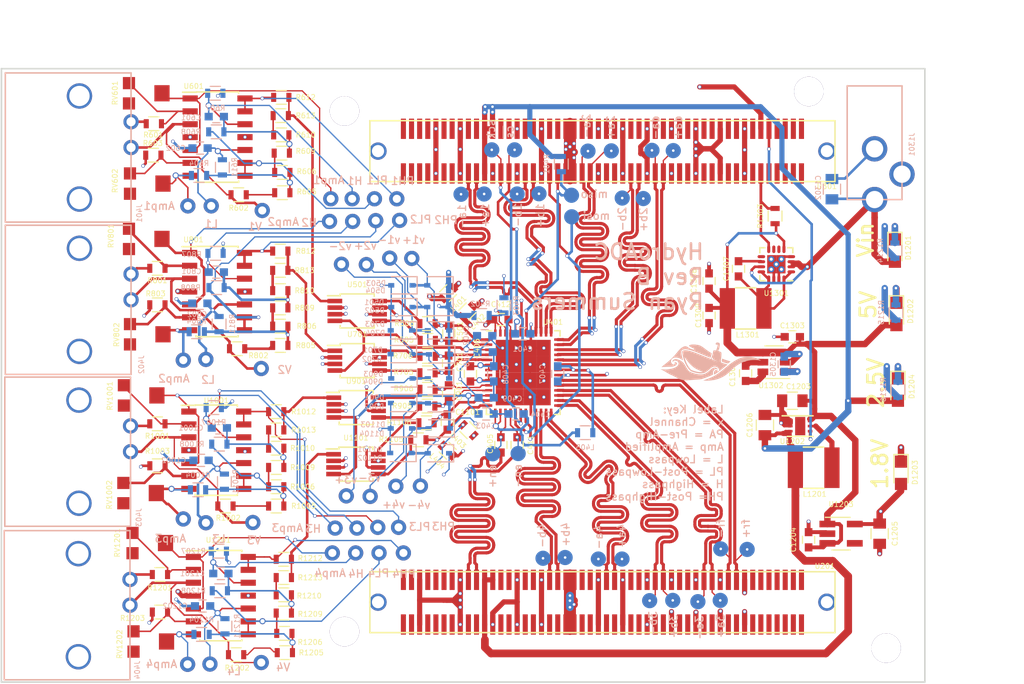
<source format=kicad_pcb>
(kicad_pcb (version 4) (host pcbnew 4.0.6-e0-6349~53~ubuntu16.04.1)
  (layers (0 F.Cu signal) (1 In1.Cu power) (2 In2.Cu power) (31 B.Cu signal) (34 B.Paste user) (35 F.Paste user) (36 B.SilkS user) (37 F.SilkS user) (38 B.Mask user) (39 F.Mask user) (44 Edge.Cuts user))
  (net 0 "")
  (net 1 GNDREF)
  (net 2 "Net-(C401-Pad1)")
  (net 3 /ADC/Vcm12)
  (net 4 /ADC/Vcm34)
  (net 5 +1V8)
  (net 6 "Net-(C406-Pad2)")
  (net 7 "Net-(C406-Pad1)")
  (net 8 GND)
  (net 9 "Net-(C601-Pad1)")
  (net 10 "Net-(C602-Pad2)")
  (net 11 "Net-(C801-Pad1)")
  (net 12 "Net-(C802-Pad2)")
  (net 13 "Net-(C1001-Pad1)")
  (net 14 "Net-(C1002-Pad2)")
  (net 15 "Net-(C1201-Pad1)")
  (net 16 "Net-(C1202-Pad2)")
  (net 17 /Power/Vin)
  (net 18 "Net-(C1304-Pad2)")
  (net 19 "Net-(C1304-Pad1)")
  (net 20 -5V)
  (net 21 "Net-(C1307-Pad2)")
  (net 22 "Net-(C1307-Pad1)")
  (net 23 +5V)
  (net 24 /ADC/Filter1/Vin)
  (net 25 /ADC/Filter2/Vin)
  (net 26 /ADC/Filter3/Vin)
  (net 27 /ADC/Filter4/Vin)
  (net 28 "Net-(J602-Pad1)")
  (net 29 "Net-(J603-Pad1)")
  (net 30 "Net-(J605-Pad1)")
  (net 31 "Net-(J607-Pad1)")
  (net 32 "Net-(J802-Pad1)")
  (net 33 "Net-(J803-Pad1)")
  (net 34 "Net-(J805-Pad1)")
  (net 35 "Net-(J807-Pad1)")
  (net 36 "Net-(J1002-Pad1)")
  (net 37 "Net-(J1003-Pad1)")
  (net 38 "Net-(J1005-Pad1)")
  (net 39 "Net-(J1007-Pad1)")
  (net 40 "Net-(J1202-Pad1)")
  (net 41 "Net-(J1203-Pad1)")
  (net 42 "Net-(J1205-Pad1)")
  (net 43 "Net-(J1207-Pad1)")
  (net 44 "Net-(R402-Pad1)")
  (net 45 "/ADC/Diff Conv1/Vin")
  (net 46 "Net-(R601-Pad2)")
  (net 47 "Net-(R602-Pad2)")
  (net 48 "Net-(R603-Pad2)")
  (net 49 "Net-(R604-Pad1)")
  (net 50 "Net-(R606-Pad2)")
  (net 51 "Net-(R610-Pad2)")
  (net 52 "/ADC/Diff Conv2/Vin")
  (net 53 "Net-(R801-Pad2)")
  (net 54 "Net-(R802-Pad2)")
  (net 55 "Net-(R803-Pad2)")
  (net 56 "Net-(R804-Pad1)")
  (net 57 "Net-(R806-Pad2)")
  (net 58 "Net-(R810-Pad2)")
  (net 59 "/ADC/Diff Conv3/Vin")
  (net 60 "Net-(R1001-Pad2)")
  (net 61 "Net-(R1002-Pad2)")
  (net 62 "Net-(R1003-Pad2)")
  (net 63 "Net-(R1004-Pad1)")
  (net 64 "Net-(R1006-Pad2)")
  (net 65 "Net-(R1010-Pad2)")
  (net 66 "/ADC/Diff Conv4/Vin")
  (net 67 "Net-(R1201-Pad2)")
  (net 68 "Net-(R1202-Pad2)")
  (net 69 "Net-(R1203-Pad2)")
  (net 70 "Net-(R1204-Pad1)")
  (net 71 "Net-(R1206-Pad2)")
  (net 72 "Net-(R1210-Pad2)")
  (net 73 /vccio_en)
  (net 74 /v_good)
  (net 75 /data_clk-)
  (net 76 /data_clk+)
  (net 77 /fr_clk-)
  (net 78 /fr_clk+)
  (net 79 /out3a-)
  (net 80 /out3a+)
  (net 81 /out3b-)
  (net 82 /out4b+)
  (net 83 /out4a+)
  (net 84 /out4b-)
  (net 85 /out3b+)
  (net 86 /out4a-)
  (net 87 /out1a+)
  (net 88 /out1b-)
  (net 89 /out1b+)
  (net 90 /out2b+)
  (net 91 /out2b-)
  (net 92 /out1a-)
  (net 93 /ADC/v1+)
  (net 94 /ADC/v1-)
  (net 95 /ADC/v2+)
  (net 96 /ADC/v2-)
  (net 97 /ADC/v3+)
  (net 98 /ADC/v3-)
  (net 99 /ADC/v4+)
  (net 100 /ADC/v4-)
  (net 101 "/ADC/Diff Conv1/v+")
  (net 102 "/ADC/Diff Conv1/v-")
  (net 103 "/ADC/Diff Conv2/v+")
  (net 104 "/ADC/Diff Conv2/v-")
  (net 105 "/ADC/Diff Conv3/v+")
  (net 106 "/ADC/Diff Conv3/v-")
  (net 107 "/ADC/Diff Conv4/v+")
  (net 108 "/ADC/Diff Conv4/v-")
  (net 109 /MISO)
  (net 110 /SCK)
  (net 111 /MOSI)
  (net 112 /~CS)
  (net 113 "Net-(J1301-Pad3)")
  (net 114 "Net-(RV601-Pad3)")
  (net 115 "Net-(RV602-Pad3)")
  (net 116 "Net-(RV801-Pad3)")
  (net 117 "Net-(RV802-Pad3)")
  (net 118 "Net-(RV1001-Pad3)")
  (net 119 "Net-(RV1002-Pad3)")
  (net 120 "Net-(RV1201-Pad3)")
  (net 121 "Net-(RV1202-Pad3)")
  (net 122 /MicroZed-JX1/LVDS12-)
  (net 123 /MicroZed-JX1/LVDS12+)
  (net 124 "Net-(U201-Pad7)")
  (net 125 "Net-(U201-Pad3)")
  (net 126 "Net-(U201-Pad1)")
  (net 127 "Net-(U201-Pad89)")
  (net 128 "Net-(U201-Pad87)")
  (net 129 "Net-(U201-Pad93)")
  (net 130 "Net-(U201-Pad91)")
  (net 131 /MicroZed-JX1/LVDS20+)
  (net 132 "Net-(U201-Pad83)")
  (net 133 "Net-(U201-Pad81)")
  (net 134 /MicroZed-JX1/LVDS20-)
  (net 135 "Net-(U201-Pad92)")
  (net 136 "Net-(U201-Pad94)")
  (net 137 "Net-(U201-Pad90)")
  (net 138 "Net-(U201-Pad88)")
  (net 139 /MicroZed-JX1/SE1)
  (net 140 "Net-(U201-Pad6)")
  (net 141 "Net-(U201-Pad4)")
  (net 142 "Net-(U201-Pad2)")
  (net 143 "Net-(U201-Pad8)")
  (net 144 "Net-(U301-Pad13)")
  (net 145 "Net-(U301-Pad5)")
  (net 146 "Net-(U301-Pad7)")
  (net 147 "Net-(U301-Pad3)")
  (net 148 "Net-(U301-Pad1)")
  (net 149 "Net-(U301-Pad9)")
  (net 150 "Net-(U301-Pad93)")
  (net 151 "Net-(U301-Pad97)")
  (net 152 "Net-(U301-Pad99)")
  (net 153 "Net-(U301-Pad95)")
  (net 154 "Net-(U301-Pad100)")
  (net 155 "Net-(U301-Pad96)")
  (net 156 "Net-(U301-Pad98)")
  (net 157 "Net-(U301-Pad94)")
  (net 158 "Net-(U301-Pad84)")
  (net 159 "Net-(U301-Pad90)")
  (net 160 "Net-(U301-Pad82)")
  (net 161 "Net-(U301-Pad88)")
  (net 162 /MicroZed-JX2/LVDS19-)
  (net 163 /MicroZed-JX2/LVDS19+)
  (net 164 /MicroZed-JX2/LVDS11-)
  (net 165 /MicroZed-JX2/LVDS11+)
  (net 166 "Net-(U301-Pad14)")
  (net 167 "Net-(U301-Pad6)")
  (net 168 "Net-(U301-Pad4)")
  (net 169 "Net-(U301-Pad2)")
  (net 170 "Net-(U301-Pad8)")
  (net 171 "Net-(C601-Pad2)")
  (net 172 "Net-(C801-Pad2)")
  (net 173 "Net-(C1001-Pad2)")
  (net 174 "Net-(C1201-Pad2)")
  (net 175 /MicroZed-JX1/LVDS2+)
  (net 176 /ADC/1v8_analog)
  (net 177 /ADC/enc+)
  (net 178 /ADC/enc-)
  (net 179 /MicroZed-JX2/LVDS17+)
  (net 180 /MicroZed-JX2/LVDS17-)
  (net 181 /MicroZed-JX1/LVDS8-)
  (net 182 /MicroZed-JX1/LVDS8+)
  (net 183 /MicroZed-JX1/LVDS4+)
  (net 184 /MicroZed-JX1/LVDS4-)
  (net 185 /MicroZed-JX1/LVDS2-)
  (net 186 /MicroZed-JX1/SE0)
  (net 187 /enc+)
  (net 188 /enc-)
  (net 189 "Net-(D1201-Pad1)")
  (net 190 "Net-(D1202-Pad1)")
  (net 191 +2V5)
  (net 192 "Net-(D1204-Pad1)")
  (net 193 "Net-(L1201-Pad1)")
  (net 194 /MicroZed-JX1/LVDS10-)
  (net 195 /MicroZed-JX1/LVDS10+)
  (net 196 /MicroZed-JX1/LVDS6-)
  (net 197 /MicroZed-JX1/LVDS0-)
  (net 198 /MicroZed-JX1/LVDS0+)
  (net 199 /MicroZed-JX1/LVDS6+)
  (net 200 "Net-(U201-Pad5)")
  (net 201 "Net-(U201-Pad97)")
  (net 202 "Net-(U201-Pad99)")
  (net 203 /MicroZed-JX1/LVDS18-)
  (net 204 /MicroZed-JX1/LVDS18+)
  (net 205 /MicroZed-JX1/LVDS16+)
  (net 206 /MicroZed-JX1/LVDS14+)
  (net 207 /MicroZed-JX1/LVDS16-)
  (net 208 /MicroZed-JX1/LVDS14-)
  (net 209 "Net-(U201-Pad100)")
  (net 210 "Net-(U201-Pad98)")
  (net 211 /MicroZed-JX1/LVDS19+)
  (net 212 /MicroZed-JX1/LVDS21-)
  (net 213 /MicroZed-JX1/LVDS19-)
  (net 214 /MicroZed-JX1/LVDS21+)
  (net 215 /MicroZed-JX1/LVDS15+)
  (net 216 /MicroZed-JX1/LVDS15-)
  (net 217 /MicroZed-JX1/LVDS11-)
  (net 218 /MicroZed-JX1/LVDS11+)
  (net 219 /MicroZed-JX1/LVDS7-)
  (net 220 /MicroZed-JX1/LVDS7+)
  (net 221 /MicroZed-JX1/LVDS1-)
  (net 222 /MicroZed-JX1/LVDS1+)
  (net 223 /MicroZed-JX2/LVDS10-)
  (net 224 /MicroZed-JX2/LVDS10+)
  (net 225 /MicroZed-JX2/LVDS4-)
  (net 226 /MicroZed-JX2/LVDS0+)
  (net 227 /MicroZed-JX2/LVDS2+)
  (net 228 /MicroZed-JX2/LVDS0-)
  (net 229 /MicroZed-JX2/LVDS4+)
  (net 230 /MicroZed-JX2/LVDS2-)
  (net 231 /MicroZed-JX2/LVDS22-)
  (net 232 /MicroZed-JX2/LVDS22+)
  (net 233 /MicroZed-JX2/LVDS15+)
  (net 234 /MicroZed-JX2/LVDS15-)
  (net 235 /MicroZed-JX2/LVDS13+)
  (net 236 /MicroZed-JX2/LVDS13-)
  (net 237 /MicroZed-JX2/LVDS9-)
  (net 238 /MicroZed-JX2/LVDS9+)
  (net 239 /MicroZed-JX2/LVDS7-)
  (net 240 /MicroZed-JX2/LVDS7+)
  (net 241 /MicroZed-JX2/LVDS5-)
  (net 242 /MicroZed-JX2/LVDS5+)
  (net 243 /MicroZed-JX2/LVDS3-)
  (net 244 /MicroZed-JX2/LVDS3+)
  (net 245 /MicroZed-JX2/LVDS1-)
  (net 246 /MicroZed-JX2/LVDS1+)
  (net 247 "Net-(U1301-Pad9)")
  (net 248 /out2a+)
  (net 249 /out2a-)
  (module robosub_footprints:2.9mm-Mounting-Hole (layer F.Cu) (at 127 98.15)
    (fp_text reference REF** hide)
    (fp_text value 2.9mm-Mounting-Hole hide)
    (pad 1 thru_hole circle (at 0 0) (size 2.9 2.9) (drill 2.9) (layers *.Cu *.Mask))
  )
  (module robosub_footprints:2.9mm-Mounting-Hole (layer F.Cu) (at 127 46.85 90)
    (fp_text reference REF** hide)
    (fp_text value 2.9mm-Mounting-Hole hide)
    (pad 1 thru_hole circle (at 0 0 90) (size 2.9 2.9) (drill 2.9) (layers *.Cu *.Mask))
  )
  (module robosub_footprints:2.9mm-Mounting-Hole (layer F.Cu) (at 172.72 44.92)
    (fp_text reference REF** hide)
    (fp_text value 2.9mm-Mounting-Hole hide)
    (pad 1 thru_hole circle (at 0 0) (size 2.9 2.9) (drill 2.9) (layers *.Cu *.Mask))
  )
  (module Capacitors_SMD:C_0603 (layer B.Cu) (at 144.55 68.8)
    (fp_text reference C401 (at 0 1.5) (layer B.SilkS) (effects (font (size 0.508 0.508) (thickness 0.0762)) (justify mirror)))
    (fp_text value 1u)
    (pad 2 smd rect (at 0.75 0) (size 0.8 0.75) (layers B.Cu B.Paste B.Mask) (net 1 GNDREF))
    (pad 1 smd rect (at -0.75 0) (size 0.8 0.75) (layers B.Cu B.Paste B.Mask) (net 2 "Net-(C401-Pad1)"))
  )
  (module Capacitors_SMD:C_0603 (layer B.Cu) (at 140.8 69)
    (fp_text reference C402 (at -1.825 -0.025 90) (layer B.SilkS) (effects (font (size 0.508 0.508) (thickness 0.0762)) (justify mirror)))
    (fp_text value 100n)
    (pad 2 smd rect (at 0.75 0) (size 0.8 0.75) (layers B.Cu B.Paste B.Mask) (net 1 GNDREF))
    (pad 1 smd rect (at -0.75 0) (size 0.8 0.75) (layers B.Cu B.Paste B.Mask) (net 3 /ADC/Vcm12))
  )
  (module Capacitors_SMD:C_0603 (layer B.Cu) (at 140.95 76.7)
    (fp_text reference C403 (at -0.025 1.175) (layer B.SilkS) (effects (font (size 0.508 0.508) (thickness 0.0762)) (justify mirror)))
    (fp_text value 100n)
    (pad 2 smd rect (at 0.75 0) (size 0.8 0.75) (layers B.Cu B.Paste B.Mask) (net 1 GNDREF))
    (pad 1 smd rect (at -0.75 0) (size 0.8 0.75) (layers B.Cu B.Paste B.Mask) (net 4 /ADC/Vcm34))
  )
  (module Capacitors_SMD:C_0603 (layer B.Cu) (at 143.9 76.7 180)
    (fp_text reference C404 (at -2.4 -0.05 180) (layer B.SilkS) (effects (font (size 0.508 0.508) (thickness 0.0762)) (justify mirror)))
    (fp_text value 100n)
    (pad 2 smd rect (at 0.75 0 180) (size 0.8 0.75) (layers B.Cu B.Paste B.Mask) (net 1 GNDREF))
    (pad 1 smd rect (at -0.75 0 180) (size 0.8 0.75) (layers B.Cu B.Paste B.Mask) (net 176 /ADC/1v8_analog))
  )
  (module Capacitors_SMD:C_0603 (layer F.Cu) (at 142.4 79.75 90)
    (fp_text reference C405 (at 0.1 -1.05 90) (layer F.SilkS) (effects (font (size 0.508 0.508) (thickness 0.0762))))
    (fp_text value 100n)
    (pad 2 smd rect (at 0.75 0 90) (size 0.8 0.75) (layers F.Cu F.Paste F.Mask) (net 177 /ADC/enc+))
    (pad 1 smd rect (at -0.75 0 90) (size 0.8 0.75) (layers F.Cu F.Paste F.Mask) (net 187 /enc+))
  )
  (module Capacitors_SMD:C_0603 (layer F.Cu) (at 139.4 72.75 270)
    (fp_text reference C406 (at -2.52 -0.64 270) (layer F.SilkS) (effects (font (size 0.508 0.508) (thickness 0.0762))))
    (fp_text value 100n)
    (pad 2 smd rect (at 0.75 0 270) (size 0.8 0.75) (layers F.Cu F.Paste F.Mask) (net 6 "Net-(C406-Pad2)"))
    (pad 1 smd rect (at -0.75 0 270) (size 0.8 0.75) (layers F.Cu F.Paste F.Mask) (net 7 "Net-(C406-Pad1)"))
  )
  (module Capacitors_SMD:C_0603 (layer B.Cu) (at 148 72.75 270)
    (fp_text reference C407 (at 0 1.5 270) (layer B.SilkS) (effects (font (size 0.508 0.508) (thickness 0.0762)) (justify mirror)))
    (fp_text value 100n)
    (pad 2 smd rect (at 0.75 0 270) (size 0.8 0.75) (layers B.Cu B.Paste B.Mask) (net 8 GND))
    (pad 1 smd rect (at -0.75 0 270) (size 0.8 0.75) (layers B.Cu B.Paste B.Mask) (net 5 +1V8))
  )
  (module Capacitors_SMD:C_0603 (layer B.Cu) (at 141.7 72.75 270)
    (fp_text reference C408 (at 0.05 -1.175 270) (layer B.SilkS) (effects (font (size 0.508 0.508) (thickness 0.0762)) (justify mirror)))
    (fp_text value 2.2u)
    (pad 2 smd rect (at 0.75 0 270) (size 0.8 0.75) (layers B.Cu B.Paste B.Mask) (net 6 "Net-(C406-Pad2)"))
    (pad 1 smd rect (at -0.75 0 270) (size 0.8 0.75) (layers B.Cu B.Paste B.Mask) (net 7 "Net-(C406-Pad1)"))
  )
  (module Capacitors_SMD:C_0603 (layer B.Cu) (at 140.95 75.1)
    (fp_text reference C409 (at 2.575 0.1) (layer B.SilkS) (effects (font (size 0.508 0.508) (thickness 0.0762)) (justify mirror)))
    (fp_text value 100n)
    (pad 2 smd rect (at 0.75 0) (size 0.8 0.75) (layers B.Cu B.Paste B.Mask) (net 6 "Net-(C406-Pad2)"))
    (pad 1 smd rect (at -0.75 0) (size 0.8 0.75) (layers B.Cu B.Paste B.Mask) (net 1 GNDREF))
  )
  (module Capacitors_SMD:C_0603 (layer B.Cu) (at 140.85 70.6 180)
    (fp_text reference C410 (at 1.825 -0.5 270) (layer B.SilkS) (effects (font (size 0.508 0.508) (thickness 0.0762)) (justify mirror)))
    (fp_text value 100n)
    (pad 2 smd rect (at 0.75 0 180) (size 0.8 0.75) (layers B.Cu B.Paste B.Mask) (net 1 GNDREF))
    (pad 1 smd rect (at -0.75 0 180) (size 0.8 0.75) (layers B.Cu B.Paste B.Mask) (net 7 "Net-(C406-Pad1)"))
  )
  (module Capacitors_SMD:C_0603 (layer F.Cu) (at 144 79.75 90)
    (fp_text reference C411 (at 0 1.325 90) (layer F.SilkS) (effects (font (size 0.508 0.508) (thickness 0.0762))))
    (fp_text value 100n)
    (pad 2 smd rect (at 0.75 0 90) (size 0.8 0.75) (layers F.Cu F.Paste F.Mask) (net 178 /ADC/enc-))
    (pad 1 smd rect (at -0.75 0 90) (size 0.8 0.75) (layers F.Cu F.Paste F.Mask) (net 188 /enc-))
  )
  (module Capacitors_SMD:C_0603 (layer F.Cu) (at 142.4 67.4)
    (fp_text reference C412 (at 0 -1.5) (layer F.SilkS) (effects (font (size 0.508 0.508) (thickness 0.0762))))
    (fp_text value 1u)
    (pad 2 smd rect (at 0.75 0) (size 0.8 0.75) (layers F.Cu F.Paste F.Mask) (net 1 GNDREF))
    (pad 1 smd rect (at -0.75 0) (size 0.8 0.75) (layers F.Cu F.Paste F.Mask) (net 176 /ADC/1v8_analog))
  )
  (module Capacitors_SMD:C_0603 (layer F.Cu) (at 137.275 68.75 90)
    (fp_text reference C501 (at 0.21 1.105 90) (layer F.SilkS) (effects (font (size 0.508 0.508) (thickness 0.0762))))
    (fp_text value 10n)
    (pad 2 smd rect (at 0.75 0 90) (size 0.8 0.75) (layers F.Cu F.Paste F.Mask) (net 93 /ADC/v1+))
    (pad 1 smd rect (at -0.75 0 90) (size 0.8 0.75) (layers F.Cu F.Paste F.Mask) (net 94 /ADC/v1-))
  )
  (module Capacitors_SMD:C_0603 (layer B.Cu) (at 114.375 47.4)
    (fp_text reference C601 (at -2.5 0.1) (layer B.SilkS) (effects (font (size 0.508 0.508) (thickness 0.0762)) (justify mirror)))
    (fp_text value 1n)
    (pad 2 smd rect (at 0.75 0) (size 0.8 0.75) (layers B.Cu B.Paste B.Mask) (net 171 "Net-(C601-Pad2)"))
    (pad 1 smd rect (at -0.75 0) (size 0.8 0.75) (layers B.Cu B.Paste B.Mask) (net 9 "Net-(C601-Pad1)"))
  )
  (module Capacitors_SMD:C_0603 (layer B.Cu) (at 112.775 50.5)
    (fp_text reference C602 (at -2.4 0) (layer B.SilkS) (effects (font (size 0.508 0.508) (thickness 0.0762)) (justify mirror)))
    (fp_text value 1n)
    (pad 2 smd rect (at 0.75 0) (size 0.8 0.75) (layers B.Cu B.Paste B.Mask) (net 10 "Net-(C602-Pad2)"))
    (pad 1 smd rect (at -0.75 0) (size 0.8 0.75) (layers B.Cu B.Paste B.Mask) (net 1 GNDREF))
  )
  (module Capacitors_SMD:C_0603 (layer F.Cu) (at 137.25 71.7 90)
    (fp_text reference C701 (at 0.13 1.09 90) (layer F.SilkS) (effects (font (size 0.508 0.508) (thickness 0.0762))))
    (fp_text value 10n)
    (pad 2 smd rect (at 0.75 0 90) (size 0.8 0.75) (layers F.Cu F.Paste F.Mask) (net 95 /ADC/v2+))
    (pad 1 smd rect (at -0.75 0 90) (size 0.8 0.75) (layers F.Cu F.Paste F.Mask) (net 96 /ADC/v2-))
  )
  (module Capacitors_SMD:C_0603 (layer B.Cu) (at 114.375 62.725)
    (fp_text reference C801 (at -2.45 -0.075) (layer B.SilkS) (effects (font (size 0.508 0.508) (thickness 0.0762)) (justify mirror)))
    (fp_text value 1n)
    (pad 2 smd rect (at 0.75 0) (size 0.8 0.75) (layers B.Cu B.Paste B.Mask) (net 172 "Net-(C801-Pad2)"))
    (pad 1 smd rect (at -0.75 0) (size 0.8 0.75) (layers B.Cu B.Paste B.Mask) (net 11 "Net-(C801-Pad1)"))
  )
  (module Capacitors_SMD:C_0603 (layer B.Cu) (at 112.75 65.8)
    (fp_text reference C802 (at -0.275 1.075) (layer B.SilkS) (effects (font (size 0.508 0.508) (thickness 0.0762)) (justify mirror)))
    (fp_text value 1n)
    (pad 2 smd rect (at 0.75 0) (size 0.8 0.75) (layers B.Cu B.Paste B.Mask) (net 12 "Net-(C802-Pad2)"))
    (pad 1 smd rect (at -0.75 0) (size 0.8 0.75) (layers B.Cu B.Paste B.Mask) (net 1 GNDREF))
  )
  (module Capacitors_SMD:C_0603 (layer F.Cu) (at 137.25 74.625 90)
    (fp_text reference C901 (at 0.205 1.04 270) (layer F.SilkS) (effects (font (size 0.508 0.508) (thickness 0.0762))))
    (fp_text value 10n)
    (pad 2 smd rect (at 0.75 0 90) (size 0.8 0.75) (layers F.Cu F.Paste F.Mask) (net 97 /ADC/v3+))
    (pad 1 smd rect (at -0.75 0 90) (size 0.8 0.75) (layers F.Cu F.Paste F.Mask) (net 98 /ADC/v3-))
  )
  (module Capacitors_SMD:C_0603 (layer B.Cu) (at 114.675 78.075)
    (fp_text reference C1001 (at -2.8 0) (layer B.SilkS) (effects (font (size 0.508 0.508) (thickness 0.0762)) (justify mirror)))
    (fp_text value 1n)
    (pad 2 smd rect (at 0.75 0) (size 0.8 0.75) (layers B.Cu B.Paste B.Mask) (net 173 "Net-(C1001-Pad2)"))
    (pad 1 smd rect (at -0.75 0) (size 0.8 0.75) (layers B.Cu B.Paste B.Mask) (net 13 "Net-(C1001-Pad1)"))
  )
  (module Capacitors_SMD:C_0603 (layer B.Cu) (at 112.875 81.275)
    (fp_text reference C1002 (at -2.7 0) (layer B.SilkS) (effects (font (size 0.508 0.508) (thickness 0.0762)) (justify mirror)))
    (fp_text value 1n)
    (pad 2 smd rect (at 0.75 0) (size 0.8 0.75) (layers B.Cu B.Paste B.Mask) (net 14 "Net-(C1002-Pad2)"))
    (pad 1 smd rect (at -0.75 0) (size 0.8 0.75) (layers B.Cu B.Paste B.Mask) (net 1 GNDREF))
  )
  (module Capacitors_SMD:C_0603 (layer F.Cu) (at 137.125 77.5 90)
    (fp_text reference C1101 (at 0.975 2 360) (layer F.SilkS) (effects (font (size 0.508 0.508) (thickness 0.0762))))
    (fp_text value 10n)
    (pad 2 smd rect (at 0.75 0 90) (size 0.8 0.75) (layers F.Cu F.Paste F.Mask) (net 99 /ADC/v4+))
    (pad 1 smd rect (at -0.75 0 90) (size 0.8 0.75) (layers F.Cu F.Paste F.Mask) (net 100 /ADC/v4-))
  )
  (module Capacitors_SMD:C_0603 (layer B.Cu) (at 114.825 92.425)
    (fp_text reference C1201 (at -2.8 0) (layer B.SilkS) (effects (font (size 0.508 0.508) (thickness 0.0762)) (justify mirror)))
    (fp_text value 1n)
    (pad 2 smd rect (at 0.75 0) (size 0.8 0.75) (layers B.Cu B.Paste B.Mask) (net 174 "Net-(C1201-Pad2)"))
    (pad 1 smd rect (at -0.75 0) (size 0.8 0.75) (layers B.Cu B.Paste B.Mask) (net 15 "Net-(C1201-Pad1)"))
  )
  (module Capacitors_SMD:C_0603 (layer B.Cu) (at 113.025 95.625)
    (fp_text reference C1202 (at -2.7 0) (layer B.SilkS) (effects (font (size 0.508 0.508) (thickness 0.0762)) (justify mirror)))
    (fp_text value 1n)
    (pad 2 smd rect (at 0.75 0) (size 0.8 0.75) (layers B.Cu B.Paste B.Mask) (net 16 "Net-(C1202-Pad2)"))
    (pad 1 smd rect (at -0.75 0) (size 0.8 0.75) (layers B.Cu B.Paste B.Mask) (net 1 GNDREF))
  )
  (module Capacitors_SMD:C_0805 (layer F.Cu) (at 171.1 75.4 180)
    (fp_text reference C1203 (at -0.6 1.4 180) (layer F.SilkS) (effects (font (size 0.508 0.508) (thickness 0.0762))))
    (fp_text value 10u)
    (pad 1 smd rect (at -1 0 180) (size 1 1.25) (layers F.Cu F.Paste F.Mask) (net 23 +5V))
    (pad 2 smd rect (at 1 0 180) (size 1 1.25) (layers F.Cu F.Paste F.Mask) (net 8 GND))
  )
  (module Capacitors_SMD:C_0603 (layer F.Cu) (at 172.7 89.1 90)
    (fp_text reference C1204 (at 0 -1.5 90) (layer F.SilkS) (effects (font (size 0.508 0.508) (thickness 0.0762))))
    (fp_text value 1u)
    (pad 2 smd rect (at 0.75 0 90) (size 0.8 0.75) (layers F.Cu F.Paste F.Mask) (net 8 GND))
    (pad 1 smd rect (at -0.75 0 90) (size 0.8 0.75) (layers F.Cu F.Paste F.Mask) (net 23 +5V))
  )
  (module Capacitors_SMD:C_0805 (layer F.Cu) (at 179.7 88.5 270)
    (fp_text reference C1205 (at 0 -1.5 270) (layer F.SilkS) (effects (font (size 0.508 0.508) (thickness 0.0762))))
    (fp_text value 10u)
    (pad 1 smd rect (at -1 0 270) (size 1 1.25) (layers F.Cu F.Paste F.Mask) (net 5 +1V8))
    (pad 2 smd rect (at 1 0 270) (size 1 1.25) (layers F.Cu F.Paste F.Mask) (net 8 GND))
  )
  (module Capacitors_SMD:C_0805 (layer F.Cu) (at 168.4 77.8 90)
    (fp_text reference C1206 (at 0 -1.5 90) (layer F.SilkS) (effects (font (size 0.508 0.508) (thickness 0.0762))))
    (fp_text value 10u)
    (pad 1 smd rect (at -1 0 90) (size 1 1.25) (layers F.Cu F.Paste F.Mask) (net 191 +2V5))
    (pad 2 smd rect (at 1 0 90) (size 1 1.25) (layers F.Cu F.Paste F.Mask) (net 8 GND))
  )
  (module Capacitors_SMD:C_0805 (layer B.Cu) (at 175 54.55 90)
    (fp_text reference C1302 (at 0.15 -1.35 90) (layer B.SilkS) (effects (font (size 0.508 0.508) (thickness 0.0762)) (justify mirror)))
    (fp_text value 10u)
    (pad 1 smd rect (at -1 0 90) (size 1 1.25) (layers B.Cu B.Paste B.Mask) (net 17 /Power/Vin))
    (pad 2 smd rect (at 1 0 90) (size 1 1.25) (layers B.Cu B.Paste B.Mask) (net 8 GND))
  )
  (module Capacitors_SMD:C_0603 (layer F.Cu) (at 171.1 69.1 180)
    (fp_text reference C1303 (at 0 1.1 180) (layer F.SilkS) (effects (font (size 0.508 0.508) (thickness 0.0762))))
    (fp_text value 2.2u)
    (pad 2 smd rect (at 0.75 0 180) (size 0.8 0.75) (layers F.Cu F.Paste F.Mask) (net 8 GND))
    (pad 1 smd rect (at -0.75 0 180) (size 0.8 0.75) (layers F.Cu F.Paste F.Mask) (net 23 +5V))
  )
  (module Capacitors_SMD:C_0603 (layer F.Cu) (at 166.5 72.7 270)
    (fp_text reference C1304 (at 0.1 1.3 270) (layer F.SilkS) (effects (font (size 0.508 0.508) (thickness 0.0762))))
    (fp_text value 1u)
    (pad 2 smd rect (at 0.75 0 270) (size 0.8 0.75) (layers F.Cu F.Paste F.Mask) (net 18 "Net-(C1304-Pad2)"))
    (pad 1 smd rect (at -0.75 0 270) (size 0.8 0.75) (layers F.Cu F.Paste F.Mask) (net 19 "Net-(C1304-Pad1)"))
  )
  (module Capacitors_SMD:C_0603 (layer B.Cu) (at 170.3 71.8 90)
    (fp_text reference C1305 (at 0 -1.1 90) (layer B.SilkS) (effects (font (size 0.508 0.508) (thickness 0.0762)) (justify mirror)))
    (fp_text value 2.2u)
    (pad 2 smd rect (at 0.75 0 90) (size 0.8 0.75) (layers B.Cu B.Paste B.Mask) (net 8 GND))
    (pad 1 smd rect (at -0.75 0 90) (size 0.8 0.75) (layers B.Cu B.Paste B.Mask) (net 20 -5V))
  )
  (module Capacitors_SMD:C_0603 (layer F.Cu) (at 165.8 62.4 90)
    (fp_text reference C1307 (at 0 -1.2 90) (layer F.SilkS) (effects (font (size 0.508 0.508) (thickness 0.0762))))
    (fp_text value 22n)
    (pad 2 smd rect (at 0.75 0 90) (size 0.8 0.75) (layers F.Cu F.Paste F.Mask) (net 21 "Net-(C1307-Pad2)"))
    (pad 1 smd rect (at -0.75 0 90) (size 0.8 0.75) (layers F.Cu F.Paste F.Mask) (net 22 "Net-(C1307-Pad1)"))
  )
  (module Capacitors_SMD:C_0603 (layer F.Cu) (at 162.9 63.6 90)
    (fp_text reference C1308 (at 0 -1.5 90) (layer F.SilkS) (effects (font (size 0.508 0.508) (thickness 0.0762))))
    (fp_text value 22u)
    (pad 2 smd rect (at 0.75 0 90) (size 0.8 0.75) (layers F.Cu F.Paste F.Mask) (net 8 GND))
    (pad 1 smd rect (at -0.75 0 90) (size 0.8 0.75) (layers F.Cu F.Paste F.Mask) (net 23 +5V))
  )
  (module Capacitors_SMD:C_0603 (layer F.Cu) (at 162.9 67 270)
    (fp_text reference C1309 (at 0 1.05 270) (layer F.SilkS) (effects (font (size 0.508 0.508) (thickness 0.0762))))
    (fp_text value 22u)
    (pad 2 smd rect (at 0.75 0 270) (size 0.8 0.75) (layers F.Cu F.Paste F.Mask) (net 8 GND))
    (pad 1 smd rect (at -0.75 0 270) (size 0.8 0.75) (layers F.Cu F.Paste F.Mask) (net 23 +5V))
  )
  (module Diodes_SMD:D_SOD-323 (layer B.Cu) (at 136.2 66.166944 180)
    (fp_text reference D501 (at 6.275 0.466944 180) (layer B.SilkS) (effects (font (size 0.508 0.508) (thickness 0.0762)) (justify mirror)))
    (fp_text value D_Schottky)
    (pad 1 smd rect (at -1.05 0 180) (size 0.6 0.45) (layers B.Cu B.Paste B.Mask) (net 5 +1V8))
    (pad 2 smd rect (at 1.05 0 180) (size 0.6 0.45) (layers B.Cu B.Paste B.Mask) (net 94 /ADC/v1-))
  )
  (module Diodes_SMD:D_SOD-323 (layer B.Cu) (at 132.65 66.171944 180)
    (fp_text reference D502 (at 2.675 -0.328056 180) (layer B.SilkS) (effects (font (size 0.508 0.508) (thickness 0.0762)) (justify mirror)))
    (fp_text value D_Schottky)
    (pad 1 smd rect (at -1.05 0 180) (size 0.6 0.45) (layers B.Cu B.Paste B.Mask) (net 94 /ADC/v1-))
    (pad 2 smd rect (at 1.05 0 180) (size 0.6 0.45) (layers B.Cu B.Paste B.Mask) (net 1 GNDREF))
  )
  (module Diodes_SMD:D_SOD-323 (layer B.Cu) (at 136.2 64.025 180)
    (fp_text reference D503 (at 6.1 0.2 180) (layer B.SilkS) (effects (font (size 0.508 0.508) (thickness 0.0762)) (justify mirror)))
    (fp_text value D_Schottky)
    (pad 1 smd rect (at -1.05 0 180) (size 0.6 0.45) (layers B.Cu B.Paste B.Mask) (net 5 +1V8))
    (pad 2 smd rect (at 1.05 0 180) (size 0.6 0.45) (layers B.Cu B.Paste B.Mask) (net 93 /ADC/v1+))
  )
  (module Diodes_SMD:D_SOD-323 (layer B.Cu) (at 132.65 64.025 180)
    (fp_text reference D504 (at 2.6 -0.525 180) (layer B.SilkS) (effects (font (size 0.508 0.508) (thickness 0.0762)) (justify mirror)))
    (fp_text value D_Schottky)
    (pad 1 smd rect (at -1.05 0 180) (size 0.6 0.45) (layers B.Cu B.Paste B.Mask) (net 93 /ADC/v1+))
    (pad 2 smd rect (at 1.05 0 180) (size 0.6 0.45) (layers B.Cu B.Paste B.Mask) (net 1 GNDREF))
  )
  (module Diodes_SMD:D_SOD-323 (layer B.Cu) (at 136.365838 70.829404 180)
    (fp_text reference D701 (at 6.565838 0.429404 180) (layer B.SilkS) (effects (font (size 0.508 0.508) (thickness 0.0762)) (justify mirror)))
    (fp_text value D_Schottky)
    (pad 1 smd rect (at -1.05 0 180) (size 0.6 0.45) (layers B.Cu B.Paste B.Mask) (net 5 +1V8))
    (pad 2 smd rect (at 1.05 0 180) (size 0.6 0.45) (layers B.Cu B.Paste B.Mask) (net 96 /ADC/v2-))
  )
  (module Diodes_SMD:D_SOD-323 (layer B.Cu) (at 132.593458 70.804404 180)
    (fp_text reference D702 (at 2.893458 -0.495596 180) (layer B.SilkS) (effects (font (size 0.508 0.508) (thickness 0.0762)) (justify mirror)))
    (fp_text value D_Schottky)
    (pad 1 smd rect (at -1.05 0 180) (size 0.6 0.45) (layers B.Cu B.Paste B.Mask) (net 96 /ADC/v2-))
    (pad 2 smd rect (at 1.05 0 180) (size 0.6 0.45) (layers B.Cu B.Paste B.Mask) (net 1 GNDREF))
  )
  (module Diodes_SMD:D_SOD-323 (layer B.Cu) (at 136.252624 68.46507 180)
    (fp_text reference D703 (at 6.252624 0.61507 180) (layer B.SilkS) (effects (font (size 0.508 0.508) (thickness 0.0762)) (justify mirror)))
    (fp_text value D_Schottky)
    (pad 1 smd rect (at -1.05 0 180) (size 0.6 0.45) (layers B.Cu B.Paste B.Mask) (net 5 +1V8))
    (pad 2 smd rect (at 1.05 0 180) (size 0.6 0.45) (layers B.Cu B.Paste B.Mask) (net 95 /ADC/v2+))
  )
  (module Diodes_SMD:D_SOD-323 (layer B.Cu) (at 132.602624 68.46507 180)
    (fp_text reference D704 (at 2.577624 -0.25993 180) (layer B.SilkS) (effects (font (size 0.508 0.508) (thickness 0.0762)) (justify mirror)))
    (fp_text value D_Schottky)
    (pad 1 smd rect (at -1.05 0 180) (size 0.6 0.45) (layers B.Cu B.Paste B.Mask) (net 95 /ADC/v2+))
    (pad 2 smd rect (at 1.05 0 180) (size 0.6 0.45) (layers B.Cu B.Paste B.Mask) (net 1 GNDREF))
  )
  (module Diodes_SMD:D_SOD-323 (layer B.Cu) (at 136.275 75.65 180)
    (fp_text reference D901 (at 6.325 0.575 180) (layer B.SilkS) (effects (font (size 0.508 0.508) (thickness 0.0762)) (justify mirror)))
    (fp_text value D_Schottky)
    (pad 1 smd rect (at -1.05 0 180) (size 0.6 0.45) (layers B.Cu B.Paste B.Mask) (net 5 +1V8))
    (pad 2 smd rect (at 1.05 0 180) (size 0.6 0.45) (layers B.Cu B.Paste B.Mask) (net 98 /ADC/v3-))
  )
  (module Diodes_SMD:D_SOD-323 (layer B.Cu) (at 132.625 75.625 180)
    (fp_text reference D902 (at 2.7 -0.35 180) (layer B.SilkS) (effects (font (size 0.508 0.508) (thickness 0.0762)) (justify mirror)))
    (fp_text value D_Schottky)
    (pad 1 smd rect (at -1.05 0 180) (size 0.6 0.45) (layers B.Cu B.Paste B.Mask) (net 98 /ADC/v3-))
    (pad 2 smd rect (at 1.05 0 180) (size 0.6 0.45) (layers B.Cu B.Paste B.Mask) (net 1 GNDREF))
  )
  (module Diodes_SMD:D_SOD-323 (layer B.Cu) (at 136.25 73.2 180)
    (fp_text reference D903 (at 6.4 0.425 180) (layer B.SilkS) (effects (font (size 0.508 0.508) (thickness 0.0762)) (justify mirror)))
    (fp_text value D_Schottky)
    (pad 1 smd rect (at -1.05 0 180) (size 0.6 0.45) (layers B.Cu B.Paste B.Mask) (net 5 +1V8))
    (pad 2 smd rect (at 1.05 0 180) (size 0.6 0.45) (layers B.Cu B.Paste B.Mask) (net 97 /ADC/v3+))
  )
  (module Diodes_SMD:D_SOD-323 (layer B.Cu) (at 132.65 73.2 180)
    (fp_text reference D904 (at 2.825 -0.325 180) (layer B.SilkS) (effects (font (size 0.508 0.508) (thickness 0.0762)) (justify mirror)))
    (fp_text value D_Schottky)
    (pad 1 smd rect (at -1.05 0 180) (size 0.6 0.45) (layers B.Cu B.Paste B.Mask) (net 97 /ADC/v3+))
    (pad 2 smd rect (at 1.05 0 180) (size 0.6 0.45) (layers B.Cu B.Paste B.Mask) (net 1 GNDREF))
  )
  (module Diodes_SMD:D_SOD-323 (layer B.Cu) (at 136.25 80.575 180)
    (fp_text reference D1101 (at 6.75 0.4 180) (layer B.SilkS) (effects (font (size 0.508 0.508) (thickness 0.0762)) (justify mirror)))
    (fp_text value D_Schottky)
    (pad 1 smd rect (at -1.05 0 180) (size 0.6 0.45) (layers B.Cu B.Paste B.Mask) (net 5 +1V8))
    (pad 2 smd rect (at 1.05 0 180) (size 0.6 0.45) (layers B.Cu B.Paste B.Mask) (net 100 /ADC/v4-))
  )
  (module Diodes_SMD:D_SOD-323 (layer B.Cu) (at 132.55 80.55 180)
    (fp_text reference D1102 (at 3.05 -0.5 180) (layer B.SilkS) (effects (font (size 0.508 0.508) (thickness 0.0762)) (justify mirror)))
    (fp_text value D_Schottky)
    (pad 1 smd rect (at -1.05 0 180) (size 0.6 0.45) (layers B.Cu B.Paste B.Mask) (net 100 /ADC/v4-))
    (pad 2 smd rect (at 1.05 0 180) (size 0.6 0.45) (layers B.Cu B.Paste B.Mask) (net 1 GNDREF))
  )
  (module Diodes_SMD:D_SOD-323 (layer B.Cu) (at 136.325 78.125 180)
    (fp_text reference D1103 (at 6.525 0.375 180) (layer B.SilkS) (effects (font (size 0.508 0.508) (thickness 0.0762)) (justify mirror)))
    (fp_text value D_Schottky)
    (pad 1 smd rect (at -1.05 0 180) (size 0.6 0.45) (layers B.Cu B.Paste B.Mask) (net 5 +1V8))
    (pad 2 smd rect (at 1.05 0 180) (size 0.6 0.45) (layers B.Cu B.Paste B.Mask) (net 99 /ADC/v4+))
  )
  (module Diodes_SMD:D_SOD-323 (layer B.Cu) (at 132.6 78.125 180)
    (fp_text reference D1104 (at 2.9 -0.525 180) (layer B.SilkS) (effects (font (size 0.508 0.508) (thickness 0.0762)) (justify mirror)))
    (fp_text value D_Schottky)
    (pad 1 smd rect (at -1.05 0 180) (size 0.6 0.45) (layers B.Cu B.Paste B.Mask) (net 99 /ADC/v4+))
    (pad 2 smd rect (at 1.05 0 180) (size 0.6 0.45) (layers B.Cu B.Paste B.Mask) (net 1 GNDREF))
  )
  (module LEDs:LED_0805 (layer F.Cu) (at 181.2 60.6 270)
    (fp_text reference D1201 (at -0.27 -1.31 270) (layer F.SilkS) (effects (font (size 0.508 0.508) (thickness 0.0762))))
    (fp_text value YLW)
    (pad 2 smd rect (at 1.1 0 90) (size 1.2 1.2) (layers F.Cu F.Paste F.Mask) (net 17 /Power/Vin))
    (pad 1 smd rect (at -1.1 0 90) (size 1.2 1.2) (layers F.Cu F.Paste F.Mask) (net 189 "Net-(D1201-Pad1)"))
  )
  (module LEDs:LED_0805 (layer F.Cu) (at 181.35 66.85 270)
    (fp_text reference D1202 (at -0.27 -1.38 270) (layer F.SilkS) (effects (font (size 0.508 0.508) (thickness 0.0762))))
    (fp_text value RED)
    (pad 2 smd rect (at 1.1 0 90) (size 1.2 1.2) (layers F.Cu F.Paste F.Mask) (net 23 +5V))
    (pad 1 smd rect (at -1.1 0 90) (size 1.2 1.2) (layers F.Cu F.Paste F.Mask) (net 190 "Net-(D1202-Pad1)"))
  )
  (module LEDs:LED_0805 (layer F.Cu) (at 181.8 82.5 270)
    (fp_text reference D1203 (at -0.03 -1.38 270) (layer F.SilkS) (effects (font (size 0.508 0.508) (thickness 0.0762))))
    (fp_text value GRN)
    (pad 2 smd rect (at 1.1 0 90) (size 1.2 1.2) (layers F.Cu F.Paste F.Mask) (net 5 +1V8))
    (pad 1 smd rect (at -1.1 0 90) (size 1.2 1.2) (layers F.Cu F.Paste F.Mask) (net 8 GND))
  )
  (module LEDs:LED_0805 (layer F.Cu) (at 181.5 74.3 270)
    (fp_text reference D1204 (at -0.29 -1.36 270) (layer F.SilkS) (effects (font (size 0.508 0.508) (thickness 0.0762))))
    (fp_text value GRN)
    (pad 2 smd rect (at 1.1 0 90) (size 1.2 1.2) (layers F.Cu F.Paste F.Mask) (net 191 +2V5))
    (pad 1 smd rect (at -1.1 0 90) (size 1.2 1.2) (layers F.Cu F.Paste F.Mask) (net 192 "Net-(D1204-Pad1)"))
  )
  (module robosub_footprints:BNC-Coax-TE (layer B.Cu) (at 105.98 50.445 270)
    (fp_text reference J401 (at 6.48 -0.82 270) (layer B.SilkS) (effects (font (size 0.508 0.508) (thickness 0.0762)) (justify mirror)))
    (fp_text value CONN_COAXIAL)
    (pad ~ thru_hole circle (at -5.08 5.08 270) (size 2.5 2.5) (drill 2) (layers *.Cu *.Mask))
    (pad ~ thru_hole circle (at 5.08 5.08 270) (size 2.5 2.5) (drill 2) (layers *.Cu *.Mask))
    (pad 1 thru_hole circle (at 0 0 270) (size 1.5 1.5) (drill 0.9) (layers *.Cu *.Mask) (net 24 /ADC/Filter1/Vin))
    (pad 2 thru_hole circle (at -2.54 0 270) (size 1.5 1.5) (drill 0.9) (layers *.Cu *.Mask) (net 1 GNDREF))
  )
  (module robosub_footprints:BNC-Coax-TE (layer B.Cu) (at 105.98 65.455 270)
    (fp_text reference J402 (at 6.38 -1.02 270) (layer B.SilkS) (effects (font (size 0.508 0.508) (thickness 0.0762)) (justify mirror)))
    (fp_text value CONN_COAXIAL)
    (pad ~ thru_hole circle (at -5.08 5.08 270) (size 2.5 2.5) (drill 2) (layers *.Cu *.Mask))
    (pad ~ thru_hole circle (at 5.08 5.08 270) (size 2.5 2.5) (drill 2) (layers *.Cu *.Mask))
    (pad 1 thru_hole circle (at 0 0 270) (size 1.5 1.5) (drill 0.9) (layers *.Cu *.Mask) (net 25 /ADC/Filter2/Vin))
    (pad 2 thru_hole circle (at -2.54 0 270) (size 1.5 1.5) (drill 0.9) (layers *.Cu *.Mask) (net 1 GNDREF))
  )
  (module robosub_footprints:BNC-Coax-TE (layer B.Cu) (at 105.93 80.42 270)
    (fp_text reference J403 (at 6.48 -0.82 270) (layer B.SilkS) (effects (font (size 0.508 0.508) (thickness 0.0762)) (justify mirror)))
    (fp_text value CONN_COAXIAL)
    (pad ~ thru_hole circle (at -5.08 5.08 270) (size 2.5 2.5) (drill 2) (layers *.Cu *.Mask))
    (pad ~ thru_hole circle (at 5.08 5.08 270) (size 2.5 2.5) (drill 2) (layers *.Cu *.Mask))
    (pad 1 thru_hole circle (at 0 0 270) (size 1.5 1.5) (drill 0.9) (layers *.Cu *.Mask) (net 26 /ADC/Filter3/Vin))
    (pad 2 thru_hole circle (at -2.54 0 270) (size 1.5 1.5) (drill 0.9) (layers *.Cu *.Mask) (net 1 GNDREF))
  )
  (module robosub_footprints:BNC-Coax-TE (layer B.Cu) (at 105.875 95.55 270)
    (fp_text reference J404 (at 6.38 -0.72 270) (layer B.SilkS) (effects (font (size 0.508 0.508) (thickness 0.0762)) (justify mirror)))
    (fp_text value CONN_COAXIAL)
    (pad ~ thru_hole circle (at -5.08 5.08 270) (size 2.5 2.5) (drill 2) (layers *.Cu *.Mask))
    (pad ~ thru_hole circle (at 5.08 5.08 270) (size 2.5 2.5) (drill 2) (layers *.Cu *.Mask))
    (pad 1 thru_hole circle (at 0 0 270) (size 1.5 1.5) (drill 0.9) (layers *.Cu *.Mask) (net 27 /ADC/Filter4/Vin))
    (pad 2 thru_hole circle (at -2.54 0 270) (size 1.5 1.5) (drill 0.9) (layers *.Cu *.Mask) (net 1 GNDREF))
  )
  (module Measurement_Points:Measurement_Point_Round-TH_Small (layer F.Cu) (at 131.45 61.35)
    (fp_text reference J501 hide)
    (fp_text value TEST_1P)
    (pad 1 thru_hole circle (at 0 0) (size 1.5 1.5) (drill 0.8) (layers *.Cu *.Mask) (net 94 /ADC/v1-))
  )
  (module Measurement_Points:Measurement_Point_Round-TH_Small (layer F.Cu) (at 133.625 61.375)
    (fp_text reference J502 hide)
    (fp_text value TEST_1P)
    (pad 1 thru_hole circle (at 0 0) (size 1.5 1.5) (drill 0.8) (layers *.Cu *.Mask) (net 93 /ADC/v1+))
  )
  (module Measurement_Points:Measurement_Point_Round-TH_Small (layer F.Cu) (at 118.9 56.65)
    (fp_text reference J601 hide)
    (fp_text value TEST_1P)
    (pad 1 thru_hole circle (at 0 0) (size 1.5 1.5) (drill 0.8) (layers *.Cu *.Mask) (net 24 /ADC/Filter1/Vin))
  )
  (module Measurement_Points:Measurement_Point_Round-TH_Small (layer F.Cu) (at 125.65 55.5)
    (fp_text reference J602 hide)
    (fp_text value TEST_1P)
    (pad 1 thru_hole circle (at 0 0) (size 1.5 1.5) (drill 0.8) (layers *.Cu *.Mask) (net 28 "Net-(J602-Pad1)"))
  )
  (module Measurement_Points:Measurement_Point_Round-TH_Small (layer F.Cu) (at 111.575 56.2)
    (fp_text reference J603 hide)
    (fp_text value TEST_1P)
    (pad 1 thru_hole circle (at 0 0) (size 1.5 1.5) (drill 0.8) (layers *.Cu *.Mask) (net 29 "Net-(J603-Pad1)"))
  )
  (module Measurement_Points:Measurement_Point_Round-TH_Small (layer F.Cu) (at 113.875 56.2)
    (fp_text reference J604 hide)
    (fp_text value TEST_1P)
    (pad 1 thru_hole circle (at 0 0) (size 1.5 1.5) (drill 0.8) (layers *.Cu *.Mask) (net 10 "Net-(C602-Pad2)"))
  )
  (module Measurement_Points:Measurement_Point_Round-TH_Small (layer F.Cu) (at 129.95 55.5)
    (fp_text reference J605 hide)
    (fp_text value TEST_1P)
    (pad 1 thru_hole circle (at 0 0) (size 1.5 1.5) (drill 0.8) (layers *.Cu *.Mask) (net 30 "Net-(J605-Pad1)"))
  )
  (module Measurement_Points:Measurement_Point_Round-TH_Small (layer F.Cu) (at 127.75 55.5)
    (fp_text reference J606 hide)
    (fp_text value TEST_1P)
    (pad 1 thru_hole circle (at 0 0) (size 1.5 1.5) (drill 0.8) (layers *.Cu *.Mask) (net 9 "Net-(C601-Pad1)"))
  )
  (module Measurement_Points:Measurement_Point_Round-TH_Small (layer F.Cu) (at 132.15 55.5)
    (fp_text reference J607 hide)
    (fp_text value TEST_1P)
    (pad 1 thru_hole circle (at 0 0) (size 1.5 1.5) (drill 0.8) (layers *.Cu *.Mask) (net 31 "Net-(J607-Pad1)"))
  )
  (module Measurement_Points:Measurement_Point_Round-TH_Small (layer F.Cu) (at 126.7 61.95)
    (fp_text reference J701 hide)
    (fp_text value TEST_1P)
    (pad 1 thru_hole circle (at 0 0) (size 1.5 1.5) (drill 0.8) (layers *.Cu *.Mask) (net 96 /ADC/v2-))
  )
  (module Measurement_Points:Measurement_Point_Round-TH_Small (layer F.Cu) (at 129.15 61.982619)
    (fp_text reference J702 hide)
    (fp_text value TEST_1P)
    (pad 1 thru_hole circle (at 0 0) (size 1.5 1.5) (drill 0.8) (layers *.Cu *.Mask) (net 95 /ADC/v2+))
  )
  (module Measurement_Points:Measurement_Point_Round-TH_Small (layer F.Cu) (at 118.8 72.225)
    (fp_text reference J801 hide)
    (fp_text value TEST_1P)
    (pad 1 thru_hole circle (at 0 0) (size 1.5 1.5) (drill 0.8) (layers *.Cu *.Mask) (net 25 /ADC/Filter2/Vin))
  )
  (module Measurement_Points:Measurement_Point_Round-TH_Small (layer F.Cu) (at 125.525 57.725)
    (fp_text reference J802 hide)
    (fp_text value TEST_1P)
    (pad 1 thru_hole circle (at 0 0) (size 1.5 1.5) (drill 0.8) (layers *.Cu *.Mask) (net 32 "Net-(J802-Pad1)"))
  )
  (module Measurement_Points:Measurement_Point_Round-TH_Small (layer F.Cu) (at 111.125 71.4)
    (fp_text reference J803 hide)
    (fp_text value TEST_1P)
    (pad 1 thru_hole circle (at 0 0) (size 1.5 1.5) (drill 0.8) (layers *.Cu *.Mask) (net 33 "Net-(J803-Pad1)"))
  )
  (module Measurement_Points:Measurement_Point_Round-TH_Small (layer F.Cu) (at 113.35 71.325)
    (fp_text reference J804 hide)
    (fp_text value TEST_1P)
    (pad 1 thru_hole circle (at 0 0) (size 1.5 1.5) (drill 0.8) (layers *.Cu *.Mask) (net 12 "Net-(C802-Pad2)"))
  )
  (module Measurement_Points:Measurement_Point_Round-TH_Small (layer F.Cu) (at 130.075 57.65)
    (fp_text reference J805 hide)
    (fp_text value TEST_1P)
    (pad 1 thru_hole circle (at 0 0) (size 1.5 1.5) (drill 0.8) (layers *.Cu *.Mask) (net 34 "Net-(J805-Pad1)"))
  )
  (module Measurement_Points:Measurement_Point_Round-TH_Small (layer F.Cu) (at 127.8 57.725)
    (fp_text reference J806 hide)
    (fp_text value TEST_1P)
    (pad 1 thru_hole circle (at 0 0) (size 1.5 1.5) (drill 0.8) (layers *.Cu *.Mask) (net 11 "Net-(C801-Pad1)"))
  )
  (module Measurement_Points:Measurement_Point_Round-TH_Small (layer F.Cu) (at 132.425 57.625)
    (fp_text reference J807 hide)
    (fp_text value TEST_1P)
    (pad 1 thru_hole circle (at 0 0) (size 1.5 1.5) (drill 0.8) (layers *.Cu *.Mask) (net 35 "Net-(J807-Pad1)"))
  )
  (module Measurement_Points:Measurement_Point_Round-TH_Small (layer F.Cu) (at 129.525 84.825 180)
    (fp_text reference J901 hide)
    (fp_text value TEST_1P)
    (pad 1 thru_hole circle (at 0 0 180) (size 1.5 1.5) (drill 0.8) (layers *.Cu *.Mask) (net 98 /ADC/v3-))
  )
  (module Measurement_Points:Measurement_Point_Round-TH_Small (layer F.Cu) (at 127.175 84.775 180)
    (fp_text reference J902 hide)
    (fp_text value TEST_1P)
    (pad 1 thru_hole circle (at 0 0 180) (size 1.5 1.5) (drill 0.8) (layers *.Cu *.Mask) (net 97 /ADC/v3+))
  )
  (module Measurement_Points:Measurement_Point_Round-TH_Small (layer F.Cu) (at 117.975 87.4)
    (fp_text reference J1001 hide)
    (fp_text value TEST_1P)
    (pad 1 thru_hole circle (at 0 0) (size 1.5 1.5) (drill 0.8) (layers *.Cu *.Mask) (net 26 /ADC/Filter3/Vin))
  )
  (module Measurement_Points:Measurement_Point_Round-TH_Small (layer F.Cu) (at 126.075 87.95)
    (fp_text reference J1002 hide)
    (fp_text value TEST_1P)
    (pad 1 thru_hole circle (at 0 0) (size 1.5 1.5) (drill 0.8) (layers *.Cu *.Mask) (net 36 "Net-(J1002-Pad1)"))
  )
  (module Measurement_Points:Measurement_Point_Round-TH_Small (layer F.Cu) (at 111.125 87.05)
    (fp_text reference J1003 hide)
    (fp_text value TEST_1P)
    (pad 1 thru_hole circle (at 0 0) (size 1.5 1.5) (drill 0.8) (layers *.Cu *.Mask) (net 37 "Net-(J1003-Pad1)"))
  )
  (module Measurement_Points:Measurement_Point_Round-TH_Small (layer F.Cu) (at 113.35 87.425)
    (fp_text reference J1004 hide)
    (fp_text value TEST_1P)
    (pad 1 thru_hole circle (at 0 0) (size 1.5 1.5) (drill 0.8) (layers *.Cu *.Mask) (net 14 "Net-(C1002-Pad2)"))
  )
  (module Measurement_Points:Measurement_Point_Round-TH_Small (layer F.Cu) (at 130.275 87.875)
    (fp_text reference J1005 hide)
    (fp_text value TEST_1P)
    (pad 1 thru_hole circle (at 0 0) (size 1.5 1.5) (drill 0.8) (layers *.Cu *.Mask) (net 38 "Net-(J1005-Pad1)"))
  )
  (module Measurement_Points:Measurement_Point_Round-TH_Small (layer F.Cu) (at 128.225 87.95)
    (fp_text reference J1006 hide)
    (fp_text value TEST_1P)
    (pad 1 thru_hole circle (at 0 0) (size 1.5 1.5) (drill 0.8) (layers *.Cu *.Mask) (net 13 "Net-(C1001-Pad1)"))
  )
  (module Measurement_Points:Measurement_Point_Round-TH_Small (layer F.Cu) (at 132.325 87.875)
    (fp_text reference J1007 hide)
    (fp_text value TEST_1P)
    (pad 1 thru_hole circle (at 0 0) (size 1.5 1.5) (drill 0.8) (layers *.Cu *.Mask) (net 39 "Net-(J1007-Pad1)"))
  )
  (module Measurement_Points:Measurement_Point_Round-TH_Small (layer F.Cu) (at 134.475 83.8)
    (fp_text reference J1101 hide)
    (fp_text value TEST_1P)
    (pad 1 thru_hole circle (at 0 0) (size 1.5 1.5) (drill 0.8) (layers *.Cu *.Mask) (net 100 /ADC/v4-))
  )
  (module Measurement_Points:Measurement_Point_Round-TH_Small (layer F.Cu) (at 132.057619 83.82)
    (fp_text reference J1102 hide)
    (fp_text value TEST_1P)
    (pad 1 thru_hole circle (at 0 0) (size 1.5 1.5) (drill 0.8) (layers *.Cu *.Mask) (net 99 /ADC/v4+))
  )
  (module Measurement_Points:Measurement_Point_Round-TH_Small (layer F.Cu) (at 118.8 101.2)
    (fp_text reference J1201 hide)
    (fp_text value TEST_1P)
    (pad 1 thru_hole circle (at 0 0) (size 1.5 1.5) (drill 0.8) (layers *.Cu *.Mask) (net 27 /ADC/Filter4/Vin))
  )
  (module Measurement_Points:Measurement_Point_Round-TH_Small (layer F.Cu) (at 125.8 90.4)
    (fp_text reference J1202 hide)
    (fp_text value TEST_1P)
    (pad 1 thru_hole circle (at 0 0) (size 1.5 1.5) (drill 0.8) (layers *.Cu *.Mask) (net 40 "Net-(J1202-Pad1)"))
  )
  (module Measurement_Points:Measurement_Point_Round-TH_Small (layer F.Cu) (at 111.55 101.375)
    (fp_text reference J1203 hide)
    (fp_text value TEST_1P)
    (pad 1 thru_hole circle (at 0 0) (size 1.5 1.5) (drill 0.8) (layers *.Cu *.Mask) (net 41 "Net-(J1203-Pad1)"))
  )
  (module Measurement_Points:Measurement_Point_Round-TH_Small (layer F.Cu) (at 113.75 101.35)
    (fp_text reference J1204 hide)
    (fp_text value TEST_1P)
    (pad 1 thru_hole circle (at 0 0) (size 1.5 1.5) (drill 0.8) (layers *.Cu *.Mask) (net 16 "Net-(C1202-Pad2)"))
  )
  (module Measurement_Points:Measurement_Point_Round-TH_Small (layer F.Cu) (at 130.4 90.4)
    (fp_text reference J1205 hide)
    (fp_text value TEST_1P)
    (pad 1 thru_hole circle (at 0 0) (size 1.5 1.5) (drill 0.8) (layers *.Cu *.Mask) (net 42 "Net-(J1205-Pad1)"))
  )
  (module Measurement_Points:Measurement_Point_Round-TH_Small (layer F.Cu) (at 128.1 90.4)
    (fp_text reference J1206 hide)
    (fp_text value TEST_1P)
    (pad 1 thru_hole circle (at 0 0) (size 1.5 1.5) (drill 0.8) (layers *.Cu *.Mask) (net 15 "Net-(C1201-Pad1)"))
  )
  (module Measurement_Points:Measurement_Point_Round-TH_Small (layer F.Cu) (at 132.8 90.4)
    (fp_text reference J1207 hide)
    (fp_text value TEST_1P)
    (pad 1 thru_hole circle (at 0 0) (size 1.5 1.5) (drill 0.8) (layers *.Cu *.Mask) (net 43 "Net-(J1207-Pad1)"))
  )
  (module robosub_footprints:BarrelJack-CUI (layer B.Cu) (at 179.2 53.075 270)
    (fp_text reference J1301 (at -2.925 -3.675 270) (layer B.SilkS) (effects (font (size 0.508 0.508) (thickness 0.0762)) (justify mirror)))
    (fp_text value BARREL_JACK)
    (pad 3 thru_hole circle (at 0 -2.7 270) (size 2.5 2.5) (drill 1.7) (layers *.Cu *.Mask) (net 113 "Net-(J1301-Pad3)"))
    (pad 1 thru_hole circle (at 2.5 0 270) (size 2.5 2.5) (drill 1.7) (layers *.Cu *.Mask) (net 17 /Power/Vin))
    (pad 2 thru_hole circle (at -2.5 0 270) (size 2.5 2.5) (drill 1.7) (layers *.Cu *.Mask) (net 8 GND))
  )
  (module Resistors_SMD:R_0603 (layer F.Cu) (at 137.2 64.8 225)
    (fp_text reference L401 (at 0 -1.45 225) (layer F.SilkS) (effects (font (size 0.508 0.508) (thickness 0.0762))))
    (fp_text value Ferrite_Bead)
    (pad 1 smd rect (at -0.75 0 225) (size 0.5 0.9) (layers F.Cu F.Paste F.Mask) (net 8 GND))
    (pad 2 smd rect (at 0.75 0 225) (size 0.5 0.9) (layers F.Cu F.Paste F.Mask) (net 1 GNDREF))
  )
  (module Resistors_SMD:R_0603 (layer F.Cu) (at 139.1 66.6 225)
    (fp_text reference L402 (at 0 -1.45 225) (layer F.SilkS) (effects (font (size 0.508 0.508) (thickness 0.0762))))
    (fp_text value Ferrite_Bead)
    (pad 1 smd rect (at -0.75 0 225) (size 0.5 0.9) (layers F.Cu F.Paste F.Mask) (net 8 GND))
    (pad 2 smd rect (at 0.75 0 225) (size 0.5 0.9) (layers F.Cu F.Paste F.Mask) (net 1 GNDREF))
  )
  (module Resistors_SMD:R_0603 (layer F.Cu) (at 139.2 78.3 135)
    (fp_text reference L403 (at 0 -1.45 135) (layer F.SilkS) (effects (font (size 0.508 0.508) (thickness 0.0762))))
    (fp_text value Ferrite_Bead)
    (pad 1 smd rect (at -0.75 0 135) (size 0.5 0.9) (layers F.Cu F.Paste F.Mask) (net 8 GND))
    (pad 2 smd rect (at 0.75 0 135) (size 0.5 0.9) (layers F.Cu F.Paste F.Mask) (net 1 GNDREF))
  )
  (module Resistors_SMD:R_0603 (layer F.Cu) (at 137.162858 80.325 135)
    (fp_text reference L404 (at 0 -1.45 135) (layer F.SilkS) (effects (font (size 0.508 0.508) (thickness 0.0762))))
    (fp_text value Ferrite_Bead)
    (pad 1 smd rect (at -0.75 0 135) (size 0.5 0.9) (layers F.Cu F.Paste F.Mask) (net 8 GND))
    (pad 2 smd rect (at 0.75 0 135) (size 0.5 0.9) (layers F.Cu F.Paste F.Mask) (net 1 GNDREF))
  )
  (module Resistors_SMD:R_0603 (layer B.Cu) (at 150.7 78.55)
    (fp_text reference L405 (at 0 1.45) (layer B.SilkS) (effects (font (size 0.508 0.508) (thickness 0.0762)) (justify mirror)))
    (fp_text value Ferrite_Bead)
    (pad 1 smd rect (at -0.75 0) (size 0.5 0.9) (layers B.Cu B.Paste B.Mask) (net 176 /ADC/1v8_analog))
    (pad 2 smd rect (at 0.75 0) (size 0.5 0.9) (layers B.Cu B.Paste B.Mask) (net 5 +1V8))
  )
  (module robosub_footprints:Inductor-3.6mm-Pitch-4.0mm-Length-1.5mm-Width (layer F.Cu) (at 173.2 82)
    (fp_text reference L1201 (at 0.1 2.6) (layer F.SilkS) (effects (font (size 0.508 0.508) (thickness 0.0762))))
    (fp_text value 4.7u)
    (pad 1 smd rect (at 1.8 0) (size 1.5 4) (layers F.Cu F.Paste F.Mask) (net 193 "Net-(L1201-Pad1)"))
    (pad 2 smd rect (at -1.8 0) (size 1.5 4) (layers F.Cu F.Paste F.Mask) (net 191 +2V5))
  )
  (module robosub_footprints:Inductor-3.6mm-Pitch-4.0mm-Length-1.5mm-Width (layer F.Cu) (at 166.5 66.3)
    (fp_text reference L1301 (at 0.2 2.6) (layer F.SilkS) (effects (font (size 0.508 0.508) (thickness 0.0762))))
    (fp_text value 4.7u)
    (pad 1 smd rect (at 1.8 0) (size 1.5 4) (layers F.Cu F.Paste F.Mask) (net 22 "Net-(C1307-Pad1)"))
    (pad 2 smd rect (at -1.8 0) (size 1.5 4) (layers F.Cu F.Paste F.Mask) (net 23 +5V))
  )
  (module Resistors_SMD:R_0603 (layer B.Cu) (at 148.35 52.075 270)
    (fp_text reference R401 (at 0 1.45 270) (layer B.SilkS) (effects (font (size 0.508 0.508) (thickness 0.0762)) (justify mirror)))
    (fp_text value 2k)
    (pad 1 smd rect (at -0.75 0 270) (size 0.5 0.9) (layers B.Cu B.Paste B.Mask) (net 191 +2V5))
    (pad 2 smd rect (at 0.75 0 270) (size 0.5 0.9) (layers B.Cu B.Paste B.Mask) (net 109 /MISO))
  )
  (module Resistors_SMD:R_0603 (layer B.Cu) (at 140.5 67 180)
    (fp_text reference R402 (at 0.125 1.15 180) (layer B.SilkS) (effects (font (size 0.508 0.508) (thickness 0.0762)) (justify mirror)))
    (fp_text value 0)
    (pad 1 smd rect (at -0.75 0 180) (size 0.5 0.9) (layers B.Cu B.Paste B.Mask) (net 44 "Net-(R402-Pad1)"))
    (pad 2 smd rect (at 0.75 0 180) (size 0.5 0.9) (layers B.Cu B.Paste B.Mask) (net 5 +1V8))
  )
  (module Resistors_SMD:R_0603 (layer B.Cu) (at 142.7 66 270)
    (fp_text reference R403 (at 0.025 -1.225 270) (layer B.SilkS) (effects (font (size 0.508 0.508) (thickness 0.0762)) (justify mirror)))
    (fp_text value 0)
    (pad 1 smd rect (at -0.75 0 270) (size 0.5 0.9) (layers B.Cu B.Paste B.Mask) (net 8 GND))
    (pad 2 smd rect (at 0.75 0 270) (size 0.5 0.9) (layers B.Cu B.Paste B.Mask) (net 44 "Net-(R402-Pad1)"))
  )
  (module Resistors_SMD:R_0603 (layer F.Cu) (at 135.2 69.45)
    (fp_text reference R505 (at -2.35 -0.05) (layer F.SilkS) (effects (font (size 0.508 0.508) (thickness 0.0762))))
    (fp_text value 100)
    (pad 1 smd rect (at -0.75 0) (size 0.5 0.9) (layers F.Cu F.Paste F.Mask) (net 102 "/ADC/Diff Conv1/v-"))
    (pad 2 smd rect (at 0.75 0) (size 0.5 0.9) (layers F.Cu F.Paste F.Mask) (net 94 /ADC/v1-))
  )
  (module Resistors_SMD:R_0603 (layer F.Cu) (at 135.175 67.8)
    (fp_text reference R506 (at -2.275 -0.025) (layer F.SilkS) (effects (font (size 0.508 0.508) (thickness 0.0762))))
    (fp_text value 100)
    (pad 1 smd rect (at -0.75 0) (size 0.5 0.9) (layers F.Cu F.Paste F.Mask) (net 101 "/ADC/Diff Conv1/v+"))
    (pad 2 smd rect (at 0.75 0) (size 0.5 0.9) (layers F.Cu F.Paste F.Mask) (net 93 /ADC/v1+))
  )
  (module Resistors_SMD:R_0603 (layer F.Cu) (at 108.225 48.1)
    (fp_text reference R601 (at -0.05 1.1) (layer F.SilkS) (effects (font (size 0.508 0.508) (thickness 0.0762))))
    (fp_text value 10k)
    (pad 1 smd rect (at -0.75 0) (size 0.5 0.9) (layers F.Cu F.Paste F.Mask) (net 1 GNDREF))
    (pad 2 smd rect (at 0.75 0) (size 0.5 0.9) (layers F.Cu F.Paste F.Mask) (net 46 "Net-(R601-Pad2)"))
  )
  (module Resistors_SMD:R_0603 (layer F.Cu) (at 116.575 55.1)
    (fp_text reference R602 (at 0 1.3) (layer F.SilkS) (effects (font (size 0.508 0.508) (thickness 0.0762))))
    (fp_text value 0)
    (pad 1 smd rect (at -0.75 0) (size 0.5 0.9) (layers F.Cu F.Paste F.Mask) (net 24 /ADC/Filter1/Vin))
    (pad 2 smd rect (at 0.75 0) (size 0.5 0.9) (layers F.Cu F.Paste F.Mask) (net 47 "Net-(R602-Pad2)"))
  )
  (module Resistors_SMD:R_0603 (layer F.Cu) (at 108.175 51.2)
    (fp_text reference R603 (at -0.05 -1.175) (layer F.SilkS) (effects (font (size 0.508 0.508) (thickness 0.0762))))
    (fp_text value 10k)
    (pad 1 smd rect (at -0.75 0) (size 0.5 0.9) (layers F.Cu F.Paste F.Mask) (net 1 GNDREF))
    (pad 2 smd rect (at 0.75 0) (size 0.5 0.9) (layers F.Cu F.Paste F.Mask) (net 48 "Net-(R603-Pad2)"))
  )
  (module Resistors_SMD:R_0603 (layer B.Cu) (at 112.675 53.2 180)
    (fp_text reference R604 (at 0 1.2 180) (layer B.SilkS) (effects (font (size 0.508 0.508) (thickness 0.0762)) (justify mirror)))
    (fp_text value 0)
    (pad 1 smd rect (at -0.75 0 180) (size 0.5 0.9) (layers B.Cu B.Paste B.Mask) (net 49 "Net-(R604-Pad1)"))
    (pad 2 smd rect (at 0.75 0 180) (size 0.5 0.9) (layers B.Cu B.Paste B.Mask) (net 29 "Net-(J603-Pad1)"))
  )
  (module Resistors_SMD:R_0603 (layer F.Cu) (at 120.875 54.9 180)
    (fp_text reference R605 (at -2.4 0.1 180) (layer F.SilkS) (effects (font (size 0.508 0.508) (thickness 0.0762))))
    (fp_text value 0)
    (pad 1 smd rect (at -0.75 0 180) (size 0.5 0.9) (layers F.Cu F.Paste F.Mask) (net 49 "Net-(R604-Pad1)"))
    (pad 2 smd rect (at 0.75 0 180) (size 0.5 0.9) (layers F.Cu F.Paste F.Mask) (net 47 "Net-(R602-Pad2)"))
  )
  (module Resistors_SMD:R_0603 (layer F.Cu) (at 120.875 52.9 180)
    (fp_text reference R606 (at -2.4 0.1 180) (layer F.SilkS) (effects (font (size 0.508 0.508) (thickness 0.0762))))
    (fp_text value 0)
    (pad 1 smd rect (at -0.75 0 180) (size 0.5 0.9) (layers F.Cu F.Paste F.Mask) (net 49 "Net-(R604-Pad1)"))
    (pad 2 smd rect (at 0.75 0 180) (size 0.5 0.9) (layers F.Cu F.Paste F.Mask) (net 50 "Net-(R606-Pad2)"))
  )
  (module Resistors_SMD:R_0603 (layer B.Cu) (at 114.275 45.1)
    (fp_text reference R607 (at 0 1.45) (layer B.SilkS) (effects (font (size 0.508 0.508) (thickness 0.0762)) (justify mirror)))
    (fp_text value 10k)
    (pad 1 smd rect (at -0.75 0) (size 0.5 0.9) (layers B.Cu B.Paste B.Mask) (net 9 "Net-(C601-Pad1)"))
    (pad 2 smd rect (at 0.75 0) (size 0.5 0.9) (layers B.Cu B.Paste B.Mask) (net 1 GNDREF))
  )
  (module Resistors_SMD:R_0603 (layer B.Cu) (at 114.375 48.9 180)
    (fp_text reference R608 (at 2.5 0 180) (layer B.SilkS) (effects (font (size 0.508 0.508) (thickness 0.0762)) (justify mirror)))
    (fp_text value 0)
    (pad 1 smd rect (at -0.75 0 180) (size 0.5 0.9) (layers B.Cu B.Paste B.Mask) (net 171 "Net-(C601-Pad2)"))
    (pad 2 smd rect (at 0.75 0 180) (size 0.5 0.9) (layers B.Cu B.Paste B.Mask) (net 30 "Net-(J605-Pad1)"))
  )
  (module Resistors_SMD:R_0603 (layer F.Cu) (at 120.825 51 180)
    (fp_text reference R609 (at -2.35 0.2 180) (layer F.SilkS) (effects (font (size 0.508 0.508) (thickness 0.0762))))
    (fp_text value 0)
    (pad 1 smd rect (at -0.75 0 180) (size 0.5 0.9) (layers F.Cu F.Paste F.Mask) (net 171 "Net-(C601-Pad2)"))
    (pad 2 smd rect (at 0.75 0 180) (size 0.5 0.9) (layers F.Cu F.Paste F.Mask) (net 50 "Net-(R606-Pad2)"))
  )
  (module Resistors_SMD:R_0603 (layer F.Cu) (at 120.775 49.2 180)
    (fp_text reference R610 (at -2.4 0 180) (layer F.SilkS) (effects (font (size 0.508 0.508) (thickness 0.0762))))
    (fp_text value 0)
    (pad 1 smd rect (at -0.75 0 180) (size 0.5 0.9) (layers F.Cu F.Paste F.Mask) (net 171 "Net-(C601-Pad2)"))
    (pad 2 smd rect (at 0.75 0 180) (size 0.5 0.9) (layers F.Cu F.Paste F.Mask) (net 51 "Net-(R610-Pad2)"))
  )
  (module Resistors_SMD:R_0603 (layer B.Cu) (at 114.975 52.4 270)
    (fp_text reference R611 (at 0 -1.2 270) (layer B.SilkS) (effects (font (size 0.508 0.508) (thickness 0.0762)) (justify mirror)))
    (fp_text value 3.16k)
    (pad 1 smd rect (at -0.75 0 270) (size 0.5 0.9) (layers B.Cu B.Paste B.Mask) (net 10 "Net-(C602-Pad2)"))
    (pad 2 smd rect (at 0.75 0 270) (size 0.5 0.9) (layers B.Cu B.Paste B.Mask) (net 49 "Net-(R604-Pad1)"))
  )
  (module Resistors_SMD:R_0603 (layer F.Cu) (at 120.775 45.5 180)
    (fp_text reference R612 (at -2.4 0 180) (layer F.SilkS) (effects (font (size 0.508 0.508) (thickness 0.0762))))
    (fp_text value 0)
    (pad 1 smd rect (at -0.75 0 180) (size 0.5 0.9) (layers F.Cu F.Paste F.Mask) (net 45 "/ADC/Diff Conv1/Vin"))
    (pad 2 smd rect (at 0.75 0 180) (size 0.5 0.9) (layers F.Cu F.Paste F.Mask) (net 31 "Net-(J607-Pad1)"))
  )
  (module Resistors_SMD:R_0603 (layer F.Cu) (at 120.725 47.3 180)
    (fp_text reference R613 (at -2.45 0 180) (layer F.SilkS) (effects (font (size 0.508 0.508) (thickness 0.0762))))
    (fp_text value 0)
    (pad 1 smd rect (at -0.75 0 180) (size 0.5 0.9) (layers F.Cu F.Paste F.Mask) (net 45 "/ADC/Diff Conv1/Vin"))
    (pad 2 smd rect (at 0.75 0 180) (size 0.5 0.9) (layers F.Cu F.Paste F.Mask) (net 51 "Net-(R610-Pad2)"))
  )
  (module Resistors_SMD:R_0603 (layer F.Cu) (at 135.175 72.65)
    (fp_text reference R705 (at -2.35 -0.075) (layer F.SilkS) (effects (font (size 0.508 0.508) (thickness 0.0762))))
    (fp_text value 100)
    (pad 1 smd rect (at -0.75 0) (size 0.5 0.9) (layers F.Cu F.Paste F.Mask) (net 104 "/ADC/Diff Conv2/v-"))
    (pad 2 smd rect (at 0.75 0) (size 0.5 0.9) (layers F.Cu F.Paste F.Mask) (net 96 /ADC/v2-))
  )
  (module Resistors_SMD:R_0603 (layer F.Cu) (at 135.188571 71.025)
    (fp_text reference R706 (at -2.438571 -0.05) (layer F.SilkS) (effects (font (size 0.508 0.508) (thickness 0.0762))))
    (fp_text value 100)
    (pad 1 smd rect (at -0.75 0) (size 0.5 0.9) (layers F.Cu F.Paste F.Mask) (net 103 "/ADC/Diff Conv2/v+"))
    (pad 2 smd rect (at 0.75 0) (size 0.5 0.9) (layers F.Cu F.Paste F.Mask) (net 95 /ADC/v2+))
  )
  (module Resistors_SMD:R_0603 (layer F.Cu) (at 108.575 62.35)
    (fp_text reference R801 (at 0 1.2) (layer F.SilkS) (effects (font (size 0.508 0.508) (thickness 0.0762))))
    (fp_text value 10k)
    (pad 1 smd rect (at -0.75 0) (size 0.5 0.9) (layers F.Cu F.Paste F.Mask) (net 1 GNDREF))
    (pad 2 smd rect (at 0.75 0) (size 0.5 0.9) (layers F.Cu F.Paste F.Mask) (net 53 "Net-(R801-Pad2)"))
  )
  (module Resistors_SMD:R_0603 (layer F.Cu) (at 116.425 70.275)
    (fp_text reference R802 (at 2.1 0.675) (layer F.SilkS) (effects (font (size 0.508 0.508) (thickness 0.0762))))
    (fp_text value 0)
    (pad 1 smd rect (at -0.75 0) (size 0.5 0.9) (layers F.Cu F.Paste F.Mask) (net 25 /ADC/Filter2/Vin))
    (pad 2 smd rect (at 0.75 0) (size 0.5 0.9) (layers F.Cu F.Paste F.Mask) (net 54 "Net-(R802-Pad2)"))
  )
  (module Resistors_SMD:R_0603 (layer F.Cu) (at 108.575 65.95)
    (fp_text reference R803 (at -0.175 -1.1) (layer F.SilkS) (effects (font (size 0.508 0.508) (thickness 0.0762))))
    (fp_text value 10k)
    (pad 1 smd rect (at -0.75 0) (size 0.5 0.9) (layers F.Cu F.Paste F.Mask) (net 1 GNDREF))
    (pad 2 smd rect (at 0.75 0) (size 0.5 0.9) (layers F.Cu F.Paste F.Mask) (net 55 "Net-(R803-Pad2)"))
  )
  (module Resistors_SMD:R_0603 (layer B.Cu) (at 112.45 68.6 180)
    (fp_text reference R804 (at 0.025 1.05 180) (layer B.SilkS) (effects (font (size 0.508 0.508) (thickness 0.0762)) (justify mirror)))
    (fp_text value 0)
    (pad 1 smd rect (at -0.75 0 180) (size 0.5 0.9) (layers B.Cu B.Paste B.Mask) (net 56 "Net-(R804-Pad1)"))
    (pad 2 smd rect (at 0.75 0 180) (size 0.5 0.9) (layers B.Cu B.Paste B.Mask) (net 33 "Net-(J803-Pad1)"))
  )
  (module Resistors_SMD:R_0603 (layer F.Cu) (at 120.675 69.95 180)
    (fp_text reference R805 (at -2.5 0 180) (layer F.SilkS) (effects (font (size 0.508 0.508) (thickness 0.0762))))
    (fp_text value 0)
    (pad 1 smd rect (at -0.75 0 180) (size 0.5 0.9) (layers F.Cu F.Paste F.Mask) (net 56 "Net-(R804-Pad1)"))
    (pad 2 smd rect (at 0.75 0 180) (size 0.5 0.9) (layers F.Cu F.Paste F.Mask) (net 54 "Net-(R802-Pad2)"))
  )
  (module Resistors_SMD:R_0603 (layer F.Cu) (at 120.675 68.05 180)
    (fp_text reference R806 (at -2.6 0 180) (layer F.SilkS) (effects (font (size 0.508 0.508) (thickness 0.0762))))
    (fp_text value 0)
    (pad 1 smd rect (at -0.75 0 180) (size 0.5 0.9) (layers F.Cu F.Paste F.Mask) (net 56 "Net-(R804-Pad1)"))
    (pad 2 smd rect (at 0.75 0 180) (size 0.5 0.9) (layers F.Cu F.Paste F.Mask) (net 57 "Net-(R806-Pad2)"))
  )
  (module Resistors_SMD:R_0603 (layer B.Cu) (at 114.3 60.875)
    (fp_text reference R807 (at -2.35 0.1) (layer B.SilkS) (effects (font (size 0.508 0.508) (thickness 0.0762)) (justify mirror)))
    (fp_text value 10k)
    (pad 1 smd rect (at -0.75 0) (size 0.5 0.9) (layers B.Cu B.Paste B.Mask) (net 11 "Net-(C801-Pad1)"))
    (pad 2 smd rect (at 0.75 0) (size 0.5 0.9) (layers B.Cu B.Paste B.Mask) (net 1 GNDREF))
  )
  (module Resistors_SMD:R_0603 (layer B.Cu) (at 114.4 64.25 180)
    (fp_text reference R808 (at 2.55 0 180) (layer B.SilkS) (effects (font (size 0.508 0.508) (thickness 0.0762)) (justify mirror)))
    (fp_text value 0)
    (pad 1 smd rect (at -0.75 0 180) (size 0.5 0.9) (layers B.Cu B.Paste B.Mask) (net 172 "Net-(C801-Pad2)"))
    (pad 2 smd rect (at 0.75 0 180) (size 0.5 0.9) (layers B.Cu B.Paste B.Mask) (net 34 "Net-(J805-Pad1)"))
  )
  (module Resistors_SMD:R_0603 (layer F.Cu) (at 120.675 66.25 180)
    (fp_text reference R809 (at -2.4 0 180) (layer F.SilkS) (effects (font (size 0.508 0.508) (thickness 0.0762))))
    (fp_text value 0)
    (pad 1 smd rect (at -0.75 0 180) (size 0.5 0.9) (layers F.Cu F.Paste F.Mask) (net 172 "Net-(C801-Pad2)"))
    (pad 2 smd rect (at 0.75 0 180) (size 0.5 0.9) (layers F.Cu F.Paste F.Mask) (net 57 "Net-(R806-Pad2)"))
  )
  (module Resistors_SMD:R_0603 (layer F.Cu) (at 120.675 64.55 180)
    (fp_text reference R810 (at -2.4 0 180) (layer F.SilkS) (effects (font (size 0.508 0.508) (thickness 0.0762))))
    (fp_text value 0)
    (pad 1 smd rect (at -0.75 0 180) (size 0.5 0.9) (layers F.Cu F.Paste F.Mask) (net 172 "Net-(C801-Pad2)"))
    (pad 2 smd rect (at 0.75 0 180) (size 0.5 0.9) (layers F.Cu F.Paste F.Mask) (net 58 "Net-(R810-Pad2)"))
  )
  (module Resistors_SMD:R_0603 (layer B.Cu) (at 114.65 67.85 270)
    (fp_text reference R811 (at -0.025 -1.3 270) (layer B.SilkS) (effects (font (size 0.508 0.508) (thickness 0.0762)) (justify mirror)))
    (fp_text value 3.16k)
    (pad 1 smd rect (at -0.75 0 270) (size 0.5 0.9) (layers B.Cu B.Paste B.Mask) (net 12 "Net-(C802-Pad2)"))
    (pad 2 smd rect (at 0.75 0 270) (size 0.5 0.9) (layers B.Cu B.Paste B.Mask) (net 56 "Net-(R804-Pad1)"))
  )
  (module Resistors_SMD:R_0603 (layer F.Cu) (at 120.675 60.65 180)
    (fp_text reference R812 (at -2.5 0 180) (layer F.SilkS) (effects (font (size 0.508 0.508) (thickness 0.0762))))
    (fp_text value 0)
    (pad 1 smd rect (at -0.75 0 180) (size 0.5 0.9) (layers F.Cu F.Paste F.Mask) (net 52 "/ADC/Diff Conv2/Vin"))
    (pad 2 smd rect (at 0.75 0 180) (size 0.5 0.9) (layers F.Cu F.Paste F.Mask) (net 35 "Net-(J807-Pad1)"))
  )
  (module Resistors_SMD:R_0603 (layer F.Cu) (at 120.675 62.55 180)
    (fp_text reference R813 (at -2.4 0 180) (layer F.SilkS) (effects (font (size 0.508 0.508) (thickness 0.0762))))
    (fp_text value 0)
    (pad 1 smd rect (at -0.75 0 180) (size 0.5 0.9) (layers F.Cu F.Paste F.Mask) (net 52 "/ADC/Diff Conv2/Vin"))
    (pad 2 smd rect (at 0.75 0 180) (size 0.5 0.9) (layers F.Cu F.Paste F.Mask) (net 58 "Net-(R810-Pad2)"))
  )
  (module Resistors_SMD:R_0603 (layer F.Cu) (at 135.15 75.925)
    (fp_text reference R905 (at -2.473571 -0.015) (layer F.SilkS) (effects (font (size 0.508 0.508) (thickness 0.0762))))
    (fp_text value 100)
    (pad 1 smd rect (at -0.75 0) (size 0.5 0.9) (layers F.Cu F.Paste F.Mask) (net 106 "/ADC/Diff Conv3/v-"))
    (pad 2 smd rect (at 0.75 0) (size 0.5 0.9) (layers F.Cu F.Paste F.Mask) (net 98 /ADC/v3-))
  )
  (module Resistors_SMD:R_0603 (layer F.Cu) (at 135.175 74.275)
    (fp_text reference R906 (at -2.35 -0.075) (layer F.SilkS) (effects (font (size 0.508 0.508) (thickness 0.0762))))
    (fp_text value 100)
    (pad 1 smd rect (at -0.75 0) (size 0.5 0.9) (layers F.Cu F.Paste F.Mask) (net 105 "/ADC/Diff Conv3/v+"))
    (pad 2 smd rect (at 0.75 0) (size 0.5 0.9) (layers F.Cu F.Paste F.Mask) (net 97 /ADC/v3+))
  )
  (module Resistors_SMD:R_0603 (layer F.Cu) (at 108.575 77.675)
    (fp_text reference R1001 (at 0 1.2) (layer F.SilkS) (effects (font (size 0.508 0.508) (thickness 0.0762))))
    (fp_text value 10k)
    (pad 1 smd rect (at -0.75 0) (size 0.5 0.9) (layers F.Cu F.Paste F.Mask) (net 1 GNDREF))
    (pad 2 smd rect (at 0.75 0) (size 0.5 0.9) (layers F.Cu F.Paste F.Mask) (net 60 "Net-(R1001-Pad2)"))
  )
  (module Resistors_SMD:R_0603 (layer F.Cu) (at 115.275 85.775)
    (fp_text reference R1002 (at 0.275 1.175) (layer F.SilkS) (effects (font (size 0.508 0.508) (thickness 0.0762))))
    (fp_text value 0)
    (pad 1 smd rect (at -0.75 0) (size 0.5 0.9) (layers F.Cu F.Paste F.Mask) (net 26 /ADC/Filter3/Vin))
    (pad 2 smd rect (at 0.75 0) (size 0.5 0.9) (layers F.Cu F.Paste F.Mask) (net 61 "Net-(R1002-Pad2)"))
  )
  (module Resistors_SMD:R_0603 (layer F.Cu) (at 108.58 81.81)
    (fp_text reference R1003 (at 0 -1.45) (layer F.SilkS) (effects (font (size 0.508 0.508) (thickness 0.0762))))
    (fp_text value 10k)
    (pad 1 smd rect (at -0.75 0) (size 0.5 0.9) (layers F.Cu F.Paste F.Mask) (net 1 GNDREF))
    (pad 2 smd rect (at 0.75 0) (size 0.5 0.9) (layers F.Cu F.Paste F.Mask) (net 62 "Net-(R1003-Pad2)"))
  )
  (module Resistors_SMD:R_0603 (layer B.Cu) (at 112.575 84.175 180)
    (fp_text reference R1004 (at 0 1.45 180) (layer B.SilkS) (effects (font (size 0.508 0.508) (thickness 0.0762)) (justify mirror)))
    (fp_text value 0)
    (pad 1 smd rect (at -0.75 0 180) (size 0.5 0.9) (layers B.Cu B.Paste B.Mask) (net 63 "Net-(R1004-Pad1)"))
    (pad 2 smd rect (at 0.75 0 180) (size 0.5 0.9) (layers B.Cu B.Paste B.Mask) (net 37 "Net-(J1003-Pad1)"))
  )
  (module Resistors_SMD:R_0603 (layer F.Cu) (at 120.275 85.775 180)
    (fp_text reference R1005 (at -2.7 0 180) (layer F.SilkS) (effects (font (size 0.508 0.508) (thickness 0.0762))))
    (fp_text value 0)
    (pad 1 smd rect (at -0.75 0 180) (size 0.5 0.9) (layers F.Cu F.Paste F.Mask) (net 63 "Net-(R1004-Pad1)"))
    (pad 2 smd rect (at 0.75 0 180) (size 0.5 0.9) (layers F.Cu F.Paste F.Mask) (net 61 "Net-(R1002-Pad2)"))
  )
  (module Resistors_SMD:R_0603 (layer F.Cu) (at 120.275 83.875 180)
    (fp_text reference R1006 (at -2.6 0 180) (layer F.SilkS) (effects (font (size 0.508 0.508) (thickness 0.0762))))
    (fp_text value 0)
    (pad 1 smd rect (at -0.75 0 180) (size 0.5 0.9) (layers F.Cu F.Paste F.Mask) (net 63 "Net-(R1004-Pad1)"))
    (pad 2 smd rect (at 0.75 0 180) (size 0.5 0.9) (layers F.Cu F.Paste F.Mask) (net 64 "Net-(R1006-Pad2)"))
  )
  (module Resistors_SMD:R_0603 (layer B.Cu) (at 114.125 76.075)
    (fp_text reference R1007 (at 0 1.45) (layer B.SilkS) (effects (font (size 0.508 0.508) (thickness 0.0762)) (justify mirror)))
    (fp_text value 10k)
    (pad 1 smd rect (at -0.75 0) (size 0.5 0.9) (layers B.Cu B.Paste B.Mask) (net 13 "Net-(C1001-Pad1)"))
    (pad 2 smd rect (at 0.75 0) (size 0.5 0.9) (layers B.Cu B.Paste B.Mask) (net 1 GNDREF))
  )
  (module Resistors_SMD:R_0603 (layer B.Cu) (at 114.675 79.675 180)
    (fp_text reference R1008 (at 2.7 0 180) (layer B.SilkS) (effects (font (size 0.508 0.508) (thickness 0.0762)) (justify mirror)))
    (fp_text value 0)
    (pad 1 smd rect (at -0.75 0 180) (size 0.5 0.9) (layers B.Cu B.Paste B.Mask) (net 173 "Net-(C1001-Pad2)"))
    (pad 2 smd rect (at 0.75 0 180) (size 0.5 0.9) (layers B.Cu B.Paste B.Mask) (net 38 "Net-(J1005-Pad1)"))
  )
  (module Resistors_SMD:R_0603 (layer F.Cu) (at 120.275 81.975 180)
    (fp_text reference R1009 (at -2.6 0 180) (layer F.SilkS) (effects (font (size 0.508 0.508) (thickness 0.0762))))
    (fp_text value 0)
    (pad 1 smd rect (at -0.75 0 180) (size 0.5 0.9) (layers F.Cu F.Paste F.Mask) (net 173 "Net-(C1001-Pad2)"))
    (pad 2 smd rect (at 0.75 0 180) (size 0.5 0.9) (layers F.Cu F.Paste F.Mask) (net 64 "Net-(R1006-Pad2)"))
  )
  (module Resistors_SMD:R_0603 (layer F.Cu) (at 120.275 80.075 180)
    (fp_text reference R1010 (at -2.6 0 180) (layer F.SilkS) (effects (font (size 0.508 0.508) (thickness 0.0762))))
    (fp_text value 0)
    (pad 1 smd rect (at -0.75 0 180) (size 0.5 0.9) (layers F.Cu F.Paste F.Mask) (net 173 "Net-(C1001-Pad2)"))
    (pad 2 smd rect (at 0.75 0 180) (size 0.5 0.9) (layers F.Cu F.Paste F.Mask) (net 65 "Net-(R1010-Pad2)"))
  )
  (module Resistors_SMD:R_0603 (layer B.Cu) (at 115.175 83.375 270)
    (fp_text reference R1011 (at 0 -1.1 270) (layer B.SilkS) (effects (font (size 0.508 0.508) (thickness 0.0762)) (justify mirror)))
    (fp_text value 3.16k)
    (pad 1 smd rect (at -0.75 0 270) (size 0.5 0.9) (layers B.Cu B.Paste B.Mask) (net 14 "Net-(C1002-Pad2)"))
    (pad 2 smd rect (at 0.75 0 270) (size 0.5 0.9) (layers B.Cu B.Paste B.Mask) (net 63 "Net-(R1004-Pad1)"))
  )
  (module Resistors_SMD:R_0603 (layer F.Cu) (at 120.275 76.475 180)
    (fp_text reference R1012 (at -2.7 0 180) (layer F.SilkS) (effects (font (size 0.508 0.508) (thickness 0.0762))))
    (fp_text value 0)
    (pad 1 smd rect (at -0.75 0 180) (size 0.5 0.9) (layers F.Cu F.Paste F.Mask) (net 59 "/ADC/Diff Conv3/Vin"))
    (pad 2 smd rect (at 0.75 0 180) (size 0.5 0.9) (layers F.Cu F.Paste F.Mask) (net 39 "Net-(J1007-Pad1)"))
  )
  (module Resistors_SMD:R_0603 (layer F.Cu) (at 120.275 78.275 180)
    (fp_text reference R1013 (at -2.7 0 180) (layer F.SilkS) (effects (font (size 0.508 0.508) (thickness 0.0762))))
    (fp_text value 0)
    (pad 1 smd rect (at -0.75 0 180) (size 0.5 0.9) (layers F.Cu F.Paste F.Mask) (net 59 "/ADC/Diff Conv3/Vin"))
    (pad 2 smd rect (at 0.75 0 180) (size 0.5 0.9) (layers F.Cu F.Paste F.Mask) (net 65 "Net-(R1010-Pad2)"))
  )
  (module Resistors_SMD:R_0603 (layer F.Cu) (at 134.275 79.25)
    (fp_text reference R1105 (at -2.679762 -0.045) (layer F.SilkS) (effects (font (size 0.508 0.508) (thickness 0.0762))))
    (fp_text value 100)
    (pad 1 smd rect (at -0.75 0) (size 0.5 0.9) (layers F.Cu F.Paste F.Mask) (net 108 "/ADC/Diff Conv4/v-"))
    (pad 2 smd rect (at 0.75 0) (size 0.5 0.9) (layers F.Cu F.Paste F.Mask) (net 100 /ADC/v4-))
  )
  (module Resistors_SMD:R_0603 (layer F.Cu) (at 135.075 77.575)
    (fp_text reference R1106 (at -2.689762 -0.045) (layer F.SilkS) (effects (font (size 0.508 0.508) (thickness 0.0762))))
    (fp_text value 100)
    (pad 1 smd rect (at -0.75 0) (size 0.5 0.9) (layers F.Cu F.Paste F.Mask) (net 107 "/ADC/Diff Conv4/v+"))
    (pad 2 smd rect (at 0.75 0) (size 0.5 0.9) (layers F.Cu F.Paste F.Mask) (net 99 /ADC/v4+))
  )
  (module Resistors_SMD:R_0603 (layer F.Cu) (at 108.825 92.525)
    (fp_text reference R1201 (at 0 1.3) (layer F.SilkS) (effects (font (size 0.508 0.508) (thickness 0.0762))))
    (fp_text value 10k)
    (pad 1 smd rect (at -0.75 0) (size 0.5 0.9) (layers F.Cu F.Paste F.Mask) (net 1 GNDREF))
    (pad 2 smd rect (at 0.75 0) (size 0.5 0.9) (layers F.Cu F.Paste F.Mask) (net 67 "Net-(R1201-Pad2)"))
  )
  (module Resistors_SMD:R_0603 (layer F.Cu) (at 116.325 100.425)
    (fp_text reference R1202 (at 0.1 1.3) (layer F.SilkS) (effects (font (size 0.508 0.508) (thickness 0.0762))))
    (fp_text value 0)
    (pad 1 smd rect (at -0.75 0) (size 0.5 0.9) (layers F.Cu F.Paste F.Mask) (net 27 /ADC/Filter4/Vin))
    (pad 2 smd rect (at 0.75 0) (size 0.5 0.9) (layers F.Cu F.Paste F.Mask) (net 68 "Net-(R1202-Pad2)"))
  )
  (module Resistors_SMD:R_0603 (layer F.Cu) (at 108.825 96.225)
    (fp_text reference R1203 (at -2.7 0.6) (layer F.SilkS) (effects (font (size 0.508 0.508) (thickness 0.0762))))
    (fp_text value 10k)
    (pad 1 smd rect (at -0.75 0) (size 0.5 0.9) (layers F.Cu F.Paste F.Mask) (net 1 GNDREF))
    (pad 2 smd rect (at 0.75 0) (size 0.5 0.9) (layers F.Cu F.Paste F.Mask) (net 69 "Net-(R1203-Pad2)"))
  )
  (module Resistors_SMD:R_0603 (layer B.Cu) (at 112.925 98.425 180)
    (fp_text reference R1204 (at 0 1.45 180) (layer B.SilkS) (effects (font (size 0.508 0.508) (thickness 0.0762)) (justify mirror)))
    (fp_text value 0)
    (pad 1 smd rect (at -0.75 0 180) (size 0.5 0.9) (layers B.Cu B.Paste B.Mask) (net 70 "Net-(R1204-Pad1)"))
    (pad 2 smd rect (at 0.75 0 180) (size 0.5 0.9) (layers B.Cu B.Paste B.Mask) (net 41 "Net-(J1203-Pad1)"))
  )
  (module Resistors_SMD:R_0603 (layer F.Cu) (at 121.125 100.225 180)
    (fp_text reference R1205 (at -2.6 0 180) (layer F.SilkS) (effects (font (size 0.508 0.508) (thickness 0.0762))))
    (fp_text value 0)
    (pad 1 smd rect (at -0.75 0 180) (size 0.5 0.9) (layers F.Cu F.Paste F.Mask) (net 70 "Net-(R1204-Pad1)"))
    (pad 2 smd rect (at 0.75 0 180) (size 0.5 0.9) (layers F.Cu F.Paste F.Mask) (net 68 "Net-(R1202-Pad2)"))
  )
  (module Resistors_SMD:R_0603 (layer F.Cu) (at 121.075 98.325 180)
    (fp_text reference R1206 (at -2.535 -0.865 360) (layer F.SilkS) (effects (font (size 0.508 0.508) (thickness 0.0762))))
    (fp_text value 0)
    (pad 1 smd rect (at -0.75 0 180) (size 0.5 0.9) (layers F.Cu F.Paste F.Mask) (net 70 "Net-(R1204-Pad1)"))
    (pad 2 smd rect (at 0.75 0 180) (size 0.5 0.9) (layers F.Cu F.Paste F.Mask) (net 71 "Net-(R1206-Pad2)"))
  )
  (module Resistors_SMD:R_0603 (layer B.Cu) (at 114.625 90.225)
    (fp_text reference R1207 (at -2.5 0) (layer B.SilkS) (effects (font (size 0.508 0.508) (thickness 0.0762)) (justify mirror)))
    (fp_text value 10k)
    (pad 1 smd rect (at -0.75 0) (size 0.5 0.9) (layers B.Cu B.Paste B.Mask) (net 15 "Net-(C1201-Pad1)"))
    (pad 2 smd rect (at 0.75 0) (size 0.5 0.9) (layers B.Cu B.Paste B.Mask) (net 1 GNDREF))
  )
  (module Resistors_SMD:R_0603 (layer B.Cu) (at 114.725 94.125 180)
    (fp_text reference R1208 (at 2.6 0 180) (layer B.SilkS) (effects (font (size 0.508 0.508) (thickness 0.0762)) (justify mirror)))
    (fp_text value 0)
    (pad 1 smd rect (at -0.75 0 180) (size 0.5 0.9) (layers B.Cu B.Paste B.Mask) (net 174 "Net-(C1201-Pad2)"))
    (pad 2 smd rect (at 0.75 0 180) (size 0.5 0.9) (layers B.Cu B.Paste B.Mask) (net 42 "Net-(J1205-Pad1)"))
  )
  (module Resistors_SMD:R_0603 (layer F.Cu) (at 121.025 96.325 180)
    (fp_text reference R1209 (at -2.6 -0.1 180) (layer F.SilkS) (effects (font (size 0.508 0.508) (thickness 0.0762))))
    (fp_text value 0)
    (pad 1 smd rect (at -0.75 0 180) (size 0.5 0.9) (layers F.Cu F.Paste F.Mask) (net 174 "Net-(C1201-Pad2)"))
    (pad 2 smd rect (at 0.75 0 180) (size 0.5 0.9) (layers F.Cu F.Paste F.Mask) (net 71 "Net-(R1206-Pad2)"))
  )
  (module Resistors_SMD:R_0603 (layer F.Cu) (at 121.025 94.525 180)
    (fp_text reference R1210 (at -2.5 -0.1 360) (layer F.SilkS) (effects (font (size 0.508 0.508) (thickness 0.0762))))
    (fp_text value 0)
    (pad 1 smd rect (at -0.75 0 180) (size 0.5 0.9) (layers F.Cu F.Paste F.Mask) (net 174 "Net-(C1201-Pad2)"))
    (pad 2 smd rect (at 0.75 0 180) (size 0.5 0.9) (layers F.Cu F.Paste F.Mask) (net 72 "Net-(R1210-Pad2)"))
  )
  (module Resistors_SMD:R_0603 (layer B.Cu) (at 115.225 97.625 270)
    (fp_text reference R1211 (at 0 -1.2 270) (layer B.SilkS) (effects (font (size 0.508 0.508) (thickness 0.0762)) (justify mirror)))
    (fp_text value 3.16k)
    (pad 1 smd rect (at -0.75 0 270) (size 0.5 0.9) (layers B.Cu B.Paste B.Mask) (net 16 "Net-(C1202-Pad2)"))
    (pad 2 smd rect (at 0.75 0 270) (size 0.5 0.9) (layers B.Cu B.Paste B.Mask) (net 70 "Net-(R1204-Pad1)"))
  )
  (module Resistors_SMD:R_0603 (layer F.Cu) (at 121.025 91.025 180)
    (fp_text reference R1212 (at -2.6 0.1 180) (layer F.SilkS) (effects (font (size 0.508 0.508) (thickness 0.0762))))
    (fp_text value 0)
    (pad 1 smd rect (at -0.75 0 180) (size 0.5 0.9) (layers F.Cu F.Paste F.Mask) (net 66 "/ADC/Diff Conv4/Vin"))
    (pad 2 smd rect (at 0.75 0 180) (size 0.5 0.9) (layers F.Cu F.Paste F.Mask) (net 43 "Net-(J1207-Pad1)"))
  )
  (module Resistors_SMD:R_0603 (layer F.Cu) (at 121.025 92.825 180)
    (fp_text reference R1213 (at -2.6 0 180) (layer F.SilkS) (effects (font (size 0.508 0.508) (thickness 0.0762))))
    (fp_text value 0)
    (pad 1 smd rect (at -0.75 0 180) (size 0.5 0.9) (layers F.Cu F.Paste F.Mask) (net 66 "/ADC/Diff Conv4/Vin"))
    (pad 2 smd rect (at 0.75 0 180) (size 0.5 0.9) (layers F.Cu F.Paste F.Mask) (net 72 "Net-(R1210-Pad2)"))
  )
  (module Resistors_SMD:R_0603 (layer B.Cu) (at 181.2 60.6 270)
    (fp_text reference R1214 (at 0 1.45 270) (layer B.SilkS) (effects (font (size 0.508 0.508) (thickness 0.0762)) (justify mirror)))
    (fp_text value 1k)
    (pad 1 smd rect (at -0.75 0 270) (size 0.5 0.9) (layers B.Cu B.Paste B.Mask) (net 189 "Net-(D1201-Pad1)"))
    (pad 2 smd rect (at 0.75 0 270) (size 0.5 0.9) (layers B.Cu B.Paste B.Mask) (net 8 GND))
  )
  (module Resistors_SMD:R_0603 (layer B.Cu) (at 181.3 66.7 270)
    (fp_text reference R1215 (at 0 1.45 270) (layer B.SilkS) (effects (font (size 0.508 0.508) (thickness 0.0762)) (justify mirror)))
    (fp_text value 1k)
    (pad 1 smd rect (at -0.75 0 270) (size 0.5 0.9) (layers B.Cu B.Paste B.Mask) (net 190 "Net-(D1202-Pad1)"))
    (pad 2 smd rect (at 0.75 0 270) (size 0.5 0.9) (layers B.Cu B.Paste B.Mask) (net 8 GND))
  )
  (module Resistors_SMD:R_0603 (layer B.Cu) (at 181.5 74.3 270)
    (fp_text reference R1216 (at 0 1.45 270) (layer B.SilkS) (effects (font (size 0.508 0.508) (thickness 0.0762)) (justify mirror)))
    (fp_text value 500)
    (pad 1 smd rect (at -0.75 0 270) (size 0.5 0.9) (layers B.Cu B.Paste B.Mask) (net 192 "Net-(D1204-Pad1)"))
    (pad 2 smd rect (at 0.75 0 270) (size 0.5 0.9) (layers B.Cu B.Paste B.Mask) (net 8 GND))
  )
  (module Resistors_SMD:R_0603 (layer F.Cu) (at 169.4 57.2 90)
    (fp_text reference R1303 (at 0 -1.45 90) (layer F.SilkS) (effects (font (size 0.508 0.508) (thickness 0.0762))))
    (fp_text value 10k)
    (pad 1 smd rect (at -0.75 0 90) (size 0.5 0.9) (layers F.Cu F.Paste F.Mask) (net 23 +5V))
    (pad 2 smd rect (at 0.75 0 90) (size 0.5 0.9) (layers F.Cu F.Paste F.Mask) (net 74 /v_good))
  )
  (module robosub_footprints:TC33X-2 (layer F.Cu) (at 107.575 45.1 270)
    (fp_text reference RV601 (at -0.025 3.175 450) (layer F.SilkS) (effects (font (size 0.508 0.508) (thickness 0.0762))))
    (fp_text value POT)
    (pad 2 smd rect (at 0 -1.45 270) (size 1.6 1.5) (layers F.Cu F.Paste F.Mask) (net 28 "Net-(J602-Pad1)"))
    (pad 1 smd rect (at -1 1.8 270) (size 1.2 1.2) (layers F.Cu F.Paste F.Mask) (net 46 "Net-(R601-Pad2)"))
    (pad 3 smd rect (at 1 1.8 270) (size 1.2 1.2) (layers F.Cu F.Paste F.Mask) (net 114 "Net-(RV601-Pad3)"))
  )
  (module robosub_footprints:TC33X-2 (layer F.Cu) (at 107.675 54 270)
    (fp_text reference RV602 (at -0.275 3.275 450) (layer F.SilkS) (effects (font (size 0.508 0.508) (thickness 0.0762))))
    (fp_text value POT)
    (pad 2 smd rect (at 0 -1.45 270) (size 1.6 1.5) (layers F.Cu F.Paste F.Mask) (net 29 "Net-(J603-Pad1)"))
    (pad 1 smd rect (at -1 1.8 270) (size 1.2 1.2) (layers F.Cu F.Paste F.Mask) (net 48 "Net-(R603-Pad2)"))
    (pad 3 smd rect (at 1 1.8 270) (size 1.2 1.2) (layers F.Cu F.Paste F.Mask) (net 115 "Net-(RV602-Pad3)"))
  )
  (module robosub_footprints:TC33X-2 (layer F.Cu) (at 107.575 59.45 270)
    (fp_text reference RV801 (at -0.3 3.575 270) (layer F.SilkS) (effects (font (size 0.508 0.508) (thickness 0.0762))))
    (fp_text value POT)
    (pad 2 smd rect (at 0 -1.45 270) (size 1.6 1.5) (layers F.Cu F.Paste F.Mask) (net 32 "Net-(J802-Pad1)"))
    (pad 1 smd rect (at -1 1.8 270) (size 1.2 1.2) (layers F.Cu F.Paste F.Mask) (net 53 "Net-(R801-Pad2)"))
    (pad 3 smd rect (at 1 1.8 270) (size 1.2 1.2) (layers F.Cu F.Paste F.Mask) (net 116 "Net-(RV801-Pad3)"))
  )
  (module robosub_footprints:TC33X-2 (layer F.Cu) (at 107.675 68.85 270)
    (fp_text reference RV802 (at 0.05 3.125 270) (layer F.SilkS) (effects (font (size 0.508 0.508) (thickness 0.0762))))
    (fp_text value POT)
    (pad 2 smd rect (at 0 -1.45 270) (size 1.6 1.5) (layers F.Cu F.Paste F.Mask) (net 33 "Net-(J803-Pad1)"))
    (pad 1 smd rect (at -1 1.8 270) (size 1.2 1.2) (layers F.Cu F.Paste F.Mask) (net 55 "Net-(R803-Pad2)"))
    (pad 3 smd rect (at 1 1.8 270) (size 1.2 1.2) (layers F.Cu F.Paste F.Mask) (net 117 "Net-(RV802-Pad3)"))
  )
  (module robosub_footprints:TC33X-2 (layer F.Cu) (at 107.075 74.875 270)
    (fp_text reference RV1001 (at 0.05 3.175 270) (layer F.SilkS) (effects (font (size 0.508 0.508) (thickness 0.0762))))
    (fp_text value POT)
    (pad 2 smd rect (at 0 -1.45 270) (size 1.6 1.5) (layers F.Cu F.Paste F.Mask) (net 36 "Net-(J1002-Pad1)"))
    (pad 1 smd rect (at -1 1.8 270) (size 1.2 1.2) (layers F.Cu F.Paste F.Mask) (net 60 "Net-(R1001-Pad2)"))
    (pad 3 smd rect (at 1 1.8 270) (size 1.2 1.2) (layers F.Cu F.Paste F.Mask) (net 118 "Net-(RV1001-Pad3)"))
  )
  (module robosub_footprints:TC33X-2 (layer F.Cu) (at 107.02 84.5 270)
    (fp_text reference RV1002 (at 0.175 3.175 270) (layer F.SilkS) (effects (font (size 0.508 0.508) (thickness 0.0762))))
    (fp_text value POT)
    (pad 2 smd rect (at 0 -1.45 270) (size 1.6 1.5) (layers F.Cu F.Paste F.Mask) (net 37 "Net-(J1003-Pad1)"))
    (pad 1 smd rect (at -1 1.8 270) (size 1.2 1.2) (layers F.Cu F.Paste F.Mask) (net 62 "Net-(R1003-Pad2)"))
    (pad 3 smd rect (at 1 1.8 270) (size 1.2 1.2) (layers F.Cu F.Paste F.Mask) (net 119 "Net-(RV1002-Pad3)"))
  )
  (module robosub_footprints:TC33X-2 (layer F.Cu) (at 107.925 89.425 270)
    (fp_text reference RV1201 (at -0.025 3.3 270) (layer F.SilkS) (effects (font (size 0.508 0.508) (thickness 0.0762))))
    (fp_text value POT)
    (pad 2 smd rect (at 0 -1.45 270) (size 1.6 1.5) (layers F.Cu F.Paste F.Mask) (net 40 "Net-(J1202-Pad1)"))
    (pad 1 smd rect (at -1 1.8 270) (size 1.2 1.2) (layers F.Cu F.Paste F.Mask) (net 67 "Net-(R1201-Pad2)"))
    (pad 3 smd rect (at 1 1.8 270) (size 1.2 1.2) (layers F.Cu F.Paste F.Mask) (net 120 "Net-(RV1201-Pad3)"))
  )
  (module robosub_footprints:TC33X-2 (layer F.Cu) (at 108.025 99.125 270)
    (fp_text reference RV1202 (at 0.275 3.175 270) (layer F.SilkS) (effects (font (size 0.508 0.508) (thickness 0.0762))))
    (fp_text value POT)
    (pad 2 smd rect (at 0 -1.45 270) (size 1.6 1.5) (layers F.Cu F.Paste F.Mask) (net 41 "Net-(J1203-Pad1)"))
    (pad 1 smd rect (at -1 1.8 270) (size 1.2 1.2) (layers F.Cu F.Paste F.Mask) (net 69 "Net-(R1203-Pad2)"))
    (pad 3 smd rect (at 1 1.8 270) (size 1.2 1.2) (layers F.Cu F.Paste F.Mask) (net 121 "Net-(RV1202-Pad3)"))
  )
  (module Measurement_Points:Measurement_Point_Round-SMD-Pad_Small (layer B.Cu) (at 140.75 55.025)
    (fp_text reference TP301 hide)
    (fp_text value TEST)
    (pad 1 smd circle (at 0 0) (size 1.5 1.5) (layers B.Cu B.Mask) (net 87 /out1a+))
  )
  (module Measurement_Points:Measurement_Point_Round-SMD-Pad_Small (layer B.Cu) (at 144 55.025)
    (fp_text reference TP302 hide)
    (fp_text value TEST)
    (pad 1 smd circle (at 0 0) (size 1.5 1.5) (layers B.Cu B.Mask) (net 88 /out1b-))
  )
  (module Measurement_Points:Measurement_Point_Round-SMD-Pad_Small (layer B.Cu) (at 153.275 50.775)
    (fp_text reference TP303 hide)
    (fp_text value TEST)
    (pad 1 smd circle (at 0 0) (size 1.5 1.5) (layers B.Cu B.Mask) (net 248 /out2a+))
  )
  (module Measurement_Points:Measurement_Point_Round-SMD-Pad_Small (layer B.Cu) (at 154.35 55.425)
    (fp_text reference TP304 hide)
    (fp_text value TEST)
    (pad 1 smd circle (at 0 0) (size 1.5 1.5) (layers B.Cu B.Mask) (net 91 /out2b-))
  )
  (module Measurement_Points:Measurement_Point_Round-SMD-Pad_Small (layer B.Cu) (at 164 95.075)
    (fp_text reference TP305 hide)
    (fp_text value TEST)
    (pad 1 smd circle (at 0 0) (size 1.5 1.5) (layers B.Cu B.Mask) (net 80 /out3a+))
  )
  (module Measurement_Points:Measurement_Point_Round-SMD-Pad_Small (layer B.Cu) (at 157.05 95.1)
    (fp_text reference TP306 hide)
    (fp_text value TEST)
    (pad 1 smd circle (at 0 0) (size 1.5 1.5) (layers B.Cu B.Mask) (net 81 /out3b-))
  )
  (module Measurement_Points:Measurement_Point_Round-SMD-Pad_Small (layer B.Cu) (at 152 91)
    (fp_text reference TP307 hide)
    (fp_text value TEST)
    (pad 1 smd circle (at 0 0) (size 1.5 1.5) (layers B.Cu B.Mask) (net 86 /out4a-))
  )
  (module Measurement_Points:Measurement_Point_Round-SMD-Pad_Small (layer B.Cu) (at 146.55 90.925)
    (fp_text reference TP308 hide)
    (fp_text value TEST)
    (pad 1 smd circle (at 0 0) (size 1.5 1.5) (layers B.Cu B.Mask) (net 84 /out4b-))
  )
  (module Measurement_Points:Measurement_Point_Round-SMD-Pad_Small (layer B.Cu) (at 138.475 55.05)
    (fp_text reference TP309 hide)
    (fp_text value TEST)
    (pad 1 smd circle (at 0 0) (size 1.5 1.5) (layers B.Cu B.Mask) (net 92 /out1a-))
  )
  (module Measurement_Points:Measurement_Point_Round-SMD-Pad_Small (layer B.Cu) (at 146.15 55)
    (fp_text reference TP310 hide)
    (fp_text value TEST)
    (pad 1 smd circle (at 0 0) (size 1.5 1.5) (layers B.Cu B.Mask) (net 89 /out1b+))
  )
  (module Measurement_Points:Measurement_Point_Round-SMD-Pad_Small (layer B.Cu) (at 150.975 50.8)
    (fp_text reference TP311 hide)
    (fp_text value TEST)
    (pad 1 smd circle (at 0 0) (size 1.5 1.5) (layers B.Cu B.Mask) (net 249 /out2a-))
  )
  (module Measurement_Points:Measurement_Point_Round-SMD-Pad_Small (layer B.Cu) (at 156.425 55.475)
    (fp_text reference TP312 hide)
    (fp_text value TEST)
    (pad 1 smd circle (at 0 0) (size 1.5 1.5) (layers B.Cu B.Mask) (net 90 /out2b+))
  )
  (module Measurement_Points:Measurement_Point_Round-SMD-Pad_Small (layer B.Cu) (at 161.8 95.2)
    (fp_text reference TP313 hide)
    (fp_text value TEST)
    (pad 1 smd circle (at 0 0) (size 1.5 1.5) (layers B.Cu B.Mask) (net 79 /out3a-))
  )
  (module Measurement_Points:Measurement_Point_Round-SMD-Pad_Small (layer B.Cu) (at 159.325 95.075)
    (fp_text reference TP314 hide)
    (fp_text value TEST)
    (pad 1 smd circle (at 0 0) (size 1.5 1.5) (layers B.Cu B.Mask) (net 85 /out3b+))
  )
  (module Measurement_Points:Measurement_Point_Round-SMD-Pad_Small (layer B.Cu) (at 154.325 91)
    (fp_text reference TP315 hide)
    (fp_text value TEST)
    (pad 1 smd circle (at 0 0) (size 1.5 1.5) (layers B.Cu B.Mask) (net 83 /out4a+))
  )
  (module Measurement_Points:Measurement_Point_Round-SMD-Pad_Small (layer B.Cu) (at 148.725 90.85)
    (fp_text reference TP316 hide)
    (fp_text value TEST)
    (pad 1 smd circle (at 0 0) (size 1.5 1.5) (layers B.Cu B.Mask) (net 82 /out4b+))
  )
  (module Measurement_Points:Measurement_Point_Round-SMD-Pad_Small (layer B.Cu) (at 141.6 80.625)
    (fp_text reference TP317 hide)
    (fp_text value TEST)
    (pad 1 smd circle (at 0 0) (size 1.5 1.5) (layers B.Cu B.Mask) (net 177 /ADC/enc+))
  )
  (module Measurement_Points:Measurement_Point_Round-SMD-Pad_Small (layer B.Cu) (at 144.1 80.6)
    (fp_text reference TP318 hide)
    (fp_text value TEST)
    (pad 1 smd circle (at 0 0) (size 1.5 1.5) (layers B.Cu B.Mask) (net 178 /ADC/enc-))
  )
  (module Measurement_Points:Measurement_Point_Round-SMD-Pad_Small (layer B.Cu) (at 141.5 50.675)
    (fp_text reference TP319 hide)
    (fp_text value TEST)
    (pad 1 smd circle (at 0 0) (size 1.5 1.5) (layers B.Cu B.Mask) (net 110 /SCK))
  )
  (module Measurement_Points:Measurement_Point_Round-SMD-Pad_Small (layer B.Cu) (at 143.75 50.675)
    (fp_text reference TP320 hide)
    (fp_text value TEST)
    (pad 1 smd circle (at 0 0) (size 1.5 1.5) (layers B.Cu B.Mask) (net 112 /~CS))
  )
  (module Measurement_Points:Measurement_Point_Round-SMD-Pad_Small (layer B.Cu) (at 149.35 55.15)
    (fp_text reference TP321 hide)
    (fp_text value TEST)
    (pad 1 smd circle (at 0 0) (size 1.5 1.5) (layers B.Cu B.Mask) (net 109 /MISO))
  )
  (module Measurement_Points:Measurement_Point_Round-SMD-Pad_Small (layer B.Cu) (at 149.375 57.275)
    (fp_text reference TP322 hide)
    (fp_text value TEST)
    (pad 1 smd circle (at 0 0) (size 1.5 1.5) (layers B.Cu B.Mask) (net 111 /MOSI))
  )
  (module Measurement_Points:Measurement_Point_Round-SMD-Pad_Small (layer B.Cu) (at 166.65 90.05)
    (fp_text reference TP323 hide)
    (fp_text value TEST)
    (pad 1 smd circle (at 0 0) (size 1.5 1.5) (layers B.Cu B.Mask) (net 78 /fr_clk+))
  )
  (module Measurement_Points:Measurement_Point_Round-SMD-Pad_Small (layer B.Cu) (at 164.05 90)
    (fp_text reference TP324 hide)
    (fp_text value TEST)
    (pad 1 smd circle (at 0 0) (size 1.5 1.5) (layers B.Cu B.Mask) (net 77 /fr_clk-))
  )
  (module Measurement_Points:Measurement_Point_Round-SMD-Pad_Small (layer B.Cu) (at 159.375 50.75)
    (fp_text reference TP325 hide)
    (fp_text value TEST)
    (pad 1 smd circle (at 0 0) (size 1.5 1.5) (layers B.Cu B.Mask) (net 76 /data_clk+))
  )
  (module Measurement_Points:Measurement_Point_Round-SMD-Pad_Small (layer B.Cu) (at 157.275 50.725)
    (fp_text reference TP326 hide)
    (fp_text value TEST)
    (pad 1 smd circle (at 0 0) (size 1.5 1.5) (layers B.Cu B.Mask) (net 75 /data_clk-))
  )
  (module robosub_footprints:fci-61083-2x50 (layer F.Cu) (at 152.4 95.25 180)
    (fp_text reference U201 (at -21.9 3.55 180) (layer F.SilkS) (effects (font (size 0.508 0.508) (thickness 0.0762))))
    (fp_text value micro-zed-jx1)
    (pad 49 smd rect (at -0.4 -2.2 180) (size 0.5 2) (layers F.Cu F.Paste F.Mask) (net 122 /MicroZed-JX1/LVDS12-))
    (pad 47 smd rect (at -1.2 -2.2 180) (size 0.5 2) (layers F.Cu F.Paste F.Mask) (net 123 /MicroZed-JX1/LVDS12+))
    (pad 45 smd rect (at -2 -2.2 180) (size 0.5 2) (layers F.Cu F.Paste F.Mask) (net 8 GND))
    (pad 43 smd rect (at -2.8 -2.2 180) (size 0.5 2) (layers F.Cu F.Paste F.Mask) (net 194 /MicroZed-JX1/LVDS10-))
    (pad 41 smd rect (at -3.6 -2.2 180) (size 0.5 2) (layers F.Cu F.Paste F.Mask) (net 195 /MicroZed-JX1/LVDS10+))
    (pad 39 smd rect (at -4.4 -2.2 180) (size 0.5 2) (layers F.Cu F.Paste F.Mask) (net 8 GND))
    (pad 37 smd rect (at -5.2 -2.2 180) (size 0.5 2) (layers F.Cu F.Paste F.Mask) (net 181 /MicroZed-JX1/LVDS8-))
    (pad 35 smd rect (at -6 -2.2 180) (size 0.5 2) (layers F.Cu F.Paste F.Mask) (net 182 /MicroZed-JX1/LVDS8+))
    (pad 33 smd rect (at -6.8 -2.2 180) (size 0.5 2) (layers F.Cu F.Paste F.Mask) (net 8 GND))
    (pad 31 smd rect (at -7.6 -2.2 180) (size 0.5 2) (layers F.Cu F.Paste F.Mask) (net 196 /MicroZed-JX1/LVDS6-))
    (pad 21 smd rect (at -11.6 -2.2 180) (size 0.5 2) (layers F.Cu F.Paste F.Mask) (net 8 GND))
    (pad 17 smd rect (at -13.2 -2.2 180) (size 0.5 2) (layers F.Cu F.Paste F.Mask) (net 175 /MicroZed-JX1/LVDS2+))
    (pad 23 smd rect (at -10.8 -2.2 180) (size 0.5 2) (layers F.Cu F.Paste F.Mask) (net 183 /MicroZed-JX1/LVDS4+))
    (pad 15 smd rect (at -14 -2.2 180) (size 0.5 2) (layers F.Cu F.Paste F.Mask) (net 8 GND))
    (pad 13 smd rect (at -14.8 -2.2 180) (size 0.5 2) (layers F.Cu F.Paste F.Mask) (net 197 /MicroZed-JX1/LVDS0-))
    (pad 19 smd rect (at -12.4 -2.2 180) (size 0.5 2) (layers F.Cu F.Paste F.Mask) (net 185 /MicroZed-JX1/LVDS2-))
    (pad 11 smd rect (at -15.6 -2.2 180) (size 0.5 2) (layers F.Cu F.Paste F.Mask) (net 198 /MicroZed-JX1/LVDS0+))
    (pad 29 smd rect (at -8.4 -2.2 180) (size 0.5 2) (layers F.Cu F.Paste F.Mask) (net 199 /MicroZed-JX1/LVDS6+))
    (pad 25 smd rect (at -10 -2.2 180) (size 0.5 2) (layers F.Cu F.Paste F.Mask) (net 184 /MicroZed-JX1/LVDS4-))
    (pad 27 smd rect (at -9.2 -2.2 180) (size 0.5 2) (layers F.Cu F.Paste F.Mask) (net 8 GND))
    (pad 5 smd rect (at -18 -2.2 180) (size 0.5 2) (layers F.Cu F.Paste F.Mask) (net 200 "Net-(U201-Pad5)"))
    (pad 7 smd rect (at -17.2 -2.2 180) (size 0.5 2) (layers F.Cu F.Paste F.Mask) (net 124 "Net-(U201-Pad7)"))
    (pad 3 smd rect (at -18.8 -2.2 180) (size 0.5 2) (layers F.Cu F.Paste F.Mask) (net 125 "Net-(U201-Pad3)"))
    (pad 1 smd rect (at -19.6 -2.2 180) (size 0.5 2) (layers F.Cu F.Paste F.Mask) (net 126 "Net-(U201-Pad1)"))
    (pad 9 smd rect (at -16.4 -2.2 180) (size 0.5 2) (layers F.Cu F.Paste F.Mask) (net 186 /MicroZed-JX1/SE0))
    (pad 89 smd rect (at 15.6 -2.2 180) (size 0.5 2) (layers F.Cu F.Paste F.Mask) (net 127 "Net-(U201-Pad89)"))
    (pad 87 smd rect (at 14.8 -2.2 180) (size 0.5 2) (layers F.Cu F.Paste F.Mask) (net 128 "Net-(U201-Pad87)"))
    (pad 93 smd rect (at 17.2 -2.2 180) (size 0.5 2) (layers F.Cu F.Paste F.Mask) (net 129 "Net-(U201-Pad93)"))
    (pad 91 smd rect (at 16.4 -2.2 180) (size 0.5 2) (layers F.Cu F.Paste F.Mask) (net 130 "Net-(U201-Pad91)"))
    (pad 85 smd rect (at 14 -2.2 180) (size 0.5 2) (layers F.Cu F.Paste F.Mask) (net 8 GND))
    (pad 97 smd rect (at 18.8 -2.2 180) (size 0.5 2) (layers F.Cu F.Paste F.Mask) (net 201 "Net-(U201-Pad97)"))
    (pad 99 smd rect (at 19.6 -2.2 180) (size 0.5 2) (layers F.Cu F.Paste F.Mask) (net 202 "Net-(U201-Pad99)"))
    (pad 95 smd rect (at 18 -2.2 180) (size 0.5 2) (layers F.Cu F.Paste F.Mask) (net 8 GND))
    (pad 73 smd rect (at 9.2 -2.2 180) (size 0.5 2) (layers F.Cu F.Paste F.Mask) (net 131 /MicroZed-JX1/LVDS20+))
    (pad 69 smd rect (at 7.6 -2.2 180) (size 0.5 2) (layers F.Cu F.Paste F.Mask) (net 203 /MicroZed-JX1/LVDS18-))
    (pad 71 smd rect (at 8.4 -2.2 180) (size 0.5 2) (layers F.Cu F.Paste F.Mask) (net 8 GND))
    (pad 67 smd rect (at 6.8 -2.2 180) (size 0.5 2) (layers F.Cu F.Paste F.Mask) (net 204 /MicroZed-JX1/LVDS18+))
    (pad 61 smd rect (at 4.4 -2.2 180) (size 0.5 2) (layers F.Cu F.Paste F.Mask) (net 205 /MicroZed-JX1/LVDS16+))
    (pad 53 smd rect (at 1.2 -2.2 180) (size 0.5 2) (layers F.Cu F.Paste F.Mask) (net 206 /MicroZed-JX1/LVDS14+))
    (pad 63 smd rect (at 5.2 -2.2 180) (size 0.5 2) (layers F.Cu F.Paste F.Mask) (net 207 /MicroZed-JX1/LVDS16-))
    (pad 55 smd rect (at 2 -2.2 180) (size 0.5 2) (layers F.Cu F.Paste F.Mask) (net 208 /MicroZed-JX1/LVDS14-))
    (pad 65 smd rect (at 6 -2.2 180) (size 0.5 2) (layers F.Cu F.Paste F.Mask) (net 8 GND))
    (pad 51 smd rect (at 0.4 -2.2 180) (size 0.5 2) (layers F.Cu F.Paste F.Mask) (net 8 GND))
    (pad 59 smd rect (at 3.6 -2.2 180) (size 0.5 2) (layers F.Cu F.Paste F.Mask) (net 23 +5V))
    (pad 57 smd rect (at 2.8 -2.2 180) (size 0.5 2) (layers F.Cu F.Paste F.Mask) (net 23 +5V))
    (pad 83 smd rect (at 13.2 -2.2 180) (size 0.5 2) (layers F.Cu F.Paste F.Mask) (net 132 "Net-(U201-Pad83)"))
    (pad 81 smd rect (at 12.4 -2.2 180) (size 0.5 2) (layers F.Cu F.Paste F.Mask) (net 133 "Net-(U201-Pad81)"))
    (pad 75 smd rect (at 10 -2.2 180) (size 0.5 2) (layers F.Cu F.Paste F.Mask) (net 134 /MicroZed-JX1/LVDS20-))
    (pad 77 smd rect (at 10.8 -2.2 180) (size 0.5 2) (layers F.Cu F.Paste F.Mask) (net 8 GND))
    (pad 79 smd rect (at 11.6 -2.2 180) (size 0.5 2) (layers F.Cu F.Paste F.Mask) (net 191 +2V5))
    (pad 100 smd rect (at 19.6 2.2 180) (size 0.5 2) (layers F.Cu F.Paste F.Mask) (net 209 "Net-(U201-Pad100)"))
    (pad 96 smd rect (at 18 2.2 180) (size 0.5 2) (layers F.Cu F.Paste F.Mask) (net 8 GND))
    (pad 98 smd rect (at 18.8 2.2 180) (size 0.5 2) (layers F.Cu F.Paste F.Mask) (net 210 "Net-(U201-Pad98)"))
    (pad 92 smd rect (at 16.4 2.2 180) (size 0.5 2) (layers F.Cu F.Paste F.Mask) (net 135 "Net-(U201-Pad92)"))
    (pad 94 smd rect (at 17.2 2.2 180) (size 0.5 2) (layers F.Cu F.Paste F.Mask) (net 136 "Net-(U201-Pad94)"))
    (pad 86 smd rect (at 14 2.2 180) (size 0.5 2) (layers F.Cu F.Paste F.Mask) (net 8 GND))
    (pad 84 smd rect (at 13.2 2.2 180) (size 0.5 2) (layers F.Cu F.Paste F.Mask) (net 188 /enc-))
    (pad 90 smd rect (at 15.6 2.2 180) (size 0.5 2) (layers F.Cu F.Paste F.Mask) (net 137 "Net-(U201-Pad90)"))
    (pad 82 smd rect (at 12.4 2.2 180) (size 0.5 2) (layers F.Cu F.Paste F.Mask) (net 187 /enc+))
    (pad 88 smd rect (at 14.8 2.2 180) (size 0.5 2) (layers F.Cu F.Paste F.Mask) (net 138 "Net-(U201-Pad88)"))
    (pad 68 smd rect (at 6.8 2.2 180) (size 0.5 2) (layers F.Cu F.Paste F.Mask) (net 211 /MicroZed-JX1/LVDS19+))
    (pad 62 smd rect (at 4.4 2.2 180) (size 0.5 2) (layers F.Cu F.Paste F.Mask) (net 82 /out4b+))
    (pad 64 smd rect (at 5.2 2.2 180) (size 0.5 2) (layers F.Cu F.Paste F.Mask) (net 84 /out4b-))
    (pad 58 smd rect (at 2.8 2.2 180) (size 0.5 2) (layers F.Cu F.Paste F.Mask) (net 23 +5V))
    (pad 60 smd rect (at 3.6 2.2 180) (size 0.5 2) (layers F.Cu F.Paste F.Mask) (net 23 +5V))
    (pad 66 smd rect (at 6 2.2 180) (size 0.5 2) (layers F.Cu F.Paste F.Mask) (net 8 GND))
    (pad 76 smd rect (at 10 2.2 180) (size 0.5 2) (layers F.Cu F.Paste F.Mask) (net 212 /MicroZed-JX1/LVDS21-))
    (pad 78 smd rect (at 10.8 2.2 180) (size 0.5 2) (layers F.Cu F.Paste F.Mask) (net 191 +2V5))
    (pad 70 smd rect (at 7.6 2.2 180) (size 0.5 2) (layers F.Cu F.Paste F.Mask) (net 213 /MicroZed-JX1/LVDS19-))
    (pad 74 smd rect (at 9.2 2.2 180) (size 0.5 2) (layers F.Cu F.Paste F.Mask) (net 214 /MicroZed-JX1/LVDS21+))
    (pad 80 smd rect (at 11.6 2.2 180) (size 0.5 2) (layers F.Cu F.Paste F.Mask) (net 191 +2V5))
    (pad 72 smd rect (at 8.4 2.2 180) (size 0.5 2) (layers F.Cu F.Paste F.Mask) (net 8 GND))
    (pad 50 smd rect (at -0.4 2.2 180) (size 0.5 2) (layers F.Cu F.Paste F.Mask) (net 86 /out4a-))
    (pad 54 smd rect (at 1.2 2.2 180) (size 0.5 2) (layers F.Cu F.Paste F.Mask) (net 215 /MicroZed-JX1/LVDS15+))
    (pad 56 smd rect (at 2 2.2 180) (size 0.5 2) (layers F.Cu F.Paste F.Mask) (net 216 /MicroZed-JX1/LVDS15-))
    (pad 44 smd rect (at -2.8 2.2 180) (size 0.5 2) (layers F.Cu F.Paste F.Mask) (net 217 /MicroZed-JX1/LVDS11-))
    (pad 46 smd rect (at -2 2.2 180) (size 0.5 2) (layers F.Cu F.Paste F.Mask) (net 8 GND))
    (pad 52 smd rect (at 0.4 2.2 180) (size 0.5 2) (layers F.Cu F.Paste F.Mask) (net 8 GND))
    (pad 48 smd rect (at -1.2 2.2 180) (size 0.5 2) (layers F.Cu F.Paste F.Mask) (net 83 /out4a+))
    (pad 42 smd rect (at -3.6 2.2 180) (size 0.5 2) (layers F.Cu F.Paste F.Mask) (net 218 /MicroZed-JX1/LVDS11+))
    (pad 34 smd rect (at -6.8 2.2 180) (size 0.5 2) (layers F.Cu F.Paste F.Mask) (net 8 GND))
    (pad 38 smd rect (at -5.2 2.2 180) (size 0.5 2) (layers F.Cu F.Paste F.Mask) (net 81 /out3b-))
    (pad 40 smd rect (at -4.4 2.2 180) (size 0.5 2) (layers F.Cu F.Paste F.Mask) (net 8 GND))
    (pad 36 smd rect (at -6 2.2 180) (size 0.5 2) (layers F.Cu F.Paste F.Mask) (net 85 /out3b+))
    (pad 32 smd rect (at -7.6 2.2 180) (size 0.5 2) (layers F.Cu F.Paste F.Mask) (net 219 /MicroZed-JX1/LVDS7-))
    (pad 30 smd rect (at -8.4 2.2 180) (size 0.5 2) (layers F.Cu F.Paste F.Mask) (net 220 /MicroZed-JX1/LVDS7+))
    (pad 26 smd rect (at -10 2.2 180) (size 0.5 2) (layers F.Cu F.Paste F.Mask) (net 79 /out3a-))
    (pad 28 smd rect (at -9.2 2.2 180) (size 0.5 2) (layers F.Cu F.Paste F.Mask) (net 8 GND))
    (pad 24 smd rect (at -10.8 2.2 180) (size 0.5 2) (layers F.Cu F.Paste F.Mask) (net 80 /out3a+))
    (pad 20 smd rect (at -12.4 2.2 180) (size 0.5 2) (layers F.Cu F.Paste F.Mask) (net 77 /fr_clk-))
    (pad 22 smd rect (at -11.6 2.2 180) (size 0.5 2) (layers F.Cu F.Paste F.Mask) (net 8 GND))
    (pad 14 smd rect (at -14.8 2.2 180) (size 0.5 2) (layers F.Cu F.Paste F.Mask) (net 221 /MicroZed-JX1/LVDS1-))
    (pad 10 smd rect (at -16.4 2.2 180) (size 0.5 2) (layers F.Cu F.Paste F.Mask) (net 139 /MicroZed-JX1/SE1))
    (pad 18 smd rect (at -13.2 2.2 180) (size 0.5 2) (layers F.Cu F.Paste F.Mask) (net 78 /fr_clk+))
    (pad 12 smd rect (at -15.6 2.2 180) (size 0.5 2) (layers F.Cu F.Paste F.Mask) (net 222 /MicroZed-JX1/LVDS1+))
    (pad 16 smd rect (at -14 2.2 180) (size 0.5 2) (layers F.Cu F.Paste F.Mask) (net 8 GND))
    (pad 6 smd rect (at -18 2.2 180) (size 0.5 2) (layers F.Cu F.Paste F.Mask) (net 140 "Net-(U201-Pad6)"))
    (pad 4 smd rect (at -18.8 2.2 180) (size 0.5 2) (layers F.Cu F.Paste F.Mask) (net 141 "Net-(U201-Pad4)"))
    (pad 2 smd rect (at -19.6 2.2 180) (size 0.5 2) (layers F.Cu F.Paste F.Mask) (net 142 "Net-(U201-Pad2)"))
    (pad 8 smd rect (at -17.2 2.2 180) (size 0.5 2) (layers F.Cu F.Paste F.Mask) (net 143 "Net-(U201-Pad8)"))
    (pad ~ thru_hole circle (at -22.1 0 180) (size 1.7 1.7) (drill 1.2) (layers *.Cu *.Mask))
    (pad ~ thru_hole circle (at 22.1 0 180) (size 1.7 1.7) (drill 1.2) (layers *.Cu *.Mask))
  )
  (module robosub_footprints:fci-61083-2x50 (layer F.Cu) (at 152.4 50.8 180)
    (fp_text reference U301 (at -22.1 -3.475 180) (layer F.SilkS) (effects (font (size 0.508 0.508) (thickness 0.0762))))
    (fp_text value micro-zed-jx2)
    (pad 49 smd rect (at -0.4 -2.2 180) (size 0.5 2) (layers F.Cu F.Paste F.Mask) (net 223 /MicroZed-JX2/LVDS10-))
    (pad 47 smd rect (at -1.2 -2.2 180) (size 0.5 2) (layers F.Cu F.Paste F.Mask) (net 224 /MicroZed-JX2/LVDS10+))
    (pad 45 smd rect (at -2 -2.2 180) (size 0.5 2) (layers F.Cu F.Paste F.Mask) (net 8 GND))
    (pad 43 smd rect (at -2.8 -2.2 180) (size 0.5 2) (layers F.Cu F.Paste F.Mask) (net 91 /out2b-))
    (pad 41 smd rect (at -3.6 -2.2 180) (size 0.5 2) (layers F.Cu F.Paste F.Mask) (net 90 /out2b+))
    (pad 39 smd rect (at -4.4 -2.2 180) (size 0.5 2) (layers F.Cu F.Paste F.Mask) (net 8 GND))
    (pad 37 smd rect (at -5.2 -2.2 180) (size 0.5 2) (layers F.Cu F.Paste F.Mask) (net 75 /data_clk-))
    (pad 35 smd rect (at -6 -2.2 180) (size 0.5 2) (layers F.Cu F.Paste F.Mask) (net 76 /data_clk+))
    (pad 33 smd rect (at -6.8 -2.2 180) (size 0.5 2) (layers F.Cu F.Paste F.Mask) (net 8 GND))
    (pad 31 smd rect (at -7.6 -2.2 180) (size 0.5 2) (layers F.Cu F.Paste F.Mask) (net 225 /MicroZed-JX2/LVDS4-))
    (pad 21 smd rect (at -11.6 -2.2 180) (size 0.5 2) (layers F.Cu F.Paste F.Mask) (net 8 GND))
    (pad 17 smd rect (at -13.2 -2.2 180) (size 0.5 2) (layers F.Cu F.Paste F.Mask) (net 226 /MicroZed-JX2/LVDS0+))
    (pad 23 smd rect (at -10.8 -2.2 180) (size 0.5 2) (layers F.Cu F.Paste F.Mask) (net 227 /MicroZed-JX2/LVDS2+))
    (pad 15 smd rect (at -14 -2.2 180) (size 0.5 2) (layers F.Cu F.Paste F.Mask) (net 8 GND))
    (pad 13 smd rect (at -14.8 -2.2 180) (size 0.5 2) (layers F.Cu F.Paste F.Mask) (net 144 "Net-(U301-Pad13)"))
    (pad 19 smd rect (at -12.4 -2.2 180) (size 0.5 2) (layers F.Cu F.Paste F.Mask) (net 228 /MicroZed-JX2/LVDS0-))
    (pad 11 smd rect (at -15.6 -2.2 180) (size 0.5 2) (layers F.Cu F.Paste F.Mask) (net 74 /v_good))
    (pad 29 smd rect (at -8.4 -2.2 180) (size 0.5 2) (layers F.Cu F.Paste F.Mask) (net 229 /MicroZed-JX2/LVDS4+))
    (pad 25 smd rect (at -10 -2.2 180) (size 0.5 2) (layers F.Cu F.Paste F.Mask) (net 230 /MicroZed-JX2/LVDS2-))
    (pad 27 smd rect (at -9.2 -2.2 180) (size 0.5 2) (layers F.Cu F.Paste F.Mask) (net 8 GND))
    (pad 5 smd rect (at -18 -2.2 180) (size 0.5 2) (layers F.Cu F.Paste F.Mask) (net 145 "Net-(U301-Pad5)"))
    (pad 7 smd rect (at -17.2 -2.2 180) (size 0.5 2) (layers F.Cu F.Paste F.Mask) (net 146 "Net-(U301-Pad7)"))
    (pad 3 smd rect (at -18.8 -2.2 180) (size 0.5 2) (layers F.Cu F.Paste F.Mask) (net 147 "Net-(U301-Pad3)"))
    (pad 1 smd rect (at -19.6 -2.2 180) (size 0.5 2) (layers F.Cu F.Paste F.Mask) (net 148 "Net-(U301-Pad1)"))
    (pad 9 smd rect (at -16.4 -2.2 180) (size 0.5 2) (layers F.Cu F.Paste F.Mask) (net 149 "Net-(U301-Pad9)"))
    (pad 89 smd rect (at 15.6 -2.2 180) (size 0.5 2) (layers F.Cu F.Paste F.Mask) (net 231 /MicroZed-JX2/LVDS22-))
    (pad 87 smd rect (at 14.8 -2.2 180) (size 0.5 2) (layers F.Cu F.Paste F.Mask) (net 232 /MicroZed-JX2/LVDS22+))
    (pad 93 smd rect (at 17.2 -2.2 180) (size 0.5 2) (layers F.Cu F.Paste F.Mask) (net 150 "Net-(U301-Pad93)"))
    (pad 91 smd rect (at 16.4 -2.2 180) (size 0.5 2) (layers F.Cu F.Paste F.Mask) (net 8 GND))
    (pad 85 smd rect (at 14 -2.2 180) (size 0.5 2) (layers F.Cu F.Paste F.Mask) (net 8 GND))
    (pad 97 smd rect (at 18.8 -2.2 180) (size 0.5 2) (layers F.Cu F.Paste F.Mask) (net 151 "Net-(U301-Pad97)"))
    (pad 99 smd rect (at 19.6 -2.2 180) (size 0.5 2) (layers F.Cu F.Paste F.Mask) (net 152 "Net-(U301-Pad99)"))
    (pad 95 smd rect (at 18 -2.2 180) (size 0.5 2) (layers F.Cu F.Paste F.Mask) (net 153 "Net-(U301-Pad95)"))
    (pad 73 smd rect (at 9.2 -2.2 180) (size 0.5 2) (layers F.Cu F.Paste F.Mask) (net 112 /~CS))
    (pad 69 smd rect (at 7.6 -2.2 180) (size 0.5 2) (layers F.Cu F.Paste F.Mask) (net 88 /out1b-))
    (pad 71 smd rect (at 8.4 -2.2 180) (size 0.5 2) (layers F.Cu F.Paste F.Mask) (net 8 GND))
    (pad 67 smd rect (at 6.8 -2.2 180) (size 0.5 2) (layers F.Cu F.Paste F.Mask) (net 89 /out1b+))
    (pad 61 smd rect (at 4.4 -2.2 180) (size 0.5 2) (layers F.Cu F.Paste F.Mask) (net 109 /MISO))
    (pad 53 smd rect (at 1.2 -2.2 180) (size 0.5 2) (layers F.Cu F.Paste F.Mask) (net 248 /out2a+))
    (pad 63 smd rect (at 5.2 -2.2 180) (size 0.5 2) (layers F.Cu F.Paste F.Mask) (net 111 /MOSI))
    (pad 55 smd rect (at 2 -2.2 180) (size 0.5 2) (layers F.Cu F.Paste F.Mask) (net 249 /out2a-))
    (pad 65 smd rect (at 6 -2.2 180) (size 0.5 2) (layers F.Cu F.Paste F.Mask) (net 8 GND))
    (pad 51 smd rect (at 0.4 -2.2 180) (size 0.5 2) (layers F.Cu F.Paste F.Mask) (net 8 GND))
    (pad 59 smd rect (at 3.6 -2.2 180) (size 0.5 2) (layers F.Cu F.Paste F.Mask) (net 23 +5V))
    (pad 57 smd rect (at 2.8 -2.2 180) (size 0.5 2) (layers F.Cu F.Paste F.Mask) (net 23 +5V))
    (pad 83 smd rect (at 13.2 -2.2 180) (size 0.5 2) (layers F.Cu F.Paste F.Mask) (net 92 /out1a-))
    (pad 81 smd rect (at 12.4 -2.2 180) (size 0.5 2) (layers F.Cu F.Paste F.Mask) (net 87 /out1a+))
    (pad 75 smd rect (at 10 -2.2 180) (size 0.5 2) (layers F.Cu F.Paste F.Mask) (net 110 /SCK))
    (pad 77 smd rect (at 10.8 -2.2 180) (size 0.5 2) (layers F.Cu F.Paste F.Mask) (net 8 GND))
    (pad 79 smd rect (at 11.6 -2.2 180) (size 0.5 2) (layers F.Cu F.Paste F.Mask) (net 191 +2V5))
    (pad 100 smd rect (at 19.6 2.2 180) (size 0.5 2) (layers F.Cu F.Paste F.Mask) (net 154 "Net-(U301-Pad100)"))
    (pad 96 smd rect (at 18 2.2 180) (size 0.5 2) (layers F.Cu F.Paste F.Mask) (net 155 "Net-(U301-Pad96)"))
    (pad 98 smd rect (at 18.8 2.2 180) (size 0.5 2) (layers F.Cu F.Paste F.Mask) (net 156 "Net-(U301-Pad98)"))
    (pad 92 smd rect (at 16.4 2.2 180) (size 0.5 2) (layers F.Cu F.Paste F.Mask) (net 8 GND))
    (pad 94 smd rect (at 17.2 2.2 180) (size 0.5 2) (layers F.Cu F.Paste F.Mask) (net 157 "Net-(U301-Pad94)"))
    (pad 86 smd rect (at 14 2.2 180) (size 0.5 2) (layers F.Cu F.Paste F.Mask) (net 8 GND))
    (pad 84 smd rect (at 13.2 2.2 180) (size 0.5 2) (layers F.Cu F.Paste F.Mask) (net 158 "Net-(U301-Pad84)"))
    (pad 90 smd rect (at 15.6 2.2 180) (size 0.5 2) (layers F.Cu F.Paste F.Mask) (net 159 "Net-(U301-Pad90)"))
    (pad 82 smd rect (at 12.4 2.2 180) (size 0.5 2) (layers F.Cu F.Paste F.Mask) (net 160 "Net-(U301-Pad82)"))
    (pad 88 smd rect (at 14.8 2.2 180) (size 0.5 2) (layers F.Cu F.Paste F.Mask) (net 161 "Net-(U301-Pad88)"))
    (pad 68 smd rect (at 6.8 2.2 180) (size 0.5 2) (layers F.Cu F.Paste F.Mask) (net 179 /MicroZed-JX2/LVDS17+))
    (pad 62 smd rect (at 4.4 2.2 180) (size 0.5 2) (layers F.Cu F.Paste F.Mask) (net 233 /MicroZed-JX2/LVDS15+))
    (pad 64 smd rect (at 5.2 2.2 180) (size 0.5 2) (layers F.Cu F.Paste F.Mask) (net 234 /MicroZed-JX2/LVDS15-))
    (pad 58 smd rect (at 2.8 2.2 180) (size 0.5 2) (layers F.Cu F.Paste F.Mask) (net 23 +5V))
    (pad 60 smd rect (at 3.6 2.2 180) (size 0.5 2) (layers F.Cu F.Paste F.Mask) (net 23 +5V))
    (pad 66 smd rect (at 6 2.2 180) (size 0.5 2) (layers F.Cu F.Paste F.Mask) (net 8 GND))
    (pad 76 smd rect (at 10 2.2 180) (size 0.5 2) (layers F.Cu F.Paste F.Mask) (net 162 /MicroZed-JX2/LVDS19-))
    (pad 78 smd rect (at 10.8 2.2 180) (size 0.5 2) (layers F.Cu F.Paste F.Mask) (net 191 +2V5))
    (pad 70 smd rect (at 7.6 2.2 180) (size 0.5 2) (layers F.Cu F.Paste F.Mask) (net 180 /MicroZed-JX2/LVDS17-))
    (pad 74 smd rect (at 9.2 2.2 180) (size 0.5 2) (layers F.Cu F.Paste F.Mask) (net 163 /MicroZed-JX2/LVDS19+))
    (pad 80 smd rect (at 11.6 2.2 180) (size 0.5 2) (layers F.Cu F.Paste F.Mask) (net 191 +2V5))
    (pad 72 smd rect (at 8.4 2.2 180) (size 0.5 2) (layers F.Cu F.Paste F.Mask) (net 8 GND))
    (pad 50 smd rect (at -0.4 2.2 180) (size 0.5 2) (layers F.Cu F.Paste F.Mask) (net 164 /MicroZed-JX2/LVDS11-))
    (pad 54 smd rect (at 1.2 2.2 180) (size 0.5 2) (layers F.Cu F.Paste F.Mask) (net 235 /MicroZed-JX2/LVDS13+))
    (pad 56 smd rect (at 2 2.2 180) (size 0.5 2) (layers F.Cu F.Paste F.Mask) (net 236 /MicroZed-JX2/LVDS13-))
    (pad 44 smd rect (at -2.8 2.2 180) (size 0.5 2) (layers F.Cu F.Paste F.Mask) (net 237 /MicroZed-JX2/LVDS9-))
    (pad 46 smd rect (at -2 2.2 180) (size 0.5 2) (layers F.Cu F.Paste F.Mask) (net 8 GND))
    (pad 52 smd rect (at 0.4 2.2 180) (size 0.5 2) (layers F.Cu F.Paste F.Mask) (net 8 GND))
    (pad 48 smd rect (at -1.2 2.2 180) (size 0.5 2) (layers F.Cu F.Paste F.Mask) (net 165 /MicroZed-JX2/LVDS11+))
    (pad 42 smd rect (at -3.6 2.2 180) (size 0.5 2) (layers F.Cu F.Paste F.Mask) (net 238 /MicroZed-JX2/LVDS9+))
    (pad 34 smd rect (at -6.8 2.2 180) (size 0.5 2) (layers F.Cu F.Paste F.Mask) (net 8 GND))
    (pad 38 smd rect (at -5.2 2.2 180) (size 0.5 2) (layers F.Cu F.Paste F.Mask) (net 239 /MicroZed-JX2/LVDS7-))
    (pad 40 smd rect (at -4.4 2.2 180) (size 0.5 2) (layers F.Cu F.Paste F.Mask) (net 8 GND))
    (pad 36 smd rect (at -6 2.2 180) (size 0.5 2) (layers F.Cu F.Paste F.Mask) (net 240 /MicroZed-JX2/LVDS7+))
    (pad 32 smd rect (at -7.6 2.2 180) (size 0.5 2) (layers F.Cu F.Paste F.Mask) (net 241 /MicroZed-JX2/LVDS5-))
    (pad 30 smd rect (at -8.4 2.2 180) (size 0.5 2) (layers F.Cu F.Paste F.Mask) (net 242 /MicroZed-JX2/LVDS5+))
    (pad 26 smd rect (at -10 2.2 180) (size 0.5 2) (layers F.Cu F.Paste F.Mask) (net 243 /MicroZed-JX2/LVDS3-))
    (pad 28 smd rect (at -9.2 2.2 180) (size 0.5 2) (layers F.Cu F.Paste F.Mask) (net 8 GND))
    (pad 24 smd rect (at -10.8 2.2 180) (size 0.5 2) (layers F.Cu F.Paste F.Mask) (net 244 /MicroZed-JX2/LVDS3+))
    (pad 20 smd rect (at -12.4 2.2 180) (size 0.5 2) (layers F.Cu F.Paste F.Mask) (net 245 /MicroZed-JX2/LVDS1-))
    (pad 22 smd rect (at -11.6 2.2 180) (size 0.5 2) (layers F.Cu F.Paste F.Mask) (net 8 GND))
    (pad 14 smd rect (at -14.8 2.2 180) (size 0.5 2) (layers F.Cu F.Paste F.Mask) (net 166 "Net-(U301-Pad14)"))
    (pad 10 smd rect (at -16.4 2.2 180) (size 0.5 2) (layers F.Cu F.Paste F.Mask) (net 73 /vccio_en))
    (pad 18 smd rect (at -13.2 2.2 180) (size 0.5 2) (layers F.Cu F.Paste F.Mask) (net 246 /MicroZed-JX2/LVDS1+))
    (pad 12 smd rect (at -15.6 2.2 180) (size 0.5 2) (layers F.Cu F.Paste F.Mask) (net 23 +5V))
    (pad 16 smd rect (at -14 2.2 180) (size 0.5 2) (layers F.Cu F.Paste F.Mask) (net 8 GND))
    (pad 6 smd rect (at -18 2.2 180) (size 0.5 2) (layers F.Cu F.Paste F.Mask) (net 167 "Net-(U301-Pad6)"))
    (pad 4 smd rect (at -18.8 2.2 180) (size 0.5 2) (layers F.Cu F.Paste F.Mask) (net 168 "Net-(U301-Pad4)"))
    (pad 2 smd rect (at -19.6 2.2 180) (size 0.5 2) (layers F.Cu F.Paste F.Mask) (net 169 "Net-(U301-Pad2)"))
    (pad 8 smd rect (at -17.2 2.2 180) (size 0.5 2) (layers F.Cu F.Paste F.Mask) (net 170 "Net-(U301-Pad8)"))
    (pad ~ thru_hole circle (at -22.1 0 180) (size 1.7 1.7) (drill 1.2) (layers *.Cu *.Mask))
    (pad ~ thru_hole circle (at 22.1 0 180) (size 1.7 1.7) (drill 1.2) (layers *.Cu *.Mask))
  )
  (module Housings_DFN_QFN:QFN-52-1EP_7x8mm_Pitch0.5mm (layer F.Cu) (at 144.6 72.625)
    (fp_text reference U401 (at 2.925 -4.975) (layer F.SilkS) (effects (font (size 0.508 0.508) (thickness 0.0762))))
    (fp_text value LTC2171-14)
    (pad 1 smd rect (at -3.4 -3.25) (size 0.7 0.25) (layers F.Cu F.Paste F.Mask) (net 93 /ADC/v1+))
    (pad 2 smd rect (at -3.4 -2.75) (size 0.7 0.25) (layers F.Cu F.Paste F.Mask) (net 94 /ADC/v1-))
    (pad 3 smd rect (at -3.4 -2.25) (size 0.7 0.25) (layers F.Cu F.Paste F.Mask) (net 3 /ADC/Vcm12))
    (pad 4 smd rect (at -3.4 -1.75) (size 0.7 0.25) (layers F.Cu F.Paste F.Mask) (net 95 /ADC/v2+))
    (pad 5 smd rect (at -3.4 -1.25) (size 0.7 0.25) (layers F.Cu F.Paste F.Mask) (net 96 /ADC/v2-))
    (pad 6 smd rect (at -3.4 -0.75) (size 0.7 0.25) (layers F.Cu F.Paste F.Mask) (net 7 "Net-(C406-Pad1)"))
    (pad 7 smd rect (at -3.4 -0.25) (size 0.7 0.25) (layers F.Cu F.Paste F.Mask) (net 7 "Net-(C406-Pad1)"))
    (pad 8 smd rect (at -3.4 0.25) (size 0.7 0.25) (layers F.Cu F.Paste F.Mask) (net 6 "Net-(C406-Pad2)"))
    (pad 9 smd rect (at -3.4 0.75) (size 0.7 0.25) (layers F.Cu F.Paste F.Mask) (net 6 "Net-(C406-Pad2)"))
    (pad 10 smd rect (at -3.4 1.25) (size 0.7 0.25) (layers F.Cu F.Paste F.Mask) (net 97 /ADC/v3+))
    (pad 11 smd rect (at -3.4 1.75) (size 0.7 0.25) (layers F.Cu F.Paste F.Mask) (net 98 /ADC/v3-))
    (pad 12 smd rect (at -3.4 2.25) (size 0.7 0.25) (layers F.Cu F.Paste F.Mask) (net 4 /ADC/Vcm34))
    (pad 13 smd rect (at -3.4 2.75) (size 0.7 0.25) (layers F.Cu F.Paste F.Mask) (net 99 /ADC/v4+))
    (pad 14 smd rect (at -3.4 3.25) (size 0.7 0.25) (layers F.Cu F.Paste F.Mask) (net 100 /ADC/v4-))
    (pad 15 smd rect (at -2.75 3.9 90) (size 0.7 0.25) (layers F.Cu F.Paste F.Mask) (net 176 /ADC/1v8_analog))
    (pad 16 smd rect (at -2.25 3.9 90) (size 0.7 0.25) (layers F.Cu F.Paste F.Mask) (net 176 /ADC/1v8_analog))
    (pad 17 smd rect (at -1.75 3.9 90) (size 0.7 0.25) (layers F.Cu F.Paste F.Mask) (net 177 /ADC/enc+))
    (pad 18 smd rect (at -1.25 3.9 90) (size 0.7 0.25) (layers F.Cu F.Paste F.Mask) (net 178 /ADC/enc-))
    (pad 19 smd rect (at -0.75 3.9 90) (size 0.7 0.25) (layers F.Cu F.Paste F.Mask) (net 112 /~CS))
    (pad 20 smd rect (at -0.25 3.9 90) (size 0.7 0.25) (layers F.Cu F.Paste F.Mask) (net 110 /SCK))
    (pad 21 smd rect (at 0.25 3.9 90) (size 0.7 0.25) (layers F.Cu F.Paste F.Mask) (net 111 /MOSI))
    (pad 22 smd rect (at 0.75 3.9 90) (size 0.7 0.25) (layers F.Cu F.Paste F.Mask) (net 1 GNDREF))
    (pad 23 smd rect (at 1.25 3.9 90) (size 0.7 0.25) (layers F.Cu F.Paste F.Mask) (net 84 /out4b-))
    (pad 24 smd rect (at 1.75 3.9 90) (size 0.7 0.25) (layers F.Cu F.Paste F.Mask) (net 82 /out4b+))
    (pad 25 smd rect (at 2.25 3.9 90) (size 0.7 0.25) (layers F.Cu F.Paste F.Mask) (net 86 /out4a-))
    (pad 26 smd rect (at 2.75 3.9 90) (size 0.7 0.25) (layers F.Cu F.Paste F.Mask) (net 83 /out4a+))
    (pad 27 smd rect (at 3.4 3.25) (size 0.7 0.25) (layers F.Cu F.Paste F.Mask) (net 81 /out3b-))
    (pad 28 smd rect (at 3.4 2.75) (size 0.7 0.25) (layers F.Cu F.Paste F.Mask) (net 85 /out3b+))
    (pad 29 smd rect (at 3.4 2.25) (size 0.7 0.25) (layers F.Cu F.Paste F.Mask) (net 79 /out3a-))
    (pad 30 smd rect (at 3.4 1.75) (size 0.7 0.25) (layers F.Cu F.Paste F.Mask) (net 80 /out3a+))
    (pad 31 smd rect (at 3.4 1.25) (size 0.7 0.25) (layers F.Cu F.Paste F.Mask) (net 77 /fr_clk-))
    (pad 32 smd rect (at 3.4 0.75) (size 0.7 0.25) (layers F.Cu F.Paste F.Mask) (net 78 /fr_clk+))
    (pad 33 smd rect (at 3.4 0.25) (size 0.7 0.25) (layers F.Cu F.Paste F.Mask) (net 8 GND))
    (pad 34 smd rect (at 3.4 -0.25) (size 0.7 0.25) (layers F.Cu F.Paste F.Mask) (net 5 +1V8))
    (pad 35 smd rect (at 3.4 -0.75) (size 0.7 0.25) (layers F.Cu F.Paste F.Mask) (net 75 /data_clk-))
    (pad 36 smd rect (at 3.4 -1.25) (size 0.7 0.25) (layers F.Cu F.Paste F.Mask) (net 76 /data_clk+))
    (pad 37 smd rect (at 3.4 -1.75) (size 0.7 0.25) (layers F.Cu F.Paste F.Mask) (net 91 /out2b-))
    (pad 38 smd rect (at 3.4 -2.25) (size 0.7 0.25) (layers F.Cu F.Paste F.Mask) (net 90 /out2b+))
    (pad 39 smd rect (at 3.4 -2.75) (size 0.7 0.25) (layers F.Cu F.Paste F.Mask) (net 249 /out2a-))
    (pad 40 smd rect (at 3.4 -3.25) (size 0.7 0.25) (layers F.Cu F.Paste F.Mask) (net 248 /out2a+))
    (pad 41 smd rect (at 2.75 -3.9 90) (size 0.7 0.25) (layers F.Cu F.Paste F.Mask) (net 88 /out1b-))
    (pad 42 smd rect (at 2.25 -3.9 90) (size 0.7 0.25) (layers F.Cu F.Paste F.Mask) (net 89 /out1b+))
    (pad 43 smd rect (at 1.75 -3.9 90) (size 0.7 0.25) (layers F.Cu F.Paste F.Mask) (net 92 /out1a-))
    (pad 44 smd rect (at 1.25 -3.9 90) (size 0.7 0.25) (layers F.Cu F.Paste F.Mask) (net 87 /out1a+))
    (pad 45 smd rect (at 0.75 -3.9 90) (size 0.7 0.25) (layers F.Cu F.Paste F.Mask) (net 1 GNDREF))
    (pad 46 smd rect (at 0.25 -3.9 90) (size 0.7 0.25) (layers F.Cu F.Paste F.Mask) (net 109 /MISO))
    (pad 47 smd rect (at -0.25 -3.9 90) (size 0.7 0.25) (layers F.Cu F.Paste F.Mask) (net 8 GND))
    (pad 48 smd rect (at -0.75 -3.9 90) (size 0.7 0.25) (layers F.Cu F.Paste F.Mask) (net 2 "Net-(C401-Pad1)"))
    (pad 49 smd rect (at -1.25 -3.9 90) (size 0.7 0.25) (layers F.Cu F.Paste F.Mask) (net 1 GNDREF))
    (pad 50 smd rect (at -1.75 -3.9 90) (size 0.7 0.25) (layers F.Cu F.Paste F.Mask) (net 44 "Net-(R402-Pad1)"))
    (pad 51 smd rect (at -2.25 -3.9 90) (size 0.7 0.25) (layers F.Cu F.Paste F.Mask) (net 176 /ADC/1v8_analog))
    (pad 52 smd rect (at -2.75 -3.9 90) (size 0.7 0.25) (layers F.Cu F.Paste F.Mask) (net 176 /ADC/1v8_analog))
    (pad 53 smd rect (at 2.02875 2.41875) (size 1.3525 1.6125) (layers F.Cu F.Paste F.Mask) (net 1 GNDREF))
    (pad 53 smd rect (at 2.02875 0.80625) (size 1.3525 1.6125) (layers F.Cu F.Paste F.Mask) (net 1 GNDREF))
    (pad 53 smd rect (at 2.02875 -0.80625) (size 1.3525 1.6125) (layers F.Cu F.Paste F.Mask) (net 1 GNDREF))
    (pad 53 smd rect (at 2.02875 -2.41875) (size 1.3525 1.6125) (layers F.Cu F.Paste F.Mask) (net 1 GNDREF))
    (pad 53 smd rect (at 0.67625 2.41875) (size 1.3525 1.6125) (layers F.Cu F.Paste F.Mask) (net 1 GNDREF))
    (pad 53 smd rect (at 0.67625 0.80625) (size 1.3525 1.6125) (layers F.Cu F.Paste F.Mask) (net 1 GNDREF))
    (pad 53 smd rect (at 0.67625 -0.80625) (size 1.3525 1.6125) (layers F.Cu F.Paste F.Mask) (net 1 GNDREF))
    (pad 53 smd rect (at 0.67625 -2.41875) (size 1.3525 1.6125) (layers F.Cu F.Paste F.Mask) (net 1 GNDREF))
    (pad 53 smd rect (at -0.67625 2.41875) (size 1.3525 1.6125) (layers F.Cu F.Paste F.Mask) (net 1 GNDREF))
    (pad 53 smd rect (at -0.67625 0.80625) (size 1.3525 1.6125) (layers F.Cu F.Paste F.Mask) (net 1 GNDREF))
    (pad 53 smd rect (at -0.67625 -0.80625) (size 1.3525 1.6125) (layers F.Cu F.Paste F.Mask) (net 1 GNDREF))
    (pad 53 smd rect (at -0.67625 -2.41875) (size 1.3525 1.6125) (layers F.Cu F.Paste F.Mask) (net 1 GNDREF))
    (pad 53 smd rect (at -2.02875 2.41875) (size 1.3525 1.6125) (layers F.Cu F.Paste F.Mask) (net 1 GNDREF))
    (pad 53 smd rect (at -2.02875 0.80625) (size 1.3525 1.6125) (layers F.Cu F.Paste F.Mask) (net 1 GNDREF))
    (pad 53 smd rect (at -2.02875 -0.80625) (size 1.3525 1.6125) (layers F.Cu F.Paste F.Mask) (net 1 GNDREF))
    (pad 53 smd rect (at -2.02875 -2.41875) (size 1.3525 1.6125) (layers F.Cu F.Paste F.Mask) (net 1 GNDREF))
  )
  (module Housings_SSOP:MSOP-8_3x3mm_Pitch0.65mm (layer F.Cu) (at 128.25 66.55)
    (fp_text reference U501 (at 0 -2.6) (layer F.SilkS) (effects (font (size 0.508 0.508) (thickness 0.0762))))
    (fp_text value el5170)
    (pad 1 smd rect (at -2.2 -0.975) (size 1.45 0.45) (layers F.Cu F.Paste F.Mask) (net 45 "/ADC/Diff Conv1/Vin"))
    (pad 2 smd rect (at -2.2 -0.325) (size 1.45 0.45) (layers F.Cu F.Paste F.Mask) (net 1 GNDREF))
    (pad 3 smd rect (at -2.2 0.325) (size 1.45 0.45) (layers F.Cu F.Paste F.Mask) (net 1 GNDREF))
    (pad 4 smd rect (at -2.2 0.975) (size 1.45 0.45) (layers F.Cu F.Paste F.Mask) (net 3 /ADC/Vcm12))
    (pad 5 smd rect (at 2.2 0.975) (size 1.45 0.45) (layers F.Cu F.Paste F.Mask) (net 102 "/ADC/Diff Conv1/v-"))
    (pad 6 smd rect (at 2.2 0.325) (size 1.45 0.45) (layers F.Cu F.Paste F.Mask) (net 23 +5V))
    (pad 7 smd rect (at 2.2 -0.325) (size 1.45 0.45) (layers F.Cu F.Paste F.Mask) (net 20 -5V))
    (pad 8 smd rect (at 2.2 -0.975) (size 1.45 0.45) (layers F.Cu F.Paste F.Mask) (net 101 "/ADC/Diff Conv1/v+"))
  )
  (module Housings_SOIC:SOIC-14_3.9x8.7mm_Pitch1.27mm (layer F.Cu) (at 114.500001 49.42)
    (fp_text reference U601 (at -2.350001 -5.02) (layer F.SilkS) (effects (font (size 0.508 0.508) (thickness 0.0762))))
    (fp_text value LM324)
    (pad 1 smd rect (at -2.7 -3.81) (size 1.5 0.6) (layers F.Cu F.Paste F.Mask) (net 28 "Net-(J602-Pad1)"))
    (pad 2 smd rect (at -2.7 -2.54) (size 1.5 0.6) (layers F.Cu F.Paste F.Mask) (net 46 "Net-(R601-Pad2)"))
    (pad 3 smd rect (at -2.7 -1.27) (size 1.5 0.6) (layers F.Cu F.Paste F.Mask) (net 24 /ADC/Filter1/Vin))
    (pad 4 smd rect (at -2.7 0) (size 1.5 0.6) (layers F.Cu F.Paste F.Mask) (net 23 +5V))
    (pad 5 smd rect (at -2.7 1.27) (size 1.5 0.6) (layers F.Cu F.Paste F.Mask) (net 28 "Net-(J602-Pad1)"))
    (pad 6 smd rect (at -2.7 2.54) (size 1.5 0.6) (layers F.Cu F.Paste F.Mask) (net 48 "Net-(R603-Pad2)"))
    (pad 7 smd rect (at -2.7 3.81) (size 1.5 0.6) (layers F.Cu F.Paste F.Mask) (net 29 "Net-(J603-Pad1)"))
    (pad 8 smd rect (at 2.7 3.81) (size 1.5 0.6) (layers F.Cu F.Paste F.Mask) (net 30 "Net-(J605-Pad1)"))
    (pad 9 smd rect (at 2.7 2.54) (size 1.5 0.6) (layers F.Cu F.Paste F.Mask) (net 30 "Net-(J605-Pad1)"))
    (pad 10 smd rect (at 2.7 1.27) (size 1.5 0.6) (layers F.Cu F.Paste F.Mask) (net 10 "Net-(C602-Pad2)"))
    (pad 11 smd rect (at 2.7 0) (size 1.5 0.6) (layers F.Cu F.Paste F.Mask) (net 20 -5V))
    (pad 12 smd rect (at 2.7 -1.27) (size 1.5 0.6) (layers F.Cu F.Paste F.Mask) (net 9 "Net-(C601-Pad1)"))
    (pad 13 smd rect (at 2.7 -2.54) (size 1.5 0.6) (layers F.Cu F.Paste F.Mask) (net 31 "Net-(J607-Pad1)"))
    (pad 14 smd rect (at 2.7 -3.81) (size 1.5 0.6) (layers F.Cu F.Paste F.Mask) (net 31 "Net-(J607-Pad1)"))
  )
  (module Housings_SSOP:MSOP-8_3x3mm_Pitch0.65mm (layer F.Cu) (at 128.25 71.45)
    (fp_text reference U701 (at 0 -2.6) (layer F.SilkS) (effects (font (size 0.508 0.508) (thickness 0.0762))))
    (fp_text value el5170)
    (pad 1 smd rect (at -2.2 -0.975) (size 1.45 0.45) (layers F.Cu F.Paste F.Mask) (net 52 "/ADC/Diff Conv2/Vin"))
    (pad 2 smd rect (at -2.2 -0.325) (size 1.45 0.45) (layers F.Cu F.Paste F.Mask) (net 1 GNDREF))
    (pad 3 smd rect (at -2.2 0.325) (size 1.45 0.45) (layers F.Cu F.Paste F.Mask) (net 1 GNDREF))
    (pad 4 smd rect (at -2.2 0.975) (size 1.45 0.45) (layers F.Cu F.Paste F.Mask) (net 3 /ADC/Vcm12))
    (pad 5 smd rect (at 2.2 0.975) (size 1.45 0.45) (layers F.Cu F.Paste F.Mask) (net 104 "/ADC/Diff Conv2/v-"))
    (pad 6 smd rect (at 2.2 0.325) (size 1.45 0.45) (layers F.Cu F.Paste F.Mask) (net 23 +5V))
    (pad 7 smd rect (at 2.2 -0.325) (size 1.45 0.45) (layers F.Cu F.Paste F.Mask) (net 20 -5V))
    (pad 8 smd rect (at 2.2 -0.975) (size 1.45 0.45) (layers F.Cu F.Paste F.Mask) (net 103 "/ADC/Diff Conv2/v+"))
  )
  (module Housings_SOIC:SOIC-14_3.9x8.7mm_Pitch1.27mm (layer F.Cu) (at 114.450001 64.64)
    (fp_text reference U801 (at -2.325001 -5.115) (layer F.SilkS) (effects (font (size 0.508 0.508) (thickness 0.0762))))
    (fp_text value LM324)
    (pad 1 smd rect (at -2.7 -3.81) (size 1.5 0.6) (layers F.Cu F.Paste F.Mask) (net 32 "Net-(J802-Pad1)"))
    (pad 2 smd rect (at -2.7 -2.54) (size 1.5 0.6) (layers F.Cu F.Paste F.Mask) (net 53 "Net-(R801-Pad2)"))
    (pad 3 smd rect (at -2.7 -1.27) (size 1.5 0.6) (layers F.Cu F.Paste F.Mask) (net 25 /ADC/Filter2/Vin))
    (pad 4 smd rect (at -2.7 0) (size 1.5 0.6) (layers F.Cu F.Paste F.Mask) (net 23 +5V))
    (pad 5 smd rect (at -2.7 1.27) (size 1.5 0.6) (layers F.Cu F.Paste F.Mask) (net 32 "Net-(J802-Pad1)"))
    (pad 6 smd rect (at -2.7 2.54) (size 1.5 0.6) (layers F.Cu F.Paste F.Mask) (net 55 "Net-(R803-Pad2)"))
    (pad 7 smd rect (at -2.7 3.81) (size 1.5 0.6) (layers F.Cu F.Paste F.Mask) (net 33 "Net-(J803-Pad1)"))
    (pad 8 smd rect (at 2.7 3.81) (size 1.5 0.6) (layers F.Cu F.Paste F.Mask) (net 34 "Net-(J805-Pad1)"))
    (pad 9 smd rect (at 2.7 2.54) (size 1.5 0.6) (layers F.Cu F.Paste F.Mask) (net 34 "Net-(J805-Pad1)"))
    (pad 10 smd rect (at 2.7 1.27) (size 1.5 0.6) (layers F.Cu F.Paste F.Mask) (net 12 "Net-(C802-Pad2)"))
    (pad 11 smd rect (at 2.7 0) (size 1.5 0.6) (layers F.Cu F.Paste F.Mask) (net 20 -5V))
    (pad 12 smd rect (at 2.7 -1.27) (size 1.5 0.6) (layers F.Cu F.Paste F.Mask) (net 11 "Net-(C801-Pad1)"))
    (pad 13 smd rect (at 2.7 -2.54) (size 1.5 0.6) (layers F.Cu F.Paste F.Mask) (net 35 "Net-(J807-Pad1)"))
    (pad 14 smd rect (at 2.7 -3.81) (size 1.5 0.6) (layers F.Cu F.Paste F.Mask) (net 35 "Net-(J807-Pad1)"))
  )
  (module Housings_SSOP:MSOP-8_3x3mm_Pitch0.65mm (layer F.Cu) (at 128.15 76.075)
    (fp_text reference U901 (at 0 -2.6) (layer F.SilkS) (effects (font (size 0.508 0.508) (thickness 0.0762))))
    (fp_text value el5170)
    (pad 1 smd rect (at -2.2 -0.975) (size 1.45 0.45) (layers F.Cu F.Paste F.Mask) (net 59 "/ADC/Diff Conv3/Vin"))
    (pad 2 smd rect (at -2.2 -0.325) (size 1.45 0.45) (layers F.Cu F.Paste F.Mask) (net 1 GNDREF))
    (pad 3 smd rect (at -2.2 0.325) (size 1.45 0.45) (layers F.Cu F.Paste F.Mask) (net 1 GNDREF))
    (pad 4 smd rect (at -2.2 0.975) (size 1.45 0.45) (layers F.Cu F.Paste F.Mask) (net 4 /ADC/Vcm34))
    (pad 5 smd rect (at 2.2 0.975) (size 1.45 0.45) (layers F.Cu F.Paste F.Mask) (net 106 "/ADC/Diff Conv3/v-"))
    (pad 6 smd rect (at 2.2 0.325) (size 1.45 0.45) (layers F.Cu F.Paste F.Mask) (net 23 +5V))
    (pad 7 smd rect (at 2.2 -0.325) (size 1.45 0.45) (layers F.Cu F.Paste F.Mask) (net 20 -5V))
    (pad 8 smd rect (at 2.2 -0.975) (size 1.45 0.45) (layers F.Cu F.Paste F.Mask) (net 105 "/ADC/Diff Conv3/v+"))
  )
  (module Housings_SOIC:SOIC-14_3.9x8.7mm_Pitch1.27mm (layer F.Cu) (at 114.375 80.275)
    (fp_text reference U1001 (at 0 -4.9) (layer F.SilkS) (effects (font (size 0.508 0.508) (thickness 0.0762))))
    (fp_text value LM324)
    (pad 1 smd rect (at -2.7 -3.81) (size 1.5 0.6) (layers F.Cu F.Paste F.Mask) (net 36 "Net-(J1002-Pad1)"))
    (pad 2 smd rect (at -2.7 -2.54) (size 1.5 0.6) (layers F.Cu F.Paste F.Mask) (net 60 "Net-(R1001-Pad2)"))
    (pad 3 smd rect (at -2.7 -1.27) (size 1.5 0.6) (layers F.Cu F.Paste F.Mask) (net 26 /ADC/Filter3/Vin))
    (pad 4 smd rect (at -2.7 0) (size 1.5 0.6) (layers F.Cu F.Paste F.Mask) (net 23 +5V))
    (pad 5 smd rect (at -2.7 1.27) (size 1.5 0.6) (layers F.Cu F.Paste F.Mask) (net 36 "Net-(J1002-Pad1)"))
    (pad 6 smd rect (at -2.7 2.54) (size 1.5 0.6) (layers F.Cu F.Paste F.Mask) (net 62 "Net-(R1003-Pad2)"))
    (pad 7 smd rect (at -2.7 3.81) (size 1.5 0.6) (layers F.Cu F.Paste F.Mask) (net 37 "Net-(J1003-Pad1)"))
    (pad 8 smd rect (at 2.7 3.81) (size 1.5 0.6) (layers F.Cu F.Paste F.Mask) (net 38 "Net-(J1005-Pad1)"))
    (pad 9 smd rect (at 2.7 2.54) (size 1.5 0.6) (layers F.Cu F.Paste F.Mask) (net 38 "Net-(J1005-Pad1)"))
    (pad 10 smd rect (at 2.7 1.27) (size 1.5 0.6) (layers F.Cu F.Paste F.Mask) (net 14 "Net-(C1002-Pad2)"))
    (pad 11 smd rect (at 2.7 0) (size 1.5 0.6) (layers F.Cu F.Paste F.Mask) (net 20 -5V))
    (pad 12 smd rect (at 2.7 -1.27) (size 1.5 0.6) (layers F.Cu F.Paste F.Mask) (net 13 "Net-(C1001-Pad1)"))
    (pad 13 smd rect (at 2.7 -2.54) (size 1.5 0.6) (layers F.Cu F.Paste F.Mask) (net 39 "Net-(J1007-Pad1)"))
    (pad 14 smd rect (at 2.7 -3.81) (size 1.5 0.6) (layers F.Cu F.Paste F.Mask) (net 39 "Net-(J1007-Pad1)"))
  )
  (module Housings_SSOP:MSOP-8_3x3mm_Pitch0.65mm (layer F.Cu) (at 128.125 81.65)
    (fp_text reference U1101 (at 0 -2.6) (layer F.SilkS) (effects (font (size 0.508 0.508) (thickness 0.0762))))
    (fp_text value el5170)
    (pad 1 smd rect (at -2.2 -0.975) (size 1.45 0.45) (layers F.Cu F.Paste F.Mask) (net 66 "/ADC/Diff Conv4/Vin"))
    (pad 2 smd rect (at -2.2 -0.325) (size 1.45 0.45) (layers F.Cu F.Paste F.Mask) (net 1 GNDREF))
    (pad 3 smd rect (at -2.2 0.325) (size 1.45 0.45) (layers F.Cu F.Paste F.Mask) (net 1 GNDREF))
    (pad 4 smd rect (at -2.2 0.975) (size 1.45 0.45) (layers F.Cu F.Paste F.Mask) (net 4 /ADC/Vcm34))
    (pad 5 smd rect (at 2.2 0.975) (size 1.45 0.45) (layers F.Cu F.Paste F.Mask) (net 108 "/ADC/Diff Conv4/v-"))
    (pad 6 smd rect (at 2.2 0.325) (size 1.45 0.45) (layers F.Cu F.Paste F.Mask) (net 23 +5V))
    (pad 7 smd rect (at 2.2 -0.325) (size 1.45 0.45) (layers F.Cu F.Paste F.Mask) (net 20 -5V))
    (pad 8 smd rect (at 2.2 -0.975) (size 1.45 0.45) (layers F.Cu F.Paste F.Mask) (net 107 "/ADC/Diff Conv4/v+"))
  )
  (module Housings_SOIC:SOIC-14_3.9x8.7mm_Pitch1.27mm (layer F.Cu) (at 114.820001 94.605)
    (fp_text reference U1201 (at -0.245001 -5.48) (layer F.SilkS) (effects (font (size 0.508 0.508) (thickness 0.0762))))
    (fp_text value LM324)
    (pad 1 smd rect (at -2.7 -3.81) (size 1.5 0.6) (layers F.Cu F.Paste F.Mask) (net 40 "Net-(J1202-Pad1)"))
    (pad 2 smd rect (at -2.7 -2.54) (size 1.5 0.6) (layers F.Cu F.Paste F.Mask) (net 67 "Net-(R1201-Pad2)"))
    (pad 3 smd rect (at -2.7 -1.27) (size 1.5 0.6) (layers F.Cu F.Paste F.Mask) (net 27 /ADC/Filter4/Vin))
    (pad 4 smd rect (at -2.7 0) (size 1.5 0.6) (layers F.Cu F.Paste F.Mask) (net 23 +5V))
    (pad 5 smd rect (at -2.7 1.27) (size 1.5 0.6) (layers F.Cu F.Paste F.Mask) (net 40 "Net-(J1202-Pad1)"))
    (pad 6 smd rect (at -2.7 2.54) (size 1.5 0.6) (layers F.Cu F.Paste F.Mask) (net 69 "Net-(R1203-Pad2)"))
    (pad 7 smd rect (at -2.7 3.81) (size 1.5 0.6) (layers F.Cu F.Paste F.Mask) (net 41 "Net-(J1203-Pad1)"))
    (pad 8 smd rect (at 2.7 3.81) (size 1.5 0.6) (layers F.Cu F.Paste F.Mask) (net 42 "Net-(J1205-Pad1)"))
    (pad 9 smd rect (at 2.7 2.54) (size 1.5 0.6) (layers F.Cu F.Paste F.Mask) (net 42 "Net-(J1205-Pad1)"))
    (pad 10 smd rect (at 2.7 1.27) (size 1.5 0.6) (layers F.Cu F.Paste F.Mask) (net 16 "Net-(C1202-Pad2)"))
    (pad 11 smd rect (at 2.7 0) (size 1.5 0.6) (layers F.Cu F.Paste F.Mask) (net 20 -5V))
    (pad 12 smd rect (at 2.7 -1.27) (size 1.5 0.6) (layers F.Cu F.Paste F.Mask) (net 15 "Net-(C1201-Pad1)"))
    (pad 13 smd rect (at 2.7 -2.54) (size 1.5 0.6) (layers F.Cu F.Paste F.Mask) (net 43 "Net-(J1207-Pad1)"))
    (pad 14 smd rect (at 2.7 -3.81) (size 1.5 0.6) (layers F.Cu F.Paste F.Mask) (net 43 "Net-(J1207-Pad1)"))
  )
  (module robosub_footprints:UFDFN-6 (layer F.Cu) (at 171.875 77.9)
    (fp_text reference U1202 (at -0.775 1.5) (layer F.SilkS) (effects (font (size 0.508 0.508) (thickness 0.0762))))
    (fp_text value XC9261)
    (pad "" smd rect (at 0 0) (size 1 1.8) (layers F.Cu F.Paste F.Mask))
    (pad 2 smd rect (at -0.975 0) (size 0.45 0.25) (layers F.Cu F.Paste F.Mask) (net 8 GND))
    (pad 3 smd rect (at -0.975 0.5) (size 0.45 0.25) (layers F.Cu F.Paste F.Mask) (net 191 +2V5))
    (pad 4 smd rect (at 0.975 0.5) (size 0.45 0.25) (layers F.Cu F.Paste F.Mask) (net 73 /vccio_en))
    (pad 5 smd rect (at 0.975 0) (size 0.45 0.25) (layers F.Cu F.Paste F.Mask) (net 193 "Net-(L1201-Pad1)"))
    (pad 6 smd rect (at 0.975 -0.5) (size 0.45 0.25) (layers F.Cu F.Paste F.Mask) (net 23 +5V))
    (pad 1 smd rect (at -0.975 -0.55) (size 0.45 0.35) (layers F.Cu F.Paste F.Mask) (net 8 GND))
  )
  (module TO_SOT_Packages_SMD:SOT-23-5_HandSoldering (layer F.Cu) (at 175.9 88.5)
    (fp_text reference U1203 (at 0 -2.9) (layer F.SilkS) (effects (font (size 0.508 0.508) (thickness 0.0762))))
    (fp_text value xc6222)
    (pad 1 smd rect (at -1.35 -0.95) (size 1.56 0.65) (layers F.Cu F.Paste F.Mask) (net 23 +5V))
    (pad 2 smd rect (at -1.35 0) (size 1.56 0.65) (layers F.Cu F.Paste F.Mask) (net 8 GND))
    (pad 3 smd rect (at -1.35 0.95) (size 1.56 0.65) (layers F.Cu F.Paste F.Mask) (net 23 +5V))
    (pad 4 smd rect (at 1.35 0.95) (size 1.56 0.65) (layers F.Cu F.Paste F.Mask))
    (pad 5 smd rect (at 1.35 -0.95) (size 1.56 0.65) (layers F.Cu F.Paste F.Mask) (net 5 +1V8))
  )
  (module Housings_DFN_QFN:QFN-16-1EP_3x3mm_Pitch0.5mm_ThermalVias (layer F.Cu) (at 169.525 61.95 180)
    (fp_text reference U1301 (at 0 -2.85 180) (layer F.SilkS) (effects (font (size 0.508 0.508) (thickness 0.0762))))
    (fp_text value TS30013)
    (pad 1 smd oval (at -1.475 -0.75 180) (size 0.75 0.3) (layers F.Cu F.Paste F.Mask) (net 22 "Net-(C1307-Pad1)"))
    (pad 2 smd oval (at -1.475 -0.25 180) (size 0.75 0.3) (layers F.Cu F.Paste F.Mask) (net 17 /Power/Vin))
    (pad 3 smd oval (at -1.475 0.25 180) (size 0.75 0.3) (layers F.Cu F.Paste F.Mask) (net 17 /Power/Vin))
    (pad 4 smd oval (at -1.475 0.75 180) (size 0.75 0.3) (layers F.Cu F.Paste F.Mask) (net 8 GND))
    (pad 5 smd oval (at -0.75 1.475 270) (size 0.75 0.3) (layers F.Cu F.Paste F.Mask) (net 23 +5V))
    (pad 6 smd oval (at -0.25 1.475 270) (size 0.75 0.3) (layers F.Cu F.Paste F.Mask))
    (pad 7 smd oval (at 0.25 1.475 270) (size 0.75 0.3) (layers F.Cu F.Paste F.Mask))
    (pad 8 smd oval (at 0.75 1.475 270) (size 0.75 0.3) (layers F.Cu F.Paste F.Mask) (net 74 /v_good))
    (pad 9 smd oval (at 1.475 0.75 180) (size 0.75 0.3) (layers F.Cu F.Paste F.Mask) (net 247 "Net-(U1301-Pad9)"))
    (pad 10 smd oval (at 1.475 0.25 180) (size 0.75 0.3) (layers F.Cu F.Paste F.Mask) (net 21 "Net-(C1307-Pad2)"))
    (pad 11 smd oval (at 1.475 -0.25 180) (size 0.75 0.3) (layers F.Cu F.Paste F.Mask) (net 17 /Power/Vin))
    (pad 12 smd oval (at 1.475 -0.75 180) (size 0.75 0.3) (layers F.Cu F.Paste F.Mask) (net 22 "Net-(C1307-Pad1)"))
    (pad 13 smd oval (at 0.75 -1.475 270) (size 0.75 0.3) (layers F.Cu F.Paste F.Mask) (net 22 "Net-(C1307-Pad1)"))
    (pad 14 smd oval (at 0.25 -1.475 270) (size 0.75 0.3) (layers F.Cu F.Paste F.Mask) (net 8 GND))
    (pad 15 smd oval (at -0.25 -1.475 270) (size 0.75 0.3) (layers F.Cu F.Paste F.Mask) (net 8 GND))
    (pad 16 smd oval (at -0.75 -1.475 270) (size 0.75 0.3) (layers F.Cu F.Paste F.Mask) (net 22 "Net-(C1307-Pad1)"))
    (pad 17 smd rect (at 0.45 0.45 180) (size 0.9 0.9) (layers F.Cu F.Paste F.Mask) (net 8 GND))
    (pad 17 smd rect (at 0.45 -0.45 180) (size 0.9 0.9) (layers F.Cu F.Paste F.Mask) (net 8 GND))
    (pad 17 smd rect (at -0.45 0.45 180) (size 0.9 0.9) (layers F.Cu F.Paste F.Mask) (net 8 GND))
    (pad 17 smd rect (at -0.45 -0.45 180) (size 0.9 0.9) (layers F.Cu F.Paste F.Mask) (net 8 GND))
    (pad 17 thru_hole circle (at 0 0 180) (size 0.6 0.6) (drill 0.3) (layers *.Cu) (net 8 GND))
    (pad 17 thru_hole circle (at -0.5 -0.5 180) (size 0.6 0.6) (drill 0.3) (layers *.Cu) (net 8 GND))
    (pad 17 thru_hole circle (at 0.5 -0.5 180) (size 0.6 0.6) (drill 0.3) (layers *.Cu) (net 8 GND))
    (pad 17 thru_hole circle (at 0.5 0.5 180) (size 0.6 0.6) (drill 0.3) (layers *.Cu) (net 8 GND))
    (pad 17 thru_hole circle (at -0.5 0.5 180) (size 0.6 0.6) (drill 0.3) (layers *.Cu) (net 8 GND))
  )
  (module TO_SOT_Packages_SMD:SOT-23-6 (layer F.Cu) (at 169.3 71.6 180)
    (fp_text reference U1302 (at 0.3 -2.3 180) (layer F.SilkS) (effects (font (size 0.508 0.508) (thickness 0.0762))))
    (fp_text value LM2776)
    (pad 1 smd rect (at -1.1 -0.95 180) (size 1.06 0.65) (layers F.Cu F.Paste F.Mask) (net 20 -5V))
    (pad 2 smd rect (at -1.1 0 180) (size 1.06 0.65) (layers F.Cu F.Paste F.Mask) (net 8 GND))
    (pad 3 smd rect (at -1.1 0.95 180) (size 1.06 0.65) (layers F.Cu F.Paste F.Mask) (net 23 +5V))
    (pad 4 smd rect (at 1.1 0.95 180) (size 1.06 0.65) (layers F.Cu F.Paste F.Mask) (net 23 +5V))
    (pad 6 smd rect (at 1.1 -0.95 180) (size 1.06 0.65) (layers F.Cu F.Paste F.Mask) (net 18 "Net-(C1304-Pad2)"))
    (pad 5 smd rect (at 1.1 0 180) (size 1.06 0.65) (layers F.Cu F.Paste F.Mask) (net 19 "Net-(C1304-Pad1)"))
  )
  (module robosub_footprints:2.9mm-Mounting-Hole (layer F.Cu) (at 180.34 99.775)
    (fp_text reference REF** hide)
    (fp_text value 2.9mm-Mounting-Hole hide)
    (pad 1 thru_hole circle (at 0 0) (size 2.9 2.9) (drill 2.9) (layers *.Cu *.Mask))
  )
  (module robosub_footprints:robosub_logo-medium (layer B.Cu) (at 163 71.66 180)
    (fp_text reference G*** hide)
    (fp_text value LOGO hide)
  )
  (gr_text "HydroADC\nRev B\nRyan Summers" (at 162.52 63.18) (layer B.SilkS) (effects (font (thickness 0.254)) (justify left mirror)))
  (gr_text Vin (at 178.31 61.42 90) (layer F.SilkS) (effects (font (thickness 0.254)) (justify left)))
  (gr_text 5V (at 178.57 67.5 90) (layer F.SilkS) (effects (font (thickness 0.254)) (justify left)))
  (gr_text 2.5V (at 179.32 76.27 90) (layer F.SilkS) (effects (font (thickness 0.254)) (justify left)))
  (gr_text 1.8V (at 179.73 84.26 90) (layer F.SilkS) (effects (font (thickness 0.254)) (justify left)))
  (gr_text "Label Key: \nx = Channel\nPA = Pre-Amp\nAmp = Amplified\nL = Lowpass\nPL = Post-Lowpass\nH = Highpass\nPH= Post-Highpass" (at 164.43 80.55) (layer B.SilkS) (effects (font (size 0.762 0.762) (thickness 0.127)) (justify left mirror)))
  (gr_text PL2 (at 134.5 57.53) (layer B.SilkS) (effects (font (size 0.762 0.762) (thickness 0.127)) (justify mirror)))
  (gr_text PH2 (at 137 57.59) (layer B.SilkS) (effects (font (size 0.762 0.762) (thickness 0.127)) (justify mirror)))
  (gr_text Amp2 (at 120.97 57.77) (layer B.SilkS) (effects (font (size 0.762 0.762) (thickness 0.127)) (justify mirror)))
  (gr_text H2 (at 123.52 57.85) (layer B.SilkS) (effects (font (size 0.762 0.762) (thickness 0.127)) (justify mirror)))
  (gr_text PH1 (at 132.71 53.74) (layer B.SilkS) (effects (font (size 0.762 0.762) (thickness 0.127)) (justify mirror)))
  (gr_text Amp1 (at 125.45 53.66) (layer B.SilkS) (effects (font (size 0.762 0.762) (thickness 0.127)) (justify mirror)))
  (gr_text H1 (at 128 53.74) (layer B.SilkS) (effects (font (size 0.762 0.762) (thickness 0.127)) (justify mirror)))
  (gr_text PL1 (at 130.21 53.68) (layer B.SilkS) (effects (font (size 0.762 0.762) (thickness 0.127)) (justify mirror)))
  (gr_text PL3 (at 134.4 87.82) (layer B.SilkS) (effects (font (size 0.762 0.762) (thickness 0.127)) (justify mirror)))
  (gr_text H3 (at 123.92 88.02) (layer B.SilkS) (effects (font (size 0.762 0.762) (thickness 0.127)) (justify mirror)))
  (gr_text PH3 (at 136.75 87.79) (layer B.SilkS) (effects (font (size 0.762 0.762) (thickness 0.127)) (justify mirror)))
  (gr_text Amp3 (at 121.37 87.94) (layer B.SilkS) (effects (font (size 0.762 0.762) (thickness 0.127)) (justify mirror)))
  (gr_text PH4 (at 132.85 92.46) (layer B.SilkS) (effects (font (size 0.762 0.762) (thickness 0.127)) (justify mirror)))
  (gr_text PL4 (at 130.35 92.4) (layer B.SilkS) (effects (font (size 0.762 0.762) (thickness 0.127)) (justify mirror)))
  (gr_text H4 (at 128.14 92.46) (layer B.SilkS) (effects (font (size 0.762 0.762) (thickness 0.127)) (justify mirror)))
  (gr_text Amp4 (at 125.59 92.38) (layer B.SilkS) (effects (font (size 0.762 0.762) (thickness 0.127)) (justify mirror)))
  (gr_text L4 (at 116.13 102.05) (layer B.SilkS) (effects (font (size 0.762 0.762) (thickness 0.127)) (justify mirror)))
  (gr_text V4 (at 120.96 101.67) (layer B.SilkS) (effects (font (size 0.762 0.762) (thickness 0.127)) (justify mirror)))
  (gr_text V3 (at 118.09 89.15) (layer B.SilkS) (effects (font (size 0.762 0.762) (thickness 0.127)) (justify mirror)))
  (gr_text L3 (at 114.63 89.02) (layer B.SilkS) (effects (font (size 0.762 0.762) (thickness 0.127)) (justify mirror)))
  (gr_text L2 (at 113.57 73.33) (layer B.SilkS) (effects (font (size 0.762 0.762) (thickness 0.127)) (justify mirror)))
  (gr_text V2 (at 121.1 72.35) (layer B.SilkS) (effects (font (size 0.762 0.762) (thickness 0.127)) (justify mirror)))
  (gr_text V1 (at 118.17 58.24) (layer B.SilkS) (effects (font (size 0.762 0.762) (thickness 0.127)) (justify mirror)))
  (gr_text L1 (at 113.87 57.99) (layer B.SilkS) (effects (font (size 0.762 0.762) (thickness 0.127)) (justify mirror)))
  (gr_text Amp1 (at 108.74 56.2) (layer B.SilkS) (effects (font (size 0.762 0.762) (thickness 0.127)) (justify mirror)))
  (gr_text Amp4 (at 108.98 101.35) (layer B.SilkS) (effects (font (size 0.762 0.762) (thickness 0.127)) (justify mirror)))
  (gr_text Amp3 (at 109.86 88.98) (layer B.SilkS) (effects (font (size 0.762 0.762) (thickness 0.127)) (justify mirror)))
  (gr_text Amp2 (at 110.2 73.21) (layer B.SilkS) (effects (font (size 0.762 0.762) (thickness 0.127)) (justify mirror)))
  (gr_text v3+ (at 127.13 83.17) (layer B.SilkS) (effects (font (size 0.762 0.762) (thickness 0.127)) (justify mirror)))
  (gr_text v3- (at 129.47 82.99) (layer B.SilkS) (effects (font (size 0.762 0.762) (thickness 0.127)) (justify mirror)))
  (gr_text v4+ (at 131.84 85.63) (layer B.SilkS) (effects (font (size 0.762 0.762) (thickness 0.127)) (justify mirror)))
  (gr_text v4- (at 134.33 85.67) (layer B.SilkS) (effects (font (size 0.762 0.762) (thickness 0.127)) (justify mirror)))
  (gr_text v2+ (at 129.05 60.12) (layer B.SilkS) (effects (font (size 0.762 0.762) (thickness 0.127)) (justify mirror)))
  (gr_text v2- (at 126.58 60.16) (layer B.SilkS) (effects (font (size 0.762 0.762) (thickness 0.127)) (justify mirror)))
  (gr_text v1- (at 131.38 59.54) (layer B.SilkS) (effects (font (size 0.762 0.762) (thickness 0.127)) (justify mirror)))
  (gr_text v1+ (at 133.81 59.54) (layer B.SilkS) (effects (font (size 0.762 0.762) (thickness 0.127)) (justify mirror)))
  (gr_text ~cs (at 143.27 48.92 90) (layer B.SilkS) (effects (font (size 0.762 0.762) (thickness 0.127)) (justify mirror)))
  (gr_text sck (at 141.44 48.66 90) (layer B.SilkS) (effects (font (size 0.762 0.762) (thickness 0.127)) (justify mirror)))
  (gr_text 1a+ (at 140.85 57.15 90) (layer B.SilkS) (effects (font (size 0.762 0.762) (thickness 0.127)) (justify mirror)))
  (gr_text 1a- (at 138.575 57.25 90) (layer B.SilkS) (effects (font (size 0.762 0.762) (thickness 0.127)) (justify mirror)))
  (gr_text 1b+ (at 146.275 57.15 90) (layer B.SilkS) (effects (font (size 0.762 0.762) (thickness 0.127)) (justify mirror)))
  (gr_text 1b- (at 144.05 57.075 90) (layer B.SilkS) (effects (font (size 0.762 0.762) (thickness 0.127)) (justify mirror)))
  (gr_text da- (at 157.6 48.475 90) (layer B.SilkS) (effects (font (size 0.762 0.762) (thickness 0.127)) (justify mirror)))
  (gr_text da+ (at 159.825 48.475 90) (layer B.SilkS) (effects (font (size 0.762 0.762) (thickness 0.127)) (justify mirror)))
  (gr_text 2a+ (at 153.225 48.475 90) (layer B.SilkS) (effects (font (size 0.762 0.762) (thickness 0.127)) (justify mirror)))
  (gr_text 2a- (at 150.825 48.325 90) (layer B.SilkS) (effects (font (size 0.762 0.762) (thickness 0.127)) (justify mirror)))
  (gr_text 2b- (at 154.35 57.5 90) (layer B.SilkS) (effects (font (size 0.762 0.762) (thickness 0.127)) (justify mirror)))
  (gr_text 2b+ (at 156.425 57.55 90) (layer B.SilkS) (effects (font (size 0.762 0.762) (thickness 0.127)) (justify mirror)))
  (gr_text miso (at 151.6 55.025) (layer B.SilkS) (effects (font (size 0.762 0.762) (thickness 0.127)) (justify mirror)))
  (gr_text mosi (at 151.8 57.175) (layer B.SilkS) (effects (font (size 0.762 0.762) (thickness 0.127)) (justify mirror)))
  (gr_text en- (at 144.075 82.8 90) (layer B.SilkS) (effects (font (size 0.762 0.762) (thickness 0.127)) (justify mirror)))
  (gr_text en+ (at 141.55 82.85 90) (layer B.SilkS) (effects (font (size 0.762 0.762) (thickness 0.127)) (justify mirror)))
  (gr_text fr+ (at 166.525 88.025 90) (layer B.SilkS) (effects (font (size 0.762 0.762) (thickness 0.127)) (justify mirror)))
  (gr_text fr- (at 164.05 88 90) (layer B.SilkS) (effects (font (size 0.762 0.762) (thickness 0.127)) (justify mirror)))
  (gr_text 3a+ (at 164.025 97.6 90) (layer B.SilkS) (effects (font (size 0.762 0.762) (thickness 0.127)) (justify mirror)))
  (gr_text 3a- (at 161.95 97.75 90) (layer B.SilkS) (effects (font (size 0.762 0.762) (thickness 0.127)) (justify mirror)))
  (gr_text 3b+ (at 159.4 97.625 90) (layer B.SilkS) (effects (font (size 0.762 0.762) (thickness 0.127)) (justify mirror)))
  (gr_text 3b- (at 157.375 97.325 90) (layer B.SilkS) (effects (font (size 0.762 0.762) (thickness 0.127)) (justify mirror)))
  (gr_text 4a+ (at 154.3 88.7 90) (layer B.SilkS) (effects (font (size 0.762 0.762) (thickness 0.127)) (justify mirror)))
  (gr_text 4a- (at 152.025 88.85 90) (layer B.SilkS) (effects (font (size 0.762 0.762) (thickness 0.127)) (justify mirror)))
  (gr_text 4b+ (at 148.775 88.575 90) (layer B.SilkS) (effects (font (size 0.762 0.762) (thickness 0.127)) (justify mirror)))
  (gr_text 4b- (at 146.45 88.7 90) (layer B.SilkS) (effects (font (size 0.762 0.762) (thickness 0.127)) (justify mirror)))
  (gr_line (start 93.218 42.672) (end 93.218 103.124) (layer Edge.Cuts) (width 0.15))
  (gr_line (start 93.218 42.672) (end 184.15 42.672) (layer Edge.Cuts) (width 0.15))
  (gr_line (start 184.15 103.124) (end 93.218 103.124) (layer Edge.Cuts) (width 0.15))
  (gr_line (start 184.15 42.672) (end 184.15 103.124) (layer Edge.Cuts) (width 0.15))
  (segment (start 107.83 81.81) (end 107.04 81.81) (width 0.254) (layer F.Cu) (net 1))
  (segment (start 107.04 81.81) (end 106.94 81.91) (width 0.254) (layer F.Cu) (net 1))
  (via (at 106.94 81.91) (size 0.3556) (drill 0.254) (layers F.Cu B.Cu) (net 1))
  (segment (start 115.025 45.1) (end 114.775 45.1) (width 0.127) (layer B.Cu) (net 1))
  (segment (start 114.775 45.1) (end 114.525 45.35) (width 0.127) (layer B.Cu) (net 1))
  (via (at 114.525 45.35) (size 0.3556) (drill 0.254) (layers F.Cu B.Cu) (net 1))
  (segment (start 136.632528 79.79467) (end 136.632528 80.917472) (width 0.127) (layer B.Cu) (net 1))
  (segment (start 136.632528 80.917472) (end 135.175 82.375) (width 0.127) (layer B.Cu) (net 1))
  (via (at 135.175 82.375) (size 0.3556) (drill 0.254) (layers F.Cu B.Cu) (net 1))
  (segment (start 136.632528 79.79467) (end 138.657528 77.76967) (width 0.127) (layer B.Cu) (net 1))
  (segment (start 138.657528 77.76967) (end 138.66967 77.76967) (width 0.127) (layer B.Cu) (net 1))
  (segment (start 131.6 64.025) (end 130.65 64.025) (width 0.127) (layer B.Cu) (net 1))
  (via (at 130.65 64.025) (size 0.3556) (drill 0.254) (layers F.Cu B.Cu) (net 1))
  (segment (start 131.6 66.171944) (end 131.6 65.819944) (width 0.127) (layer B.Cu) (net 1))
  (segment (start 131.6 65.819944) (end 131.6 64.025) (width 0.127) (layer B.Cu) (net 1))
  (segment (start 131.552624 68.46507) (end 131.552624 66.21932) (width 0.127) (layer B.Cu) (net 1))
  (segment (start 131.552624 66.21932) (end 131.6 66.171944) (width 0.127) (layer B.Cu) (net 1))
  (segment (start 131.543458 70.804404) (end 131.543458 68.474236) (width 0.127) (layer B.Cu) (net 1))
  (segment (start 131.543458 68.474236) (end 131.552624 68.46507) (width 0.127) (layer B.Cu) (net 1))
  (segment (start 131.6 73.2) (end 131.6 70.860946) (width 0.127) (layer B.Cu) (net 1))
  (segment (start 131.6 70.860946) (end 131.543458 70.804404) (width 0.127) (layer B.Cu) (net 1))
  (segment (start 131.55 78.125) (end 130.625 78.125) (width 0.127) (layer B.Cu) (net 1))
  (segment (start 130.625 78.125) (end 130.525 78.225) (width 0.127) (layer B.Cu) (net 1))
  (via (at 130.525 78.225) (size 0.3556) (drill 0.254) (layers F.Cu B.Cu) (net 1))
  (segment (start 131.55 78.125) (end 131.55 75.65) (width 0.127) (layer B.Cu) (net 1))
  (segment (start 131.55 75.65) (end 131.575 75.625) (width 0.127) (layer B.Cu) (net 1))
  (segment (start 131.5 80.55) (end 131.5 78.175) (width 0.127) (layer B.Cu) (net 1))
  (segment (start 131.5 78.175) (end 131.55 78.125) (width 0.127) (layer B.Cu) (net 1))
  (segment (start 138.56967 67.13033) (end 138.56967 67.14467) (width 0.508) (layer F.Cu) (net 1))
  (segment (start 138.56967 67.14467) (end 139.375 67.95) (width 0.508) (layer F.Cu) (net 1))
  (via (at 139.375 67.95) (size 0.3556) (drill 0.254) (layers F.Cu B.Cu) (net 1))
  (segment (start 136.66967 65.33033) (end 135.60533 65.33033) (width 0.508) (layer F.Cu) (net 1))
  (segment (start 135.60533 65.33033) (end 135.375 65.1) (width 0.508) (layer F.Cu) (net 1))
  (via (at 135.375 65.1) (size 0.3556) (drill 0.254) (layers F.Cu B.Cu) (net 1))
  (via (at 146.62875 75.04375) (size 0.3556) (drill 0.254) (layers F.Cu B.Cu) (net 1))
  (via (at 145.27625 75.04375) (size 0.3556) (drill 0.254) (layers F.Cu B.Cu) (net 1))
  (via (at 143.92375 75.04375) (size 0.3556) (drill 0.254) (layers F.Cu B.Cu) (net 1))
  (via (at 142.57125 75.04375) (size 0.3556) (drill 0.254) (layers F.Cu B.Cu) (net 1))
  (segment (start 141.55 69) (end 141.55 69.502) (width 0.127) (layer B.Cu) (net 1))
  (segment (start 141.55 69.502) (end 142.25425 70.20625) (width 0.127) (layer B.Cu) (net 1))
  (segment (start 142.25425 70.20625) (end 142.57125 70.20625) (width 0.127) (layer B.Cu) (net 1))
  (segment (start 145.375 67.875) (end 145.375 68.7) (width 0.127) (layer F.Cu) (net 1))
  (segment (start 145.375 68.7) (end 145.35 68.725) (width 0.127) (layer F.Cu) (net 1))
  (segment (start 145.3 68.8) (end 145.3 67.95) (width 0.127) (layer B.Cu) (net 1))
  (segment (start 145.3 67.95) (end 145.375 67.875) (width 0.127) (layer B.Cu) (net 1))
  (via (at 145.375 67.875) (size 0.3556) (drill 0.254) (layers F.Cu B.Cu) (net 1))
  (segment (start 145.35 68.725) (end 145.35 68.925) (width 0.127) (layer F.Cu) (net 1))
  (segment (start 143.15 67.4) (end 143.15 67.902) (width 0.127) (layer F.Cu) (net 1))
  (segment (start 143.15 67.902) (end 143.35 68.102) (width 0.127) (layer F.Cu) (net 1))
  (segment (start 143.35 68.102) (end 143.35 68.248) (width 0.127) (layer F.Cu) (net 1))
  (segment (start 143.35 68.248) (end 143.35 68.725) (width 0.127) (layer F.Cu) (net 1))
  (segment (start 145.35 76.525) (end 145.35 76.025) (width 0.254) (layer F.Cu) (net 1))
  (segment (start 145.35 76.025) (end 145.35 75.1175) (width 0.254) (layer F.Cu) (net 1))
  (segment (start 145.35 75.51925) (end 145.35 76.025) (width 0.127) (layer F.Cu) (net 1))
  (segment (start 146.62875 75.04375) (end 145.8255 75.04375) (width 0.127) (layer F.Cu) (net 1))
  (segment (start 145.8255 75.04375) (end 145.35 75.51925) (width 0.127) (layer F.Cu) (net 1))
  (segment (start 145.27625 75.04375) (end 146.62875 75.04375) (width 0.127) (layer F.Cu) (net 1))
  (segment (start 143.92375 75.04375) (end 145.27625 75.04375) (width 0.127) (layer F.Cu) (net 1))
  (segment (start 142.57125 75.04375) (end 143.92375 75.04375) (width 0.127) (layer F.Cu) (net 1))
  (segment (start 142.57125 75.04375) (end 142.57125 73.43125) (width 0.127) (layer F.Cu) (net 1))
  (segment (start 145.27625 70.20625) (end 146.62875 70.20625) (width 0.127) (layer F.Cu) (net 1))
  (segment (start 143.92375 70.20625) (end 145.27625 70.20625) (width 0.127) (layer F.Cu) (net 1))
  (segment (start 142.57125 70.20625) (end 143.92375 70.20625) (width 0.127) (layer F.Cu) (net 1))
  (segment (start 142.57125 71.81875) (end 142.57125 70.20625) (width 0.127) (layer F.Cu) (net 1))
  (segment (start 143.92375 71.81875) (end 142.57125 71.81875) (width 0.127) (layer F.Cu) (net 1))
  (segment (start 143.92375 71.81875) (end 145.27625 71.81875) (width 0.127) (layer F.Cu) (net 1))
  (segment (start 143.92375 73.43125) (end 142.57125 73.43125) (width 0.127) (layer F.Cu) (net 1))
  (segment (start 145.27625 73.43125) (end 143.92375 73.43125) (width 0.127) (layer F.Cu) (net 1))
  (segment (start 145.27625 71.81875) (end 145.27625 73.43125) (width 0.127) (layer F.Cu) (net 1))
  (segment (start 146.62875 71.81875) (end 145.27625 71.81875) (width 0.127) (layer F.Cu) (net 1))
  (segment (start 146.62875 73.43125) (end 146.62875 71.81875) (width 0.127) (layer F.Cu) (net 1))
  (via (at 146.62875 73.43125) (size 0.3556) (drill 0.254) (layers F.Cu B.Cu) (net 1))
  (via (at 145.27625 73.43125) (size 0.3556) (drill 0.254) (layers F.Cu B.Cu) (net 1))
  (via (at 143.92375 73.43125) (size 0.3556) (drill 0.254) (layers F.Cu B.Cu) (net 1))
  (via (at 142.57125 73.43125) (size 0.3556) (drill 0.254) (layers F.Cu B.Cu) (net 1))
  (via (at 142.57125 71.81875) (size 0.3556) (drill 0.254) (layers F.Cu B.Cu) (net 1))
  (via (at 143.92375 71.81875) (size 0.3556) (drill 0.254) (layers F.Cu B.Cu) (net 1))
  (via (at 145.27625 71.81875) (size 0.3556) (drill 0.254) (layers F.Cu B.Cu) (net 1))
  (via (at 146.62875 71.81875) (size 0.3556) (drill 0.254) (layers F.Cu B.Cu) (net 1))
  (via (at 146.62875 70.20625) (size 0.3556) (drill 0.254) (layers F.Cu B.Cu) (net 1))
  (via (at 145.27625 70.20625) (size 0.3556) (drill 0.254) (layers F.Cu B.Cu) (net 1))
  (via (at 142.57125 70.20625) (size 0.3556) (drill 0.254) (layers F.Cu B.Cu) (net 1))
  (via (at 143.92375 70.20625) (size 0.3556) (drill 0.254) (layers F.Cu B.Cu) (net 1))
  (segment (start 140.1 70.6) (end 140.075 70.6) (width 0.127) (layer B.Cu) (net 1))
  (segment (start 140.075 70.6) (end 138.4 72.275) (width 0.127) (layer B.Cu) (net 1))
  (segment (start 138.4 72.275) (end 138.4 73.023553) (width 0.127) (layer B.Cu) (net 1))
  (segment (start 138.4 73.023553) (end 138.4 73.275) (width 0.127) (layer B.Cu) (net 1))
  (segment (start 140.2 75.1) (end 140.175 75.1) (width 0.127) (layer B.Cu) (net 1))
  (segment (start 140.175 75.1) (end 138.4 73.325) (width 0.127) (layer B.Cu) (net 1))
  (segment (start 138.4 73.325) (end 138.4 73.275) (width 0.127) (layer B.Cu) (net 1))
  (via (at 138.4 73.275) (size 0.3556) (drill 0.254) (layers F.Cu B.Cu) (net 1))
  (segment (start 125.925 81.325) (end 126.85 81.325) (width 0.254) (layer F.Cu) (net 1))
  (segment (start 126.85 81.325) (end 127.125 81.05) (width 0.254) (layer F.Cu) (net 1))
  (via (at 127.125 81.05) (size 0.3556) (drill 0.254) (layers F.Cu B.Cu) (net 1))
  (segment (start 125.925 81.975) (end 126.925 81.975) (width 0.254) (layer F.Cu) (net 1))
  (segment (start 126.925 81.975) (end 127.15 81.75) (width 0.254) (layer F.Cu) (net 1))
  (via (at 127.15 81.75) (size 0.3556) (drill 0.254) (layers F.Cu B.Cu) (net 1))
  (segment (start 126.05 71.125) (end 124.85 71.125) (width 0.254) (layer F.Cu) (net 1))
  (segment (start 124.85 71.125) (end 124.825 71.15) (width 0.254) (layer F.Cu) (net 1))
  (via (at 124.825 71.15) (size 0.3556) (drill 0.254) (layers F.Cu B.Cu) (net 1))
  (segment (start 126.05 71.775) (end 124.85 71.775) (width 0.254) (layer F.Cu) (net 1))
  (via (at 124.85 71.775) (size 0.3556) (drill 0.254) (layers F.Cu B.Cu) (net 1))
  (segment (start 125.95 75.75) (end 127.125 75.75) (width 0.254) (layer F.Cu) (net 1))
  (via (at 127.125 75.75) (size 0.3556) (drill 0.254) (layers F.Cu B.Cu) (net 1))
  (segment (start 125.95 76.4) (end 127.125 76.4) (width 0.254) (layer F.Cu) (net 1))
  (via (at 127.125 76.4) (size 0.3556) (drill 0.254) (layers F.Cu B.Cu) (net 1))
  (segment (start 115.325 76.075) (end 115.95 75.45) (width 0.254) (layer B.Cu) (net 1))
  (segment (start 114.875 76.075) (end 115.325 76.075) (width 0.254) (layer B.Cu) (net 1))
  (via (at 115.95 75.45) (size 0.3556) (drill 0.254) (layers F.Cu B.Cu) (net 1))
  (segment (start 112 65.8) (end 110.875 65.8) (width 0.254) (layer B.Cu) (net 1))
  (segment (start 110.875 65.8) (end 110.45 65.375) (width 0.254) (layer B.Cu) (net 1))
  (via (at 110.45 65.375) (size 0.3556) (drill 0.254) (layers F.Cu B.Cu) (net 1))
  (segment (start 107.825 65.95) (end 107.825 66.475) (width 0.254) (layer F.Cu) (net 1))
  (segment (start 107.825 66.475) (end 107.275 67.025) (width 0.254) (layer F.Cu) (net 1))
  (via (at 107.275 67.025) (size 0.3556) (drill 0.254) (layers F.Cu B.Cu) (net 1))
  (segment (start 112.125 81.275) (end 109.825 81.275) (width 0.254) (layer B.Cu) (net 1))
  (segment (start 109.825 81.275) (end 109.075 80.525) (width 0.254) (layer B.Cu) (net 1))
  (via (at 109.075 80.525) (size 0.3556) (drill 0.254) (layers F.Cu B.Cu) (net 1))
  (segment (start 105.93 77.88) (end 107.62 77.88) (width 0.254) (layer F.Cu) (net 1))
  (segment (start 107.62 77.88) (end 107.825 77.675) (width 0.254) (layer F.Cu) (net 1))
  (segment (start 115.375 90.225) (end 115.375 91.075) (width 0.254) (layer B.Cu) (net 1))
  (segment (start 115.375 91.075) (end 115.65 91.35) (width 0.254) (layer B.Cu) (net 1))
  (via (at 115.65 91.35) (size 0.3556) (drill 0.254) (layers F.Cu B.Cu) (net 1))
  (segment (start 112.275 95.625) (end 111.075 95.625) (width 0.254) (layer B.Cu) (net 1))
  (segment (start 111.075 95.625) (end 110.425 94.975) (width 0.254) (layer B.Cu) (net 1))
  (via (at 110.425 94.975) (size 0.3556) (drill 0.254) (layers F.Cu B.Cu) (net 1))
  (segment (start 108.075 96.225) (end 108.075 96.975) (width 0.254) (layer F.Cu) (net 1))
  (segment (start 108.075 96.975) (end 107.775 97.275) (width 0.254) (layer F.Cu) (net 1))
  (via (at 107.775 97.275) (size 0.3556) (drill 0.254) (layers F.Cu B.Cu) (net 1))
  (via (at 138.66967 77.76967) (size 0.3556) (drill 0.254) (layers F.Cu B.Cu) (net 1))
  (via (at 136.632528 79.79467) (size 0.3556) (drill 0.254) (layers F.Cu B.Cu) (net 1))
  (segment (start 126.05 66.875) (end 127.075 66.875) (width 0.254) (layer F.Cu) (net 1))
  (segment (start 127.075 66.875) (end 127.125 66.825) (width 0.254) (layer F.Cu) (net 1))
  (via (at 127.125 66.825) (size 0.3556) (drill 0.254) (layers F.Cu B.Cu) (net 1))
  (segment (start 126.05 66.225) (end 127.125 66.225) (width 0.254) (layer F.Cu) (net 1))
  (via (at 127.125 66.225) (size 0.3556) (drill 0.254) (layers F.Cu B.Cu) (net 1))
  (segment (start 112.025 50.5) (end 110.75 50.5) (width 0.254) (layer B.Cu) (net 1))
  (segment (start 110.75 50.5) (end 110.1 49.85) (width 0.254) (layer B.Cu) (net 1))
  (via (at 110.1 49.85) (size 0.3556) (drill 0.254) (layers F.Cu B.Cu) (net 1))
  (segment (start 107.425 51.2) (end 107.425 52) (width 0.254) (layer F.Cu) (net 1))
  (segment (start 107.425 52) (end 107.175 52.25) (width 0.254) (layer F.Cu) (net 1))
  (via (at 107.175 52.25) (size 0.3556) (drill 0.254) (layers F.Cu B.Cu) (net 1))
  (segment (start 105.98 47.905) (end 107.28 47.905) (width 0.254) (layer F.Cu) (net 1))
  (segment (start 107.28 47.905) (end 107.475 48.1) (width 0.254) (layer F.Cu) (net 1))
  (segment (start 108.075 92.525) (end 106.36 92.525) (width 0.254) (layer F.Cu) (net 1))
  (segment (start 106.36 92.525) (end 105.875 93.01) (width 0.254) (layer F.Cu) (net 1))
  (segment (start 107.825 62.35) (end 106.545 62.35) (width 0.254) (layer F.Cu) (net 1))
  (segment (start 106.545 62.35) (end 105.98 62.915) (width 0.254) (layer F.Cu) (net 1))
  (segment (start 115.05 60.875) (end 115.05 59.9) (width 0.254) (layer B.Cu) (net 1))
  (via (at 115.05 59.9) (size 0.3556) (drill 0.254) (layers F.Cu B.Cu) (net 1))
  (segment (start 145.35 68.725) (end 145.35 70.1325) (width 0.254) (layer F.Cu) (net 1))
  (segment (start 145.35 70.1325) (end 145.27625 70.20625) (width 0.254) (layer F.Cu) (net 1))
  (segment (start 143.35 68.725) (end 143.35 69.6325) (width 0.254) (layer F.Cu) (net 1))
  (segment (start 143.35 69.6325) (end 143.92375 70.20625) (width 0.254) (layer F.Cu) (net 1))
  (segment (start 145.35 75.1175) (end 145.27625 75.04375) (width 0.254) (layer F.Cu) (net 1))
  (segment (start 140.1 70.6) (end 140.125 70.6) (width 0.1524) (layer B.Cu) (net 1))
  (segment (start 140.125 70.6) (end 141.55 69.175) (width 0.1524) (layer B.Cu) (net 1))
  (segment (start 141.55 69.175) (end 141.55 69) (width 0.1524) (layer B.Cu) (net 1))
  (segment (start 141.7 76.7) (end 143.15 76.7) (width 0.1524) (layer B.Cu) (net 1))
  (segment (start 140.2 75.1) (end 140.225 75.1) (width 0.1524) (layer B.Cu) (net 1))
  (segment (start 140.225 75.1) (end 141.7 76.575) (width 0.1524) (layer B.Cu) (net 1))
  (segment (start 141.7 76.575) (end 141.7 76.7) (width 0.1524) (layer B.Cu) (net 1))
  (segment (start 143.85 68.725) (end 143.85 67.727002) (width 0.1524) (layer F.Cu) (net 2))
  (segment (start 143.85 67.727002) (end 143.977002 67.6) (width 0.1524) (layer F.Cu) (net 2))
  (segment (start 143.8 68.8) (end 143.8 67.777002) (width 0.1524) (layer B.Cu) (net 2))
  (via (at 143.977002 67.6) (size 0.6) (drill 0.4) (layers F.Cu B.Cu) (net 2))
  (segment (start 143.8 67.777002) (end 143.977002 67.6) (width 0.1524) (layer B.Cu) (net 2))
  (segment (start 126.05 72.425) (end 127.029 72.425) (width 0.254) (layer F.Cu) (net 3))
  (segment (start 127.029 72.425) (end 128.9 70.554) (width 0.254) (layer F.Cu) (net 3))
  (segment (start 128.9 70.554) (end 128.9 68.9) (width 0.254) (layer F.Cu) (net 3))
  (segment (start 128.9 68.9) (end 127.525 67.525) (width 0.254) (layer F.Cu) (net 3))
  (segment (start 127.525 67.525) (end 126.05 67.525) (width 0.254) (layer F.Cu) (net 3))
  (segment (start 132.1 68.9) (end 128.9 68.9) (width 0.254) (layer F.Cu) (net 3))
  (segment (start 133.354001 70.154001) (end 132.1 68.9) (width 0.254) (layer F.Cu) (net 3))
  (segment (start 138.408747 70.154001) (end 133.354001 70.154001) (width 0.254) (layer F.Cu) (net 3))
  (segment (start 139 70.32099) (end 138.575736 70.32099) (width 0.254) (layer F.Cu) (net 3))
  (segment (start 138.575736 70.32099) (end 138.408747 70.154001) (width 0.254) (layer F.Cu) (net 3))
  (segment (start 139.05401 70.375) (end 139 70.32099) (width 0.1524) (layer F.Cu) (net 3))
  (via (at 139 70.32099) (size 0.6) (drill 0.4) (layers F.Cu B.Cu) (net 3))
  (segment (start 141.2 70.375) (end 139.05401 70.375) (width 0.1524) (layer F.Cu) (net 3))
  (segment (start 140.05 69) (end 140.025 69) (width 0.1524) (layer B.Cu) (net 3))
  (segment (start 140.025 69) (end 139 70.025) (width 0.1524) (layer B.Cu) (net 3))
  (segment (start 139 70.025) (end 139 70.32099) (width 0.1524) (layer B.Cu) (net 3))
  (segment (start 128.122201 81.927799) (end 127.425 82.625) (width 0.254) (layer F.Cu) (net 4))
  (segment (start 127.425 82.625) (end 125.925 82.625) (width 0.254) (layer F.Cu) (net 4))
  (segment (start 128.3 77.025) (end 128.122201 77.202799) (width 0.254) (layer F.Cu) (net 4))
  (segment (start 128.122201 77.202799) (end 128.122201 81.927799) (width 0.254) (layer F.Cu) (net 4))
  (segment (start 128.3 77.025) (end 125.975 77.025) (width 0.254) (layer F.Cu) (net 4))
  (segment (start 125.975 77.025) (end 125.95 77.05) (width 0.254) (layer F.Cu) (net 4))
  (segment (start 139.2 74.9) (end 130.425 74.9) (width 0.254) (layer B.Cu) (net 4))
  (segment (start 130.425 74.9) (end 128.3 77.025) (width 0.254) (layer B.Cu) (net 4))
  (via (at 128.3 77.025) (size 0.3556) (drill 0.254) (layers F.Cu B.Cu) (net 4))
  (via (at 139.2 74.9) (size 0.6) (drill 0.4) (layers F.Cu B.Cu) (net 4))
  (segment (start 139.2 74.9) (end 141.175 74.9) (width 0.1524) (layer F.Cu) (net 4))
  (segment (start 140.2 76.7) (end 140.175 76.7) (width 0.1524) (layer B.Cu) (net 4))
  (segment (start 140.175 76.7) (end 139.2 75.725) (width 0.1524) (layer B.Cu) (net 4))
  (segment (start 141.175 74.9) (end 141.2 74.875) (width 0.1524) (layer F.Cu) (net 4))
  (segment (start 139.2 75.725) (end 139.2 74.9) (width 0.1524) (layer B.Cu) (net 4))
  (segment (start 138.475 77.1) (end 139.375 77.1) (width 0.127) (layer B.Cu) (net 5))
  (via (at 139.9 77.625) (size 0.3556) (drill 0.254) (layers F.Cu B.Cu) (net 5))
  (segment (start 139.375 77.1) (end 139.9 77.625) (width 0.127) (layer B.Cu) (net 5))
  (segment (start 137.375 78.125) (end 137.45 78.125) (width 0.127) (layer B.Cu) (net 5))
  (segment (start 137.45 78.125) (end 138.475 77.1) (width 0.127) (layer B.Cu) (net 5))
  (segment (start 137.3 80.575) (end 137.3 82.15) (width 0.127) (layer B.Cu) (net 5))
  (segment (start 137.3 82.15) (end 136.775 82.675) (width 0.127) (layer B.Cu) (net 5))
  (via (at 136.775 82.675) (size 0.3556) (drill 0.254) (layers F.Cu B.Cu) (net 5))
  (segment (start 151 72.4) (end 149.575 72.4) (width 0.254) (layer F.Cu) (net 5))
  (segment (start 149.575 72.4) (end 149.525 72.35) (width 0.254) (layer F.Cu) (net 5))
  (segment (start 151.45 78.55) (end 151.45 72.85) (width 0.254) (layer B.Cu) (net 5))
  (via (at 151 72.4) (size 0.3556) (drill 0.254) (layers F.Cu B.Cu) (net 5))
  (segment (start 151.45 72.85) (end 151 72.4) (width 0.254) (layer B.Cu) (net 5))
  (segment (start 137.25 64.025) (end 137.25 62.75) (width 0.508) (layer B.Cu) (net 5))
  (via (at 137.25 62.75) (size 0.3556) (drill 0.254) (layers F.Cu B.Cu) (net 5))
  (segment (start 139.75 67) (end 138.083056 67) (width 0.508) (layer B.Cu) (net 5))
  (segment (start 138.083056 67) (end 137.25 66.166944) (width 0.508) (layer B.Cu) (net 5))
  (segment (start 137.25 64.025) (end 137.25 66.166944) (width 0.508) (layer B.Cu) (net 5))
  (segment (start 137.25 66.166944) (end 136.416944 66.166944) (width 0.254) (layer B.Cu) (net 5))
  (segment (start 136.416944 66.166944) (end 136.3 66.05) (width 0.254) (layer B.Cu) (net 5))
  (via (at 136.3 66.05) (size 0.3556) (drill 0.254) (layers F.Cu B.Cu) (net 5))
  (segment (start 137.325 75.65) (end 137.325 78.075) (width 0.254) (layer B.Cu) (net 5))
  (segment (start 137.325 78.075) (end 137.375 78.125) (width 0.254) (layer B.Cu) (net 5))
  (segment (start 137.3 73.2) (end 137.3 70.945242) (width 0.254) (layer B.Cu) (net 5))
  (segment (start 137.3 70.945242) (end 137.415838 70.829404) (width 0.254) (layer B.Cu) (net 5))
  (segment (start 137.302624 68.46507) (end 137.302624 70.71619) (width 0.254) (layer B.Cu) (net 5))
  (segment (start 137.302624 70.71619) (end 137.415838 70.829404) (width 0.254) (layer B.Cu) (net 5))
  (segment (start 137.25 66.166944) (end 137.25 68.412446) (width 0.254) (layer B.Cu) (net 5))
  (segment (start 137.25 68.412446) (end 137.302624 68.46507) (width 0.254) (layer B.Cu) (net 5))
  (segment (start 149.525 72.35) (end 148.025 72.35) (width 0.254) (layer F.Cu) (net 5))
  (segment (start 148.025 72.35) (end 148 72.375) (width 0.254) (layer F.Cu) (net 5))
  (segment (start 148 72) (end 149.175 72) (width 0.254) (layer B.Cu) (net 5))
  (segment (start 149.175 72) (end 149.525 72.35) (width 0.254) (layer B.Cu) (net 5))
  (via (at 149.525 72.35) (size 0.3556) (drill 0.254) (layers F.Cu B.Cu) (net 5))
  (segment (start 181.8 83.6) (end 181.8 84.3) (width 0.635) (layer F.Cu) (net 5))
  (segment (start 181.8 84.3) (end 179.8 86.3) (width 0.635) (layer F.Cu) (net 5))
  (segment (start 179.7 87.5) (end 179.7 86.4) (width 0.635) (layer F.Cu) (net 5))
  (segment (start 179.7 86.4) (end 179.8 86.3) (width 0.635) (layer F.Cu) (net 5))
  (via (at 179.8 86.3) (size 0.3556) (drill 0.254) (layers F.Cu B.Cu) (net 5))
  (segment (start 177.25 87.55) (end 179.65 87.55) (width 0.381) (layer F.Cu) (net 5))
  (segment (start 179.65 87.55) (end 179.7 87.5) (width 0.381) (layer F.Cu) (net 5))
  (segment (start 141.2 73.375) (end 140.3 73.375) (width 0.1524) (layer F.Cu) (net 6))
  (segment (start 140.3 73.375) (end 139.525 73.375) (width 0.1524) (layer F.Cu) (net 6))
  (segment (start 141.7 73.5) (end 140.425 73.5) (width 0.1524) (layer B.Cu) (net 6))
  (segment (start 140.425 73.5) (end 140.3 73.375) (width 0.1524) (layer B.Cu) (net 6))
  (via (at 140.3 73.375) (size 0.6) (drill 0.4) (layers F.Cu B.Cu) (net 6))
  (segment (start 139.525 73.375) (end 139.4 73.5) (width 0.1524) (layer F.Cu) (net 6))
  (segment (start 141.2 72.875) (end 141.2 73.375) (width 0.1524) (layer F.Cu) (net 6))
  (segment (start 141.7 75.1) (end 141.7 73.5) (width 0.1524) (layer B.Cu) (net 6))
  (segment (start 140.493799 72) (end 140.393808 71.900009) (width 0.1524) (layer B.Cu) (net 7))
  (segment (start 141.7 72) (end 140.493799 72) (width 0.1524) (layer B.Cu) (net 7))
  (segment (start 139.4 72) (end 140.293817 72) (width 0.1524) (layer F.Cu) (net 7))
  (segment (start 140.418817 71.875) (end 140.393808 71.900009) (width 0.1524) (layer F.Cu) (net 7))
  (segment (start 141.2 71.875) (end 140.418817 71.875) (width 0.1524) (layer F.Cu) (net 7))
  (via (at 140.393808 71.900009) (size 0.6) (drill 0.4) (layers F.Cu B.Cu) (net 7))
  (segment (start 140.293817 72) (end 140.393808 71.900009) (width 0.1524) (layer F.Cu) (net 7))
  (segment (start 141.7 72) (end 141.7 70.7) (width 0.1524) (layer B.Cu) (net 7))
  (segment (start 141.7 70.7) (end 141.6 70.6) (width 0.1524) (layer B.Cu) (net 7))
  (segment (start 141.2 72.375) (end 141.2 71.875) (width 0.1524) (layer F.Cu) (net 7))
  (segment (start 179.2 50.575) (end 176.275 53.5) (width 0.254) (layer B.Cu) (net 8))
  (segment (start 176.275 53.5) (end 175.05 53.5) (width 0.254) (layer B.Cu) (net 8))
  (segment (start 175.05 53.5) (end 175 53.55) (width 0.254) (layer B.Cu) (net 8))
  (via (at 156.8 97.45) (size 0.3556) (drill 0.254) (layers F.Cu B.Cu) (net 8))
  (segment (start 142.7 65.25) (end 142.7 63.1) (width 0.127) (layer B.Cu) (net 8))
  (via (at 142.7 63.1) (size 0.3556) (drill 0.254) (layers F.Cu B.Cu) (net 8))
  (segment (start 139.63033 66.06967) (end 140.03033 66.06967) (width 0.508) (layer F.Cu) (net 8))
  (segment (start 140.03033 66.06967) (end 140.55 65.55) (width 0.508) (layer F.Cu) (net 8))
  (via (at 140.55 65.55) (size 0.3556) (drill 0.254) (layers F.Cu B.Cu) (net 8))
  (via (at 149.025 72.875) (size 0.3556) (drill 0.254) (layers F.Cu B.Cu) (net 8))
  (segment (start 149.025 72.875) (end 152.725 72.875) (width 0.254) (layer F.Cu) (net 8))
  (segment (start 152.725 72.875) (end 152.85 72.75) (width 0.254) (layer F.Cu) (net 8))
  (via (at 152.85 72.75) (size 0.3556) (drill 0.254) (layers F.Cu B.Cu) (net 8))
  (segment (start 137.73033 64.26967) (end 137.80533 64.26967) (width 0.508) (layer F.Cu) (net 8))
  (segment (start 137.80533 64.26967) (end 138.25 63.825) (width 0.508) (layer F.Cu) (net 8))
  (via (at 138.25 63.825) (size 0.3556) (drill 0.254) (layers F.Cu B.Cu) (net 8))
  (segment (start 179.7 89.5) (end 179.7 90.475) (width 0.508) (layer F.Cu) (net 8))
  (via (at 179.7 90.475) (size 0.3556) (drill 0.254) (layers F.Cu B.Cu) (net 8))
  (segment (start 166.4 50.675) (end 166.4 48.6) (width 0.508) (layer F.Cu) (net 8))
  (segment (start 166.4 53) (end 166.4 50.675) (width 0.508) (layer F.Cu) (net 8))
  (via (at 166.4 50.675) (size 0.3556) (drill 0.254) (layers F.Cu B.Cu) (net 8))
  (via (at 166.4 53) (size 0.3556) (drill 0.254) (layers F.Cu B.Cu) (net 8))
  (via (at 166.4 48.6) (size 0.3556) (drill 0.254) (layers F.Cu B.Cu) (net 8))
  (segment (start 161.6 50.575) (end 161.6 49.925) (width 0.508) (layer F.Cu) (net 8))
  (segment (start 161.6 49.925) (end 161.6 48.6) (width 0.508) (layer F.Cu) (net 8))
  (segment (start 163.083 50.575) (end 162.25 50.575) (width 0.508) (layer F.Cu) (net 8))
  (segment (start 162.25 50.575) (end 161.6 49.925) (width 0.508) (layer F.Cu) (net 8))
  (via (at 161.6 49.925) (size 0.3556) (drill 0.254) (layers F.Cu B.Cu) (net 8))
  (segment (start 161.6 53) (end 161.6 51.25) (width 0.508) (layer F.Cu) (net 8))
  (segment (start 161.6 51.25) (end 161.6 50.575) (width 0.508) (layer F.Cu) (net 8))
  (segment (start 163.083 50.575) (end 162.275 50.575) (width 0.508) (layer F.Cu) (net 8))
  (segment (start 162.275 50.575) (end 161.6 51.25) (width 0.508) (layer F.Cu) (net 8))
  (via (at 161.6 51.25) (size 0.3556) (drill 0.254) (layers F.Cu B.Cu) (net 8))
  (segment (start 164 53) (end 164 51.492) (width 0.508) (layer F.Cu) (net 8))
  (segment (start 164 51.492) (end 163.083 50.575) (width 0.508) (layer F.Cu) (net 8))
  (segment (start 163.083 50.575) (end 161.6 50.575) (width 0.508) (layer F.Cu) (net 8))
  (via (at 161.6 50.575) (size 0.3556) (drill 0.254) (layers F.Cu B.Cu) (net 8))
  (segment (start 164 48.6) (end 164 49.735802) (width 0.508) (layer F.Cu) (net 8))
  (segment (start 164 49.735802) (end 163.160802 50.575) (width 0.508) (layer F.Cu) (net 8))
  (segment (start 163.160802 50.575) (end 161.6 50.575) (width 0.508) (layer F.Cu) (net 8))
  (via (at 161.6 53) (size 0.3556) (drill 0.254) (layers F.Cu B.Cu) (net 8))
  (via (at 161.6 48.6) (size 0.3556) (drill 0.254) (layers F.Cu B.Cu) (net 8))
  (via (at 159.2 48.6) (size 0.3556) (drill 0.254) (layers F.Cu B.Cu) (net 8))
  (via (at 159.2 53) (size 0.3556) (drill 0.254) (layers F.Cu B.Cu) (net 8))
  (segment (start 156.175 51.05) (end 156.358 51.05) (width 0.508) (layer F.Cu) (net 8))
  (segment (start 156.358 51.05) (end 156.8 51.492) (width 0.508) (layer F.Cu) (net 8))
  (segment (start 156.8 51.492) (end 156.8 53) (width 0.508) (layer F.Cu) (net 8))
  (segment (start 156.175 50.360802) (end 156.175 51.05) (width 0.508) (layer F.Cu) (net 8))
  (segment (start 156.8 48.6) (end 156.8 49.735802) (width 0.508) (layer F.Cu) (net 8))
  (segment (start 156.8 49.735802) (end 156.175 50.360802) (width 0.508) (layer F.Cu) (net 8))
  (via (at 156.8 48.6) (size 0.3556) (drill 0.254) (layers F.Cu B.Cu) (net 8))
  (via (at 156.8 53) (size 0.3556) (drill 0.254) (layers F.Cu B.Cu) (net 8))
  (segment (start 154.4 48.6) (end 154.4 53) (width 0.508) (layer F.Cu) (net 8))
  (via (at 154.4 48.6) (size 0.3556) (drill 0.254) (layers F.Cu B.Cu) (net 8))
  (via (at 154.4 53) (size 0.3556) (drill 0.254) (layers F.Cu B.Cu) (net 8))
  (via (at 152 53) (size 0.3556) (drill 0.254) (layers F.Cu B.Cu) (net 8))
  (via (at 152 48.6) (size 0.3556) (drill 0.254) (layers F.Cu B.Cu) (net 8))
  (segment (start 146.4 53) (end 146.4 48.6) (width 0.508) (layer F.Cu) (net 8))
  (via (at 146.4 53) (size 0.3556) (drill 0.254) (layers F.Cu B.Cu) (net 8))
  (via (at 144 53) (size 0.3556) (drill 0.254) (layers F.Cu B.Cu) (net 8))
  (via (at 141.6 53) (size 0.3556) (drill 0.254) (layers F.Cu B.Cu) (net 8))
  (segment (start 136 50.65) (end 136 53) (width 0.508) (layer F.Cu) (net 8))
  (segment (start 136 48.6) (end 136 50.65) (width 0.508) (layer F.Cu) (net 8))
  (via (at 136 50.65) (size 0.3556) (drill 0.254) (layers F.Cu B.Cu) (net 8))
  (segment (start 138.4 50.625) (end 138.4 48.6) (width 0.508) (layer F.Cu) (net 8))
  (segment (start 138.4 53) (end 138.4 50.625) (width 0.508) (layer F.Cu) (net 8))
  (via (at 138.4 50.625) (size 0.3556) (drill 0.254) (layers F.Cu B.Cu) (net 8))
  (via (at 136 48.6) (size 0.3556) (drill 0.254) (layers F.Cu B.Cu) (net 8))
  (via (at 136 53) (size 0.3556) (drill 0.254) (layers F.Cu B.Cu) (net 8))
  (via (at 138.4 53) (size 0.3556) (drill 0.254) (layers F.Cu B.Cu) (net 8))
  (via (at 138.4 48.6) (size 0.3556) (drill 0.254) (layers F.Cu B.Cu) (net 8))
  (via (at 144 48.6) (size 0.3556) (drill 0.254) (layers F.Cu B.Cu) (net 8))
  (via (at 146.4 48.6) (size 0.3556) (drill 0.254) (layers F.Cu B.Cu) (net 8))
  (segment (start 137.05 95.05) (end 138.4 95.05) (width 0.508) (layer F.Cu) (net 8))
  (segment (start 136.725 95.05) (end 137.05 95.05) (width 0.508) (layer F.Cu) (net 8))
  (segment (start 138.4 97.45) (end 138.4 95.75) (width 0.508) (layer F.Cu) (net 8))
  (segment (start 138.4 95.75) (end 138.4 95.05) (width 0.508) (layer F.Cu) (net 8))
  (segment (start 137.7 95.05) (end 138.4 95.75) (width 0.508) (layer F.Cu) (net 8))
  (segment (start 137.05 95.05) (end 137.7 95.05) (width 0.508) (layer F.Cu) (net 8))
  (via (at 138.4 95.75) (size 0.3556) (drill 0.254) (layers F.Cu B.Cu) (net 8))
  (segment (start 134.4 95.05) (end 136.725 95.05) (width 0.508) (layer F.Cu) (net 8))
  (segment (start 138.4 95.05) (end 138.4 94.4) (width 0.508) (layer F.Cu) (net 8))
  (segment (start 137.75 95.05) (end 138.4 94.4) (width 0.508) (layer F.Cu) (net 8))
  (segment (start 138.4 94.4) (end 138.4 93.05) (width 0.508) (layer F.Cu) (net 8))
  (segment (start 136.725 95.05) (end 137.75 95.05) (width 0.508) (layer F.Cu) (net 8))
  (via (at 138.4 94.4) (size 0.3556) (drill 0.254) (layers F.Cu B.Cu) (net 8))
  (segment (start 134.4 95.05) (end 134.4 97.45) (width 0.508) (layer F.Cu) (net 8))
  (segment (start 134.4 93.05) (end 134.4 95.05) (width 0.508) (layer F.Cu) (net 8))
  (via (at 138.4 95.05) (size 0.3556) (drill 0.254) (layers F.Cu B.Cu) (net 8))
  (via (at 138.4 97.45) (size 0.3556) (drill 0.254) (layers F.Cu B.Cu) (net 8))
  (via (at 138.4 93.05) (size 0.3556) (drill 0.254) (layers F.Cu B.Cu) (net 8))
  (segment (start 144 97.45) (end 144 95.225) (width 0.508) (layer F.Cu) (net 8))
  (segment (start 144 95.225) (end 144 93.05) (width 0.508) (layer F.Cu) (net 8))
  (segment (start 141.6 97.45) (end 141.6 96.314198) (width 0.508) (layer F.Cu) (net 8))
  (segment (start 141.6 96.314198) (end 142.689198 95.225) (width 0.508) (layer F.Cu) (net 8))
  (segment (start 142.689198 95.225) (end 144 95.225) (width 0.508) (layer F.Cu) (net 8))
  (via (at 141.6 97.45) (size 0.3556) (drill 0.254) (layers F.Cu B.Cu) (net 8))
  (segment (start 146.4 97.45) (end 146.4 93.05) (width 0.508) (layer F.Cu) (net 8))
  (via (at 146.4 97.45) (size 0.3556) (drill 0.254) (layers F.Cu B.Cu) (net 8))
  (via (at 144 97.45) (size 0.3556) (drill 0.254) (layers F.Cu B.Cu) (net 8))
  (via (at 144 93.05) (size 0.3556) (drill 0.254) (layers F.Cu B.Cu) (net 8))
  (via (at 146.4 93.05) (size 0.3556) (drill 0.254) (layers F.Cu B.Cu) (net 8))
  (via (at 152 93.05) (size 0.3556) (drill 0.254) (layers F.Cu B.Cu) (net 8))
  (via (at 154.4 93.05) (size 0.3556) (drill 0.254) (layers F.Cu B.Cu) (net 8))
  (via (at 156.8 93.05) (size 0.3556) (drill 0.254) (layers F.Cu B.Cu) (net 8))
  (via (at 159.2 93.05) (size 0.3556) (drill 0.254) (layers F.Cu B.Cu) (net 8))
  (via (at 161.6 93.05) (size 0.3556) (drill 0.254) (layers F.Cu B.Cu) (net 8))
  (via (at 164 93.05) (size 0.3556) (drill 0.254) (layers F.Cu B.Cu) (net 8))
  (segment (start 166.4 93.05) (end 166.4 94.325) (width 0.508) (layer F.Cu) (net 8))
  (via (at 166.4 94.325) (size 0.3556) (drill 0.254) (layers F.Cu B.Cu) (net 8))
  (segment (start 166.4 97.45) (end 166.4 96.175) (width 0.508) (layer F.Cu) (net 8))
  (via (at 166.4 96.175) (size 0.3556) (drill 0.254) (layers F.Cu B.Cu) (net 8))
  (segment (start 164 97.45) (end 164 96.15461) (width 0.508) (layer F.Cu) (net 8))
  (segment (start 164 96.15461) (end 164.025107 96.129503) (width 0.508) (layer F.Cu) (net 8))
  (via (at 164.025107 96.129503) (size 0.3556) (drill 0.254) (layers F.Cu B.Cu) (net 8))
  (segment (start 161.6 97.45) (end 161.6 96.251866) (width 0.508) (layer F.Cu) (net 8))
  (segment (start 161.6 96.251866) (end 161.613655 96.238211) (width 0.508) (layer F.Cu) (net 8))
  (via (at 161.613655 96.238211) (size 0.3556) (drill 0.254) (layers F.Cu B.Cu) (net 8))
  (segment (start 159.2 97.45) (end 159.2 96.175) (width 0.508) (layer F.Cu) (net 8))
  (via (at 159.2 96.175) (size 0.3556) (drill 0.254) (layers F.Cu B.Cu) (net 8))
  (segment (start 152 93.05) (end 152 97.45) (width 0.508) (layer F.Cu) (net 8))
  (segment (start 154.4 93.05) (end 154.4 97.45) (width 0.508) (layer F.Cu) (net 8))
  (segment (start 137.693188 80.85533) (end 138.16967 80.85533) (width 0.254) (layer F.Cu) (net 8))
  (segment (start 138.16967 80.85533) (end 138.675 80.35) (width 0.254) (layer F.Cu) (net 8))
  (via (at 138.675 80.35) (size 0.3556) (drill 0.254) (layers F.Cu B.Cu) (net 8))
  (via (at 139.73033 78.83033) (size 0.3556) (drill 0.254) (layers F.Cu B.Cu) (net 8))
  (segment (start 144.531003 67.334079) (end 144.425 67.228076) (width 0.254) (layer F.Cu) (net 8))
  (segment (start 144.425 67.228076) (end 144.425 65.525) (width 0.254) (layer F.Cu) (net 8))
  (via (at 144.425 65.525) (size 0.3556) (drill 0.254) (layers F.Cu B.Cu) (net 8))
  (segment (start 144.531003 67.865921) (end 144.531003 67.334079) (width 0.254) (layer F.Cu) (net 8))
  (segment (start 144.35 68.121) (end 144.45 68.021) (width 0.254) (layer F.Cu) (net 8))
  (segment (start 144.35 68.725) (end 144.35 68.121) (width 0.254) (layer F.Cu) (net 8))
  (segment (start 144.45 68.021) (end 144.45 67.946924) (width 0.254) (layer F.Cu) (net 8))
  (segment (start 144.45 67.946924) (end 144.531003 67.865921) (width 0.254) (layer F.Cu) (net 8))
  (segment (start 149.025 72.875) (end 148.625 72.875) (width 0.254) (layer B.Cu) (net 8))
  (segment (start 148.625 72.875) (end 148 73.5) (width 0.254) (layer B.Cu) (net 8))
  (segment (start 148 72.875) (end 149.025 72.875) (width 0.254) (layer F.Cu) (net 8))
  (segment (start 181.5 75.05) (end 180.4 73.95) (width 0.635) (layer B.Cu) (net 8))
  (segment (start 180.4 73.95) (end 180.4 72) (width 0.635) (layer B.Cu) (net 8))
  (via (at 180.4 72) (size 0.3556) (drill 0.254) (layers F.Cu B.Cu) (net 8))
  (segment (start 181.8 81.4) (end 181.8 80) (width 0.635) (layer F.Cu) (net 8))
  (via (at 181.8 80) (size 0.3556) (drill 0.254) (layers F.Cu B.Cu) (net 8))
  (segment (start 181.2 61.35) (end 180.2 60.35) (width 0.635) (layer B.Cu) (net 8))
  (segment (start 180.2 60.35) (end 180.2 58.2) (width 0.635) (layer B.Cu) (net 8))
  (via (at 180.2 58.2) (size 0.3556) (drill 0.254) (layers F.Cu B.Cu) (net 8))
  (segment (start 181.3 67.45) (end 180.2 66.35) (width 0.635) (layer B.Cu) (net 8))
  (segment (start 180.2 66.35) (end 180.2 64.3) (width 0.635) (layer B.Cu) (net 8))
  (via (at 180.2 64.3) (size 0.3556) (drill 0.254) (layers F.Cu B.Cu) (net 8))
  (segment (start 172.7 88.35) (end 172.7 87.3) (width 0.381) (layer F.Cu) (net 8))
  (via (at 172.7 87.3) (size 0.3556) (drill 0.254) (layers F.Cu B.Cu) (net 8))
  (segment (start 172.7 88.35) (end 174.4 88.35) (width 0.381) (layer F.Cu) (net 8))
  (segment (start 174.4 88.35) (end 174.55 88.5) (width 0.381) (layer F.Cu) (net 8))
  (segment (start 170.55 77.35) (end 170.3 77.1) (width 0.381) (layer F.Cu) (net 8))
  (segment (start 170.9 77.35) (end 170.55 77.35) (width 0.381) (layer F.Cu) (net 8))
  (segment (start 170 77.6) (end 170 75.5) (width 0.381) (layer F.Cu) (net 8))
  (segment (start 170 75.5) (end 170.1 75.4) (width 0.381) (layer F.Cu) (net 8))
  (segment (start 170 77.6) (end 170.9 77.6) (width 0.381) (layer F.Cu) (net 8))
  (segment (start 170.1 75.4) (end 170.1 76.406) (width 0.381) (layer F.Cu) (net 8))
  (segment (start 170.1 76.406) (end 170.35 76.656) (width 0.381) (layer F.Cu) (net 8))
  (segment (start 170.35 76.656) (end 170.35 76.8) (width 0.381) (layer F.Cu) (net 8))
  (segment (start 168.4 76.8) (end 170.35 76.8) (width 0.381) (layer F.Cu) (net 8))
  (segment (start 170.35 76.8) (end 170.9 77.35) (width 0.381) (layer F.Cu) (net 8))
  (segment (start 170.35 69.1) (end 169.3 69.1) (width 0.254) (layer F.Cu) (net 8))
  (via (at 169.3 69.1) (size 0.3556) (drill 0.254) (layers F.Cu B.Cu) (net 8))
  (segment (start 170.95 77.3) (end 170.9 77.35) (width 0.254) (layer F.Cu) (net 8))
  (segment (start 170.9 77.35) (end 170.25 77.35) (width 0.254) (layer F.Cu) (net 8))
  (segment (start 170.25 77.35) (end 170 77.6) (width 0.254) (layer F.Cu) (net 8))
  (segment (start 170.9 77.9) (end 170.3 77.9) (width 0.254) (layer F.Cu) (net 8))
  (segment (start 170.3 77.9) (end 170 77.6) (width 0.254) (layer F.Cu) (net 8))
  (via (at 170 77.6) (size 0.3556) (drill 0.254) (layers F.Cu B.Cu) (net 8))
  (segment (start 170.9 77.9) (end 170.9 77.521) (width 0.254) (layer F.Cu) (net 8))
  (segment (start 170.9 77.521) (end 170.9 77.6) (width 0.254) (layer F.Cu) (net 8))
  (segment (start 170.9 77.35) (end 170.9 77.6) (width 0.508) (layer F.Cu) (net 8))
  (segment (start 171.8 70.8) (end 170.55 70.8) (width 0.635) (layer B.Cu) (net 8))
  (segment (start 170.55 70.8) (end 170.3 71.05) (width 0.635) (layer B.Cu) (net 8))
  (segment (start 170.4 71.6) (end 171 71.6) (width 0.635) (layer F.Cu) (net 8))
  (segment (start 171 71.6) (end 171.8 70.8) (width 0.635) (layer F.Cu) (net 8))
  (via (at 171.8 70.8) (size 0.3556) (drill 0.254) (layers F.Cu B.Cu) (net 8))
  (segment (start 162.9 67.75) (end 162.9 68.7) (width 0.381) (layer F.Cu) (net 8))
  (via (at 162.9 68.7) (size 0.3556) (drill 0.254) (layers F.Cu B.Cu) (net 8))
  (segment (start 162.9 62.85) (end 162.9 61.9) (width 0.381) (layer F.Cu) (net 8))
  (via (at 162.9 61.9) (size 0.3556) (drill 0.254) (layers F.Cu B.Cu) (net 8))
  (segment (start 171 61.2) (end 170.275 61.2) (width 0.254) (layer F.Cu) (net 8))
  (segment (start 170.275 61.2) (end 170.025 61.45) (width 0.254) (layer F.Cu) (net 8))
  (segment (start 169.275 63.425) (end 169.275 62.7) (width 0.254) (layer F.Cu) (net 8))
  (segment (start 169.275 62.7) (end 169.025 62.45) (width 0.254) (layer F.Cu) (net 8))
  (segment (start 169.775 63.425) (end 169.775 62.6) (width 0.254) (layer F.Cu) (net 8))
  (segment (start 169.775 62.6) (end 169.975 62.4) (width 0.254) (layer F.Cu) (net 8))
  (segment (start 169.775 63.425) (end 169.775 62.7) (width 0.127) (layer F.Cu) (net 8))
  (segment (start 169.775 62.7) (end 170.025 62.45) (width 0.127) (layer F.Cu) (net 8))
  (segment (start 127.75 55.5) (end 127.75 54.43934) (width 0.127) (layer B.Cu) (net 9))
  (segment (start 127.75 54.43934) (end 119.61066 46.3) (width 0.127) (layer B.Cu) (net 9))
  (segment (start 119.61066 46.3) (end 113.625 46.3) (width 0.127) (layer B.Cu) (net 9))
  (segment (start 127.4 55.85) (end 127.75 55.5) (width 0.1524) (layer B.Cu) (net 9))
  (segment (start 113.625 47.4) (end 113.625 46.3) (width 0.1524) (layer B.Cu) (net 9))
  (segment (start 113.625 46.3) (end 113.625 45.2) (width 0.1524) (layer B.Cu) (net 9))
  (segment (start 117.200001 48.15) (end 115.475 48.15) (width 0.1524) (layer F.Cu) (net 9))
  (via (at 113.625 46.3) (size 0.6) (drill 0.4) (layers F.Cu B.Cu) (net 9))
  (segment (start 115.475 48.15) (end 113.625 46.3) (width 0.1524) (layer F.Cu) (net 9))
  (segment (start 113.625 45.2) (end 113.525 45.1) (width 0.1524) (layer B.Cu) (net 9))
  (segment (start 112.575 51.9774) (end 112.575 54.9) (width 0.1524) (layer B.Cu) (net 10))
  (segment (start 112.575 54.9) (end 113.875 56.2) (width 0.1524) (layer B.Cu) (net 10))
  (segment (start 113.525 50.5) (end 113.525 51.0274) (width 0.1524) (layer B.Cu) (net 10))
  (segment (start 113.525 51.0274) (end 112.575 51.9774) (width 0.1524) (layer B.Cu) (net 10))
  (segment (start 114.975 51.2476) (end 114.5274 50.8) (width 0.1524) (layer B.Cu) (net 10))
  (segment (start 114.5274 50.8) (end 114.2274 50.5) (width 0.1524) (layer B.Cu) (net 10))
  (segment (start 117.200001 50.69) (end 114.6374 50.69) (width 0.1524) (layer F.Cu) (net 10))
  (segment (start 114.6374 50.69) (end 114.5274 50.8) (width 0.1524) (layer F.Cu) (net 10))
  (via (at 114.5274 50.8) (size 0.6) (drill 0.4) (layers F.Cu B.Cu) (net 10))
  (segment (start 114.975 51.65) (end 114.975 51.2476) (width 0.1524) (layer B.Cu) (net 10))
  (segment (start 114.2274 50.5) (end 114.0774 50.5) (width 0.1524) (layer B.Cu) (net 10))
  (segment (start 114.0774 50.5) (end 113.525 50.5) (width 0.1524) (layer B.Cu) (net 10))
  (segment (start 127.8 57.725) (end 126.65 58.875) (width 0.127) (layer B.Cu) (net 11))
  (segment (start 115.35 58.875) (end 113.55 60.675) (width 0.127) (layer B.Cu) (net 11))
  (segment (start 126.65 58.875) (end 115.35 58.875) (width 0.127) (layer B.Cu) (net 11))
  (segment (start 113.55 60.675) (end 113.55 60.875) (width 0.127) (layer B.Cu) (net 11))
  (segment (start 117.600001 63.37) (end 117.150001 63.37) (width 0.254) (layer F.Cu) (net 11))
  (segment (start 113.55 60.875) (end 113.55 61.8) (width 0.127) (layer B.Cu) (net 11))
  (segment (start 113.55 61.8) (end 113.55 62.65) (width 0.127) (layer B.Cu) (net 11))
  (segment (start 117.150001 63.37) (end 115.12 63.37) (width 0.127) (layer F.Cu) (net 11))
  (segment (start 115.12 63.37) (end 113.55 61.8) (width 0.127) (layer F.Cu) (net 11))
  (via (at 113.55 61.8) (size 0.3556) (drill 0.254) (layers F.Cu B.Cu) (net 11))
  (segment (start 113.55 62.65) (end 113.625 62.725) (width 0.127) (layer B.Cu) (net 11))
  (segment (start 114.025 66.475) (end 112.695999 67.804001) (width 0.254) (layer B.Cu) (net 12))
  (segment (start 112.695999 67.804001) (end 112.695999 69.610339) (width 0.254) (layer B.Cu) (net 12))
  (segment (start 112.695999 69.610339) (end 113.35 70.26434) (width 0.254) (layer B.Cu) (net 12))
  (segment (start 113.35 70.26434) (end 113.35 71.325) (width 0.254) (layer B.Cu) (net 12))
  (segment (start 113.5 65.95) (end 114.025 66.475) (width 0.254) (layer B.Cu) (net 12))
  (segment (start 114.025 66.475) (end 114.65 67.1) (width 0.254) (layer B.Cu) (net 12))
  (segment (start 117.150001 65.91) (end 114.59 65.91) (width 0.254) (layer F.Cu) (net 12))
  (segment (start 114.59 65.91) (end 114.025 66.475) (width 0.254) (layer F.Cu) (net 12))
  (via (at 114.025 66.475) (size 0.3556) (drill 0.254) (layers F.Cu B.Cu) (net 12))
  (segment (start 113.5 65.8) (end 113.5 65.95) (width 0.254) (layer B.Cu) (net 12))
  (segment (start 114.7 74.425) (end 114.7 75.85) (width 0.127) (layer F.Cu) (net 13))
  (segment (start 114.7 75.85) (end 113.375 77.175) (width 0.127) (layer F.Cu) (net 13))
  (segment (start 122.6 78.25) (end 118.775 74.425) (width 0.127) (layer B.Cu) (net 13))
  (segment (start 118.775 74.425) (end 114.7 74.425) (width 0.127) (layer B.Cu) (net 13))
  (via (at 114.7 74.425) (size 0.3556) (drill 0.254) (layers F.Cu B.Cu) (net 13))
  (segment (start 122.6 83.9) (end 122.6 78.25) (width 0.127) (layer B.Cu) (net 13))
  (segment (start 125.375 86.675) (end 122.6 83.9) (width 0.127) (layer B.Cu) (net 13))
  (segment (start 126.95 86.675) (end 125.375 86.675) (width 0.127) (layer B.Cu) (net 13))
  (segment (start 128.225 87.95) (end 126.95 86.675) (width 0.127) (layer B.Cu) (net 13))
  (segment (start 115.205 79.005) (end 113.375 77.175) (width 0.1524) (layer F.Cu) (net 13))
  (segment (start 117.075 79.005) (end 115.205 79.005) (width 0.1524) (layer F.Cu) (net 13))
  (segment (start 113.375 77.175) (end 113.375 76.6774) (width 0.1524) (layer B.Cu) (net 13))
  (segment (start 113.375 76.6774) (end 113.375 76.075) (width 0.1524) (layer B.Cu) (net 13))
  (segment (start 113.375 77.55) (end 113.375 77.175) (width 0.1524) (layer B.Cu) (net 13))
  (segment (start 113.9 78.075) (end 113.375 77.55) (width 0.1524) (layer B.Cu) (net 13))
  (segment (start 113.925 78.075) (end 113.9 78.075) (width 0.1524) (layer B.Cu) (net 13))
  (via (at 113.375 77.175) (size 0.6) (drill 0.4) (layers F.Cu B.Cu) (net 13))
  (segment (start 112.575 83.575736) (end 112.575 86.65) (width 0.254) (layer B.Cu) (net 14))
  (segment (start 112.575 86.65) (end 113.35 87.425) (width 0.254) (layer B.Cu) (net 14))
  (segment (start 112.575 83.575736) (end 114.050736 82.1) (width 0.1524) (layer B.Cu) (net 14))
  (segment (start 114.050736 82.1) (end 114.475 82.1) (width 0.1524) (layer B.Cu) (net 14))
  (segment (start 113.65 81.275) (end 114.475 82.1) (width 0.1524) (layer B.Cu) (net 14))
  (segment (start 115.03 81.545) (end 114.475 82.1) (width 0.1524) (layer F.Cu) (net 14))
  (segment (start 114.475 82.1) (end 115 82.625) (width 0.1524) (layer B.Cu) (net 14))
  (segment (start 117.075 81.545) (end 115.03 81.545) (width 0.1524) (layer F.Cu) (net 14))
  (via (at 114.475 82.1) (size 0.6) (drill 0.4) (layers F.Cu B.Cu) (net 14))
  (segment (start 113.625 81.275) (end 113.65 81.275) (width 0.1524) (layer B.Cu) (net 14))
  (segment (start 115 82.625) (end 115.175 82.625) (width 0.1524) (layer B.Cu) (net 14))
  (segment (start 116.225 91.775) (end 114.525 91.775) (width 0.127) (layer B.Cu) (net 15))
  (segment (start 114.525 91.775) (end 114.075 91.325) (width 0.127) (layer B.Cu) (net 15))
  (segment (start 116.659499 91.340501) (end 116.225 91.775) (width 0.127) (layer B.Cu) (net 15))
  (segment (start 128.1 90.4) (end 127.159499 91.340501) (width 0.127) (layer B.Cu) (net 15))
  (segment (start 127.159499 91.340501) (end 116.659499 91.340501) (width 0.127) (layer B.Cu) (net 15))
  (segment (start 114.525 89.9774) (end 114.2774 90.225) (width 0.1524) (layer B.Cu) (net 15))
  (segment (start 114.2774 90.225) (end 113.875 90.225) (width 0.1524) (layer B.Cu) (net 15))
  (segment (start 114.075 92.425) (end 114.075 91.325) (width 0.1524) (layer B.Cu) (net 15))
  (segment (start 114.075 91.325) (end 114.075 90.425) (width 0.1524) (layer B.Cu) (net 15))
  (segment (start 117.520001 93.335) (end 116.085 93.335) (width 0.1524) (layer F.Cu) (net 15))
  (segment (start 116.085 93.335) (end 114.075 91.325) (width 0.1524) (layer F.Cu) (net 15))
  (via (at 114.075 91.325) (size 0.6) (drill 0.4) (layers F.Cu B.Cu) (net 15))
  (segment (start 114.075 90.425) (end 113.875 90.225) (width 0.1524) (layer B.Cu) (net 15))
  (segment (start 113.75 101.35) (end 113.75 99.542902) (width 0.127) (layer B.Cu) (net 16))
  (segment (start 113.75 99.542902) (end 113.234499 99.027401) (width 0.127) (layer B.Cu) (net 16))
  (segment (start 113.234499 99.027401) (end 113.234499 97.590501) (width 0.127) (layer B.Cu) (net 16))
  (segment (start 113.234499 97.590501) (end 114.200001 96.624999) (width 0.127) (layer B.Cu) (net 16))
  (segment (start 114.200001 96.624999) (end 114.5 96.325) (width 0.127) (layer B.Cu) (net 16))
  (segment (start 114.6226 96.4476) (end 114.5 96.325) (width 0.1524) (layer B.Cu) (net 16))
  (segment (start 114.5 96.325) (end 113.8 95.625) (width 0.1524) (layer B.Cu) (net 16))
  (segment (start 117.520001 95.875) (end 114.95 95.875) (width 0.1524) (layer F.Cu) (net 16))
  (segment (start 114.95 95.875) (end 114.5 96.325) (width 0.1524) (layer F.Cu) (net 16))
  (via (at 114.5 96.325) (size 0.6) (drill 0.4) (layers F.Cu B.Cu) (net 16))
  (segment (start 115.225 96.875) (end 115.025 96.875) (width 0.1524) (layer B.Cu) (net 16))
  (segment (start 114.6226 96.4726) (end 114.6226 96.4476) (width 0.1524) (layer B.Cu) (net 16))
  (segment (start 115.025 96.875) (end 114.6226 96.4726) (width 0.1524) (layer B.Cu) (net 16))
  (segment (start 113.8 95.625) (end 113.775 95.625) (width 0.1524) (layer B.Cu) (net 16))
  (segment (start 179.2 55.575) (end 179.125 55.5) (width 0.254) (layer B.Cu) (net 17))
  (segment (start 179.125 55.5) (end 175.05 55.5) (width 0.254) (layer B.Cu) (net 17))
  (segment (start 175.05 55.5) (end 175 55.55) (width 0.254) (layer B.Cu) (net 17))
  (segment (start 181.2 61.7) (end 179.965 61.7) (width 0.635) (layer F.Cu) (net 17))
  (segment (start 179.965 61.7) (end 179.2 60.935) (width 0.635) (layer F.Cu) (net 17))
  (segment (start 179.2 60.935) (end 179.2 57.342766) (width 0.635) (layer F.Cu) (net 17))
  (segment (start 179.2 57.342766) (end 179.2 55.575) (width 0.635) (layer F.Cu) (net 17))
  (segment (start 167.848553 63.8) (end 170.975 63.8) (width 0.254) (layer B.Cu) (net 17))
  (segment (start 170.975 63.8) (end 172.575 62.2) (width 0.254) (layer B.Cu) (net 17))
  (via (at 172.575 62.2) (size 0.3556) (drill 0.254) (layers F.Cu B.Cu) (net 17))
  (segment (start 167.1 62.8) (end 167.1 63.051447) (width 0.254) (layer B.Cu) (net 17))
  (segment (start 167.1 63.051447) (end 167.848553 63.8) (width 0.254) (layer B.Cu) (net 17))
  (segment (start 167.4 62.2) (end 167.1 62.5) (width 0.254) (layer F.Cu) (net 17))
  (segment (start 167.1 62.5) (end 167.1 62.8) (width 0.254) (layer F.Cu) (net 17))
  (via (at 167.1 62.8) (size 0.3556) (drill 0.254) (layers F.Cu B.Cu) (net 17))
  (segment (start 167.753644 62.2) (end 167.4 62.2) (width 0.254) (layer F.Cu) (net 17))
  (segment (start 168.05 62.2) (end 167.753644 62.2) (width 0.254) (layer F.Cu) (net 17))
  (segment (start 171 61.7) (end 171 61.877) (width 0.127) (layer F.Cu) (net 17))
  (segment (start 171 61.877) (end 170.977 61.9) (width 0.127) (layer F.Cu) (net 17))
  (segment (start 171 61.7) (end 171 61.769501) (width 0.127) (layer F.Cu) (net 17))
  (segment (start 171 62.2) (end 171 61.923) (width 0.127) (layer F.Cu) (net 17))
  (segment (start 171 61.923) (end 170.977 61.9) (width 0.127) (layer F.Cu) (net 17))
  (segment (start 171.7 61.9) (end 171.3 61.9) (width 0.635) (layer F.Cu) (net 17))
  (segment (start 172 62.2) (end 171.7 61.9) (width 0.635) (layer F.Cu) (net 17))
  (segment (start 172 62.2) (end 172.575 62.2) (width 0.635) (layer F.Cu) (net 17))
  (segment (start 172.575 62.2) (end 179.2 55.575) (width 0.635) (layer F.Cu) (net 17))
  (segment (start 168.2 72.9) (end 167.65 73.45) (width 0.635) (layer F.Cu) (net 18))
  (segment (start 167.65 73.45) (end 166.5 73.45) (width 0.635) (layer F.Cu) (net 18))
  (segment (start 168.2 72.55) (end 168.2 72.9) (width 0.635) (layer F.Cu) (net 18))
  (segment (start 168.2 71.6) (end 166.85 71.6) (width 0.635) (layer F.Cu) (net 19))
  (segment (start 166.85 71.6) (end 166.5 71.95) (width 0.635) (layer F.Cu) (net 19))
  (via (at 117.520001 94.605) (size 0.3556) (drill 0.254) (layers F.Cu B.Cu) (net 20))
  (via (at 130.35 75.75) (size 0.3556) (drill 0.254) (layers F.Cu B.Cu) (net 20))
  (via (at 130.45 71.125) (size 0.3556) (drill 0.254) (layers F.Cu B.Cu) (net 20))
  (via (at 130.325 81.325) (size 0.3556) (drill 0.254) (layers F.Cu B.Cu) (net 20))
  (segment (start 130.45 66.225) (end 131.375 66.225) (width 0.254) (layer F.Cu) (net 20))
  (segment (start 131.375 66.225) (end 132.125 66.975) (width 0.254) (layer F.Cu) (net 20))
  (via (at 132.125 66.975) (size 0.3556) (drill 0.254) (layers F.Cu B.Cu) (net 20))
  (via (at 117.200001 80.4) (size 0.3556) (drill 0.254) (layers F.Cu B.Cu) (net 20))
  (via (at 117.200001 64.65) (size 0.3556) (drill 0.254) (layers F.Cu B.Cu) (net 20))
  (via (at 117.200001 49.42) (size 0.3556) (drill 0.254) (layers F.Cu B.Cu) (net 20))
  (segment (start 171.6 72.5) (end 170.45 72.5) (width 0.635) (layer F.Cu) (net 20))
  (segment (start 170.45 72.5) (end 170.4 72.55) (width 0.635) (layer F.Cu) (net 20))
  (segment (start 170.3 72.55) (end 171.55 72.55) (width 0.635) (layer B.Cu) (net 20))
  (segment (start 171.55 72.55) (end 171.6 72.5) (width 0.635) (layer B.Cu) (net 20))
  (via (at 171.6 72.5) (size 0.3556) (drill 0.254) (layers F.Cu B.Cu) (net 20))
  (segment (start 165.8 61.65) (end 168 61.65) (width 0.254) (layer F.Cu) (net 21))
  (segment (start 168 61.65) (end 168.05 61.7) (width 0.254) (layer F.Cu) (net 21))
  (segment (start 165.8 63.15) (end 165.8 63.175) (width 0.254) (layer F.Cu) (net 22))
  (segment (start 165.8 63.175) (end 168.3 65.675) (width 0.254) (layer F.Cu) (net 22))
  (segment (start 168.3 65.675) (end 168.3 66.3) (width 0.254) (layer F.Cu) (net 22))
  (segment (start 170.275 63.425) (end 170.275 65.329) (width 0.254) (layer F.Cu) (net 22))
  (segment (start 170.275 65.329) (end 169.304 66.3) (width 0.254) (layer F.Cu) (net 22))
  (segment (start 169.304 66.3) (end 168.3 66.3) (width 0.254) (layer F.Cu) (net 22))
  (segment (start 168.775 63.425) (end 168.775 64.054) (width 0.254) (layer F.Cu) (net 22))
  (segment (start 168.775 64.054) (end 168.3 64.529) (width 0.254) (layer F.Cu) (net 22))
  (segment (start 168.3 64.529) (end 168.3 66.3) (width 0.254) (layer F.Cu) (net 22))
  (segment (start 170.275 63.425) (end 171 62.7) (width 0.254) (layer F.Cu) (net 22))
  (segment (start 168.775 63.425) (end 168.05 62.7) (width 0.254) (layer F.Cu) (net 22))
  (segment (start 112.120001 94.605) (end 111.005 94.605) (width 0.508) (layer F.Cu) (net 23))
  (via (at 110.6 94.2) (size 0.3556) (drill 0.254) (layers F.Cu B.Cu) (net 23))
  (segment (start 111.005 94.605) (end 110.6 94.2) (width 0.508) (layer F.Cu) (net 23))
  (segment (start 111.750001 64.64) (end 110.615 64.64) (width 0.508) (layer F.Cu) (net 23))
  (segment (start 110.615 64.64) (end 110.575 64.6) (width 0.508) (layer F.Cu) (net 23))
  (via (at 110.575 64.6) (size 0.3556) (drill 0.254) (layers F.Cu B.Cu) (net 23))
  (via (at 111.800001 49.42) (size 0.3556) (drill 0.254) (layers F.Cu B.Cu) (net 23))
  (segment (start 168 48.6) (end 168 47.092) (width 0.508) (layer F.Cu) (net 23))
  (segment (start 168 47.092) (end 165.383 44.475) (width 0.508) (layer F.Cu) (net 23))
  (segment (start 165.383 44.475) (end 161.975 44.475) (width 0.508) (layer F.Cu) (net 23))
  (via (at 161.975 44.475) (size 0.3556) (drill 0.254) (layers F.Cu B.Cu) (net 23))
  (via (at 149.6 51.45) (size 0.3556) (drill 0.254) (layers F.Cu B.Cu) (net 23))
  (via (at 149.6 50.9) (size 0.3556) (drill 0.254) (layers F.Cu B.Cu) (net 23))
  (segment (start 149.6 50.9) (end 149.6 50.05) (width 0.381) (layer F.Cu) (net 23))
  (segment (start 149.6 50.05) (end 149.6 48.6) (width 0.381) (layer F.Cu) (net 23))
  (via (at 149.6 50.05) (size 0.3556) (drill 0.254) (layers F.Cu B.Cu) (net 23))
  (segment (start 149.2 50.762) (end 149.2 50.375) (width 0.762) (layer F.Cu) (net 23))
  (segment (start 149.2 50.375) (end 149.2 47.9) (width 0.762) (layer F.Cu) (net 23))
  (via (at 149.2 50.375) (size 0.3556) (drill 0.254) (layers F.Cu B.Cu) (net 23))
  (via (at 148.8 50.625) (size 0.3556) (drill 0.254) (layers F.Cu B.Cu) (net 23))
  (segment (start 148.8 53) (end 148.8 50.05) (width 0.381) (layer F.Cu) (net 23))
  (segment (start 148.8 50.05) (end 148.8 48.6) (width 0.381) (layer F.Cu) (net 23))
  (via (at 148.8 50.05) (size 0.3556) (drill 0.254) (layers F.Cu B.Cu) (net 23))
  (segment (start 149.6 95.1) (end 149.6 93.219) (width 0.381) (layer F.Cu) (net 23))
  (segment (start 149.6 97.45) (end 149.6 95.475) (width 0.381) (layer F.Cu) (net 23))
  (segment (start 149.6 95.475) (end 149.6 95.1) (width 0.381) (layer F.Cu) (net 23))
  (segment (start 149.2 95.1) (end 149.225 95.1) (width 0.762) (layer F.Cu) (net 23))
  (segment (start 149.225 95.1) (end 149.6 95.475) (width 0.762) (layer F.Cu) (net 23))
  (via (at 149.6 95.475) (size 0.3556) (drill 0.254) (layers F.Cu B.Cu) (net 23))
  (segment (start 149.2 95.1) (end 149.2 95.75) (width 0.762) (layer F.Cu) (net 23))
  (segment (start 149.2 95.75) (end 149.2 98.1) (width 0.762) (layer F.Cu) (net 23))
  (segment (start 149.2 95.1) (end 149.2 95.75) (width 0.762) (layer B.Cu) (net 23))
  (via (at 149.2 95.75) (size 0.3556) (drill 0.254) (layers F.Cu B.Cu) (net 23))
  (segment (start 149.2 95.1) (end 149.2 94.6) (width 0.762) (layer B.Cu) (net 23))
  (via (at 149.2 94.6) (size 0.3556) (drill 0.254) (layers F.Cu B.Cu) (net 23))
  (via (at 149.2 95.1) (size 0.3556) (drill 0.254) (layers F.Cu B.Cu) (net 23))
  (segment (start 149.6 93.05) (end 149.223 93.05) (width 0.127) (layer F.Cu) (net 23))
  (segment (start 149.2 93.027) (end 149.2 92.4) (width 0.127) (layer F.Cu) (net 23))
  (segment (start 149.223 93.05) (end 149.2 93.027) (width 0.127) (layer F.Cu) (net 23))
  (segment (start 148.8 93.05) (end 149.177 93.05) (width 0.127) (layer F.Cu) (net 23))
  (segment (start 149.177 93.05) (end 149.2 93.027) (width 0.127) (layer F.Cu) (net 23))
  (segment (start 130.325 81.975) (end 129.346 81.975) (width 0.254) (layer F.Cu) (net 23))
  (segment (start 129.346 81.975) (end 129.175 81.804) (width 0.254) (layer F.Cu) (net 23))
  (segment (start 129.175 81.804) (end 129.175 80.025) (width 0.254) (layer F.Cu) (net 23))
  (via (at 129.175 80.025) (size 0.3556) (drill 0.254) (layers F.Cu B.Cu) (net 23))
  (segment (start 129.371 76.4) (end 129.175 76.204) (width 0.254) (layer F.Cu) (net 23))
  (segment (start 130.35 76.4) (end 129.371 76.4) (width 0.254) (layer F.Cu) (net 23))
  (segment (start 129.175 76.204) (end 129.175 74.05) (width 0.254) (layer F.Cu) (net 23))
  (via (at 129.175 74.05) (size 0.3556) (drill 0.254) (layers F.Cu B.Cu) (net 23))
  (segment (start 130.45 71.775) (end 129.2 71.775) (width 0.254) (layer F.Cu) (net 23))
  (segment (start 129.2 71.775) (end 129.175 71.75) (width 0.254) (layer F.Cu) (net 23))
  (via (at 129.175 71.75) (size 0.3556) (drill 0.254) (layers F.Cu B.Cu) (net 23))
  (segment (start 130.45 66.875) (end 129.2 66.875) (width 0.254) (layer F.Cu) (net 23))
  (segment (start 129.2 66.875) (end 129.175 66.9) (width 0.254) (layer F.Cu) (net 23))
  (via (at 129.175 66.9) (size 0.3556) (drill 0.254) (layers F.Cu B.Cu) (net 23))
  (via (at 111.675 80.275) (size 0.3556) (drill 0.254) (layers F.Cu B.Cu) (net 23))
  (segment (start 181.35 67.95) (end 180.115 67.95) (width 0.635) (layer F.Cu) (net 23))
  (segment (start 180.115 67.95) (end 178.248 69.817) (width 0.635) (layer F.Cu) (net 23))
  (segment (start 178.248 69.817) (end 172.517 69.817) (width 0.635) (layer F.Cu) (net 23))
  (segment (start 177.3 79.3) (end 174.9 76.9) (width 0.635) (layer F.Cu) (net 23))
  (segment (start 174.9 76.9) (end 173.3 76.9) (width 0.635) (layer F.Cu) (net 23))
  (segment (start 177.3 84.4) (end 177.3 79.3) (width 0.635) (layer F.Cu) (net 23))
  (segment (start 175.9 85.8) (end 177.3 84.4) (width 0.635) (layer F.Cu) (net 23))
  (segment (start 175.34 85.8) (end 175.9 85.8) (width 0.635) (layer F.Cu) (net 23))
  (segment (start 174.55 87.55) (end 174.55 86.59) (width 0.635) (layer F.Cu) (net 23))
  (segment (start 174.55 86.59) (end 175.34 85.8) (width 0.635) (layer F.Cu) (net 23))
  (segment (start 172.7 89.85) (end 174.15 89.85) (width 0.381) (layer F.Cu) (net 23))
  (segment (start 174.15 89.85) (end 174.55 89.45) (width 0.381) (layer F.Cu) (net 23))
  (segment (start 175.9 89.1) (end 175.9 87.739) (width 0.381) (layer F.Cu) (net 23))
  (segment (start 175.9 87.739) (end 175.711 87.55) (width 0.381) (layer F.Cu) (net 23))
  (segment (start 175.711 87.55) (end 174.55 87.55) (width 0.381) (layer F.Cu) (net 23))
  (segment (start 175.6 89.4) (end 175.9 89.1) (width 0.381) (layer F.Cu) (net 23))
  (segment (start 175.326502 89.4) (end 175.6 89.4) (width 0.381) (layer F.Cu) (net 23))
  (segment (start 174.55 89.45) (end 175.276502 89.45) (width 0.381) (layer F.Cu) (net 23))
  (segment (start 175.276502 89.45) (end 175.326502 89.4) (width 0.381) (layer F.Cu) (net 23))
  (segment (start 172.1 75.4) (end 172.981 75.4) (width 0.381) (layer F.Cu) (net 23))
  (segment (start 172.981 75.4) (end 173.3 75.719) (width 0.381) (layer F.Cu) (net 23))
  (segment (start 173.3 75.719) (end 173.3 76.2) (width 0.381) (layer F.Cu) (net 23))
  (segment (start 171.85 69.1) (end 171.85 69.729) (width 0.254) (layer F.Cu) (net 23))
  (segment (start 171.85 69.729) (end 171.762 69.817) (width 0.254) (layer F.Cu) (net 23))
  (segment (start 171.762 69.817) (end 171.438 69.817) (width 0.254) (layer F.Cu) (net 23))
  (segment (start 173.3 76.9) (end 173.3 76.2) (width 0.508) (layer F.Cu) (net 23))
  (segment (start 173.3 76.2) (end 173.3 70.6) (width 0.508) (layer F.Cu) (net 23))
  (segment (start 173.3 75.896) (end 173.3 76.2) (width 0.254) (layer F.Cu) (net 23))
  (segment (start 173.05 77.2) (end 172.8 77.2) (width 0.508) (layer F.Cu) (net 23))
  (segment (start 173.3 76.9) (end 173.3 76.95) (width 0.508) (layer F.Cu) (net 23))
  (segment (start 173.3 76.95) (end 173.05 77.2) (width 0.508) (layer F.Cu) (net 23))
  (segment (start 173.3 70.6) (end 172.517 69.817) (width 0.508) (layer F.Cu) (net 23))
  (segment (start 172.517 69.817) (end 171.438 69.817) (width 0.508) (layer F.Cu) (net 23))
  (segment (start 171.438 69.817) (end 170.605 70.65) (width 0.508) (layer F.Cu) (net 23))
  (segment (start 170.605 70.65) (end 170.4 70.65) (width 0.508) (layer F.Cu) (net 23))
  (segment (start 173.3 77.05) (end 173.3 76.9) (width 0.2032) (layer F.Cu) (net 23))
  (segment (start 172.85 77.4) (end 172.95 77.4) (width 0.2032) (layer F.Cu) (net 23))
  (segment (start 172.95 77.4) (end 173.3 77.05) (width 0.2032) (layer F.Cu) (net 23))
  (segment (start 165.65 70.65) (end 164.7 69.7) (width 0.762) (layer F.Cu) (net 23))
  (segment (start 164.7 69.7) (end 164.7 66.3) (width 0.762) (layer F.Cu) (net 23))
  (segment (start 168.2 70.65) (end 165.65 70.65) (width 0.762) (layer F.Cu) (net 23))
  (segment (start 164.7 67.55) (end 164.7 66.3) (width 0.762) (layer F.Cu) (net 23))
  (segment (start 170.4 70.65) (end 168.2 70.65) (width 0.762) (layer F.Cu) (net 23))
  (segment (start 149.2 95.1) (end 149.2 92.4) (width 0.762) (layer F.Cu) (net 23))
  (segment (start 149.6 95.1) (end 149.2 95.1) (width 0.762) (layer F.Cu) (net 23))
  (segment (start 148.8 93.05) (end 148.8 97.45) (width 0.381) (layer F.Cu) (net 23))
  (segment (start 149.6 93.219) (end 149.6 93.05) (width 0.381) (layer F.Cu) (net 23))
  (segment (start 149.338 50.9) (end 149.6 50.9) (width 0.762) (layer F.Cu) (net 23))
  (segment (start 149.2 51.5) (end 149.2 53.7) (width 0.762) (layer F.Cu) (net 23))
  (segment (start 149.2 50.762) (end 149.2 51.5) (width 0.762) (layer F.Cu) (net 23))
  (segment (start 149.6 53) (end 149.6 50.9) (width 0.381) (layer F.Cu) (net 23))
  (segment (start 149.338 50.9) (end 149.2 50.762) (width 0.762) (layer F.Cu) (net 23))
  (segment (start 162.9 64.35) (end 162.9 64.5) (width 0.381) (layer F.Cu) (net 23))
  (segment (start 162.9 64.5) (end 164.7 66.3) (width 0.381) (layer F.Cu) (net 23))
  (segment (start 162.9 66.25) (end 164.65 66.25) (width 0.381) (layer F.Cu) (net 23))
  (segment (start 164.65 66.25) (end 164.7 66.3) (width 0.381) (layer F.Cu) (net 23))
  (segment (start 169.5 58.9) (end 169.5 58.05) (width 0.254) (layer F.Cu) (net 23))
  (segment (start 169.5 58.05) (end 169.4 57.95) (width 0.254) (layer F.Cu) (net 23))
  (segment (start 164.7 60) (end 164.7 66.3) (width 0.254) (layer F.Cu) (net 23))
  (segment (start 169.5 58.9) (end 165.8 58.9) (width 0.254) (layer B.Cu) (net 23))
  (segment (start 165.8 58.9) (end 164.7 60) (width 0.254) (layer B.Cu) (net 23))
  (via (at 164.7 60) (size 0.3556) (drill 0.254) (layers F.Cu B.Cu) (net 23))
  (segment (start 170.275 60.475) (end 170.275 59.675) (width 0.254) (layer F.Cu) (net 23))
  (segment (start 170.275 59.675) (end 169.5 58.9) (width 0.254) (layer F.Cu) (net 23))
  (via (at 169.5 58.9) (size 0.3556) (drill 0.254) (layers F.Cu B.Cu) (net 23))
  (segment (start 105.98 50.445) (end 107.787202 50.445) (width 0.254) (layer F.Cu) (net 24))
  (segment (start 107.787202 50.445) (end 110.082202 48.15) (width 0.254) (layer F.Cu) (net 24))
  (segment (start 110.082202 48.15) (end 110.796001 48.15) (width 0.254) (layer F.Cu) (net 24))
  (segment (start 110.796001 48.15) (end 111.800001 48.15) (width 0.254) (layer F.Cu) (net 24))
  (segment (start 118.9 56.65) (end 118.150001 55.900001) (width 0.254) (layer F.Cu) (net 24))
  (segment (start 118.150001 55.900001) (end 116.425001 55.900001) (width 0.254) (layer F.Cu) (net 24))
  (segment (start 115.825 55.3) (end 115.825 55.1) (width 0.254) (layer F.Cu) (net 24))
  (segment (start 116.425001 55.900001) (end 115.825 55.3) (width 0.254) (layer F.Cu) (net 24))
  (segment (start 109.475 49) (end 110.325 48.15) (width 0.1524) (layer F.Cu) (net 24))
  (segment (start 110.325 48.15) (end 111.800001 48.15) (width 0.1524) (layer F.Cu) (net 24))
  (segment (start 109.475 50.1) (end 109.475 49) (width 0.1524) (layer F.Cu) (net 24))
  (segment (start 110.775 51.4) (end 109.475 50.1) (width 0.1524) (layer F.Cu) (net 24))
  (segment (start 112.655763 51.4) (end 110.775 51.4) (width 0.1524) (layer F.Cu) (net 24))
  (segment (start 112.975 52.6524) (end 112.975 51.719237) (width 0.1524) (layer F.Cu) (net 24))
  (segment (start 112.975 51.719237) (end 112.655763 51.4) (width 0.1524) (layer F.Cu) (net 24))
  (segment (start 115.825 55.1) (end 115.4226 55.1) (width 0.1524) (layer F.Cu) (net 24))
  (segment (start 115.4226 55.1) (end 112.975 52.6524) (width 0.1524) (layer F.Cu) (net 24))
  (segment (start 105.98 65.455) (end 108.065 63.37) (width 0.254) (layer F.Cu) (net 25))
  (segment (start 108.065 63.37) (end 111.750001 63.37) (width 0.254) (layer F.Cu) (net 25))
  (segment (start 118.8 72.225) (end 117.425 72.225) (width 0.254) (layer F.Cu) (net 25))
  (segment (start 117.425 72.225) (end 115.675 70.475) (width 0.254) (layer F.Cu) (net 25))
  (segment (start 115.675 70.475) (end 115.675 70.275) (width 0.254) (layer F.Cu) (net 25))
  (segment (start 115.675 70.275) (end 115.675 69.571) (width 0.254) (layer F.Cu) (net 25))
  (segment (start 115.675 69.571) (end 112.568001 66.464001) (width 0.254) (layer F.Cu) (net 25))
  (segment (start 112.568001 66.464001) (end 110.814001 66.464001) (width 0.254) (layer F.Cu) (net 25))
  (segment (start 110.23 63.37) (end 111.750001 63.37) (width 0.254) (layer F.Cu) (net 25))
  (segment (start 110.814001 66.464001) (end 109.95 65.6) (width 0.254) (layer F.Cu) (net 25))
  (segment (start 109.95 65.6) (end 109.95 63.65) (width 0.254) (layer F.Cu) (net 25))
  (segment (start 109.95 63.65) (end 110.23 63.37) (width 0.254) (layer F.Cu) (net 25))
  (segment (start 111.675 79.005) (end 110.24 79.005) (width 0.1524) (layer F.Cu) (net 26))
  (segment (start 110.741799 82.121799) (end 110.24 81.62) (width 0.127) (layer F.Cu) (net 26))
  (segment (start 110.24 81.62) (end 110.24 79.005) (width 0.127) (layer F.Cu) (net 26))
  (segment (start 112.521799 82.121799) (end 110.741799 82.121799) (width 0.127) (layer F.Cu) (net 26))
  (segment (start 105.93 80.42) (end 106.99066 80.42) (width 0.254) (layer F.Cu) (net 26))
  (segment (start 106.99066 80.42) (end 108.40566 79.005) (width 0.254) (layer F.Cu) (net 26))
  (segment (start 108.40566 79.005) (end 110.671 79.005) (width 0.254) (layer F.Cu) (net 26))
  (segment (start 110.671 79.005) (end 111.675 79.005) (width 0.254) (layer F.Cu) (net 26))
  (segment (start 117.975 87.4) (end 115.95 87.4) (width 0.254) (layer F.Cu) (net 26))
  (segment (start 115.95 87.4) (end 114.525 85.975) (width 0.254) (layer F.Cu) (net 26))
  (segment (start 114.525 85.975) (end 114.525 85.775) (width 0.254) (layer F.Cu) (net 26))
  (segment (start 114.525 84.125) (end 112.521799 82.121799) (width 0.1524) (layer F.Cu) (net 26))
  (segment (start 114.525 85.775) (end 114.525 84.125) (width 0.1524) (layer F.Cu) (net 26))
  (segment (start 105.875 95.55) (end 108.09 93.335) (width 0.254) (layer F.Cu) (net 27))
  (segment (start 108.09 93.335) (end 112.120001 93.335) (width 0.254) (layer F.Cu) (net 27))
  (segment (start 118.8 101.2) (end 116.15 101.2) (width 0.127) (layer F.Cu) (net 27))
  (segment (start 116.15 101.2) (end 115.575 100.625) (width 0.127) (layer F.Cu) (net 27))
  (segment (start 115.575 100.625) (end 115.575 100.425) (width 0.127) (layer F.Cu) (net 27))
  (segment (start 109.925 93.925) (end 110.515 93.335) (width 0.1524) (layer F.Cu) (net 27))
  (segment (start 110.515 93.335) (end 112.120001 93.335) (width 0.1524) (layer F.Cu) (net 27))
  (segment (start 109.925 95.225) (end 109.925 93.925) (width 0.1524) (layer F.Cu) (net 27))
  (segment (start 111.225 96.525) (end 109.925 95.225) (width 0.1524) (layer F.Cu) (net 27))
  (segment (start 112.915763 96.525) (end 111.225 96.525) (width 0.1524) (layer F.Cu) (net 27))
  (segment (start 115.575 100.425) (end 115.575 99.184237) (width 0.1524) (layer F.Cu) (net 27))
  (segment (start 115.575 99.184237) (end 112.915763 96.525) (width 0.1524) (layer F.Cu) (net 27))
  (segment (start 124.55 46.575) (end 122.834499 44.859499) (width 0.127) (layer F.Cu) (net 28))
  (segment (start 122.834499 44.859499) (end 113.427502 44.859499) (width 0.127) (layer F.Cu) (net 28))
  (segment (start 113.427502 44.859499) (end 112.677001 45.61) (width 0.127) (layer F.Cu) (net 28))
  (segment (start 112.677001 45.61) (end 111.800001 45.61) (width 0.127) (layer F.Cu) (net 28))
  (segment (start 124.55 53.33934) (end 124.55 46.575) (width 0.127) (layer F.Cu) (net 28))
  (segment (start 125.65 55.5) (end 125.65 54.43934) (width 0.127) (layer F.Cu) (net 28))
  (segment (start 125.65 54.43934) (end 124.55 53.33934) (width 0.127) (layer F.Cu) (net 28))
  (segment (start 111.775 45.584999) (end 111.800001 45.61) (width 0.1524) (layer F.Cu) (net 28))
  (segment (start 111.800001 50.69) (end 112.250001 50.69) (width 0.1524) (layer F.Cu) (net 28))
  (segment (start 112.250001 50.69) (end 112.753202 50.186799) (width 0.1524) (layer F.Cu) (net 28))
  (segment (start 112.753202 50.186799) (end 112.753202 46.113201) (width 0.1524) (layer F.Cu) (net 28))
  (segment (start 112.753202 46.113201) (end 112.250001 45.61) (width 0.1524) (layer F.Cu) (net 28))
  (segment (start 112.250001 45.61) (end 111.800001 45.61) (width 0.1524) (layer F.Cu) (net 28))
  (segment (start 111.800001 45.61) (end 109.535 45.61) (width 0.1524) (layer F.Cu) (net 28))
  (segment (start 109.535 45.61) (end 109.025 45.1) (width 0.1524) (layer F.Cu) (net 28))
  (segment (start 111.575 56.2) (end 111.575 54.4) (width 0.1524) (layer F.Cu) (net 29))
  (segment (start 111.575 54.4) (end 110.375 53.2) (width 0.1524) (layer F.Cu) (net 29))
  (segment (start 109.125 54) (end 110.0274 54) (width 0.1524) (layer F.Cu) (net 29))
  (segment (start 110.0274 54) (end 110.375 53.6524) (width 0.1524) (layer F.Cu) (net 29))
  (segment (start 110.375 53.6524) (end 110.375 53.624264) (width 0.1524) (layer F.Cu) (net 29))
  (segment (start 110.375 53.624264) (end 110.375 53.2) (width 0.1524) (layer F.Cu) (net 29))
  (segment (start 110.375 53.2) (end 111.770001 53.2) (width 0.1524) (layer F.Cu) (net 29))
  (segment (start 111.770001 53.2) (end 111.800001 53.23) (width 0.1524) (layer F.Cu) (net 29))
  (segment (start 111.925 53.2) (end 110.375 53.2) (width 0.1524) (layer B.Cu) (net 29))
  (via (at 110.375 53.2) (size 0.6) (drill 0.4) (layers F.Cu B.Cu) (net 29))
  (segment (start 129.95 55.5) (end 129.009499 56.440501) (width 0.127) (layer B.Cu) (net 30))
  (segment (start 125.198559 56.440501) (end 120.758058 52) (width 0.127) (layer B.Cu) (net 30))
  (segment (start 120.758058 52) (end 118.575 52) (width 0.127) (layer B.Cu) (net 30))
  (segment (start 129.009499 56.440501) (end 125.198559 56.440501) (width 0.127) (layer B.Cu) (net 30))
  (segment (start 113.625 48.9) (end 114.0274 48.9) (width 0.1524) (layer B.Cu) (net 30))
  (segment (start 117.200001 53.23) (end 117.200001 51.96) (width 0.1524) (layer F.Cu) (net 30))
  (segment (start 118.575 52) (end 117.240001 52) (width 0.1524) (layer F.Cu) (net 30))
  (segment (start 117.240001 52) (end 117.200001 51.96) (width 0.1524) (layer F.Cu) (net 30))
  (segment (start 114.0274 48.9) (end 117.1274 52) (width 0.1524) (layer B.Cu) (net 30))
  (segment (start 117.1274 52) (end 118.575 52) (width 0.1524) (layer B.Cu) (net 30))
  (via (at 118.575 52) (size 0.6) (drill 0.4) (layers F.Cu B.Cu) (net 30))
  (segment (start 120.025 45.5) (end 119.01 45.5) (width 0.127) (layer F.Cu) (net 31))
  (segment (start 119.01 45.5) (end 118.9 45.61) (width 0.127) (layer F.Cu) (net 31))
  (segment (start 132.15 55.5) (end 122.26 45.61) (width 0.127) (layer B.Cu) (net 31))
  (segment (start 122.26 45.61) (end 118.9 45.61) (width 0.127) (layer B.Cu) (net 31))
  (via (at 118.9 45.61) (size 0.3556) (drill 0.254) (layers F.Cu B.Cu) (net 31))
  (segment (start 117.200001 46.88) (end 117.200001 45.61) (width 0.1524) (layer F.Cu) (net 31))
  (segment (start 117.200001 45.61) (end 119.915 45.61) (width 0.1524) (layer F.Cu) (net 31))
  (segment (start 119.915 45.61) (end 120.025 45.5) (width 0.1524) (layer F.Cu) (net 31))
  (segment (start 124.46434 57.725) (end 123.73934 58.45) (width 0.127) (layer B.Cu) (net 32))
  (segment (start 111.750001 65.91) (end 112.200001 65.91) (width 0.254) (layer F.Cu) (net 32))
  (segment (start 112.200001 60.83) (end 111.750001 60.83) (width 0.254) (layer F.Cu) (net 32))
  (segment (start 112.200001 65.91) (end 112.754001 65.356) (width 0.254) (layer F.Cu) (net 32))
  (segment (start 112.925 62.075) (end 112.925 61.554999) (width 0.254) (layer F.Cu) (net 32))
  (segment (start 112.754001 65.356) (end 112.754001 65.345999) (width 0.254) (layer F.Cu) (net 32))
  (segment (start 112.754001 65.345999) (end 113.175 64.925) (width 0.254) (layer F.Cu) (net 32))
  (segment (start 113.175 64.925) (end 113.175 62.325) (width 0.254) (layer F.Cu) (net 32))
  (segment (start 113.175 62.325) (end 112.925 62.075) (width 0.254) (layer F.Cu) (net 32))
  (segment (start 112.925 61.554999) (end 112.200001 60.83) (width 0.254) (layer F.Cu) (net 32))
  (segment (start 111.875 59.75) (end 111.875 60.705001) (width 0.127) (layer F.Cu) (net 32))
  (segment (start 111.875 60.705001) (end 111.750001 60.83) (width 0.127) (layer F.Cu) (net 32))
  (segment (start 123.73934 58.45) (end 113.175 58.45) (width 0.127) (layer B.Cu) (net 32))
  (segment (start 113.175 58.45) (end 111.875 59.75) (width 0.127) (layer B.Cu) (net 32))
  (via (at 111.875 59.75) (size 0.3556) (drill 0.254) (layers F.Cu B.Cu) (net 32))
  (segment (start 125.525 57.725) (end 124.46434 57.725) (width 0.127) (layer B.Cu) (net 32))
  (segment (start 111.750001 60.83) (end 110.355 60.83) (width 0.254) (layer F.Cu) (net 32))
  (segment (start 110.355 60.83) (end 109.025 59.5) (width 0.254) (layer F.Cu) (net 32))
  (segment (start 109.025 59.5) (end 109.025 59.45) (width 0.254) (layer F.Cu) (net 32))
  (segment (start 111.750001 68.45) (end 110.55 68.45) (width 0.254) (layer F.Cu) (net 33))
  (segment (start 110.55 68.45) (end 109.525 68.45) (width 0.254) (layer F.Cu) (net 33))
  (segment (start 111.7 68.6) (end 110.7 68.6) (width 0.254) (layer B.Cu) (net 33))
  (segment (start 110.7 68.6) (end 110.55 68.45) (width 0.254) (layer B.Cu) (net 33))
  (via (at 110.55 68.45) (size 0.3556) (drill 0.254) (layers F.Cu B.Cu) (net 33))
  (segment (start 111.125 71.4) (end 111.125 68.671) (width 0.254) (layer B.Cu) (net 33))
  (segment (start 111.125 68.671) (end 111.196 68.6) (width 0.254) (layer B.Cu) (net 33))
  (segment (start 111.196 68.6) (end 111.7 68.6) (width 0.254) (layer B.Cu) (net 33))
  (segment (start 109.525 68.45) (end 109.125 68.85) (width 0.254) (layer F.Cu) (net 33))
  (segment (start 114.275 62.457098) (end 114.275 63.425) (width 0.127) (layer B.Cu) (net 34))
  (segment (start 114.275 63.425) (end 113.65 64.05) (width 0.127) (layer B.Cu) (net 34))
  (segment (start 113.65 64.05) (end 113.65 64.25) (width 0.127) (layer B.Cu) (net 34))
  (segment (start 115.575 61.85) (end 114.882098 61.85) (width 0.127) (layer B.Cu) (net 34))
  (segment (start 114.882098 61.85) (end 114.275 62.457098) (width 0.127) (layer B.Cu) (net 34))
  (segment (start 118.175 59.25) (end 115.575 61.85) (width 0.127) (layer B.Cu) (net 34))
  (segment (start 129.53566 59.25) (end 118.175 59.25) (width 0.127) (layer B.Cu) (net 34))
  (segment (start 130.075 57.65) (end 130.075 58.71066) (width 0.127) (layer B.Cu) (net 34))
  (segment (start 130.075 58.71066) (end 129.53566 59.25) (width 0.127) (layer B.Cu) (net 34))
  (segment (start 118.525 67.175) (end 117.155001 67.175) (width 0.254) (layer F.Cu) (net 34))
  (segment (start 117.155001 67.175) (end 117.150001 67.18) (width 0.254) (layer F.Cu) (net 34))
  (segment (start 113.65 64.25) (end 113.65 64.45) (width 0.254) (layer B.Cu) (net 34))
  (segment (start 113.65 64.45) (end 116.375 67.175) (width 0.254) (layer B.Cu) (net 34))
  (segment (start 116.375 67.175) (end 118.525 67.175) (width 0.254) (layer B.Cu) (net 34))
  (via (at 118.525 67.175) (size 0.3556) (drill 0.254) (layers F.Cu B.Cu) (net 34))
  (segment (start 117.150001 68.45) (end 117.150001 67.18) (width 0.254) (layer F.Cu) (net 34))
  (segment (start 119.925 60.65) (end 118.875 60.65) (width 0.254) (layer F.Cu) (net 35))
  (segment (start 118.875 60.65) (end 117.330001 60.65) (width 0.254) (layer F.Cu) (net 35))
  (segment (start 130.275 59.775) (end 119.75 59.775) (width 0.127) (layer B.Cu) (net 35))
  (segment (start 119.75 59.775) (end 118.875 60.65) (width 0.127) (layer B.Cu) (net 35))
  (via (at 118.875 60.65) (size 0.3556) (drill 0.254) (layers F.Cu B.Cu) (net 35))
  (segment (start 132.425 57.625) (end 130.275 59.775) (width 0.127) (layer B.Cu) (net 35))
  (segment (start 119.925 60.85) (end 119.925 60.65) (width 0.254) (layer F.Cu) (net 35))
  (segment (start 117.150001 62.1) (end 117.150001 60.83) (width 0.254) (layer F.Cu) (net 35))
  (segment (start 117.330001 60.65) (end 117.150001 60.83) (width 0.254) (layer F.Cu) (net 35))
  (segment (start 110.788847 74.875) (end 110.5374 74.875) (width 0.127) (layer B.Cu) (net 36))
  (segment (start 118.525 74.875) (end 110.788847 74.875) (width 0.127) (layer B.Cu) (net 36))
  (segment (start 122.345989 78.695989) (end 118.525 74.875) (width 0.127) (layer B.Cu) (net 36))
  (segment (start 122.345989 84.220989) (end 122.345989 78.695989) (width 0.127) (layer B.Cu) (net 36))
  (segment (start 126.075 87.95) (end 122.345989 84.220989) (width 0.127) (layer B.Cu) (net 36))
  (via (at 110.5374 74.875) (size 0.3556) (drill 0.254) (layers F.Cu B.Cu) (net 36))
  (segment (start 108.525 74.875) (end 110.5374 74.875) (width 0.1524) (layer F.Cu) (net 36))
  (segment (start 110.5374 74.875) (end 111.675 76.0126) (width 0.1524) (layer F.Cu) (net 36))
  (segment (start 111.675 76.0126) (end 111.675 76.465) (width 0.1524) (layer F.Cu) (net 36))
  (segment (start 111.675 81.545) (end 112.5774 81.545) (width 0.1524) (layer F.Cu) (net 36))
  (segment (start 112.5774 81.545) (end 112.628201 81.494199) (width 0.1524) (layer F.Cu) (net 36))
  (segment (start 112.628201 81.494199) (end 112.628201 76.968201) (width 0.1524) (layer F.Cu) (net 36))
  (segment (start 112.628201 76.968201) (end 112.125 76.465) (width 0.1524) (layer F.Cu) (net 36))
  (segment (start 112.125 76.465) (end 111.675 76.465) (width 0.1524) (layer F.Cu) (net 36))
  (segment (start 109.965 84.085) (end 108.885 84.085) (width 0.254) (layer F.Cu) (net 37))
  (segment (start 108.885 84.085) (end 108.47 84.5) (width 0.254) (layer F.Cu) (net 37))
  (segment (start 109.65 85.575) (end 109.495 85.575) (width 0.254) (layer F.Cu) (net 37))
  (segment (start 109.495 85.575) (end 108.47 84.55) (width 0.254) (layer F.Cu) (net 37))
  (segment (start 108.47 84.55) (end 108.47 84.5) (width 0.254) (layer F.Cu) (net 37))
  (segment (start 109.65 85.575) (end 111.125 87.05) (width 0.254) (layer F.Cu) (net 37))
  (segment (start 111.825 84.175) (end 110.055 84.175) (width 0.1524) (layer B.Cu) (net 37))
  (segment (start 110.055 84.175) (end 109.965 84.085) (width 0.1524) (layer B.Cu) (net 37))
  (via (at 109.965 84.085) (size 0.6) (drill 0.4) (layers F.Cu B.Cu) (net 37))
  (segment (start 109.965 84.085) (end 110.7726 84.085) (width 0.1524) (layer F.Cu) (net 37))
  (segment (start 110.7726 84.085) (end 111.675 84.085) (width 0.1524) (layer F.Cu) (net 37))
  (segment (start 121.175 83.85) (end 119.45 83.85) (width 0.127) (layer B.Cu) (net 38))
  (segment (start 119.45 83.85) (end 118.375 82.775) (width 0.127) (layer B.Cu) (net 38))
  (segment (start 124.075 86.75) (end 121.175 83.85) (width 0.127) (layer B.Cu) (net 38))
  (segment (start 130.275 87.875) (end 129.15 86.75) (width 0.127) (layer F.Cu) (net 38))
  (segment (start 129.15 86.75) (end 124.075 86.75) (width 0.127) (layer F.Cu) (net 38))
  (via (at 124.075 86.75) (size 0.3556) (drill 0.254) (layers F.Cu B.Cu) (net 38))
  (segment (start 113.925 79.475) (end 113.925 79.675) (width 0.1524) (layer B.Cu) (net 38))
  (segment (start 118.375 82.775) (end 117.115 82.775) (width 0.1524) (layer F.Cu) (net 38))
  (segment (start 117.115 82.775) (end 117.075 82.815) (width 0.1524) (layer F.Cu) (net 38))
  (segment (start 113.925 79.675) (end 113.925 79.875) (width 0.1524) (layer B.Cu) (net 38))
  (via (at 118.375 82.775) (size 0.6) (drill 0.4) (layers F.Cu B.Cu) (net 38))
  (segment (start 113.925 79.875) (end 116.825 82.775) (width 0.1524) (layer B.Cu) (net 38))
  (segment (start 116.825 82.775) (end 118.375 82.775) (width 0.1524) (layer B.Cu) (net 38))
  (segment (start 117.075 84.085) (end 117.075 82.815) (width 0.1524) (layer F.Cu) (net 38))
  (segment (start 131.78566 86.275) (end 125.575 86.275) (width 0.127) (layer B.Cu) (net 39))
  (segment (start 120.2 78.725) (end 120.2 77.727) (width 0.127) (layer F.Cu) (net 39))
  (segment (start 120.2 77.727) (end 119.525 77.052) (width 0.127) (layer F.Cu) (net 39))
  (segment (start 119.525 77.052) (end 119.525 76.475) (width 0.127) (layer F.Cu) (net 39))
  (segment (start 120.675 79.2) (end 120.2 78.725) (width 0.127) (layer F.Cu) (net 39))
  (segment (start 123.075 79.2) (end 120.675 79.2) (width 0.127) (layer F.Cu) (net 39))
  (segment (start 125.575 86.275) (end 123.075 83.775) (width 0.127) (layer B.Cu) (net 39))
  (segment (start 123.075 83.775) (end 123.075 79.2) (width 0.127) (layer B.Cu) (net 39))
  (via (at 123.075 79.2) (size 0.3556) (drill 0.254) (layers F.Cu B.Cu) (net 39))
  (segment (start 132.325 87.875) (end 132.325 86.81434) (width 0.127) (layer B.Cu) (net 39))
  (segment (start 132.325 86.81434) (end 131.78566 86.275) (width 0.127) (layer B.Cu) (net 39))
  (segment (start 117.075 77.735) (end 117.075 76.465) (width 0.1524) (layer F.Cu) (net 39))
  (segment (start 117.075 76.465) (end 119.515 76.465) (width 0.1524) (layer F.Cu) (net 39))
  (segment (start 119.515 76.465) (end 119.525 76.475) (width 0.1524) (layer F.Cu) (net 39))
  (segment (start 124.73934 90.4) (end 125.8 90.4) (width 0.127) (layer B.Cu) (net 40))
  (segment (start 122.825 90.4) (end 124.73934 90.4) (width 0.127) (layer B.Cu) (net 40))
  (segment (start 121.325 88.9) (end 122.825 90.4) (width 0.127) (layer B.Cu) (net 40))
  (segment (start 112.120001 90.795) (end 112.997001 90.795) (width 0.127) (layer F.Cu) (net 40))
  (segment (start 114.892001 88.9) (end 118.022099 88.9) (width 0.127) (layer F.Cu) (net 40))
  (segment (start 112.997001 90.795) (end 114.892001 88.9) (width 0.127) (layer F.Cu) (net 40))
  (segment (start 118.022099 88.9) (end 121.325 88.9) (width 0.127) (layer F.Cu) (net 40))
  (via (at 121.325 88.9) (size 0.3556) (drill 0.254) (layers F.Cu B.Cu) (net 40))
  (segment (start 112.120001 90.795) (end 112.570001 90.795) (width 0.254) (layer F.Cu) (net 40))
  (segment (start 109.375 89.375) (end 109.375 89.425) (width 0.1524) (layer F.Cu) (net 40))
  (segment (start 112.120001 90.795) (end 110.695 90.795) (width 0.1524) (layer F.Cu) (net 40))
  (segment (start 110.695 90.795) (end 109.375 89.475) (width 0.1524) (layer F.Cu) (net 40))
  (segment (start 109.375 89.475) (end 109.375 89.425) (width 0.1524) (layer F.Cu) (net 40))
  (segment (start 112.120001 95.875) (end 113.022401 95.875) (width 0.1524) (layer F.Cu) (net 40))
  (segment (start 113.022401 95.875) (end 113.073202 95.824199) (width 0.1524) (layer F.Cu) (net 40))
  (segment (start 113.073202 95.824199) (end 113.073202 91.298201) (width 0.1524) (layer F.Cu) (net 40))
  (segment (start 113.073202 91.298201) (end 112.570001 90.795) (width 0.1524) (layer F.Cu) (net 40))
  (segment (start 111.55 101.375) (end 111.55 99.24) (width 0.127) (layer B.Cu) (net 41))
  (segment (start 111.55 99.24) (end 110.725 98.415) (width 0.127) (layer B.Cu) (net 41))
  (segment (start 112.120001 98.415) (end 110.725 98.415) (width 0.1524) (layer F.Cu) (net 41))
  (segment (start 110.725 98.415) (end 110.185 98.415) (width 0.1524) (layer F.Cu) (net 41))
  (segment (start 112.175 98.425) (end 110.735 98.425) (width 0.1524) (layer B.Cu) (net 41))
  (segment (start 110.735 98.425) (end 110.725 98.415) (width 0.1524) (layer B.Cu) (net 41))
  (via (at 110.725 98.415) (size 0.6) (drill 0.4) (layers F.Cu B.Cu) (net 41))
  (segment (start 110.185 98.415) (end 109.475 99.125) (width 0.1524) (layer F.Cu) (net 41))
  (segment (start 130.4 90.4) (end 130.4 91.46066) (width 0.127) (layer B.Cu) (net 42))
  (segment (start 130.4 91.46066) (end 124.73566 97.125) (width 0.127) (layer B.Cu) (net 42))
  (segment (start 124.73566 97.125) (end 119.349264 97.125) (width 0.127) (layer B.Cu) (net 42))
  (segment (start 119.349264 97.125) (end 118.925 97.125) (width 0.127) (layer B.Cu) (net 42))
  (segment (start 117.520001 97.145) (end 117.520001 98.415) (width 0.1524) (layer F.Cu) (net 42))
  (segment (start 118.925 97.125) (end 117.540001 97.125) (width 0.1524) (layer F.Cu) (net 42))
  (segment (start 117.540001 97.125) (end 117.520001 97.145) (width 0.1524) (layer F.Cu) (net 42))
  (segment (start 113.975 94.125) (end 114.3774 94.125) (width 0.1524) (layer B.Cu) (net 42))
  (segment (start 114.3774 94.125) (end 117.3774 97.125) (width 0.1524) (layer B.Cu) (net 42))
  (segment (start 117.3774 97.125) (end 118.925 97.125) (width 0.1524) (layer B.Cu) (net 42))
  (via (at 118.925 97.125) (size 0.6) (drill 0.4) (layers F.Cu B.Cu) (net 42))
  (segment (start 122.15 89.1) (end 120.275 90.975) (width 0.127) (layer F.Cu) (net 43))
  (segment (start 120.275 90.975) (end 120.275 91.025) (width 0.127) (layer F.Cu) (net 43))
  (via (at 122.15 89.1) (size 0.3556) (drill 0.254) (layers F.Cu B.Cu) (net 43))
  (segment (start 131.575 89.175) (end 122.225 89.175) (width 0.127) (layer B.Cu) (net 43))
  (segment (start 122.225 89.175) (end 122.15 89.1) (width 0.127) (layer B.Cu) (net 43))
  (segment (start 132.8 90.4) (end 131.575 89.175) (width 0.127) (layer B.Cu) (net 43))
  (segment (start 117.520001 90.795) (end 119.1 90.795) (width 0.1524) (layer F.Cu) (net 43))
  (segment (start 119.1 90.795) (end 119.6426 90.795) (width 0.1524) (layer F.Cu) (net 43))
  (segment (start 117.520001 92.065) (end 117.520001 90.795) (width 0.1524) (layer F.Cu) (net 43))
  (segment (start 119.6426 90.795) (end 119.8726 91.025) (width 0.1524) (layer F.Cu) (net 43))
  (segment (start 119.8726 91.025) (end 120.275 91.025) (width 0.1524) (layer F.Cu) (net 43))
  (segment (start 141.9 66.5) (end 142.45 66.5) (width 0.127) (layer B.Cu) (net 44))
  (segment (start 142.45 66.5) (end 142.7 66.75) (width 0.127) (layer B.Cu) (net 44))
  (segment (start 142.240501 66.740501) (end 142 66.5) (width 0.127) (layer F.Cu) (net 44))
  (segment (start 142 66.5) (end 141.9 66.5) (width 0.127) (layer F.Cu) (net 44))
  (via (at 141.9 66.5) (size 0.3556) (drill 0.254) (layers F.Cu B.Cu) (net 44))
  (segment (start 142.85 68.725) (end 142.85 68.197816) (width 0.127) (layer F.Cu) (net 44))
  (segment (start 142.85 68.197816) (end 142.240501 67.588317) (width 0.127) (layer F.Cu) (net 44))
  (segment (start 142.240501 67.588317) (end 142.240501 66.740501) (width 0.127) (layer F.Cu) (net 44))
  (segment (start 141.25 67) (end 142.45 67) (width 0.127) (layer B.Cu) (net 44))
  (segment (start 142.45 67) (end 142.7 66.75) (width 0.127) (layer B.Cu) (net 44))
  (segment (start 123.85 64.775) (end 124.65 65.575) (width 0.254) (layer F.Cu) (net 45))
  (segment (start 124.65 65.575) (end 126.05 65.575) (width 0.254) (layer F.Cu) (net 45))
  (segment (start 123.85 49.171) (end 123.85 64.775) (width 0.254) (layer F.Cu) (net 45))
  (segment (start 121.475 47.3) (end 121.979 47.3) (width 0.254) (layer F.Cu) (net 45))
  (segment (start 121.979 47.3) (end 123.85 49.171) (width 0.254) (layer F.Cu) (net 45))
  (segment (start 121.475 47.5) (end 121.475 47.3) (width 0.254) (layer F.Cu) (net 45))
  (segment (start 121.525 45.5) (end 121.525 47.25) (width 0.1524) (layer F.Cu) (net 45))
  (segment (start 121.525 47.25) (end 121.475 47.3) (width 0.1524) (layer F.Cu) (net 45))
  (segment (start 105.775 44.1) (end 108.555 46.88) (width 0.1524) (layer F.Cu) (net 46))
  (segment (start 108.555 46.88) (end 110.5974 46.88) (width 0.1524) (layer F.Cu) (net 46))
  (segment (start 108.975 48.1) (end 109.3774 48.1) (width 0.1524) (layer F.Cu) (net 46))
  (segment (start 109.3774 48.1) (end 110.5974 46.88) (width 0.1524) (layer F.Cu) (net 46))
  (segment (start 110.5974 46.88) (end 110.897601 46.88) (width 0.1524) (layer F.Cu) (net 46))
  (segment (start 110.897601 46.88) (end 111.800001 46.88) (width 0.1524) (layer F.Cu) (net 46))
  (segment (start 117.325 55.1) (end 119.925 55.1) (width 0.1524) (layer F.Cu) (net 47))
  (segment (start 119.925 55.1) (end 120.125 54.9) (width 0.1524) (layer F.Cu) (net 47))
  (segment (start 105.875 53) (end 107.325 53) (width 0.1524) (layer F.Cu) (net 48))
  (segment (start 108.925 51.4) (end 108.925 51.2) (width 0.1524) (layer F.Cu) (net 48))
  (segment (start 107.325 53) (end 108.925 51.4) (width 0.1524) (layer F.Cu) (net 48))
  (segment (start 110.897601 51.96) (end 111.800001 51.96) (width 0.1524) (layer F.Cu) (net 48))
  (segment (start 108.925 51.4) (end 109.485 51.96) (width 0.1524) (layer F.Cu) (net 48))
  (segment (start 109.485 51.96) (end 110.897601 51.96) (width 0.1524) (layer F.Cu) (net 48))
  (segment (start 121.625 52.9) (end 121.625 53.9) (width 0.1524) (layer F.Cu) (net 49))
  (via (at 121.625 53.9) (size 0.6) (drill 0.4) (layers F.Cu B.Cu) (net 49))
  (segment (start 121.625 53.9) (end 121.625 54.9) (width 0.1524) (layer F.Cu) (net 49))
  (segment (start 114.975 53.15) (end 120.875 53.15) (width 0.1524) (layer B.Cu) (net 49))
  (segment (start 120.875 53.15) (end 121.625 53.9) (width 0.1524) (layer B.Cu) (net 49))
  (segment (start 113.425 53.2) (end 114.925 53.2) (width 0.1524) (layer B.Cu) (net 49))
  (segment (start 114.925 53.2) (end 114.975 53.15) (width 0.1524) (layer B.Cu) (net 49))
  (segment (start 120.125 52.9) (end 120.125 51.05) (width 0.1524) (layer F.Cu) (net 50))
  (segment (start 120.125 51.05) (end 120.075 51) (width 0.1524) (layer F.Cu) (net 50))
  (segment (start 119.975 47.3) (end 119.975 49.15) (width 0.1524) (layer F.Cu) (net 51))
  (segment (start 119.975 49.15) (end 120.025 49.2) (width 0.1524) (layer F.Cu) (net 51))
  (segment (start 123.2 68.775) (end 124.9 70.475) (width 0.254) (layer F.Cu) (net 52))
  (segment (start 124.9 70.475) (end 126.05 70.475) (width 0.254) (layer F.Cu) (net 52))
  (segment (start 123.2 63.821) (end 123.2 68.775) (width 0.254) (layer F.Cu) (net 52))
  (segment (start 121.425 62.55) (end 121.929 62.55) (width 0.254) (layer F.Cu) (net 52))
  (segment (start 121.929 62.55) (end 123.2 63.821) (width 0.254) (layer F.Cu) (net 52))
  (segment (start 121.425 62.55) (end 121.425 60.65) (width 0.254) (layer F.Cu) (net 52))
  (segment (start 109.325 62.35) (end 109.325 62.15) (width 0.254) (layer F.Cu) (net 53))
  (segment (start 109.325 62.15) (end 105.775 58.6) (width 0.254) (layer F.Cu) (net 53))
  (segment (start 105.775 58.6) (end 105.775 58.45) (width 0.254) (layer F.Cu) (net 53))
  (segment (start 111.750001 62.1) (end 109.575 62.1) (width 0.254) (layer F.Cu) (net 53))
  (segment (start 109.575 62.1) (end 109.325 62.35) (width 0.254) (layer F.Cu) (net 53))
  (segment (start 117.175 70.275) (end 119.6 70.275) (width 0.254) (layer F.Cu) (net 54))
  (segment (start 119.6 70.275) (end 119.925 69.95) (width 0.254) (layer F.Cu) (net 54))
  (segment (start 105.875 67.85) (end 107.625 67.85) (width 0.254) (layer F.Cu) (net 55))
  (segment (start 107.625 67.85) (end 109.325 66.15) (width 0.254) (layer F.Cu) (net 55))
  (segment (start 109.325 66.15) (end 109.325 65.95) (width 0.254) (layer F.Cu) (net 55))
  (segment (start 109.325 66.15) (end 110.355 67.18) (width 0.254) (layer F.Cu) (net 55))
  (segment (start 110.355 67.18) (end 110.746001 67.18) (width 0.254) (layer F.Cu) (net 55))
  (segment (start 110.746001 67.18) (end 111.750001 67.18) (width 0.254) (layer F.Cu) (net 55))
  (segment (start 121.425 69.95) (end 121.425 68.9) (width 0.254) (layer F.Cu) (net 56))
  (segment (start 121.425 68.9) (end 121.425 68.05) (width 0.254) (layer F.Cu) (net 56))
  (segment (start 114.65 68.6) (end 121.125 68.6) (width 0.254) (layer B.Cu) (net 56))
  (segment (start 121.125 68.6) (end 121.425 68.9) (width 0.254) (layer B.Cu) (net 56))
  (via (at 121.425 68.9) (size 0.3556) (drill 0.254) (layers F.Cu B.Cu) (net 56))
  (segment (start 113.2 68.6) (end 114.65 68.6) (width 0.254) (layer B.Cu) (net 56))
  (segment (start 119.925 68.05) (end 119.925 66.25) (width 0.254) (layer F.Cu) (net 57))
  (segment (start 119.925 64.55) (end 119.925 62.55) (width 0.254) (layer F.Cu) (net 58))
  (segment (start 121.025 76.475) (end 121.529 76.475) (width 0.254) (layer F.Cu) (net 59))
  (segment (start 121.529 76.475) (end 122.904 75.1) (width 0.254) (layer F.Cu) (net 59))
  (segment (start 122.904 75.1) (end 124.971 75.1) (width 0.254) (layer F.Cu) (net 59))
  (segment (start 124.971 75.1) (end 125.95 75.1) (width 0.254) (layer F.Cu) (net 59))
  (segment (start 121.025 78.275) (end 121.025 77.6726) (width 0.1524) (layer F.Cu) (net 59))
  (segment (start 121.025 77.6726) (end 121.025 76.475) (width 0.1524) (layer F.Cu) (net 59))
  (segment (start 105.275 73.875) (end 105.275 74.0274) (width 0.1524) (layer F.Cu) (net 60))
  (segment (start 105.275 74.0274) (end 108.9226 77.675) (width 0.1524) (layer F.Cu) (net 60))
  (segment (start 108.9226 77.675) (end 109.325 77.675) (width 0.1524) (layer F.Cu) (net 60))
  (segment (start 109.325 77.675) (end 111.615 77.675) (width 0.1524) (layer F.Cu) (net 60))
  (segment (start 111.615 77.675) (end 111.675 77.735) (width 0.1524) (layer F.Cu) (net 60))
  (segment (start 116.025 85.775) (end 116.4274 85.775) (width 0.1524) (layer F.Cu) (net 61))
  (segment (start 116.4274 85.775) (end 119.525 85.775) (width 0.1524) (layer F.Cu) (net 61))
  (segment (start 105.22 83.5) (end 107.297202 83.5) (width 0.254) (layer F.Cu) (net 62))
  (segment (start 107.297202 83.5) (end 108.283202 82.514) (width 0.254) (layer F.Cu) (net 62))
  (segment (start 108.283202 82.514) (end 108.826 82.514) (width 0.254) (layer F.Cu) (net 62))
  (segment (start 108.826 82.514) (end 109.33 82.01) (width 0.254) (layer F.Cu) (net 62))
  (segment (start 109.33 82.01) (end 109.33 81.81) (width 0.254) (layer F.Cu) (net 62))
  (segment (start 111.675 82.815) (end 110.135 82.815) (width 0.254) (layer F.Cu) (net 62))
  (segment (start 110.135 82.815) (end 109.33 82.01) (width 0.254) (layer F.Cu) (net 62))
  (segment (start 111.635 82.775) (end 111.675 82.815) (width 0.1524) (layer F.Cu) (net 62))
  (segment (start 120.975 84.775) (end 120.975 85.725) (width 0.1524) (layer F.Cu) (net 63))
  (segment (start 120.975 85.725) (end 121.025 85.775) (width 0.1524) (layer F.Cu) (net 63))
  (segment (start 120.975 84.775) (end 120.975 83.925) (width 0.1524) (layer F.Cu) (net 63))
  (segment (start 120.975 83.925) (end 121.025 83.875) (width 0.1524) (layer F.Cu) (net 63))
  (segment (start 115.175 84.125) (end 120.325 84.125) (width 0.1524) (layer B.Cu) (net 63))
  (segment (start 120.325 84.125) (end 120.975 84.775) (width 0.1524) (layer B.Cu) (net 63))
  (via (at 120.975 84.775) (size 0.6) (drill 0.4) (layers F.Cu B.Cu) (net 63))
  (segment (start 115.175 84.125) (end 113.375 84.125) (width 0.1524) (layer B.Cu) (net 63))
  (segment (start 113.375 84.125) (end 113.325 84.175) (width 0.1524) (layer B.Cu) (net 63))
  (segment (start 119.525 81.975) (end 119.525 83.875) (width 0.1524) (layer F.Cu) (net 64))
  (segment (start 119.525 78.275) (end 119.525 78.8774) (width 0.1524) (layer F.Cu) (net 65))
  (segment (start 119.525 78.8774) (end 119.525 80.075) (width 0.1524) (layer F.Cu) (net 65))
  (segment (start 123.325 81.725) (end 124.375 80.675) (width 0.254) (layer F.Cu) (net 66))
  (segment (start 124.375 80.675) (end 125.925 80.675) (width 0.254) (layer F.Cu) (net 66))
  (segment (start 123.325 88.771) (end 123.325 81.725) (width 0.254) (layer F.Cu) (net 66))
  (segment (start 121.775 91.025) (end 121.775 90.321) (width 0.254) (layer F.Cu) (net 66))
  (segment (start 121.775 90.321) (end 123.325 88.771) (width 0.254) (layer F.Cu) (net 66))
  (segment (start 121.775 92.825) (end 121.775 91.025) (width 0.1524) (layer F.Cu) (net 66))
  (segment (start 112.120001 92.065) (end 110.035 92.065) (width 0.1524) (layer F.Cu) (net 67))
  (segment (start 110.035 92.065) (end 109.575 92.525) (width 0.1524) (layer F.Cu) (net 67))
  (segment (start 106.125 88.425) (end 109.575 91.875) (width 0.1524) (layer F.Cu) (net 67))
  (segment (start 109.575 91.875) (end 109.575 92.525) (width 0.1524) (layer F.Cu) (net 67))
  (segment (start 120.05 100.15) (end 120.3 100.15) (width 0.127) (layer F.Cu) (net 68))
  (segment (start 120.3 100.15) (end 120.375 100.225) (width 0.127) (layer F.Cu) (net 68))
  (segment (start 119.675 99.775) (end 120.05 100.15) (width 0.127) (layer F.Cu) (net 68))
  (segment (start 118.102 99.775) (end 119.675 99.775) (width 0.127) (layer F.Cu) (net 68))
  (segment (start 117.075 100.425) (end 117.452 100.425) (width 0.127) (layer F.Cu) (net 68))
  (segment (start 117.452 100.425) (end 118.102 99.775) (width 0.127) (layer F.Cu) (net 68))
  (segment (start 117.275 100.225) (end 117.075 100.425) (width 0.1524) (layer F.Cu) (net 68))
  (segment (start 106.225 98.125) (end 107.875 98.125) (width 0.1524) (layer F.Cu) (net 69))
  (segment (start 107.875 98.125) (end 109.575 96.425) (width 0.1524) (layer F.Cu) (net 69))
  (segment (start 109.575 96.425) (end 109.575 96.225) (width 0.1524) (layer F.Cu) (net 69))
  (segment (start 112.120001 97.145) (end 110.295 97.145) (width 0.1524) (layer F.Cu) (net 69))
  (segment (start 110.295 97.145) (end 109.575 96.425) (width 0.1524) (layer F.Cu) (net 69))
  (segment (start 121.875 100.225) (end 121.875 99.225) (width 0.1524) (layer F.Cu) (net 70))
  (segment (start 121.875 99.225) (end 121.875 98.375) (width 0.1524) (layer F.Cu) (net 70))
  (segment (start 115.225 98.375) (end 121.025 98.375) (width 0.1524) (layer B.Cu) (net 70))
  (segment (start 121.025 98.375) (end 121.875 99.225) (width 0.1524) (layer B.Cu) (net 70))
  (via (at 121.875 99.225) (size 0.6) (drill 0.4) (layers F.Cu B.Cu) (net 70))
  (segment (start 121.875 98.375) (end 121.825 98.325) (width 0.1524) (layer F.Cu) (net 70))
  (segment (start 113.675 98.425) (end 115.175 98.425) (width 0.1524) (layer B.Cu) (net 70))
  (segment (start 115.175 98.425) (end 115.225 98.375) (width 0.1524) (layer B.Cu) (net 70))
  (segment (start 120.325 98.325) (end 120.325 96.375) (width 0.1524) (layer F.Cu) (net 71))
  (segment (start 120.325 96.375) (end 120.275 96.325) (width 0.1524) (layer F.Cu) (net 71))
  (segment (start 120.275 92.825) (end 120.275 93.4274) (width 0.1524) (layer F.Cu) (net 72))
  (segment (start 120.275 93.4274) (end 120.275 94.525) (width 0.1524) (layer F.Cu) (net 72))
  (segment (start 168.8 50.6) (end 168.8 48.6) (width 0.254) (layer F.Cu) (net 73))
  (segment (start 173.006801 58.006801) (end 168.8 53.8) (width 0.254) (layer B.Cu) (net 73))
  (segment (start 168.8 53.8) (end 168.8 50.6) (width 0.254) (layer B.Cu) (net 73))
  (via (at 168.8 50.6) (size 0.3556) (drill 0.254) (layers F.Cu B.Cu) (net 73))
  (segment (start 172.9 63.6) (end 173.006801 63.493199) (width 0.254) (layer B.Cu) (net 73))
  (segment (start 173.006801 63.493199) (end 173.006801 58.006801) (width 0.254) (layer B.Cu) (net 73))
  (segment (start 172.9 79.2) (end 172.9 63.6) (width 0.254) (layer B.Cu) (net 73))
  (segment (start 172.85 78.4) (end 172.85 79.15) (width 0.254) (layer F.Cu) (net 73))
  (segment (start 172.85 79.15) (end 172.9 79.2) (width 0.254) (layer F.Cu) (net 73))
  (via (at 172.9 79.2) (size 0.3556) (drill 0.254) (layers F.Cu B.Cu) (net 73))
  (segment (start 168 54.254) (end 168 54) (width 0.254) (layer F.Cu) (net 74))
  (segment (start 168 54) (end 168 53) (width 0.254) (layer F.Cu) (net 74))
  (segment (start 169.4 56.45) (end 168.696 56.45) (width 0.254) (layer F.Cu) (net 74))
  (segment (start 168.696 56.45) (end 168 55.754) (width 0.254) (layer F.Cu) (net 74))
  (segment (start 168 55.754) (end 168 54) (width 0.254) (layer F.Cu) (net 74))
  (segment (start 168.775 60.475) (end 168.775 59.846) (width 0.254) (layer F.Cu) (net 74))
  (segment (start 168.775 59.846) (end 168 59.071) (width 0.254) (layer F.Cu) (net 74))
  (segment (start 168 59.071) (end 168 54.254) (width 0.254) (layer F.Cu) (net 74))
  (segment (start 157.6 53) (end 157.6 51.05) (width 0.127) (layer F.Cu) (net 75))
  (segment (start 157.6 51.05) (end 157.275 50.725) (width 0.127) (layer F.Cu) (net 75))
  (via (at 157.275 50.725) (size 0.3556) (drill 0.254) (layers F.Cu B.Cu) (net 75))
  (segment (start 156.597805 64.561038) (end 156.733937 64.475501) (width 0.3048) (layer F.Cu) (net 75))
  (segment (start 157.045452 64.4044) (end 157.4666 64.4044) (width 0.3048) (layer F.Cu) (net 75))
  (segment (start 159.265318 66.2332) (end 159.257676 66.165375) (width 0.3048) (layer F.Cu) (net 75))
  (segment (start 157.7714 64.0996) (end 157.7714 54.6714) (width 0.3048) (layer F.Cu) (net 75))
  (segment (start 157.7714 67.905311) (end 157.7714 67.255969) (width 0.3048) (layer F.Cu) (net 75))
  (segment (start 159.092765 66.507815) (end 159.150557 66.471502) (width 0.3048) (layer F.Cu) (net 75))
  (segment (start 157.7894 67.096205) (end 157.842501 66.944454) (width 0.3048) (layer F.Cu) (net 75))
  (segment (start 157.704903 64.289639) (end 157.741216 64.231847) (width 0.3048) (layer F.Cu) (net 75))
  (segment (start 158.177854 66.609101) (end 158.329605 66.556) (width 0.3048) (layer F.Cu) (net 75))
  (segment (start 159.257676 66.301024) (end 159.265318 66.2332) (width 0.3048) (layer F.Cu) (net 75))
  (segment (start 156.398584 65.521945) (end 156.345483 65.370194) (width 0.3048) (layer F.Cu) (net 75))
  (segment (start 158.329605 66.556) (end 158.489369 66.538) (width 0.3048) (layer F.Cu) (net 75))
  (segment (start 157.6 54.5) (end 157.6 53) (width 0.3048) (layer F.Cu) (net 75))
  (segment (start 157.842501 66.944454) (end 157.928038 66.808322) (width 0.3048) (layer F.Cu) (net 75))
  (segment (start 159.235133 66.100952) (end 159.19882 66.04316) (width 0.3048) (layer F.Cu) (net 75))
  (segment (start 159.257676 66.165375) (end 159.235133 66.100952) (width 0.3048) (layer F.Cu) (net 75))
  (segment (start 157.741216 64.231847) (end 157.763759 64.167424) (width 0.3048) (layer F.Cu) (net 75))
  (segment (start 159.028342 65.936041) (end 158.960518 65.9284) (width 0.3048) (layer F.Cu) (net 75))
  (segment (start 156.356316 69.320395) (end 157.7714 67.905311) (width 0.3048) (layer F.Cu) (net 75))
  (segment (start 157.534425 64.396758) (end 157.598848 64.374215) (width 0.3048) (layer F.Cu) (net 75))
  (segment (start 157.045452 65.9284) (end 156.885688 65.910399) (width 0.3048) (layer F.Cu) (net 75))
  (segment (start 156.327482 65.21043) (end 156.327482 65.122369) (width 0.3048) (layer F.Cu) (net 75))
  (segment (start 156.484121 64.674722) (end 156.597805 64.561038) (width 0.3048) (layer F.Cu) (net 75))
  (segment (start 156.320395 69.320395) (end 156.356316 69.320395) (width 0.3048) (layer F.Cu) (net 75))
  (segment (start 157.7714 67.255969) (end 157.7894 67.096205) (width 0.3048) (layer F.Cu) (net 75))
  (segment (start 156.484121 65.658077) (end 156.398584 65.521945) (width 0.3048) (layer F.Cu) (net 75))
  (segment (start 157.928038 66.808322) (end 158.041722 66.694638) (width 0.3048) (layer F.Cu) (net 75))
  (segment (start 158.041722 66.694638) (end 158.177854 66.609101) (width 0.3048) (layer F.Cu) (net 75))
  (segment (start 158.489369 66.538) (end 158.960518 66.538) (width 0.3048) (layer F.Cu) (net 75))
  (segment (start 158.960518 66.538) (end 159.028342 66.530358) (width 0.3048) (layer F.Cu) (net 75))
  (segment (start 159.028342 66.530358) (end 159.092765 66.507815) (width 0.3048) (layer F.Cu) (net 75))
  (segment (start 159.150557 66.471502) (end 159.19882 66.423239) (width 0.3048) (layer F.Cu) (net 75))
  (segment (start 159.19882 66.423239) (end 159.235133 66.365447) (width 0.3048) (layer F.Cu) (net 75))
  (segment (start 159.235133 66.365447) (end 159.257676 66.301024) (width 0.3048) (layer F.Cu) (net 75))
  (segment (start 159.19882 66.04316) (end 159.150557 65.994897) (width 0.3048) (layer F.Cu) (net 75))
  (segment (start 159.150557 65.994897) (end 159.092765 65.958584) (width 0.3048) (layer F.Cu) (net 75))
  (segment (start 159.092765 65.958584) (end 159.028342 65.936041) (width 0.3048) (layer F.Cu) (net 75))
  (segment (start 157.7714 54.6714) (end 157.6 54.5) (width 0.3048) (layer F.Cu) (net 75))
  (segment (start 158.960518 65.9284) (end 157.045452 65.9284) (width 0.3048) (layer F.Cu) (net 75))
  (segment (start 156.885688 65.910399) (end 156.733937 65.857298) (width 0.3048) (layer F.Cu) (net 75))
  (segment (start 156.733937 65.857298) (end 156.597805 65.771761) (width 0.3048) (layer F.Cu) (net 75))
  (segment (start 156.597805 65.771761) (end 156.484121 65.658077) (width 0.3048) (layer F.Cu) (net 75))
  (segment (start 156.345483 65.370194) (end 156.327482 65.21043) (width 0.3048) (layer F.Cu) (net 75))
  (segment (start 156.327482 65.122369) (end 156.345483 64.962605) (width 0.3048) (layer F.Cu) (net 75))
  (segment (start 156.345483 64.962605) (end 156.398584 64.810854) (width 0.3048) (layer F.Cu) (net 75))
  (segment (start 156.398584 64.810854) (end 156.484121 64.674722) (width 0.3048) (layer F.Cu) (net 75))
  (segment (start 156.733937 64.475501) (end 156.885688 64.4224) (width 0.3048) (layer F.Cu) (net 75))
  (segment (start 156.885688 64.4224) (end 157.045452 64.4044) (width 0.3048) (layer F.Cu) (net 75))
  (segment (start 157.4666 64.4044) (end 157.534425 64.396758) (width 0.3048) (layer F.Cu) (net 75))
  (segment (start 157.598848 64.374215) (end 157.65664 64.337902) (width 0.3048) (layer F.Cu) (net 75))
  (segment (start 157.65664 64.337902) (end 157.704903 64.289639) (width 0.3048) (layer F.Cu) (net 75))
  (segment (start 157.763759 64.167424) (end 157.7714 64.0996) (width 0.3048) (layer F.Cu) (net 75))
  (via (at 156.320395 69.320395) (size 0.3556) (drill 0.254) (layers F.Cu B.Cu) (net 75))
  (segment (start 155.6714 71.594689) (end 155.6714 70.005311) (width 0.3048) (layer B.Cu) (net 75))
  (segment (start 155.6714 70.005311) (end 156.320395 69.356316) (width 0.3048) (layer B.Cu) (net 75))
  (segment (start 156.320395 69.356316) (end 156.320395 69.320395) (width 0.3048) (layer B.Cu) (net 75))
  (segment (start 156.120395 72.079605) (end 156.120395 72.043684) (width 0.3048) (layer B.Cu) (net 75))
  (segment (start 156.120395 72.043684) (end 155.6714 71.594689) (width 0.3048) (layer B.Cu) (net 75))
  (via (at 156.120395 72.079605) (size 0.3556) (drill 0.254) (layers F.Cu B.Cu) (net 75))
  (segment (start 148 71.875) (end 148.525 71.875) (width 0.3048) (layer F.Cu) (net 75))
  (segment (start 148.5464 71.8536) (end 155.930311 71.8536) (width 0.3048) (layer F.Cu) (net 75))
  (segment (start 148.525 71.875) (end 148.5464 71.8536) (width 0.3048) (layer F.Cu) (net 75))
  (segment (start 155.930311 71.8536) (end 156.120395 72.043684) (width 0.3048) (layer F.Cu) (net 75))
  (segment (start 156.120395 72.043684) (end 156.120395 72.079605) (width 0.3048) (layer F.Cu) (net 75))
  (segment (start 158.4 53) (end 158.4 51.725) (width 0.127) (layer F.Cu) (net 76))
  (segment (start 158.4 51.725) (end 159.375 50.75) (width 0.127) (layer F.Cu) (net 76))
  (via (at 159.375 50.75) (size 0.3556) (drill 0.254) (layers F.Cu B.Cu) (net 76))
  (segment (start 156.679605 69.679605) (end 156.679605 69.643684) (width 0.3048) (layer F.Cu) (net 76))
  (segment (start 156.784682 65.1664) (end 156.792324 65.098575) (width 0.3048) (layer F.Cu) (net 76))
  (segment (start 158.2286 68.094689) (end 158.2286 67.3) (width 0.3048) (layer F.Cu) (net 76))
  (segment (start 159.651416 65.877654) (end 159.565879 65.741522) (width 0.3048) (layer F.Cu) (net 76))
  (segment (start 156.679605 69.643684) (end 158.2286 68.094689) (width 0.3048) (layer F.Cu) (net 76))
  (segment (start 159.722518 66.27723) (end 159.722518 66.189169) (width 0.3048) (layer F.Cu) (net 76))
  (segment (start 158.2286 67.3) (end 158.236241 67.232175) (width 0.3048) (layer F.Cu) (net 76))
  (segment (start 158.071962 64.591277) (end 158.157499 64.455145) (width 0.3048) (layer F.Cu) (net 76))
  (segment (start 159.004548 65.4712) (end 157.089482 65.4712) (width 0.3048) (layer F.Cu) (net 76))
  (segment (start 158.401152 67.025384) (end 158.465575 67.002841) (width 0.3048) (layer F.Cu) (net 76))
  (segment (start 157.089482 65.4712) (end 157.021658 65.463558) (width 0.3048) (layer F.Cu) (net 76))
  (segment (start 158.236241 67.232175) (end 158.258784 67.167752) (width 0.3048) (layer F.Cu) (net 76))
  (segment (start 159.316063 66.924098) (end 159.452195 66.838561) (width 0.3048) (layer F.Cu) (net 76))
  (segment (start 158.258784 67.167752) (end 158.295097 67.10996) (width 0.3048) (layer F.Cu) (net 76))
  (segment (start 158.295097 67.10996) (end 158.34336 67.061697) (width 0.3048) (layer F.Cu) (net 76))
  (segment (start 156.85118 64.97636) (end 156.899443 64.928097) (width 0.3048) (layer F.Cu) (net 76))
  (segment (start 158.34336 67.061697) (end 158.401152 67.025384) (width 0.3048) (layer F.Cu) (net 76))
  (segment (start 158.465575 67.002841) (end 158.5334 66.9952) (width 0.3048) (layer F.Cu) (net 76))
  (segment (start 159.651416 66.588745) (end 159.704517 66.436994) (width 0.3048) (layer F.Cu) (net 76))
  (segment (start 159.316063 65.542301) (end 159.164312 65.4892) (width 0.3048) (layer F.Cu) (net 76))
  (segment (start 159.164312 66.977199) (end 159.316063 66.924098) (width 0.3048) (layer F.Cu) (net 76))
  (segment (start 158.2286 54.6714) (end 158.4 54.5) (width 0.3048) (layer F.Cu) (net 76))
  (segment (start 156.814867 65.298647) (end 156.792324 65.234224) (width 0.3048) (layer F.Cu) (net 76))
  (segment (start 158.5334 66.9952) (end 159.004548 66.9952) (width 0.3048) (layer F.Cu) (net 76))
  (segment (start 159.004548 66.9952) (end 159.164312 66.977199) (width 0.3048) (layer F.Cu) (net 76))
  (segment (start 159.452195 66.838561) (end 159.565879 66.724877) (width 0.3048) (layer F.Cu) (net 76))
  (segment (start 156.899443 65.404702) (end 156.85118 65.356439) (width 0.3048) (layer F.Cu) (net 76))
  (segment (start 157.670395 64.843599) (end 157.822146 64.790498) (width 0.3048) (layer F.Cu) (net 76))
  (segment (start 159.565879 65.741522) (end 159.452195 65.627838) (width 0.3048) (layer F.Cu) (net 76))
  (segment (start 159.565879 66.724877) (end 159.651416 66.588745) (width 0.3048) (layer F.Cu) (net 76))
  (segment (start 158.2286 64.14363) (end 158.2286 54.6714) (width 0.3048) (layer F.Cu) (net 76))
  (segment (start 156.899443 64.928097) (end 156.957235 64.891784) (width 0.3048) (layer F.Cu) (net 76))
  (segment (start 156.792324 65.098575) (end 156.814867 65.034152) (width 0.3048) (layer F.Cu) (net 76))
  (segment (start 159.704517 66.436994) (end 159.722518 66.27723) (width 0.3048) (layer F.Cu) (net 76))
  (segment (start 159.722518 66.189169) (end 159.704517 66.029405) (width 0.3048) (layer F.Cu) (net 76))
  (segment (start 156.957235 64.891784) (end 157.021658 64.869241) (width 0.3048) (layer F.Cu) (net 76))
  (segment (start 157.021658 65.463558) (end 156.957235 65.441015) (width 0.3048) (layer F.Cu) (net 76))
  (segment (start 159.452195 65.627838) (end 159.316063 65.542301) (width 0.3048) (layer F.Cu) (net 76))
  (segment (start 156.792324 65.234224) (end 156.784682 65.1664) (width 0.3048) (layer F.Cu) (net 76))
  (segment (start 159.704517 66.029405) (end 159.651416 65.877654) (width 0.3048) (layer F.Cu) (net 76))
  (segment (start 159.164312 65.4892) (end 159.004548 65.4712) (width 0.3048) (layer F.Cu) (net 76))
  (segment (start 156.957235 65.441015) (end 156.899443 65.404702) (width 0.3048) (layer F.Cu) (net 76))
  (segment (start 156.85118 65.356439) (end 156.814867 65.298647) (width 0.3048) (layer F.Cu) (net 76))
  (segment (start 156.814867 65.034152) (end 156.85118 64.97636) (width 0.3048) (layer F.Cu) (net 76))
  (segment (start 157.021658 64.869241) (end 157.089482 64.8616) (width 0.3048) (layer F.Cu) (net 76))
  (segment (start 157.089482 64.8616) (end 157.510631 64.8616) (width 0.3048) (layer F.Cu) (net 76))
  (segment (start 157.510631 64.8616) (end 157.670395 64.843599) (width 0.3048) (layer F.Cu) (net 76))
  (segment (start 157.822146 64.790498) (end 157.958278 64.704961) (width 0.3048) (layer F.Cu) (net 76))
  (segment (start 157.958278 64.704961) (end 158.071962 64.591277) (width 0.3048) (layer F.Cu) (net 76))
  (segment (start 158.157499 64.455145) (end 158.2106 64.303394) (width 0.3048) (layer F.Cu) (net 76))
  (segment (start 158.2106 64.303394) (end 158.2286 64.14363) (width 0.3048) (layer F.Cu) (net 76))
  (segment (start 158.4 54.5) (end 158.4 53) (width 0.3048) (layer F.Cu) (net 76))
  (via (at 156.679605 69.679605) (size 0.3556) (drill 0.254) (layers F.Cu B.Cu) (net 76))
  (segment (start 156.1286 70.194689) (end 156.643684 69.679605) (width 0.3048) (layer B.Cu) (net 76))
  (segment (start 156.1286 71.405311) (end 156.1286 70.194689) (width 0.3048) (layer B.Cu) (net 76))
  (segment (start 156.643684 69.679605) (end 156.679605 69.679605) (width 0.3048) (layer B.Cu) (net 76))
  (segment (start 156.479605 71.720395) (end 156.443684 71.720395) (width 0.3048) (layer B.Cu) (net 76))
  (segment (start 156.443684 71.720395) (end 156.1286 71.405311) (width 0.3048) (layer B.Cu) (net 76))
  (via (at 156.479605 71.720395) (size 0.3556) (drill 0.254) (layers F.Cu B.Cu) (net 76))
  (segment (start 148.525 71.375) (end 148.5464 71.3964) (width 0.3048) (layer F.Cu) (net 76))
  (segment (start 148.5464 71.3964) (end 156.119689 71.3964) (width 0.3048) (layer F.Cu) (net 76))
  (segment (start 148 71.375) (end 148.525 71.375) (width 0.3048) (layer F.Cu) (net 76))
  (segment (start 156.119689 71.3964) (end 156.443684 71.720395) (width 0.3048) (layer F.Cu) (net 76))
  (segment (start 156.443684 71.720395) (end 156.479605 71.720395) (width 0.3048) (layer F.Cu) (net 76))
  (segment (start 164.9714 91.3786) (end 164.9714 90.9214) (width 0.127) (layer F.Cu) (net 77))
  (via (at 164.05 90) (size 0.3556) (drill 0.254) (layers F.Cu B.Cu) (net 77))
  (segment (start 164.9714 90.9214) (end 164.05 90) (width 0.127) (layer F.Cu) (net 77))
  (segment (start 148 73.875) (end 148.525 73.875) (width 0.3048) (layer F.Cu) (net 77))
  (segment (start 158.344584 74.026152) (end 158.380897 73.96836) (width 0.3048) (layer F.Cu) (net 77))
  (segment (start 157.81956 74.410312) (end 157.877352 74.446625) (width 0.3048) (layer F.Cu) (net 77))
  (segment (start 148.525 73.875) (end 148.5464 73.8536) (width 0.3048) (layer F.Cu) (net 77))
  (segment (start 148.5464 73.8536) (end 157.4 73.8536) (width 0.3048) (layer F.Cu) (net 77))
  (segment (start 157.4 73.8536) (end 157.467824 73.861241) (width 0.3048) (layer F.Cu) (net 77))
  (segment (start 164.8 91.55) (end 164.8 93.05) (width 0.3048) (layer F.Cu) (net 77))
  (segment (start 158.199639 74.410312) (end 158.247902 74.362049) (width 0.3048) (layer F.Cu) (net 77))
  (segment (start 158.42916 73.920097) (end 158.486952 73.883784) (width 0.3048) (layer F.Cu) (net 77))
  (segment (start 157.467824 73.861241) (end 157.532247 73.883784) (width 0.3048) (layer F.Cu) (net 77))
  (segment (start 157.532247 73.883784) (end 157.590039 73.920097) (width 0.3048) (layer F.Cu) (net 77))
  (segment (start 157.590039 73.920097) (end 157.638302 73.96836) (width 0.3048) (layer F.Cu) (net 77))
  (segment (start 157.638302 73.96836) (end 157.674615 74.026152) (width 0.3048) (layer F.Cu) (net 77))
  (segment (start 164.9714 91.3786) (end 164.8 91.55) (width 0.3048) (layer F.Cu) (net 77))
  (segment (start 158.486952 73.883784) (end 158.551375 73.861241) (width 0.3048) (layer F.Cu) (net 77))
  (segment (start 157.697158 74.090575) (end 157.7048 74.1584) (width 0.3048) (layer F.Cu) (net 77))
  (segment (start 157.674615 74.026152) (end 157.697158 74.090575) (width 0.3048) (layer F.Cu) (net 77))
  (segment (start 157.771297 74.362049) (end 157.81956 74.410312) (width 0.3048) (layer F.Cu) (net 77))
  (segment (start 157.7048 74.1584) (end 157.7048 74.17201) (width 0.3048) (layer F.Cu) (net 77))
  (segment (start 157.7048 74.17201) (end 157.712441 74.239834) (width 0.3048) (layer F.Cu) (net 77))
  (segment (start 158.077424 74.469168) (end 158.141847 74.446625) (width 0.3048) (layer F.Cu) (net 77))
  (segment (start 157.712441 74.239834) (end 157.734984 74.304257) (width 0.3048) (layer F.Cu) (net 77))
  (segment (start 158.380897 73.96836) (end 158.42916 73.920097) (width 0.3048) (layer F.Cu) (net 77))
  (segment (start 157.734984 74.304257) (end 157.771297 74.362049) (width 0.3048) (layer F.Cu) (net 77))
  (segment (start 157.877352 74.446625) (end 157.941775 74.469168) (width 0.3048) (layer F.Cu) (net 77))
  (segment (start 157.941775 74.469168) (end 158.0096 74.47681) (width 0.3048) (layer F.Cu) (net 77))
  (segment (start 158.284215 74.304257) (end 158.306758 74.239834) (width 0.3048) (layer F.Cu) (net 77))
  (segment (start 158.141847 74.446625) (end 158.199639 74.410312) (width 0.3048) (layer F.Cu) (net 77))
  (segment (start 158.0096 74.47681) (end 158.077424 74.469168) (width 0.3048) (layer F.Cu) (net 77))
  (segment (start 158.247902 74.362049) (end 158.284215 74.304257) (width 0.3048) (layer F.Cu) (net 77))
  (segment (start 158.306758 74.239834) (end 158.3144 74.17201) (width 0.3048) (layer F.Cu) (net 77))
  (segment (start 158.3144 74.17201) (end 158.3144 74.1584) (width 0.3048) (layer F.Cu) (net 77))
  (segment (start 158.3144 74.1584) (end 158.322041 74.090575) (width 0.3048) (layer F.Cu) (net 77))
  (segment (start 158.322041 74.090575) (end 158.344584 74.026152) (width 0.3048) (layer F.Cu) (net 77))
  (segment (start 158.551375 73.861241) (end 158.6192 73.8536) (width 0.3048) (layer F.Cu) (net 77))
  (segment (start 158.6192 73.8536) (end 160.030312 73.8536) (width 0.3048) (layer F.Cu) (net 77))
  (segment (start 160.030312 73.8536) (end 164.9714 78.794688) (width 0.3048) (layer F.Cu) (net 77))
  (segment (start 164.9714 78.794688) (end 164.9714 91.3786) (width 0.3048) (layer F.Cu) (net 77))
  (segment (start 165.4286 91.3786) (end 165.4286 91.2714) (width 0.127) (layer F.Cu) (net 78))
  (segment (start 165.4286 91.2714) (end 166.65 90.05) (width 0.127) (layer F.Cu) (net 78))
  (via (at 166.65 90.05) (size 0.3556) (drill 0.254) (layers F.Cu B.Cu) (net 78))
  (segment (start 160.219688 73.3964) (end 165.4286 78.605312) (width 0.3048) (layer F.Cu) (net 78))
  (segment (start 165.4286 91.3786) (end 165.6 91.55) (width 0.3048) (layer F.Cu) (net 78))
  (segment (start 165.4286 78.605312) (end 165.4286 91.3786) (width 0.3048) (layer F.Cu) (net 78))
  (segment (start 165.6 91.55) (end 165.6 93.05) (width 0.3048) (layer F.Cu) (net 78))
  (segment (start 148 73.375) (end 148.525 73.375) (width 0.3048) (layer F.Cu) (net 78))
  (segment (start 148.525 73.375) (end 148.5464 73.3964) (width 0.3048) (layer F.Cu) (net 78))
  (segment (start 148.5464 73.3964) (end 160.219688 73.3964) (width 0.3048) (layer F.Cu) (net 78))
  (segment (start 162.4 93.05) (end 162.4 94.6) (width 0.127) (layer F.Cu) (net 79))
  (segment (start 162.4 94.6) (end 161.8 95.2) (width 0.127) (layer F.Cu) (net 79))
  (via (at 161.8 95.2) (size 0.3556) (drill 0.254) (layers F.Cu B.Cu) (net 79))
  (segment (start 163.53134 86.693866) (end 163.490931 86.708006) (width 0.3048) (layer F.Cu) (net 79))
  (segment (start 156.742555 78.900977) (end 156.7 78.95434) (width 0.3048) (layer F.Cu) (net 79))
  (segment (start 156.772169 78.839483) (end 156.742555 78.900977) (width 0.3048) (layer F.Cu) (net 79))
  (segment (start 148 74.875) (end 148.525 74.875) (width 0.3048) (layer F.Cu) (net 79))
  (segment (start 163.634781 88.390656) (end 163.639575 88.4332) (width 0.3048) (layer F.Cu) (net 79))
  (segment (start 163.620641 86.211434) (end 163.634781 86.251843) (width 0.3048) (layer F.Cu) (net 79))
  (segment (start 156.742555 78.57665) (end 156.772169 78.638145) (width 0.3048) (layer F.Cu) (net 79))
  (segment (start 148.525 74.875) (end 148.5464 74.8536) (width 0.3048) (layer F.Cu) (net 79))
  (segment (start 148.5464 74.8536) (end 153.030312 74.8536) (width 0.3048) (layer F.Cu) (net 79))
  (segment (start 157.447247 79.313222) (end 157.508741 79.342836) (width 0.3048) (layer F.Cu) (net 79))
  (segment (start 153.030312 74.8536) (end 156.7 78.523288) (width 0.3048) (layer F.Cu) (net 79))
  (segment (start 156.772169 78.638145) (end 156.787357 78.704687) (width 0.3048) (layer F.Cu) (net 79))
  (segment (start 157.245908 79.313222) (end 157.312451 79.298034) (width 0.3048) (layer F.Cu) (net 79))
  (segment (start 156.7 78.523288) (end 156.742555 78.57665) (width 0.3048) (layer F.Cu) (net 79))
  (segment (start 157.380704 79.298034) (end 157.447247 79.313222) (width 0.3048) (layer F.Cu) (net 79))
  (segment (start 156.787357 78.704687) (end 156.787357 78.77294) (width 0.3048) (layer F.Cu) (net 79))
  (segment (start 161.849078 86.7733) (end 161.733244 86.846083) (width 0.3048) (layer F.Cu) (net 79))
  (segment (start 157.068063 79.437573) (end 157.121426 79.395018) (width 0.3048) (layer F.Cu) (net 79))
  (segment (start 161.518543 87.187778) (end 161.503225 87.323721) (width 0.3048) (layer F.Cu) (net 79))
  (segment (start 163.182321 88.851613) (end 163.046378 88.86693) (width 0.3048) (layer F.Cu) (net 79))
  (segment (start 156.690374 78.963965) (end 156.647818 79.017328) (width 0.3048) (layer F.Cu) (net 79))
  (segment (start 157.121426 79.395018) (end 157.131051 79.385392) (width 0.3048) (layer F.Cu) (net 79))
  (segment (start 156.787357 78.77294) (end 156.772169 78.839483) (width 0.3048) (layer F.Cu) (net 79))
  (segment (start 162.586717 85.628221) (end 162.6319 85.757347) (width 0.3048) (layer F.Cu) (net 79))
  (segment (start 156.7 78.95434) (end 156.690374 78.963965) (width 0.3048) (layer F.Cu) (net 79))
  (segment (start 163.448388 86.1032) (end 163.490931 86.107993) (width 0.3048) (layer F.Cu) (net 79))
  (segment (start 162.917252 86.042699) (end 163.046378 86.087882) (width 0.3048) (layer F.Cu) (net 79))
  (segment (start 156.647818 79.017328) (end 156.618204 79.078822) (width 0.3048) (layer F.Cu) (net 79))
  (segment (start 156.871773 79.482375) (end 156.940026 79.482375) (width 0.3048) (layer F.Cu) (net 79))
  (segment (start 163.597864 86.640816) (end 163.567591 86.671089) (width 0.3048) (layer F.Cu) (net 79))
  (segment (start 156.618204 79.078822) (end 156.603016 79.145365) (width 0.3048) (layer F.Cu) (net 79))
  (segment (start 163.639575 88.660426) (end 163.634781 88.702969) (width 0.3048) (layer F.Cu) (net 79))
  (segment (start 163.639575 86.521613) (end 163.634781 86.564156) (width 0.3048) (layer F.Cu) (net 79))
  (segment (start 161.733244 86.846083) (end 161.636509 86.942818) (width 0.3048) (layer F.Cu) (net 79))
  (segment (start 163.597864 86.175183) (end 163.620641 86.211434) (width 0.3048) (layer F.Cu) (net 79))
  (segment (start 157.006569 79.467187) (end 157.068063 79.437573) (width 0.3048) (layer F.Cu) (net 79))
  (segment (start 156.603016 79.145365) (end 156.603016 79.213618) (width 0.3048) (layer F.Cu) (net 79))
  (segment (start 163.046378 88.86693) (end 162.917252 88.912113) (width 0.3048) (layer F.Cu) (net 79))
  (segment (start 156.603016 79.213618) (end 156.618204 79.280161) (width 0.3048) (layer F.Cu) (net 79))
  (segment (start 156.805231 79.467187) (end 156.871773 79.482375) (width 0.3048) (layer F.Cu) (net 79))
  (segment (start 156.618204 79.280161) (end 156.647818 79.341655) (width 0.3048) (layer F.Cu) (net 79))
  (segment (start 156.647818 79.341655) (end 156.690374 79.395018) (width 0.3048) (layer F.Cu) (net 79))
  (segment (start 156.690374 79.395018) (end 156.743736 79.437573) (width 0.3048) (layer F.Cu) (net 79))
  (segment (start 156.743736 79.437573) (end 156.805231 79.467187) (width 0.3048) (layer F.Cu) (net 79))
  (segment (start 162.5714 91.3786) (end 162.4 91.55) (width 0.3048) (layer F.Cu) (net 79))
  (segment (start 156.940026 79.482375) (end 157.006569 79.467187) (width 0.3048) (layer F.Cu) (net 79))
  (segment (start 157.131051 79.385392) (end 157.184414 79.342836) (width 0.3048) (layer F.Cu) (net 79))
  (segment (start 161.636509 86.942818) (end 161.563726 87.058652) (width 0.3048) (layer F.Cu) (net 79))
  (segment (start 162.586717 89.326591) (end 162.5714 89.462534) (width 0.3048) (layer F.Cu) (net 79))
  (segment (start 157.184414 79.342836) (end 157.245908 79.313222) (width 0.3048) (layer F.Cu) (net 79))
  (segment (start 157.312451 79.298034) (end 157.380704 79.298034) (width 0.3048) (layer F.Cu) (net 79))
  (segment (start 157.508741 79.342836) (end 157.562104 79.385392) (width 0.3048) (layer F.Cu) (net 79))
  (segment (start 157.562104 79.385392) (end 162.5714 84.394688) (width 0.3048) (layer F.Cu) (net 79))
  (segment (start 163.53134 86.122133) (end 163.567591 86.14491) (width 0.3048) (layer F.Cu) (net 79))
  (segment (start 162.6319 89.197465) (end 162.586717 89.326591) (width 0.3048) (layer F.Cu) (net 79))
  (segment (start 162.5714 84.394688) (end 162.5714 85.492278) (width 0.3048) (layer F.Cu) (net 79))
  (segment (start 162.6319 85.757347) (end 162.704683 85.873181) (width 0.3048) (layer F.Cu) (net 79))
  (segment (start 163.53134 88.260946) (end 163.567591 88.283723) (width 0.3048) (layer F.Cu) (net 79))
  (segment (start 162.5714 85.492278) (end 162.586717 85.628221) (width 0.3048) (layer F.Cu) (net 79))
  (segment (start 162.801418 85.969916) (end 162.917252 86.042699) (width 0.3048) (layer F.Cu) (net 79))
  (segment (start 162.704683 85.873181) (end 162.801418 85.969916) (width 0.3048) (layer F.Cu) (net 79))
  (segment (start 163.046378 86.087882) (end 163.182321 86.1032) (width 0.3048) (layer F.Cu) (net 79))
  (segment (start 163.182321 86.1032) (end 163.448388 86.1032) (width 0.3048) (layer F.Cu) (net 79))
  (segment (start 162.114147 86.7128) (end 161.978204 86.728117) (width 0.3048) (layer F.Cu) (net 79))
  (segment (start 163.490931 86.107993) (end 163.53134 86.122133) (width 0.3048) (layer F.Cu) (net 79))
  (segment (start 163.448388 86.7128) (end 162.114147 86.7128) (width 0.3048) (layer F.Cu) (net 79))
  (segment (start 163.567591 86.14491) (end 163.597864 86.175183) (width 0.3048) (layer F.Cu) (net 79))
  (segment (start 163.634781 86.251843) (end 163.639575 86.294387) (width 0.3048) (layer F.Cu) (net 79))
  (segment (start 163.620641 86.604565) (end 163.597864 86.640816) (width 0.3048) (layer F.Cu) (net 79))
  (segment (start 163.639575 86.294387) (end 163.639575 86.521613) (width 0.3048) (layer F.Cu) (net 79))
  (segment (start 161.503225 87.625878) (end 161.518543 87.761821) (width 0.3048) (layer F.Cu) (net 79))
  (segment (start 163.634781 86.564156) (end 163.620641 86.604565) (width 0.3048) (layer F.Cu) (net 79))
  (segment (start 163.567591 88.283723) (end 163.597864 88.313996) (width 0.3048) (layer F.Cu) (net 79))
  (segment (start 163.567591 86.671089) (end 163.53134 86.693866) (width 0.3048) (layer F.Cu) (net 79))
  (segment (start 163.490931 86.708006) (end 163.448388 86.7128) (width 0.3048) (layer F.Cu) (net 79))
  (segment (start 163.53134 88.832679) (end 163.490931 88.846819) (width 0.3048) (layer F.Cu) (net 79))
  (segment (start 161.978204 86.728117) (end 161.849078 86.7733) (width 0.3048) (layer F.Cu) (net 79))
  (segment (start 161.563726 87.058652) (end 161.518543 87.187778) (width 0.3048) (layer F.Cu) (net 79))
  (segment (start 161.503225 87.323721) (end 161.503225 87.625878) (width 0.3048) (layer F.Cu) (net 79))
  (segment (start 161.518543 87.761821) (end 161.563726 87.890947) (width 0.3048) (layer F.Cu) (net 79))
  (segment (start 161.563726 87.890947) (end 161.636509 88.006781) (width 0.3048) (layer F.Cu) (net 79))
  (segment (start 161.636509 88.006781) (end 161.733244 88.103516) (width 0.3048) (layer F.Cu) (net 79))
  (segment (start 161.733244 88.103516) (end 161.849078 88.176299) (width 0.3048) (layer F.Cu) (net 79))
  (segment (start 163.567591 88.809902) (end 163.53134 88.832679) (width 0.3048) (layer F.Cu) (net 79))
  (segment (start 161.849078 88.176299) (end 161.978204 88.221482) (width 0.3048) (layer F.Cu) (net 79))
  (segment (start 162.4 91.55) (end 162.4 93.05) (width 0.3048) (layer F.Cu) (net 79))
  (segment (start 161.978204 88.221482) (end 162.114147 88.2368) (width 0.3048) (layer F.Cu) (net 79))
  (segment (start 162.114147 88.2368) (end 162.8 88.2368) (width 0.3048) (layer F.Cu) (net 79))
  (segment (start 162.8 88.2368) (end 162.8 88.242013) (width 0.3048) (layer F.Cu) (net 79))
  (segment (start 162.8 88.242013) (end 163.448388 88.242013) (width 0.3048) (layer F.Cu) (net 79))
  (segment (start 163.448388 88.242013) (end 163.490931 88.246806) (width 0.3048) (layer F.Cu) (net 79))
  (segment (start 163.490931 88.246806) (end 163.53134 88.260946) (width 0.3048) (layer F.Cu) (net 79))
  (segment (start 163.597864 88.313996) (end 163.620641 88.350247) (width 0.3048) (layer F.Cu) (net 79))
  (segment (start 163.620641 88.350247) (end 163.634781 88.390656) (width 0.3048) (layer F.Cu) (net 79))
  (segment (start 163.639575 88.4332) (end 163.639575 88.660426) (width 0.3048) (layer F.Cu) (net 79))
  (segment (start 163.634781 88.702969) (end 163.620641 88.743378) (width 0.3048) (layer F.Cu) (net 79))
  (segment (start 163.620641 88.743378) (end 163.597864 88.779629) (width 0.3048) (layer F.Cu) (net 79))
  (segment (start 162.801418 88.984896) (end 162.704683 89.081631) (width 0.3048) (layer F.Cu) (net 79))
  (segment (start 163.597864 88.779629) (end 163.567591 88.809902) (width 0.3048) (layer F.Cu) (net 79))
  (segment (start 163.490931 88.846819) (end 163.448388 88.851613) (width 0.3048) (layer F.Cu) (net 79))
  (segment (start 163.448388 88.851613) (end 163.182321 88.851613) (width 0.3048) (layer F.Cu) (net 79))
  (segment (start 162.917252 88.912113) (end 162.801418 88.984896) (width 0.3048) (layer F.Cu) (net 79))
  (segment (start 162.704683 89.081631) (end 162.6319 89.197465) (width 0.3048) (layer F.Cu) (net 79))
  (segment (start 162.5714 89.462534) (end 162.5714 91.3786) (width 0.3048) (layer F.Cu) (net 79))
  (segment (start 163.2 93.05) (end 163.2 94.275) (width 0.127) (layer F.Cu) (net 80))
  (segment (start 163.2 94.275) (end 164 95.075) (width 0.127) (layer F.Cu) (net 80))
  (via (at 164 95.075) (size 0.3556) (drill 0.254) (layers F.Cu B.Cu) (net 80))
  (segment (start 163.2 93.05) (end 163.2 91.55) (width 0.3048) (layer F.Cu) (net 80))
  (segment (start 163.963491 85.876018) (end 163.866756 85.779283) (width 0.3048) (layer F.Cu) (net 80))
  (segment (start 163.033393 89.457456) (end 163.047533 89.417047) (width 0.3048) (layer F.Cu) (net 80))
  (segment (start 163.07031 89.380796) (end 163.100583 89.350523) (width 0.3048) (layer F.Cu) (net 80))
  (segment (start 164.081457 88.833834) (end 164.096775 88.697891) (width 0.3048) (layer F.Cu) (net 80))
  (segment (start 162.032409 87.21171) (end 162.06866 87.188933) (width 0.3048) (layer F.Cu) (net 80))
  (segment (start 163.0286 89.5) (end 163.033393 89.457456) (width 0.3048) (layer F.Cu) (net 80))
  (segment (start 163.750922 89.248312) (end 163.866756 89.175529) (width 0.3048) (layer F.Cu) (net 80))
  (segment (start 163.2 91.55) (end 163.0286 91.3786) (width 0.3048) (layer F.Cu) (net 80))
  (segment (start 163.136834 85.627066) (end 163.100583 85.604289) (width 0.3048) (layer F.Cu) (net 80))
  (segment (start 163.219787 89.308813) (end 163.485853 89.308813) (width 0.3048) (layer F.Cu) (net 80))
  (segment (start 163.485853 89.308813) (end 163.621796 89.293495) (width 0.3048) (layer F.Cu) (net 80))
  (segment (start 163.0286 91.3786) (end 163.0286 89.5) (width 0.3048) (layer F.Cu) (net 80))
  (segment (start 163.485853 87.17) (end 163.621796 87.154682) (width 0.3048) (layer F.Cu) (net 80))
  (segment (start 164.036274 88.130665) (end 163.963491 88.014831) (width 0.3048) (layer F.Cu) (net 80))
  (segment (start 163.047533 89.417047) (end 163.07031 89.380796) (width 0.3048) (layer F.Cu) (net 80))
  (segment (start 163.177243 89.313606) (end 163.219787 89.308813) (width 0.3048) (layer F.Cu) (net 80))
  (segment (start 163.963491 89.078794) (end 164.036274 88.96296) (width 0.3048) (layer F.Cu) (net 80))
  (segment (start 163.963491 86.939981) (end 164.036274 86.824147) (width 0.3048) (layer F.Cu) (net 80))
  (segment (start 162.151612 87.7796) (end 162.109069 87.774806) (width 0.3048) (layer F.Cu) (net 80))
  (segment (start 163.621796 89.293495) (end 163.750922 89.248312) (width 0.3048) (layer F.Cu) (net 80))
  (segment (start 163.100583 89.350523) (end 163.136834 89.327746) (width 0.3048) (layer F.Cu) (net 80))
  (segment (start 163.963491 88.014831) (end 163.866756 87.918096) (width 0.3048) (layer F.Cu) (net 80))
  (segment (start 163.136834 89.327746) (end 163.177243 89.313606) (width 0.3048) (layer F.Cu) (net 80))
  (segment (start 163.621796 87.154682) (end 163.750922 87.109499) (width 0.3048) (layer F.Cu) (net 80))
  (segment (start 162.8 87.784813) (end 162.8 87.7796) (width 0.3048) (layer F.Cu) (net 80))
  (segment (start 163.866756 89.175529) (end 163.963491 89.078794) (width 0.3048) (layer F.Cu) (net 80))
  (segment (start 164.036274 88.96296) (end 164.081457 88.833834) (width 0.3048) (layer F.Cu) (net 80))
  (segment (start 162.151612 87.17) (end 163.485853 87.17) (width 0.3048) (layer F.Cu) (net 80))
  (segment (start 164.096775 88.697891) (end 164.096775 88.395734) (width 0.3048) (layer F.Cu) (net 80))
  (segment (start 161.960425 87.361187) (end 161.965219 87.318643) (width 0.3048) (layer F.Cu) (net 80))
  (segment (start 164.096775 88.395734) (end 164.081457 88.259791) (width 0.3048) (layer F.Cu) (net 80))
  (segment (start 163.621796 87.80013) (end 163.485853 87.784813) (width 0.3048) (layer F.Cu) (net 80))
  (segment (start 164.081457 88.259791) (end 164.036274 88.130665) (width 0.3048) (layer F.Cu) (net 80))
  (segment (start 163.866756 87.918096) (end 163.750922 87.845313) (width 0.3048) (layer F.Cu) (net 80))
  (segment (start 163.750922 87.845313) (end 163.621796 87.80013) (width 0.3048) (layer F.Cu) (net 80))
  (segment (start 162.8 87.7796) (end 162.151612 87.7796) (width 0.3048) (layer F.Cu) (net 80))
  (segment (start 164.096775 86.559078) (end 164.096775 86.256921) (width 0.3048) (layer F.Cu) (net 80))
  (segment (start 163.485853 87.784813) (end 162.8 87.784813) (width 0.3048) (layer F.Cu) (net 80))
  (segment (start 162.109069 87.774806) (end 162.06866 87.760666) (width 0.3048) (layer F.Cu) (net 80))
  (segment (start 162.06866 87.760666) (end 162.032409 87.737889) (width 0.3048) (layer F.Cu) (net 80))
  (segment (start 162.032409 87.737889) (end 162.002136 87.707616) (width 0.3048) (layer F.Cu) (net 80))
  (segment (start 161.965219 87.630956) (end 161.960425 87.588413) (width 0.3048) (layer F.Cu) (net 80))
  (segment (start 162.002136 87.707616) (end 161.979359 87.671365) (width 0.3048) (layer F.Cu) (net 80))
  (segment (start 161.965219 87.318643) (end 161.979359 87.278234) (width 0.3048) (layer F.Cu) (net 80))
  (segment (start 161.979359 87.671365) (end 161.965219 87.630956) (width 0.3048) (layer F.Cu) (net 80))
  (segment (start 161.960425 87.588413) (end 161.960425 87.361187) (width 0.3048) (layer F.Cu) (net 80))
  (segment (start 161.979359 87.278234) (end 162.002136 87.241983) (width 0.3048) (layer F.Cu) (net 80))
  (segment (start 162.002136 87.241983) (end 162.032409 87.21171) (width 0.3048) (layer F.Cu) (net 80))
  (segment (start 162.06866 87.188933) (end 162.109069 87.174793) (width 0.3048) (layer F.Cu) (net 80))
  (segment (start 162.109069 87.174793) (end 162.151612 87.17) (width 0.3048) (layer F.Cu) (net 80))
  (segment (start 163.750922 87.109499) (end 163.866756 87.036716) (width 0.3048) (layer F.Cu) (net 80))
  (segment (start 163.866756 87.036716) (end 163.963491 86.939981) (width 0.3048) (layer F.Cu) (net 80))
  (segment (start 164.036274 85.991852) (end 163.963491 85.876018) (width 0.3048) (layer F.Cu) (net 80))
  (segment (start 164.036274 86.824147) (end 164.081457 86.695021) (width 0.3048) (layer F.Cu) (net 80))
  (segment (start 164.081457 86.695021) (end 164.096775 86.559078) (width 0.3048) (layer F.Cu) (net 80))
  (segment (start 164.096775 86.256921) (end 164.081457 86.120978) (width 0.3048) (layer F.Cu) (net 80))
  (segment (start 164.081457 86.120978) (end 164.036274 85.991852) (width 0.3048) (layer F.Cu) (net 80))
  (segment (start 163.100583 85.604289) (end 163.07031 85.574016) (width 0.3048) (layer F.Cu) (net 80))
  (segment (start 163.866756 85.779283) (end 163.750922 85.7065) (width 0.3048) (layer F.Cu) (net 80))
  (segment (start 163.750922 85.7065) (end 163.621796 85.661317) (width 0.3048) (layer F.Cu) (net 80))
  (segment (start 163.621796 85.661317) (end 163.485853 85.646) (width 0.3048) (layer F.Cu) (net 80))
  (segment (start 163.485853 85.646) (end 163.219787 85.646) (width 0.3048) (layer F.Cu) (net 80))
  (segment (start 163.219787 85.646) (end 163.177243 85.641206) (width 0.3048) (layer F.Cu) (net 80))
  (segment (start 163.177243 85.641206) (end 163.136834 85.627066) (width 0.3048) (layer F.Cu) (net 80))
  (segment (start 163.07031 85.574016) (end 163.047533 85.537765) (width 0.3048) (layer F.Cu) (net 80))
  (segment (start 163.047533 85.537765) (end 163.033393 85.497356) (width 0.3048) (layer F.Cu) (net 80))
  (segment (start 163.033393 85.497356) (end 163.0286 85.454813) (width 0.3048) (layer F.Cu) (net 80))
  (segment (start 163.0286 85.454813) (end 163.0286 84.205312) (width 0.3048) (layer F.Cu) (net 80))
  (segment (start 163.0286 84.205312) (end 153.219688 74.3964) (width 0.3048) (layer F.Cu) (net 80))
  (segment (start 153.219688 74.3964) (end 148.5464 74.3964) (width 0.3048) (layer F.Cu) (net 80))
  (segment (start 148.5464 74.3964) (end 148.525 74.375) (width 0.3048) (layer F.Cu) (net 80))
  (segment (start 148.525 74.375) (end 148 74.375) (width 0.3048) (layer F.Cu) (net 80))
  (segment (start 157.6 93.05) (end 157.6 94.55) (width 0.127) (layer F.Cu) (net 81))
  (segment (start 157.6 94.55) (end 157.05 95.1) (width 0.127) (layer F.Cu) (net 81))
  (via (at 157.05 95.1) (size 0.3556) (drill 0.254) (layers F.Cu B.Cu) (net 81))
  (segment (start 148 75.875) (end 148.525 75.875) (width 0.3048) (layer F.Cu) (net 81))
  (segment (start 154.919267 81.177689) (end 154.876712 81.231052) (width 0.3048) (layer F.Cu) (net 81))
  (segment (start 156.268926 85.37683) (end 156.286927 85.536594) (width 0.3048) (layer F.Cu) (net 81))
  (segment (start 155.685453 81.619548) (end 155.738815 81.662103) (width 0.3048) (layer F.Cu) (net 81))
  (segment (start 156.268926 87.422369) (end 156.268926 87.51043) (width 0.3048) (layer F.Cu) (net 81))
  (segment (start 156.425565 85.824477) (end 156.539249 85.938161) (width 0.3048) (layer F.Cu) (net 81))
  (segment (start 156.340028 84.977254) (end 156.286927 85.129005) (width 0.3048) (layer F.Cu) (net 81))
  (segment (start 154.82453 81.618368) (end 154.867085 81.67173) (width 0.3048) (layer F.Cu) (net 81))
  (segment (start 159.243689 86.267352) (end 159.266232 86.331775) (width 0.3048) (layer F.Cu) (net 81))
  (segment (start 148.525 75.875) (end 148.5464 75.8536) (width 0.3048) (layer F.Cu) (net 81))
  (segment (start 159.159113 86.637902) (end 159.101321 86.674215) (width 0.3048) (layer F.Cu) (net 81))
  (segment (start 148.5464 75.8536) (end 149.930312 75.8536) (width 0.3048) (layer F.Cu) (net 81))
  (segment (start 157.7714 91.3786) (end 157.6 91.55) (width 0.3048) (layer F.Cu) (net 81))
  (segment (start 149.930312 75.8536) (end 154.876712 80.8) (width 0.3048) (layer F.Cu) (net 81))
  (segment (start 159.101321 88.258584) (end 159.159113 88.294897) (width 0.3048) (layer F.Cu) (net 81))
  (segment (start 157.741216 84.398247) (end 157.704903 84.456039) (width 0.3048) (layer F.Cu) (net 81))
  (segment (start 154.920447 81.714285) (end 154.981942 81.743899) (width 0.3048) (layer F.Cu) (net 81))
  (segment (start 157.65664 84.504302) (end 157.598848 84.540615) (width 0.3048) (layer F.Cu) (net 81))
  (segment (start 154.964069 80.981399) (end 154.964069 81.049652) (width 0.3048) (layer F.Cu) (net 81))
  (segment (start 159.036898 88.830358) (end 158.969074 88.838) (width 0.3048) (layer F.Cu) (net 81))
  (segment (start 154.779728 81.422077) (end 154.779728 81.490331) (width 0.3048) (layer F.Cu) (net 81))
  (segment (start 154.876712 80.8) (end 154.919267 80.853362) (width 0.3048) (layer F.Cu) (net 81))
  (segment (start 155.307763 81.662103) (end 155.361126 81.619548) (width 0.3048) (layer F.Cu) (net 81))
  (segment (start 157.7714 89.555969) (end 157.7714 91.3786) (width 0.3048) (layer F.Cu) (net 81))
  (segment (start 154.919267 80.853362) (end 154.948881 80.914857) (width 0.3048) (layer F.Cu) (net 81))
  (segment (start 155.623958 81.589933) (end 155.685453 81.619548) (width 0.3048) (layer F.Cu) (net 81))
  (segment (start 154.948881 80.914857) (end 154.964069 80.981399) (width 0.3048) (layer F.Cu) (net 81))
  (segment (start 154.82453 81.294041) (end 154.794915 81.355535) (width 0.3048) (layer F.Cu) (net 81))
  (segment (start 159.101321 86.674215) (end 159.036898 86.696758) (width 0.3048) (layer F.Cu) (net 81))
  (segment (start 154.964069 81.049652) (end 154.948881 81.116195) (width 0.3048) (layer F.Cu) (net 81))
  (segment (start 156.286927 85.129005) (end 156.268926 85.288769) (width 0.3048) (layer F.Cu) (net 81))
  (segment (start 154.794915 81.355535) (end 154.779728 81.422077) (width 0.3048) (layer F.Cu) (net 81))
  (segment (start 154.948881 81.116195) (end 154.919267 81.177689) (width 0.3048) (layer F.Cu) (net 81))
  (segment (start 155.738815 81.662103) (end 157.7714 83.694688) (width 0.3048) (layer F.Cu) (net 81))
  (segment (start 154.876712 81.231052) (end 154.867085 81.240678) (width 0.3048) (layer F.Cu) (net 81))
  (segment (start 155.244774 81.714285) (end 155.298137 81.67173) (width 0.3048) (layer F.Cu) (net 81))
  (segment (start 154.867085 81.240678) (end 154.82453 81.294041) (width 0.3048) (layer F.Cu) (net 81))
  (segment (start 154.779728 81.490331) (end 154.794915 81.556873) (width 0.3048) (layer F.Cu) (net 81))
  (segment (start 159.243689 88.400952) (end 159.266232 88.465375) (width 0.3048) (layer F.Cu) (net 81))
  (segment (start 155.18328 81.743899) (end 155.244774 81.714285) (width 0.3048) (layer F.Cu) (net 81))
  (segment (start 157.7714 84.266) (end 157.763759 84.333824) (width 0.3048) (layer F.Cu) (net 81))
  (segment (start 154.794915 81.556873) (end 154.82453 81.618368) (width 0.3048) (layer F.Cu) (net 81))
  (segment (start 156.539249 84.727438) (end 156.425565 84.841122) (width 0.3048) (layer F.Cu) (net 81))
  (segment (start 156.937211 84.576397) (end 156.827132 84.5888) (width 0.3048) (layer F.Cu) (net 81))
  (segment (start 155.557416 81.574746) (end 155.623958 81.589933) (width 0.3048) (layer F.Cu) (net 81))
  (segment (start 154.867085 81.67173) (end 154.920447 81.714285) (width 0.3048) (layer F.Cu) (net 81))
  (segment (start 158.041722 88.994638) (end 157.928038 89.108322) (width 0.3048) (layer F.Cu) (net 81))
  (segment (start 159.101321 86.124984) (end 159.159113 86.161297) (width 0.3048) (layer F.Cu) (net 81))
  (segment (start 154.981942 81.743899) (end 155.048484 81.759087) (width 0.3048) (layer F.Cu) (net 81))
  (segment (start 155.048484 81.759087) (end 155.116737 81.759087) (width 0.3048) (layer F.Cu) (net 81))
  (segment (start 155.116737 81.759087) (end 155.18328 81.743899) (width 0.3048) (layer F.Cu) (net 81))
  (segment (start 156.827132 84.5888) (end 156.675381 84.641901) (width 0.3048) (layer F.Cu) (net 81))
  (segment (start 155.298137 81.67173) (end 155.307763 81.662103) (width 0.3048) (layer F.Cu) (net 81))
  (segment (start 156.986896 84.5708) (end 156.937211 84.576397) (width 0.3048) (layer F.Cu) (net 81))
  (segment (start 155.361126 81.619548) (end 155.42262 81.589933) (width 0.3048) (layer F.Cu) (net 81))
  (segment (start 157.928038 89.108322) (end 157.842501 89.244454) (width 0.3048) (layer F.Cu) (net 81))
  (segment (start 155.42262 81.589933) (end 155.489162 81.574746) (width 0.3048) (layer F.Cu) (net 81))
  (segment (start 155.489162 81.574746) (end 155.557416 81.574746) (width 0.3048) (layer F.Cu) (net 81))
  (segment (start 159.243689 88.665447) (end 159.207376 88.723239) (width 0.3048) (layer F.Cu) (net 81))
  (segment (start 157.7714 83.694688) (end 157.7714 84.266) (width 0.3048) (layer F.Cu) (net 81))
  (segment (start 157.763759 84.333824) (end 157.741216 84.398247) (width 0.3048) (layer F.Cu) (net 81))
  (segment (start 157.704903 84.456039) (end 157.65664 84.504302) (width 0.3048) (layer F.Cu) (net 81))
  (segment (start 157.598848 84.540615) (end 157.534425 84.563158) (width 0.3048) (layer F.Cu) (net 81))
  (segment (start 157.534425 84.563158) (end 157.4666 84.5708) (width 0.3048) (layer F.Cu) (net 81))
  (segment (start 157.4666 84.5708) (end 156.986896 84.5708) (width 0.3048) (layer F.Cu) (net 81))
  (segment (start 156.675381 84.641901) (end 156.539249 84.727438) (width 0.3048) (layer F.Cu) (net 81))
  (segment (start 156.986896 86.0948) (end 158.969074 86.0948) (width 0.3048) (layer F.Cu) (net 81))
  (segment (start 156.286927 85.536594) (end 156.340028 85.688345) (width 0.3048) (layer F.Cu) (net 81))
  (segment (start 156.425565 84.841122) (end 156.340028 84.977254) (width 0.3048) (layer F.Cu) (net 81))
  (segment (start 159.207376 88.34316) (end 159.243689 88.400952) (width 0.3048) (layer F.Cu) (net 81))
  (segment (start 159.036898 86.102441) (end 159.101321 86.124984) (width 0.3048) (layer F.Cu) (net 81))
  (segment (start 156.268926 85.288769) (end 156.268926 85.37683) (width 0.3048) (layer F.Cu) (net 81))
  (segment (start 156.340028 85.688345) (end 156.425565 85.824477) (width 0.3048) (layer F.Cu) (net 81))
  (segment (start 156.539249 85.938161) (end 156.675381 86.023698) (width 0.3048) (layer F.Cu) (net 81))
  (segment (start 156.675381 86.023698) (end 156.827132 86.076799) (width 0.3048) (layer F.Cu) (net 81))
  (segment (start 156.827132 86.076799) (end 156.986896 86.0948) (width 0.3048) (layer F.Cu) (net 81))
  (segment (start 158.969074 86.0948) (end 159.036898 86.102441) (width 0.3048) (layer F.Cu) (net 81))
  (segment (start 159.159113 86.161297) (end 159.207376 86.20956) (width 0.3048) (layer F.Cu) (net 81))
  (segment (start 159.273874 88.5332) (end 159.266232 88.601024) (width 0.3048) (layer F.Cu) (net 81))
  (segment (start 159.207376 86.20956) (end 159.243689 86.267352) (width 0.3048) (layer F.Cu) (net 81))
  (segment (start 159.266232 86.331775) (end 159.273874 86.3996) (width 0.3048) (layer F.Cu) (net 81))
  (segment (start 159.273874 86.3996) (end 159.266232 86.467424) (width 0.3048) (layer F.Cu) (net 81))
  (segment (start 158.969074 86.7044) (end 156.986896 86.7044) (width 0.3048) (layer F.Cu) (net 81))
  (segment (start 159.266232 86.467424) (end 159.243689 86.531847) (width 0.3048) (layer F.Cu) (net 81))
  (segment (start 159.243689 86.531847) (end 159.207376 86.589639) (width 0.3048) (layer F.Cu) (net 81))
  (segment (start 159.207376 86.589639) (end 159.159113 86.637902) (width 0.3048) (layer F.Cu) (net 81))
  (segment (start 159.036898 86.696758) (end 158.969074 86.7044) (width 0.3048) (layer F.Cu) (net 81))
  (segment (start 157.7894 89.396205) (end 157.7714 89.555969) (width 0.3048) (layer F.Cu) (net 81))
  (segment (start 156.986896 86.7044) (end 156.827132 86.7224) (width 0.3048) (layer F.Cu) (net 81))
  (segment (start 156.827132 86.7224) (end 156.675381 86.775501) (width 0.3048) (layer F.Cu) (net 81))
  (segment (start 156.675381 86.775501) (end 156.539249 86.861038) (width 0.3048) (layer F.Cu) (net 81))
  (segment (start 156.539249 86.861038) (end 156.425565 86.974722) (width 0.3048) (layer F.Cu) (net 81))
  (segment (start 156.425565 86.974722) (end 156.340028 87.110854) (width 0.3048) (layer F.Cu) (net 81))
  (segment (start 156.340028 87.110854) (end 156.286927 87.262605) (width 0.3048) (layer F.Cu) (net 81))
  (segment (start 156.425565 87.958077) (end 156.539249 88.071761) (width 0.3048) (layer F.Cu) (net 81))
  (segment (start 159.159113 88.294897) (end 159.207376 88.34316) (width 0.3048) (layer F.Cu) (net 81))
  (segment (start 156.286927 87.262605) (end 156.268926 87.422369) (width 0.3048) (layer F.Cu) (net 81))
  (segment (start 156.268926 87.51043) (end 156.286927 87.670194) (width 0.3048) (layer F.Cu) (net 81))
  (segment (start 156.286927 87.670194) (end 156.340028 87.821945) (width 0.3048) (layer F.Cu) (net 81))
  (segment (start 156.340028 87.821945) (end 156.425565 87.958077) (width 0.3048) (layer F.Cu) (net 81))
  (segment (start 156.827132 88.210399) (end 156.986896 88.2284) (width 0.3048) (layer F.Cu) (net 81))
  (segment (start 156.539249 88.071761) (end 156.675381 88.157298) (width 0.3048) (layer F.Cu) (net 81))
  (segment (start 156.675381 88.157298) (end 156.827132 88.210399) (width 0.3048) (layer F.Cu) (net 81))
  (segment (start 158.969074 88.2284) (end 159.036898 88.236041) (width 0.3048) (layer F.Cu) (net 81))
  (segment (start 158.177854 88.909101) (end 158.041722 88.994638) (width 0.3048) (layer F.Cu) (net 81))
  (segment (start 156.986896 88.2284) (end 158.969074 88.2284) (width 0.3048) (layer F.Cu) (net 81))
  (segment (start 159.036898 88.236041) (end 159.101321 88.258584) (width 0.3048) (layer F.Cu) (net 81))
  (segment (start 159.266232 88.465375) (end 159.273874 88.5332) (width 0.3048) (layer F.Cu) (net 81))
  (segment (start 158.969074 88.838) (end 158.489369 88.838) (width 0.3048) (layer F.Cu) (net 81))
  (segment (start 159.266232 88.601024) (end 159.243689 88.665447) (width 0.3048) (layer F.Cu) (net 81))
  (segment (start 159.207376 88.723239) (end 159.159113 88.771502) (width 0.3048) (layer F.Cu) (net 81))
  (segment (start 158.489369 88.838) (end 158.329605 88.856) (width 0.3048) (layer F.Cu) (net 81))
  (segment (start 159.159113 88.771502) (end 159.101321 88.807815) (width 0.3048) (layer F.Cu) (net 81))
  (segment (start 159.101321 88.807815) (end 159.036898 88.830358) (width 0.3048) (layer F.Cu) (net 81))
  (segment (start 158.329605 88.856) (end 158.177854 88.909101) (width 0.3048) (layer F.Cu) (net 81))
  (segment (start 157.842501 89.244454) (end 157.7894 89.396205) (width 0.3048) (layer F.Cu) (net 81))
  (segment (start 157.6 91.55) (end 157.6 93.05) (width 0.3048) (layer F.Cu) (net 81))
  (segment (start 148 91.55) (end 148.025 91.55) (width 0.127) (layer F.Cu) (net 82))
  (segment (start 148.025 91.55) (end 148.725 90.85) (width 0.127) (layer F.Cu) (net 82))
  (via (at 148.725 90.85) (size 0.3556) (drill 0.254) (layers F.Cu B.Cu) (net 82))
  (segment (start 148.725 90.85) (end 148.7 90.85) (width 0.127) (layer B.Cu) (net 82))
  (segment (start 148 93.05) (end 148 91.55) (width 0.3048) (layer F.Cu) (net 82))
  (segment (start 144.550305 84.781672) (end 144.598568 84.733409) (width 0.3048) (layer F.Cu) (net 82))
  (segment (start 146.358784 86.973064) (end 146.395097 86.915272) (width 0.3048) (layer F.Cu) (net 82))
  (segment (start 148 91.55) (end 147.8286 91.3786) (width 0.3048) (layer F.Cu) (net 82))
  (segment (start 146.501152 86.830696) (end 146.565575 86.808153) (width 0.3048) (layer F.Cu) (net 82))
  (segment (start 144.513992 82.970359) (end 144.491449 82.905936) (width 0.3048) (layer F.Cu) (net 82))
  (segment (start 148.016754 84.396589) (end 148.102291 84.260457) (width 0.3048) (layer F.Cu) (net 82))
  (segment (start 148.155392 81.975106) (end 148.173393 81.815342) (width 0.3048) (layer F.Cu) (net 82))
  (segment (start 148.102291 86.394057) (end 148.155392 86.242306) (width 0.3048) (layer F.Cu) (net 82))
  (segment (start 146.3286 77.0714) (end 146.35 77.05) (width 0.3048) (layer F.Cu) (net 82))
  (segment (start 147.615187 85.294512) (end 147.455423 85.276512) (width 0.3048) (layer F.Cu) (net 82))
  (segment (start 148.016754 85.546834) (end 147.90307 85.43315) (width 0.3048) (layer F.Cu) (net 82))
  (segment (start 146.6334 86.800512) (end 147.455423 86.800512) (width 0.3048) (layer F.Cu) (net 82))
  (segment (start 147.8286 91.3786) (end 147.8286 88.605312) (width 0.3048) (layer F.Cu) (net 82))
  (segment (start 148.016754 83.413234) (end 147.90307 83.29955) (width 0.3048) (layer F.Cu) (net 82))
  (segment (start 144.598568 83.076414) (end 144.550305 83.028151) (width 0.3048) (layer F.Cu) (net 82))
  (segment (start 144.720783 85.26887) (end 144.65636 85.246327) (width 0.3048) (layer F.Cu) (net 82))
  (segment (start 147.615187 86.782511) (end 147.766938 86.72941) (width 0.3048) (layer F.Cu) (net 82))
  (segment (start 147.615187 81.027312) (end 147.455423 81.009312) (width 0.3048) (layer F.Cu) (net 82))
  (segment (start 147.8286 88.605312) (end 146.3286 87.105312) (width 0.3048) (layer F.Cu) (net 82))
  (segment (start 147.455423 85.276512) (end 144.788607 85.276512) (width 0.3048) (layer F.Cu) (net 82))
  (segment (start 147.766938 85.347613) (end 147.615187 85.294512) (width 0.3048) (layer F.Cu) (net 82))
  (segment (start 147.615187 84.648911) (end 147.766938 84.59581) (width 0.3048) (layer F.Cu) (net 82))
  (segment (start 148.102291 82.126857) (end 148.155392 81.975106) (width 0.3048) (layer F.Cu) (net 82))
  (segment (start 148.102291 84.260457) (end 148.155392 84.108706) (width 0.3048) (layer F.Cu) (net 82))
  (segment (start 146.3286 87.105312) (end 146.336241 87.037487) (width 0.3048) (layer F.Cu) (net 82))
  (segment (start 146.336241 87.037487) (end 146.358784 86.973064) (width 0.3048) (layer F.Cu) (net 82))
  (segment (start 148.155392 86.242306) (end 148.173393 86.082542) (width 0.3048) (layer F.Cu) (net 82))
  (segment (start 146.565575 81.00167) (end 146.501152 80.979127) (width 0.3048) (layer F.Cu) (net 82))
  (segment (start 147.90307 85.43315) (end 147.766938 85.347613) (width 0.3048) (layer F.Cu) (net 82))
  (segment (start 146.565575 86.808153) (end 146.6334 86.800512) (width 0.3048) (layer F.Cu) (net 82))
  (segment (start 146.395097 86.915272) (end 146.44336 86.867009) (width 0.3048) (layer F.Cu) (net 82))
  (segment (start 144.491449 85.039536) (end 144.483807 84.971712) (width 0.3048) (layer F.Cu) (net 82))
  (segment (start 147.90307 83.29955) (end 147.766938 83.214013) (width 0.3048) (layer F.Cu) (net 82))
  (segment (start 146.395097 80.894551) (end 146.358784 80.836759) (width 0.3048) (layer F.Cu) (net 82))
  (segment (start 144.598568 85.210014) (end 144.550305 85.161751) (width 0.3048) (layer F.Cu) (net 82))
  (segment (start 144.491449 82.905936) (end 144.483807 82.838112) (width 0.3048) (layer F.Cu) (net 82))
  (segment (start 148.155392 85.834717) (end 148.102291 85.682966) (width 0.3048) (layer F.Cu) (net 82))
  (segment (start 147.90307 86.643873) (end 148.016754 86.530189) (width 0.3048) (layer F.Cu) (net 82))
  (segment (start 148.155392 81.567517) (end 148.102291 81.415766) (width 0.3048) (layer F.Cu) (net 82))
  (segment (start 146.44336 86.867009) (end 146.501152 86.830696) (width 0.3048) (layer F.Cu) (net 82))
  (segment (start 148.173393 85.994481) (end 148.155392 85.834717) (width 0.3048) (layer F.Cu) (net 82))
  (segment (start 147.455423 86.800512) (end 147.615187 86.782511) (width 0.3048) (layer F.Cu) (net 82))
  (segment (start 144.598568 82.599809) (end 144.65636 82.563496) (width 0.3048) (layer F.Cu) (net 82))
  (segment (start 147.766938 86.72941) (end 147.90307 86.643873) (width 0.3048) (layer F.Cu) (net 82))
  (segment (start 144.65636 85.246327) (end 144.598568 85.210014) (width 0.3048) (layer F.Cu) (net 82))
  (segment (start 148.016754 86.530189) (end 148.102291 86.394057) (width 0.3048) (layer F.Cu) (net 82))
  (segment (start 148.102291 85.682966) (end 148.016754 85.546834) (width 0.3048) (layer F.Cu) (net 82))
  (segment (start 148.173393 86.082542) (end 148.173393 85.994481) (width 0.3048) (layer F.Cu) (net 82))
  (segment (start 144.720783 83.13527) (end 144.65636 83.112727) (width 0.3048) (layer F.Cu) (net 82))
  (segment (start 144.788607 85.276512) (end 144.720783 85.26887) (width 0.3048) (layer F.Cu) (net 82))
  (segment (start 146.336241 80.772336) (end 146.3286 80.704512) (width 0.3048) (layer F.Cu) (net 82))
  (segment (start 144.491449 84.903887) (end 144.513992 84.839464) (width 0.3048) (layer F.Cu) (net 82))
  (segment (start 144.550305 85.161751) (end 144.513992 85.103959) (width 0.3048) (layer F.Cu) (net 82))
  (segment (start 148.155392 83.701117) (end 148.102291 83.549366) (width 0.3048) (layer F.Cu) (net 82))
  (segment (start 147.90307 82.376673) (end 148.016754 82.262989) (width 0.3048) (layer F.Cu) (net 82))
  (segment (start 144.513992 85.103959) (end 144.491449 85.039536) (width 0.3048) (layer F.Cu) (net 82))
  (segment (start 144.483807 84.971712) (end 144.491449 84.903887) (width 0.3048) (layer F.Cu) (net 82))
  (segment (start 148.173393 81.727281) (end 148.155392 81.567517) (width 0.3048) (layer F.Cu) (net 82))
  (segment (start 144.513992 84.839464) (end 144.550305 84.781672) (width 0.3048) (layer F.Cu) (net 82))
  (segment (start 144.598568 84.733409) (end 144.65636 84.697096) (width 0.3048) (layer F.Cu) (net 82))
  (segment (start 147.766938 81.080413) (end 147.615187 81.027312) (width 0.3048) (layer F.Cu) (net 82))
  (segment (start 144.65636 84.697096) (end 144.720783 84.674553) (width 0.3048) (layer F.Cu) (net 82))
  (segment (start 148.155392 84.108706) (end 148.173393 83.948942) (width 0.3048) (layer F.Cu) (net 82))
  (segment (start 146.44336 80.942814) (end 146.395097 80.894551) (width 0.3048) (layer F.Cu) (net 82))
  (segment (start 144.720783 84.674553) (end 144.788607 84.666912) (width 0.3048) (layer F.Cu) (net 82))
  (segment (start 144.788607 84.666912) (end 147.455423 84.666912) (width 0.3048) (layer F.Cu) (net 82))
  (segment (start 147.455423 84.666912) (end 147.615187 84.648911) (width 0.3048) (layer F.Cu) (net 82))
  (segment (start 147.766938 84.59581) (end 147.90307 84.510273) (width 0.3048) (layer F.Cu) (net 82))
  (segment (start 148.173393 83.948942) (end 148.173393 83.860881) (width 0.3048) (layer F.Cu) (net 82))
  (segment (start 147.90307 84.510273) (end 148.016754 84.396589) (width 0.3048) (layer F.Cu) (net 82))
  (segment (start 148.173393 83.860881) (end 148.155392 83.701117) (width 0.3048) (layer F.Cu) (net 82))
  (segment (start 146.6334 81.009312) (end 146.565575 81.00167) (width 0.3048) (layer F.Cu) (net 82))
  (segment (start 148.102291 83.549366) (end 148.016754 83.413234) (width 0.3048) (layer F.Cu) (net 82))
  (segment (start 148.102291 81.415766) (end 148.016754 81.279634) (width 0.3048) (layer F.Cu) (net 82))
  (segment (start 147.766938 83.214013) (end 147.615187 83.160912) (width 0.3048) (layer F.Cu) (net 82))
  (segment (start 147.615187 83.160912) (end 147.455423 83.142912) (width 0.3048) (layer F.Cu) (net 82))
  (segment (start 146.3286 80.704512) (end 146.3286 77.0714) (width 0.3048) (layer F.Cu) (net 82))
  (segment (start 146.501152 80.979127) (end 146.44336 80.942814) (width 0.3048) (layer F.Cu) (net 82))
  (segment (start 147.615187 82.515311) (end 147.766938 82.46221) (width 0.3048) (layer F.Cu) (net 82))
  (segment (start 147.455423 83.142912) (end 144.788607 83.142912) (width 0.3048) (layer F.Cu) (net 82))
  (segment (start 144.788607 83.142912) (end 144.720783 83.13527) (width 0.3048) (layer F.Cu) (net 82))
  (segment (start 144.65636 83.112727) (end 144.598568 83.076414) (width 0.3048) (layer F.Cu) (net 82))
  (segment (start 144.550305 83.028151) (end 144.513992 82.970359) (width 0.3048) (layer F.Cu) (net 82))
  (segment (start 144.483807 82.838112) (end 144.491449 82.770287) (width 0.3048) (layer F.Cu) (net 82))
  (segment (start 144.491449 82.770287) (end 144.513992 82.705864) (width 0.3048) (layer F.Cu) (net 82))
  (segment (start 144.513992 82.705864) (end 144.550305 82.648072) (width 0.3048) (layer F.Cu) (net 82))
  (segment (start 144.550305 82.648072) (end 144.598568 82.599809) (width 0.3048) (layer F.Cu) (net 82))
  (segment (start 144.65636 82.563496) (end 144.720783 82.540953) (width 0.3048) (layer F.Cu) (net 82))
  (segment (start 144.720783 82.540953) (end 144.788607 82.533312) (width 0.3048) (layer F.Cu) (net 82))
  (segment (start 144.788607 82.533312) (end 147.455423 82.533312) (width 0.3048) (layer F.Cu) (net 82))
  (segment (start 147.455423 82.533312) (end 147.615187 82.515311) (width 0.3048) (layer F.Cu) (net 82))
  (segment (start 147.766938 82.46221) (end 147.90307 82.376673) (width 0.3048) (layer F.Cu) (net 82))
  (segment (start 148.173393 81.815342) (end 148.173393 81.727281) (width 0.3048) (layer F.Cu) (net 82))
  (segment (start 148.016754 82.262989) (end 148.102291 82.126857) (width 0.3048) (layer F.Cu) (net 82))
  (segment (start 148.016754 81.279634) (end 147.90307 81.16595) (width 0.3048) (layer F.Cu) (net 82))
  (segment (start 147.90307 81.16595) (end 147.766938 81.080413) (width 0.3048) (layer F.Cu) (net 82))
  (segment (start 147.455423 81.009312) (end 146.6334 81.009312) (width 0.3048) (layer F.Cu) (net 82))
  (segment (start 146.358784 80.836759) (end 146.336241 80.772336) (width 0.3048) (layer F.Cu) (net 82))
  (segment (start 146.35 77.05) (end 146.35 76.525) (width 0.3048) (layer F.Cu) (net 82))
  (segment (start 153.6 91.55) (end 153.775 91.55) (width 0.127) (layer F.Cu) (net 83))
  (segment (start 153.775 91.55) (end 154.325 91) (width 0.127) (layer F.Cu) (net 83))
  (via (at 154.325 91) (size 0.3556) (drill 0.254) (layers F.Cu B.Cu) (net 83))
  (segment (start 154.325 91) (end 154.15 91) (width 0.127) (layer B.Cu) (net 83))
  (segment (start 153.271962 84.957677) (end 153.357499 84.821545) (width 0.3048) (layer F.Cu) (net 83))
  (segment (start 153.6 93.05) (end 153.6 91.55) (width 0.3048) (layer F.Cu) (net 83))
  (segment (start 152.091089 87.904702) (end 152.042826 87.856439) (width 0.3048) (layer F.Cu) (net 83))
  (segment (start 153.6 91.55) (end 153.4286 91.3786) (width 0.3048) (layer F.Cu) (net 83))
  (segment (start 153.458784 89.667752) (end 153.495097 89.60996) (width 0.3048) (layer F.Cu) (net 83))
  (segment (start 153.222519 83.256542) (end 153.207331 83.19) (width 0.3048) (layer F.Cu) (net 83))
  (segment (start 152.281128 87.9712) (end 152.213304 87.963558) (width 0.3048) (layer F.Cu) (net 83))
  (segment (start 152.281128 85.8376) (end 152.213304 85.829958) (width 0.3048) (layer F.Cu) (net 83))
  (segment (start 153.4286 91.3786) (end 153.4286 89.8) (width 0.3048) (layer F.Cu) (net 83))
  (segment (start 154.162902 87.9712) (end 152.281128 87.9712) (width 0.3048) (layer F.Cu) (net 83))
  (segment (start 153.4286 89.8) (end 153.436241 89.732175) (width 0.3048) (layer F.Cu) (net 83))
  (segment (start 150.686922 82.774768) (end 150.671734 82.708226) (width 0.3048) (layer F.Cu) (net 83))
  (segment (start 151.062796 81.139506) (end 151.031662 81.108373) (width 0.3048) (layer F.Cu) (net 83))
  (segment (start 153.436241 89.732175) (end 153.458784 89.667752) (width 0.3048) (layer F.Cu) (net 83))
  (segment (start 153.222519 83.055204) (end 153.252133 82.993709) (width 0.3048) (layer F.Cu) (net 83))
  (segment (start 153.495097 89.60996) (end 153.54336 89.561697) (width 0.3048) (layer F.Cu) (net 83))
  (segment (start 152.006513 87.798647) (end 151.98397 87.734224) (width 0.3048) (layer F.Cu) (net 83))
  (segment (start 154.474417 88.042301) (end 154.322666 87.9892) (width 0.3048) (layer F.Cu) (net 83))
  (segment (start 151.98397 87.734224) (end 151.976328 87.6664) (width 0.3048) (layer F.Cu) (net 83))
  (segment (start 153.665575 89.502841) (end 153.7334 89.4952) (width 0.3048) (layer F.Cu) (net 83))
  (segment (start 153.410424 81.45877) (end 153.265571 81.389013) (width 0.3048) (layer F.Cu) (net 83))
  (segment (start 154.322666 89.477199) (end 154.474417 89.424098) (width 0.3048) (layer F.Cu) (net 83))
  (segment (start 153.252133 83.318036) (end 153.222519 83.256542) (width 0.3048) (layer F.Cu) (net 83))
  (segment (start 154.880872 88.689169) (end 154.862871 88.529405) (width 0.3048) (layer F.Cu) (net 83))
  (segment (start 153.54336 89.561697) (end 153.601152 89.525384) (width 0.3048) (layer F.Cu) (net 83))
  (segment (start 154.610549 89.338561) (end 154.724233 89.224877) (width 0.3048) (layer F.Cu) (net 83))
  (segment (start 152.213304 85.829958) (end 152.148881 85.807415) (width 0.3048) (layer F.Cu) (net 83))
  (segment (start 153.76839 81.891831) (end 153.698633 81.746979) (width 0.3048) (layer F.Cu) (net 83))
  (segment (start 153.601152 89.525384) (end 153.665575 89.502841) (width 0.3048) (layer F.Cu) (net 83))
  (segment (start 154.80977 86.244054) (end 154.724233 86.107922) (width 0.3048) (layer F.Cu) (net 83))
  (segment (start 152.948054 81.353237) (end 152.791311 81.389013) (width 0.3048) (layer F.Cu) (net 83))
  (segment (start 154.862871 88.529405) (end 154.80977 88.377654) (width 0.3048) (layer F.Cu) (net 83))
  (segment (start 153.7334 89.4952) (end 154.162902 89.4952) (width 0.3048) (layer F.Cu) (net 83))
  (segment (start 154.610549 85.994238) (end 154.474417 85.908701) (width 0.3048) (layer F.Cu) (net 83))
  (segment (start 152.148881 85.258184) (end 152.213304 85.235641) (width 0.3048) (layer F.Cu) (net 83))
  (segment (start 154.80977 88.377654) (end 154.724233 88.241522) (width 0.3048) (layer F.Cu) (net 83))
  (segment (start 152.213304 87.369241) (end 152.281128 87.3616) (width 0.3048) (layer F.Cu) (net 83))
  (segment (start 154.862871 88.936994) (end 154.880872 88.77723) (width 0.3048) (layer F.Cu) (net 83))
  (segment (start 153.598392 82.636642) (end 153.698633 82.510944) (width 0.3048) (layer F.Cu) (net 83))
  (segment (start 154.162902 89.4952) (end 154.322666 89.477199) (width 0.3048) (layer F.Cu) (net 83))
  (segment (start 153.252133 82.993709) (end 153.294688 82.940347) (width 0.3048) (layer F.Cu) (net 83))
  (segment (start 154.474417 89.424098) (end 154.610549 89.338561) (width 0.3048) (layer F.Cu) (net 83))
  (segment (start 154.724233 89.224877) (end 154.80977 89.088745) (width 0.3048) (layer F.Cu) (net 83))
  (segment (start 152.148881 85.807415) (end 152.091089 85.771102) (width 0.3048) (layer F.Cu) (net 83))
  (segment (start 154.80977 89.088745) (end 154.862871 88.936994) (width 0.3048) (layer F.Cu) (net 83))
  (segment (start 154.610549 88.127838) (end 154.474417 88.042301) (width 0.3048) (layer F.Cu) (net 83))
  (segment (start 152.006513 87.534152) (end 152.042826 87.47636) (width 0.3048) (layer F.Cu) (net 83))
  (segment (start 154.880872 88.77723) (end 154.880872 88.689169) (width 0.3048) (layer F.Cu) (net 83))
  (segment (start 153.804166 82.048574) (end 153.76839 81.891831) (width 0.3048) (layer F.Cu) (net 83))
  (segment (start 154.724233 88.241522) (end 154.610549 88.127838) (width 0.3048) (layer F.Cu) (net 83))
  (segment (start 154.322666 87.9892) (end 154.162902 87.9712) (width 0.3048) (layer F.Cu) (net 83))
  (segment (start 154.80977 86.955145) (end 154.862871 86.803394) (width 0.3048) (layer F.Cu) (net 83))
  (segment (start 152.213304 87.963558) (end 152.148881 87.941015) (width 0.3048) (layer F.Cu) (net 83))
  (segment (start 154.322666 87.343599) (end 154.474417 87.290498) (width 0.3048) (layer F.Cu) (net 83))
  (segment (start 152.148881 87.941015) (end 152.091089 87.904702) (width 0.3048) (layer F.Cu) (net 83))
  (segment (start 151.98397 85.600624) (end 151.976328 85.5328) (width 0.3048) (layer F.Cu) (net 83))
  (segment (start 152.091089 85.771102) (end 152.042826 85.722839) (width 0.3048) (layer F.Cu) (net 83))
  (segment (start 152.042826 87.856439) (end 152.006513 87.798647) (width 0.3048) (layer F.Cu) (net 83))
  (segment (start 150.940491 82.976983) (end 150.873949 82.961795) (width 0.3048) (layer F.Cu) (net 83))
  (segment (start 154.724233 87.091277) (end 154.80977 86.955145) (width 0.3048) (layer F.Cu) (net 83))
  (segment (start 151.976328 87.6664) (end 151.98397 87.598575) (width 0.3048) (layer F.Cu) (net 83))
  (segment (start 151.98397 87.598575) (end 152.006513 87.534152) (width 0.3048) (layer F.Cu) (net 83))
  (segment (start 153.158278 85.071361) (end 153.271962 84.957677) (width 0.3048) (layer F.Cu) (net 83))
  (segment (start 152.042826 87.47636) (end 152.091089 87.428097) (width 0.3048) (layer F.Cu) (net 83))
  (segment (start 152.091089 87.428097) (end 152.148881 87.391784) (width 0.3048) (layer F.Cu) (net 83))
  (segment (start 152.148881 87.391784) (end 152.213304 87.369241) (width 0.3048) (layer F.Cu) (net 83))
  (segment (start 147.3286 77.0714) (end 147.35 77.05) (width 0.3048) (layer F.Cu) (net 83))
  (segment (start 154.162902 87.3616) (end 154.322666 87.343599) (width 0.3048) (layer F.Cu) (net 83))
  (segment (start 152.281128 87.3616) (end 154.162902 87.3616) (width 0.3048) (layer F.Cu) (net 83))
  (segment (start 150.671734 82.708226) (end 150.671735 82.639974) (width 0.3048) (layer F.Cu) (net 83))
  (segment (start 152.213304 85.235641) (end 152.281128 85.228) (width 0.3048) (layer F.Cu) (net 83))
  (segment (start 154.474417 87.290498) (end 154.610549 87.204961) (width 0.3048) (layer F.Cu) (net 83))
  (segment (start 151.075287 82.961795) (end 151.008745 82.976983) (width 0.3048) (layer F.Cu) (net 83))
  (segment (start 153.207331 83.19) (end 153.207331 83.121746) (width 0.3048) (layer F.Cu) (net 83))
  (segment (start 154.610549 87.204961) (end 154.724233 87.091277) (width 0.3048) (layer F.Cu) (net 83))
  (segment (start 153.265571 81.389013) (end 153.108828 81.353237) (width 0.3048) (layer F.Cu) (net 83))
  (segment (start 154.862871 86.803394) (end 154.880872 86.64363) (width 0.3048) (layer F.Cu) (net 83))
  (segment (start 154.880872 86.64363) (end 154.880872 86.555569) (width 0.3048) (layer F.Cu) (net 83))
  (segment (start 152.006513 85.665047) (end 151.98397 85.600624) (width 0.3048) (layer F.Cu) (net 83))
  (segment (start 154.880872 86.555569) (end 154.862871 86.395805) (width 0.3048) (layer F.Cu) (net 83))
  (segment (start 154.474417 85.908701) (end 154.322666 85.8556) (width 0.3048) (layer F.Cu) (net 83))
  (segment (start 154.862871 86.395805) (end 154.80977 86.244054) (width 0.3048) (layer F.Cu) (net 83))
  (segment (start 154.724233 86.107922) (end 154.610549 85.994238) (width 0.3048) (layer F.Cu) (net 83))
  (segment (start 153.536122 81.559011) (end 153.410424 81.45877) (width 0.3048) (layer F.Cu) (net 83))
  (segment (start 153.804166 82.209348) (end 153.804166 82.048574) (width 0.3048) (layer F.Cu) (net 83))
  (segment (start 150.759092 82.889626) (end 150.716537 82.836264) (width 0.3048) (layer F.Cu) (net 83))
  (segment (start 154.322666 85.8556) (end 154.162902 85.8376) (width 0.3048) (layer F.Cu) (net 83))
  (segment (start 154.162902 85.8376) (end 152.281128 85.8376) (width 0.3048) (layer F.Cu) (net 83))
  (segment (start 152.042826 85.722839) (end 152.006513 85.665047) (width 0.3048) (layer F.Cu) (net 83))
  (segment (start 151.976328 85.5328) (end 151.98397 85.464975) (width 0.3048) (layer F.Cu) (net 83))
  (segment (start 153.698633 81.746979) (end 153.598392 81.62128) (width 0.3048) (layer F.Cu) (net 83))
  (segment (start 153.294688 82.940347) (end 153.598392 82.636642) (width 0.3048) (layer F.Cu) (net 83))
  (segment (start 152.791311 81.389013) (end 152.646459 81.45877) (width 0.3048) (layer F.Cu) (net 83))
  (segment (start 151.98397 85.464975) (end 152.006513 85.400552) (width 0.3048) (layer F.Cu) (net 83))
  (segment (start 152.006513 85.400552) (end 152.042826 85.34276) (width 0.3048) (layer F.Cu) (net 83))
  (segment (start 152.042826 85.34276) (end 152.091089 85.294497) (width 0.3048) (layer F.Cu) (net 83))
  (segment (start 152.091089 85.294497) (end 152.148881 85.258184) (width 0.3048) (layer F.Cu) (net 83))
  (segment (start 152.281128 85.228) (end 152.710631 85.228) (width 0.3048) (layer F.Cu) (net 83))
  (segment (start 153.4286 84.51003) (end 153.4286 83.505312) (width 0.3048) (layer F.Cu) (net 83))
  (segment (start 152.710631 85.228) (end 152.870395 85.209999) (width 0.3048) (layer F.Cu) (net 83))
  (segment (start 152.870395 85.209999) (end 153.022146 85.156898) (width 0.3048) (layer F.Cu) (net 83))
  (segment (start 153.022146 85.156898) (end 153.158278 85.071361) (width 0.3048) (layer F.Cu) (net 83))
  (segment (start 153.357499 84.821545) (end 153.4106 84.669794) (width 0.3048) (layer F.Cu) (net 83))
  (segment (start 153.4106 84.669794) (end 153.4286 84.51003) (width 0.3048) (layer F.Cu) (net 83))
  (segment (start 152.646459 81.45877) (end 152.52076 81.559011) (width 0.3048) (layer F.Cu) (net 83))
  (segment (start 153.4286 83.505312) (end 153.294688 83.371399) (width 0.3048) (layer F.Cu) (net 83))
  (segment (start 153.294688 83.371399) (end 153.252133 83.318036) (width 0.3048) (layer F.Cu) (net 83))
  (segment (start 153.207331 83.121746) (end 153.222519 83.055204) (width 0.3048) (layer F.Cu) (net 83))
  (segment (start 153.698633 82.510944) (end 153.76839 82.366091) (width 0.3048) (layer F.Cu) (net 83))
  (segment (start 150.671735 82.639974) (end 150.686922 82.57343) (width 0.3048) (layer F.Cu) (net 83))
  (segment (start 153.76839 82.366091) (end 153.804166 82.209348) (width 0.3048) (layer F.Cu) (net 83))
  (segment (start 151.190144 82.889626) (end 151.136781 82.932181) (width 0.3048) (layer F.Cu) (net 83))
  (segment (start 153.598392 81.62128) (end 153.536122 81.559011) (width 0.3048) (layer F.Cu) (net 83))
  (segment (start 151.062796 82.154868) (end 151.163038 82.029171) (width 0.3048) (layer F.Cu) (net 83))
  (segment (start 151.136781 82.932181) (end 151.075287 82.961795) (width 0.3048) (layer F.Cu) (net 83))
  (segment (start 153.108828 81.353237) (end 152.948054 81.353237) (width 0.3048) (layer F.Cu) (net 83))
  (segment (start 152.52076 81.559011) (end 152.489626 81.590146) (width 0.3048) (layer F.Cu) (net 83))
  (segment (start 152.489626 81.590146) (end 151.190144 82.889626) (width 0.3048) (layer F.Cu) (net 83))
  (segment (start 150.686922 82.57343) (end 150.716536 82.511936) (width 0.3048) (layer F.Cu) (net 83))
  (segment (start 151.163038 82.029171) (end 151.232795 81.884318) (width 0.3048) (layer F.Cu) (net 83))
  (segment (start 151.008745 82.976983) (end 150.940491 82.976983) (width 0.3048) (layer F.Cu) (net 83))
  (segment (start 151.232795 81.410058) (end 151.163037 81.265205) (width 0.3048) (layer F.Cu) (net 83))
  (segment (start 150.873949 82.961795) (end 150.812455 82.932181) (width 0.3048) (layer F.Cu) (net 83))
  (segment (start 150.812455 82.932181) (end 150.759092 82.889626) (width 0.3048) (layer F.Cu) (net 83))
  (segment (start 150.716537 82.836264) (end 150.686922 82.774768) (width 0.3048) (layer F.Cu) (net 83))
  (segment (start 150.716536 82.511936) (end 150.759093 82.458574) (width 0.3048) (layer F.Cu) (net 83))
  (segment (start 150.759093 82.458574) (end 151.062796 82.154868) (width 0.3048) (layer F.Cu) (net 83))
  (segment (start 151.232795 81.884318) (end 151.26857 81.727574) (width 0.3048) (layer F.Cu) (net 83))
  (segment (start 151.26857 81.727574) (end 151.26857 81.5668) (width 0.3048) (layer F.Cu) (net 83))
  (segment (start 151.26857 81.5668) (end 151.232795 81.410058) (width 0.3048) (layer F.Cu) (net 83))
  (segment (start 151.163037 81.265205) (end 151.062796 81.139506) (width 0.3048) (layer F.Cu) (net 83))
  (segment (start 151.031662 81.108373) (end 147.3286 77.405312) (width 0.3048) (layer F.Cu) (net 83))
  (segment (start 147.3286 77.405312) (end 147.3286 77.0714) (width 0.3048) (layer F.Cu) (net 83))
  (segment (start 147.35 77.05) (end 147.35 76.525) (width 0.3048) (layer F.Cu) (net 83))
  (segment (start 147.2 91.55) (end 147.175 91.55) (width 0.127) (layer F.Cu) (net 84))
  (segment (start 147.175 91.55) (end 146.55 90.925) (width 0.127) (layer F.Cu) (net 84))
  (via (at 146.55 90.925) (size 0.3556) (drill 0.254) (layers F.Cu B.Cu) (net 84))
  (segment (start 146.55 90.925) (end 146.575 90.925) (width 0.127) (layer B.Cu) (net 84))
  (segment (start 144.744577 84.209712) (end 147.411393 84.209712) (width 0.3048) (layer F.Cu) (net 84))
  (segment (start 144.433062 84.280813) (end 144.584813 84.227712) (width 0.3048) (layer F.Cu) (net 84))
  (segment (start 147.54364 85.763896) (end 147.479217 85.741353) (width 0.3048) (layer F.Cu) (net 84))
  (segment (start 145.8714 87.294688) (end 145.8714 87.061281) (width 0.3048) (layer F.Cu) (net 84))
  (segment (start 147.411393 86.343312) (end 147.479217 86.33567) (width 0.3048) (layer F.Cu) (net 84))
  (segment (start 144.29693 85.577073) (end 144.183246 85.463389) (width 0.3048) (layer F.Cu) (net 84))
  (segment (start 147.649695 85.848472) (end 147.601432 85.800209) (width 0.3048) (layer F.Cu) (net 84))
  (segment (start 147.708551 83.972736) (end 147.716193 83.904912) (width 0.3048) (layer F.Cu) (net 84))
  (segment (start 147.649695 83.714872) (end 147.601432 83.666609) (width 0.3048) (layer F.Cu) (net 84))
  (segment (start 146.141722 86.49995) (end 146.277854 86.414413) (width 0.3048) (layer F.Cu) (net 84))
  (segment (start 144.097709 82.482566) (end 144.183246 82.346434) (width 0.3048) (layer F.Cu) (net 84))
  (segment (start 144.044608 84.767917) (end 144.097709 84.616166) (width 0.3048) (layer F.Cu) (net 84))
  (segment (start 147.686008 86.170759) (end 147.708551 86.106336) (width 0.3048) (layer F.Cu) (net 84))
  (segment (start 147.479217 82.06847) (end 147.54364 82.045927) (width 0.3048) (layer F.Cu) (net 84))
  (segment (start 144.183246 85.463389) (end 144.097709 85.327257) (width 0.3048) (layer F.Cu) (net 84))
  (segment (start 147.716193 83.904912) (end 147.708551 83.837087) (width 0.3048) (layer F.Cu) (net 84))
  (segment (start 147.708551 86.106336) (end 147.716193 86.038512) (width 0.3048) (layer F.Cu) (net 84))
  (segment (start 147.54364 83.630296) (end 147.479217 83.607753) (width 0.3048) (layer F.Cu) (net 84))
  (segment (start 145.942501 86.749766) (end 146.028038 86.613634) (width 0.3048) (layer F.Cu) (net 84))
  (segment (start 147.479217 86.33567) (end 147.54364 86.313127) (width 0.3048) (layer F.Cu) (net 84))
  (segment (start 144.584813 82.094112) (end 144.744577 82.076112) (width 0.3048) (layer F.Cu) (net 84))
  (segment (start 146.429605 81.448511) (end 146.277854 81.39541) (width 0.3048) (layer F.Cu) (net 84))
  (segment (start 146.277854 81.39541) (end 146.141722 81.309873) (width 0.3048) (layer F.Cu) (net 84))
  (segment (start 144.097709 85.327257) (end 144.044608 85.175506) (width 0.3048) (layer F.Cu) (net 84))
  (segment (start 147.716193 86.038512) (end 147.708551 85.970687) (width 0.3048) (layer F.Cu) (net 84))
  (segment (start 147.54364 86.313127) (end 147.601432 86.276814) (width 0.3048) (layer F.Cu) (net 84))
  (segment (start 147.601432 86.276814) (end 147.649695 86.228551) (width 0.3048) (layer F.Cu) (net 84))
  (segment (start 147.479217 81.474153) (end 147.411393 81.466512) (width 0.3048) (layer F.Cu) (net 84))
  (segment (start 147.411393 85.733712) (end 144.744577 85.733712) (width 0.3048) (layer F.Cu) (net 84))
  (segment (start 147.3714 91.3786) (end 147.3714 88.794688) (width 0.3048) (layer F.Cu) (net 84))
  (segment (start 144.044608 85.175506) (end 144.026607 85.015742) (width 0.3048) (layer F.Cu) (net 84))
  (segment (start 147.601432 83.666609) (end 147.54364 83.630296) (width 0.3048) (layer F.Cu) (net 84))
  (segment (start 144.584813 84.227712) (end 144.744577 84.209712) (width 0.3048) (layer F.Cu) (net 84))
  (segment (start 146.141722 81.309873) (end 146.028038 81.196189) (width 0.3048) (layer F.Cu) (net 84))
  (segment (start 147.601432 81.533009) (end 147.54364 81.496696) (width 0.3048) (layer F.Cu) (net 84))
  (segment (start 146.028038 86.613634) (end 146.141722 86.49995) (width 0.3048) (layer F.Cu) (net 84))
  (segment (start 147.601432 85.800209) (end 147.54364 85.763896) (width 0.3048) (layer F.Cu) (net 84))
  (segment (start 147.411393 81.466512) (end 146.589369 81.466512) (width 0.3048) (layer F.Cu) (net 84))
  (segment (start 147.2 93.05) (end 147.2 91.55) (width 0.3048) (layer F.Cu) (net 84))
  (segment (start 147.2 91.55) (end 147.3714 91.3786) (width 0.3048) (layer F.Cu) (net 84))
  (segment (start 147.3714 88.794688) (end 145.8714 87.294688) (width 0.3048) (layer F.Cu) (net 84))
  (segment (start 144.433062 85.66261) (end 144.29693 85.577073) (width 0.3048) (layer F.Cu) (net 84))
  (segment (start 147.649695 84.094951) (end 147.686008 84.037159) (width 0.3048) (layer F.Cu) (net 84))
  (segment (start 145.8894 86.901517) (end 145.942501 86.749766) (width 0.3048) (layer F.Cu) (net 84))
  (segment (start 145.8714 87.061281) (end 145.8894 86.901517) (width 0.3048) (layer F.Cu) (net 84))
  (segment (start 146.277854 86.414413) (end 146.429605 86.361312) (width 0.3048) (layer F.Cu) (net 84))
  (segment (start 146.429605 86.361312) (end 146.589369 86.343312) (width 0.3048) (layer F.Cu) (net 84))
  (segment (start 146.589369 86.343312) (end 147.411393 86.343312) (width 0.3048) (layer F.Cu) (net 84))
  (segment (start 147.649695 86.228551) (end 147.686008 86.170759) (width 0.3048) (layer F.Cu) (net 84))
  (segment (start 147.479217 83.607753) (end 147.411393 83.600112) (width 0.3048) (layer F.Cu) (net 84))
  (segment (start 144.584813 83.582111) (end 144.433062 83.52901) (width 0.3048) (layer F.Cu) (net 84))
  (segment (start 144.29693 82.23275) (end 144.433062 82.147213) (width 0.3048) (layer F.Cu) (net 84))
  (segment (start 147.708551 85.970687) (end 147.686008 85.906264) (width 0.3048) (layer F.Cu) (net 84))
  (segment (start 147.686008 85.906264) (end 147.649695 85.848472) (width 0.3048) (layer F.Cu) (net 84))
  (segment (start 144.744577 82.076112) (end 147.411393 82.076112) (width 0.3048) (layer F.Cu) (net 84))
  (segment (start 147.479217 85.741353) (end 147.411393 85.733712) (width 0.3048) (layer F.Cu) (net 84))
  (segment (start 144.744577 85.733712) (end 144.584813 85.715711) (width 0.3048) (layer F.Cu) (net 84))
  (segment (start 144.584813 85.715711) (end 144.433062 85.66261) (width 0.3048) (layer F.Cu) (net 84))
  (segment (start 144.026607 85.015742) (end 144.026607 84.927681) (width 0.3048) (layer F.Cu) (net 84))
  (segment (start 144.29693 83.443473) (end 144.183246 83.329789) (width 0.3048) (layer F.Cu) (net 84))
  (segment (start 144.026607 84.927681) (end 144.044608 84.767917) (width 0.3048) (layer F.Cu) (net 84))
  (segment (start 144.097709 84.616166) (end 144.183246 84.480034) (width 0.3048) (layer F.Cu) (net 84))
  (segment (start 144.183246 84.480034) (end 144.29693 84.36635) (width 0.3048) (layer F.Cu) (net 84))
  (segment (start 144.183246 83.329789) (end 144.097709 83.193657) (width 0.3048) (layer F.Cu) (net 84))
  (segment (start 147.54364 82.045927) (end 147.601432 82.009614) (width 0.3048) (layer F.Cu) (net 84))
  (segment (start 144.29693 84.36635) (end 144.433062 84.280813) (width 0.3048) (layer F.Cu) (net 84))
  (segment (start 147.601432 84.143214) (end 147.649695 84.094951) (width 0.3048) (layer F.Cu) (net 84))
  (segment (start 147.411393 84.209712) (end 147.479217 84.20207) (width 0.3048) (layer F.Cu) (net 84))
  (segment (start 147.479217 84.20207) (end 147.54364 84.179527) (width 0.3048) (layer F.Cu) (net 84))
  (segment (start 147.54364 84.179527) (end 147.601432 84.143214) (width 0.3048) (layer F.Cu) (net 84))
  (segment (start 147.686008 84.037159) (end 147.708551 83.972736) (width 0.3048) (layer F.Cu) (net 84))
  (segment (start 147.708551 83.837087) (end 147.686008 83.772664) (width 0.3048) (layer F.Cu) (net 84))
  (segment (start 147.686008 83.772664) (end 147.649695 83.714872) (width 0.3048) (layer F.Cu) (net 84))
  (segment (start 147.411393 83.600112) (end 144.744577 83.600112) (width 0.3048) (layer F.Cu) (net 84))
  (segment (start 144.744577 83.600112) (end 144.584813 83.582111) (width 0.3048) (layer F.Cu) (net 84))
  (segment (start 144.433062 83.52901) (end 144.29693 83.443473) (width 0.3048) (layer F.Cu) (net 84))
  (segment (start 144.097709 83.193657) (end 144.044608 83.041906) (width 0.3048) (layer F.Cu) (net 84))
  (segment (start 144.044608 83.041906) (end 144.026607 82.882142) (width 0.3048) (layer F.Cu) (net 84))
  (segment (start 144.026607 82.882142) (end 144.026607 82.794081) (width 0.3048) (layer F.Cu) (net 84))
  (segment (start 144.026607 82.794081) (end 144.044608 82.634317) (width 0.3048) (layer F.Cu) (net 84))
  (segment (start 144.183246 82.346434) (end 144.29693 82.23275) (width 0.3048) (layer F.Cu) (net 84))
  (segment (start 144.044608 82.634317) (end 144.097709 82.482566) (width 0.3048) (layer F.Cu) (net 84))
  (segment (start 144.433062 82.147213) (end 144.584813 82.094112) (width 0.3048) (layer F.Cu) (net 84))
  (segment (start 147.411393 82.076112) (end 147.479217 82.06847) (width 0.3048) (layer F.Cu) (net 84))
  (segment (start 147.601432 82.009614) (end 147.649695 81.961351) (width 0.3048) (layer F.Cu) (net 84))
  (segment (start 145.8714 77.0714) (end 145.85 77.05) (width 0.3048) (layer F.Cu) (net 84))
  (segment (start 147.649695 81.961351) (end 147.686008 81.903559) (width 0.3048) (layer F.Cu) (net 84))
  (segment (start 147.686008 81.903559) (end 147.708551 81.839136) (width 0.3048) (layer F.Cu) (net 84))
  (segment (start 147.708551 81.839136) (end 147.716193 81.771312) (width 0.3048) (layer F.Cu) (net 84))
  (segment (start 147.716193 81.771312) (end 147.708551 81.703487) (width 0.3048) (layer F.Cu) (net 84))
  (segment (start 147.708551 81.703487) (end 147.686008 81.639064) (width 0.3048) (layer F.Cu) (net 84))
  (segment (start 147.686008 81.639064) (end 147.649695 81.581272) (width 0.3048) (layer F.Cu) (net 84))
  (segment (start 147.649695 81.581272) (end 147.601432 81.533009) (width 0.3048) (layer F.Cu) (net 84))
  (segment (start 145.85 77.05) (end 145.85 76.525) (width 0.3048) (layer F.Cu) (net 84))
  (segment (start 147.54364 81.496696) (end 147.479217 81.474153) (width 0.3048) (layer F.Cu) (net 84))
  (segment (start 146.589369 81.466512) (end 146.429605 81.448511) (width 0.3048) (layer F.Cu) (net 84))
  (segment (start 146.028038 81.196189) (end 145.942501 81.060057) (width 0.3048) (layer F.Cu) (net 84))
  (segment (start 145.942501 81.060057) (end 145.8894 80.908306) (width 0.3048) (layer F.Cu) (net 84))
  (segment (start 145.8894 80.908306) (end 145.8714 80.748542) (width 0.3048) (layer F.Cu) (net 84))
  (segment (start 145.8714 80.748542) (end 145.8714 77.0714) (width 0.3048) (layer F.Cu) (net 84))
  (segment (start 158.4 93.05) (end 158.4 94.15) (width 0.127) (layer F.Cu) (net 85))
  (segment (start 158.4 94.15) (end 159.325 95.075) (width 0.127) (layer F.Cu) (net 85))
  (via (at 159.325 95.075) (size 0.3556) (drill 0.254) (layers F.Cu B.Cu) (net 85))
  (segment (start 158.4 93.05) (end 158.4 91.55) (width 0.3048) (layer F.Cu) (net 85))
  (segment (start 159.172868 87.143599) (end 159.324619 87.090498) (width 0.3048) (layer F.Cu) (net 85))
  (segment (start 157.030926 87.7712) (end 156.963102 87.763558) (width 0.3048) (layer F.Cu) (net 85))
  (segment (start 156.756311 85.465047) (end 156.733768 85.400624) (width 0.3048) (layer F.Cu) (net 85))
  (segment (start 158.295097 89.40996) (end 158.34336 89.361697) (width 0.3048) (layer F.Cu) (net 85))
  (segment (start 156.898679 85.058184) (end 156.963102 85.035641) (width 0.3048) (layer F.Cu) (net 85))
  (segment (start 158.4 91.55) (end 158.2286 91.3786) (width 0.3048) (layer F.Cu) (net 85))
  (segment (start 158.2286 91.3786) (end 158.2286 89.6) (width 0.3048) (layer F.Cu) (net 85))
  (segment (start 150.119688 75.3964) (end 148.5464 75.3964) (width 0.3048) (layer F.Cu) (net 85))
  (segment (start 158.34336 89.361697) (end 158.401152 89.325384) (width 0.3048) (layer F.Cu) (net 85))
  (segment (start 157.670395 85.009999) (end 157.822146 84.956898) (width 0.3048) (layer F.Cu) (net 85))
  (segment (start 159.731074 88.57723) (end 159.731074 88.489169) (width 0.3048) (layer F.Cu) (net 85))
  (segment (start 158.2286 89.6) (end 158.236241 89.532175) (width 0.3048) (layer F.Cu) (net 85))
  (segment (start 158.236241 89.532175) (end 158.258784 89.467752) (width 0.3048) (layer F.Cu) (net 85))
  (segment (start 158.5334 89.2952) (end 159.013104 89.2952) (width 0.3048) (layer F.Cu) (net 85))
  (segment (start 159.324619 87.090498) (end 159.460751 87.004961) (width 0.3048) (layer F.Cu) (net 85))
  (segment (start 158.258784 89.467752) (end 158.295097 89.40996) (width 0.3048) (layer F.Cu) (net 85))
  (segment (start 159.324619 87.842301) (end 159.172868 87.7892) (width 0.3048) (layer F.Cu) (net 85))
  (segment (start 159.659972 88.888745) (end 159.713073 88.736994) (width 0.3048) (layer F.Cu) (net 85))
  (segment (start 156.726126 87.4664) (end 156.733768 87.398575) (width 0.3048) (layer F.Cu) (net 85))
  (segment (start 158.401152 89.325384) (end 158.465575 89.302841) (width 0.3048) (layer F.Cu) (net 85))
  (segment (start 158.2286 84.31003) (end 158.2286 83.505312) (width 0.3048) (layer F.Cu) (net 85))
  (segment (start 158.465575 89.302841) (end 158.5334 89.2952) (width 0.3048) (layer F.Cu) (net 85))
  (segment (start 156.733768 87.534224) (end 156.726126 87.4664) (width 0.3048) (layer F.Cu) (net 85))
  (segment (start 159.013104 89.2952) (end 159.172868 89.277199) (width 0.3048) (layer F.Cu) (net 85))
  (segment (start 159.574435 89.024877) (end 159.659972 88.888745) (width 0.3048) (layer F.Cu) (net 85))
  (segment (start 159.659972 88.177654) (end 159.574435 88.041522) (width 0.3048) (layer F.Cu) (net 85))
  (segment (start 159.172868 89.277199) (end 159.324619 89.224098) (width 0.3048) (layer F.Cu) (net 85))
  (segment (start 156.963102 87.169241) (end 157.030926 87.1616) (width 0.3048) (layer F.Cu) (net 85))
  (segment (start 159.324619 89.224098) (end 159.460751 89.138561) (width 0.3048) (layer F.Cu) (net 85))
  (segment (start 159.460751 89.138561) (end 159.574435 89.024877) (width 0.3048) (layer F.Cu) (net 85))
  (segment (start 159.460751 87.004961) (end 159.574435 86.891277) (width 0.3048) (layer F.Cu) (net 85))
  (segment (start 159.713073 88.329405) (end 159.659972 88.177654) (width 0.3048) (layer F.Cu) (net 85))
  (segment (start 159.574435 88.041522) (end 159.460751 87.927838) (width 0.3048) (layer F.Cu) (net 85))
  (segment (start 159.713073 88.736994) (end 159.731074 88.57723) (width 0.3048) (layer F.Cu) (net 85))
  (segment (start 159.731074 88.489169) (end 159.713073 88.329405) (width 0.3048) (layer F.Cu) (net 85))
  (segment (start 156.792624 87.27636) (end 156.840887 87.228097) (width 0.3048) (layer F.Cu) (net 85))
  (segment (start 159.460751 87.927838) (end 159.324619 87.842301) (width 0.3048) (layer F.Cu) (net 85))
  (segment (start 159.172868 87.7892) (end 159.013104 87.7712) (width 0.3048) (layer F.Cu) (net 85))
  (segment (start 159.013104 87.7712) (end 157.030926 87.7712) (width 0.3048) (layer F.Cu) (net 85))
  (segment (start 156.963102 87.763558) (end 156.898679 87.741015) (width 0.3048) (layer F.Cu) (net 85))
  (segment (start 156.792624 87.656439) (end 156.756311 87.598647) (width 0.3048) (layer F.Cu) (net 85))
  (segment (start 156.898679 87.741015) (end 156.840887 87.704702) (width 0.3048) (layer F.Cu) (net 85))
  (segment (start 157.822146 84.956898) (end 157.958278 84.871361) (width 0.3048) (layer F.Cu) (net 85))
  (segment (start 156.840887 87.704702) (end 156.792624 87.656439) (width 0.3048) (layer F.Cu) (net 85))
  (segment (start 156.756311 87.598647) (end 156.733768 87.534224) (width 0.3048) (layer F.Cu) (net 85))
  (segment (start 157.030926 85.028) (end 157.510631 85.028) (width 0.3048) (layer F.Cu) (net 85))
  (segment (start 156.733768 87.398575) (end 156.756311 87.334152) (width 0.3048) (layer F.Cu) (net 85))
  (segment (start 156.756311 87.334152) (end 156.792624 87.27636) (width 0.3048) (layer F.Cu) (net 85))
  (segment (start 159.659972 86.755145) (end 159.713073 86.603394) (width 0.3048) (layer F.Cu) (net 85))
  (segment (start 159.574435 85.907922) (end 159.460751 85.794238) (width 0.3048) (layer F.Cu) (net 85))
  (segment (start 156.840887 87.228097) (end 156.898679 87.191784) (width 0.3048) (layer F.Cu) (net 85))
  (segment (start 157.510631 85.028) (end 157.670395 85.009999) (width 0.3048) (layer F.Cu) (net 85))
  (segment (start 156.840887 85.571102) (end 156.792624 85.522839) (width 0.3048) (layer F.Cu) (net 85))
  (segment (start 156.898679 87.191784) (end 156.963102 87.169241) (width 0.3048) (layer F.Cu) (net 85))
  (segment (start 157.030926 87.1616) (end 159.013104 87.1616) (width 0.3048) (layer F.Cu) (net 85))
  (segment (start 159.013104 87.1616) (end 159.172868 87.143599) (width 0.3048) (layer F.Cu) (net 85))
  (segment (start 159.574435 86.891277) (end 159.659972 86.755145) (width 0.3048) (layer F.Cu) (net 85))
  (segment (start 159.713073 86.603394) (end 159.731074 86.44363) (width 0.3048) (layer F.Cu) (net 85))
  (segment (start 159.731074 86.44363) (end 159.731074 86.355569) (width 0.3048) (layer F.Cu) (net 85))
  (segment (start 159.172868 85.6556) (end 159.013104 85.6376) (width 0.3048) (layer F.Cu) (net 85))
  (segment (start 159.731074 86.355569) (end 159.713073 86.195805) (width 0.3048) (layer F.Cu) (net 85))
  (segment (start 159.713073 86.195805) (end 159.659972 86.044054) (width 0.3048) (layer F.Cu) (net 85))
  (segment (start 156.733768 85.400624) (end 156.726126 85.3328) (width 0.3048) (layer F.Cu) (net 85))
  (segment (start 159.659972 86.044054) (end 159.574435 85.907922) (width 0.3048) (layer F.Cu) (net 85))
  (segment (start 159.460751 85.794238) (end 159.324619 85.708701) (width 0.3048) (layer F.Cu) (net 85))
  (segment (start 159.324619 85.708701) (end 159.172868 85.6556) (width 0.3048) (layer F.Cu) (net 85))
  (segment (start 159.013104 85.6376) (end 157.030926 85.6376) (width 0.3048) (layer F.Cu) (net 85))
  (segment (start 156.792624 85.522839) (end 156.756311 85.465047) (width 0.3048) (layer F.Cu) (net 85))
  (segment (start 148.5464 75.3964) (end 148.525 75.375) (width 0.3048) (layer F.Cu) (net 85))
  (segment (start 157.030926 85.6376) (end 156.963102 85.629958) (width 0.3048) (layer F.Cu) (net 85))
  (segment (start 156.963102 85.629958) (end 156.898679 85.607415) (width 0.3048) (layer F.Cu) (net 85))
  (segment (start 156.898679 85.607415) (end 156.840887 85.571102) (width 0.3048) (layer F.Cu) (net 85))
  (segment (start 156.726126 85.3328) (end 156.733768 85.264975) (width 0.3048) (layer F.Cu) (net 85))
  (segment (start 156.733768 85.264975) (end 156.756311 85.200552) (width 0.3048) (layer F.Cu) (net 85))
  (segment (start 156.756311 85.200552) (end 156.792624 85.14276) (width 0.3048) (layer F.Cu) (net 85))
  (segment (start 156.792624 85.14276) (end 156.840887 85.094497) (width 0.3048) (layer F.Cu) (net 85))
  (segment (start 158.2286 83.505312) (end 150.119688 75.3964) (width 0.3048) (layer F.Cu) (net 85))
  (segment (start 156.840887 85.094497) (end 156.898679 85.058184) (width 0.3048) (layer F.Cu) (net 85))
  (segment (start 148.525 75.375) (end 148 75.375) (width 0.3048) (layer F.Cu) (net 85))
  (segment (start 156.963102 85.035641) (end 157.030926 85.028) (width 0.3048) (layer F.Cu) (net 85))
  (segment (start 157.958278 84.871361) (end 158.071962 84.757677) (width 0.3048) (layer F.Cu) (net 85))
  (segment (start 158.071962 84.757677) (end 158.157499 84.621545) (width 0.3048) (layer F.Cu) (net 85))
  (segment (start 158.157499 84.621545) (end 158.2106 84.469794) (width 0.3048) (layer F.Cu) (net 85))
  (segment (start 158.2106 84.469794) (end 158.2286 84.31003) (width 0.3048) (layer F.Cu) (net 85))
  (segment (start 152.8 91.55) (end 152.55 91.55) (width 0.127) (layer F.Cu) (net 86))
  (segment (start 152.55 91.55) (end 152 91) (width 0.127) (layer F.Cu) (net 86))
  (via (at 152 91) (size 0.3556) (drill 0.254) (layers F.Cu B.Cu) (net 86))
  (segment (start 152 91) (end 152.25 91) (width 0.127) (layer B.Cu) (net 86))
  (segment (start 152.237098 88.4284) (end 152.077334 88.410399) (width 0.3048) (layer F.Cu) (net 86))
  (segment (start 151.786003 82.940345) (end 151.482299 83.244049) (width 0.3048) (layer F.Cu) (net 86))
  (segment (start 154.357174 86.789639) (end 154.393487 86.731847) (width 0.3048) (layer F.Cu) (net 86))
  (segment (start 150.198894 82.593712) (end 150.234671 82.43697) (width 0.3048) (layer F.Cu) (net 86))
  (segment (start 154.393487 86.731847) (end 154.41603 86.667424) (width 0.3048) (layer F.Cu) (net 86))
  (segment (start 151.519128 87.622369) (end 151.537129 87.462605) (width 0.3048) (layer F.Cu) (net 86))
  (segment (start 152.8 91.55) (end 152.9714 91.3786) (width 0.3048) (layer F.Cu) (net 86))
  (segment (start 150.750928 81.485024) (end 150.708373 81.431662) (width 0.3048) (layer F.Cu) (net 86))
  (segment (start 150.466937 83.244049) (end 150.404668 83.18178) (width 0.3048) (layer F.Cu) (net 86))
  (segment (start 152.237098 86.2948) (end 152.077334 86.276799) (width 0.3048) (layer F.Cu) (net 86))
  (segment (start 154.186696 86.896758) (end 154.251119 86.874215) (width 0.3048) (layer F.Cu) (net 86))
  (segment (start 154.118872 88.4284) (end 152.237098 88.4284) (width 0.3048) (layer F.Cu) (net 86))
  (segment (start 152.904903 84.656039) (end 152.941216 84.598247) (width 0.3048) (layer F.Cu) (net 86))
  (segment (start 154.251119 88.458584) (end 154.186696 88.436041) (width 0.3048) (layer F.Cu) (net 86))
  (segment (start 153.286524 82.291124) (end 153.316138 82.22963) (width 0.3048) (layer F.Cu) (net 86))
  (segment (start 151.675767 88.158077) (end 151.59023 88.021945) (width 0.3048) (layer F.Cu) (net 86))
  (segment (start 153.331326 82.094834) (end 153.316138 82.028291) (width 0.3048) (layer F.Cu) (net 86))
  (segment (start 151.537129 87.462605) (end 151.59023 87.310854) (width 0.3048) (layer F.Cu) (net 86))
  (segment (start 150.234671 82.91123) (end 150.198894 82.754486) (width 0.3048) (layer F.Cu) (net 86))
  (segment (start 154.41603 86.667424) (end 154.423672 86.5996) (width 0.3048) (layer F.Cu) (net 86))
  (segment (start 151.675767 86.024477) (end 151.59023 85.888345) (width 0.3048) (layer F.Cu) (net 86))
  (segment (start 154.118872 86.2948) (end 152.237098 86.2948) (width 0.3048) (layer F.Cu) (net 86))
  (segment (start 150.304427 82.292117) (end 150.404668 82.166418) (width 0.3048) (layer F.Cu) (net 86))
  (segment (start 152.971399 83.694688) (end 152.940264 83.663554) (width 0.3048) (layer F.Cu) (net 86))
  (segment (start 153.331326 82.163087) (end 153.331326 82.094834) (width 0.3048) (layer F.Cu) (net 86))
  (segment (start 152.077334 86.276799) (end 151.925583 86.223698) (width 0.3048) (layer F.Cu) (net 86))
  (segment (start 153.243968 81.913434) (end 153.190605 81.870878) (width 0.3048) (layer F.Cu) (net 86))
  (segment (start 151.537129 87.870194) (end 151.519128 87.71043) (width 0.3048) (layer F.Cu) (net 86))
  (segment (start 154.308911 86.837902) (end 154.357174 86.789639) (width 0.3048) (layer F.Cu) (net 86))
  (segment (start 154.186696 89.030358) (end 154.251119 89.007815) (width 0.3048) (layer F.Cu) (net 86))
  (segment (start 154.357174 86.40956) (end 154.308911 86.361297) (width 0.3048) (layer F.Cu) (net 86))
  (segment (start 151.519128 85.57683) (end 151.519128 85.488769) (width 0.3048) (layer F.Cu) (net 86))
  (segment (start 154.308911 86.361297) (end 154.251119 86.324984) (width 0.3048) (layer F.Cu) (net 86))
  (segment (start 150.404668 83.18178) (end 150.304428 83.056083) (width 0.3048) (layer F.Cu) (net 86))
  (segment (start 151.789451 86.138161) (end 151.675767 86.024477) (width 0.3048) (layer F.Cu) (net 86))
  (segment (start 152.077334 88.410399) (end 151.925583 88.357298) (width 0.3048) (layer F.Cu) (net 86))
  (segment (start 152.840023 82.77389) (end 152.940264 82.648192) (width 0.3048) (layer F.Cu) (net 86))
  (segment (start 154.308911 88.494897) (end 154.251119 88.458584) (width 0.3048) (layer F.Cu) (net 86))
  (segment (start 152.994315 81.826076) (end 152.927772 81.841264) (width 0.3048) (layer F.Cu) (net 86))
  (segment (start 152.734491 83.23626) (end 152.734491 83.075486) (width 0.3048) (layer F.Cu) (net 86))
  (segment (start 150.234671 82.43697) (end 150.304427 82.292117) (width 0.3048) (layer F.Cu) (net 86))
  (segment (start 151.789451 88.271761) (end 151.675767 88.158077) (width 0.3048) (layer F.Cu) (net 86))
  (segment (start 150.894231 83.449823) (end 150.737488 83.414048) (width 0.3048) (layer F.Cu) (net 86))
  (segment (start 146.85 77.05) (end 146.85 76.525) (width 0.3048) (layer F.Cu) (net 86))
  (segment (start 150.780542 81.546518) (end 150.750928 81.485024) (width 0.3048) (layer F.Cu) (net 86))
  (segment (start 152.770266 82.918743) (end 152.840023 82.77389) (width 0.3048) (layer F.Cu) (net 86))
  (segment (start 154.423672 86.5996) (end 154.41603 86.531775) (width 0.3048) (layer F.Cu) (net 86))
  (segment (start 154.308911 88.971502) (end 154.357174 88.923239) (width 0.3048) (layer F.Cu) (net 86))
  (segment (start 152.840023 83.537855) (end 152.770266 83.393003) (width 0.3048) (layer F.Cu) (net 86))
  (segment (start 153.128038 89.308322) (end 153.241722 89.194638) (width 0.3048) (layer F.Cu) (net 86))
  (segment (start 152.077334 84.7888) (end 152.237098 84.7708) (width 0.3048) (layer F.Cu) (net 86))
  (segment (start 154.118872 86.9044) (end 154.186696 86.896758) (width 0.3048) (layer F.Cu) (net 86))
  (segment (start 151.789451 84.927438) (end 151.925583 84.841901) (width 0.3048) (layer F.Cu) (net 86))
  (segment (start 146.8714 77.0714) (end 146.85 77.05) (width 0.3048) (layer F.Cu) (net 86))
  (segment (start 152.8 93.05) (end 152.8 91.55) (width 0.3048) (layer F.Cu) (net 86))
  (segment (start 152.9714 91.3786) (end 152.9714 89.755969) (width 0.3048) (layer F.Cu) (net 86))
  (segment (start 152.9714 89.755969) (end 152.9894 89.596205) (width 0.3048) (layer F.Cu) (net 86))
  (segment (start 151.482299 83.244049) (end 151.3566 83.344289) (width 0.3048) (layer F.Cu) (net 86))
  (segment (start 152.9894 89.596205) (end 153.042501 89.444454) (width 0.3048) (layer F.Cu) (net 86))
  (segment (start 153.042501 89.444454) (end 153.128038 89.308322) (width 0.3048) (layer F.Cu) (net 86))
  (segment (start 151.675767 85.041122) (end 151.789451 84.927438) (width 0.3048) (layer F.Cu) (net 86))
  (segment (start 153.241722 89.194638) (end 153.377854 89.109101) (width 0.3048) (layer F.Cu) (net 86))
  (segment (start 154.251119 86.874215) (end 154.308911 86.837902) (width 0.3048) (layer F.Cu) (net 86))
  (segment (start 153.377854 89.109101) (end 153.529605 89.056) (width 0.3048) (layer F.Cu) (net 86))
  (segment (start 153.529605 89.056) (end 153.689369 89.038) (width 0.3048) (layer F.Cu) (net 86))
  (segment (start 153.689369 89.038) (end 154.118872 89.038) (width 0.3048) (layer F.Cu) (net 86))
  (segment (start 152.734425 84.763158) (end 152.798848 84.740615) (width 0.3048) (layer F.Cu) (net 86))
  (segment (start 151.519128 85.488769) (end 151.537129 85.329005) (width 0.3048) (layer F.Cu) (net 86))
  (segment (start 154.118872 89.038) (end 154.186696 89.030358) (width 0.3048) (layer F.Cu) (net 86))
  (segment (start 154.251119 89.007815) (end 154.308911 88.971502) (width 0.3048) (layer F.Cu) (net 86))
  (segment (start 154.186696 88.436041) (end 154.118872 88.4284) (width 0.3048) (layer F.Cu) (net 86))
  (segment (start 154.357174 88.923239) (end 154.393487 88.865447) (width 0.3048) (layer F.Cu) (net 86))
  (segment (start 154.393487 88.865447) (end 154.41603 88.801024) (width 0.3048) (layer F.Cu) (net 86))
  (segment (start 151.675767 87.174722) (end 151.789451 87.061038) (width 0.3048) (layer F.Cu) (net 86))
  (segment (start 154.41603 88.801024) (end 154.423672 88.7332) (width 0.3048) (layer F.Cu) (net 86))
  (segment (start 153.316138 82.028291) (end 153.286524 81.966797) (width 0.3048) (layer F.Cu) (net 86))
  (segment (start 154.423672 88.7332) (end 154.41603 88.665375) (width 0.3048) (layer F.Cu) (net 86))
  (segment (start 154.251119 86.324984) (end 154.186696 86.302441) (width 0.3048) (layer F.Cu) (net 86))
  (segment (start 154.41603 88.665375) (end 154.393487 88.600952) (width 0.3048) (layer F.Cu) (net 86))
  (segment (start 154.393487 88.600952) (end 154.357174 88.54316) (width 0.3048) (layer F.Cu) (net 86))
  (segment (start 151.211748 83.414048) (end 151.055005 83.449823) (width 0.3048) (layer F.Cu) (net 86))
  (segment (start 154.357174 88.54316) (end 154.308911 88.494897) (width 0.3048) (layer F.Cu) (net 86))
  (segment (start 151.925583 88.357298) (end 151.789451 88.271761) (width 0.3048) (layer F.Cu) (net 86))
  (segment (start 151.59023 88.021945) (end 151.537129 87.870194) (width 0.3048) (layer F.Cu) (net 86))
  (segment (start 151.519128 87.71043) (end 151.519128 87.622369) (width 0.3048) (layer F.Cu) (net 86))
  (segment (start 151.59023 87.310854) (end 151.675767 87.174722) (width 0.3048) (layer F.Cu) (net 86))
  (segment (start 151.789451 87.061038) (end 151.925583 86.975501) (width 0.3048) (layer F.Cu) (net 86))
  (segment (start 151.925583 86.975501) (end 152.077334 86.9224) (width 0.3048) (layer F.Cu) (net 86))
  (segment (start 152.077334 86.9224) (end 152.237098 86.9044) (width 0.3048) (layer F.Cu) (net 86))
  (segment (start 151.537129 85.329005) (end 151.59023 85.177254) (width 0.3048) (layer F.Cu) (net 86))
  (segment (start 152.237098 86.9044) (end 154.118872 86.9044) (width 0.3048) (layer F.Cu) (net 86))
  (segment (start 154.41603 86.531775) (end 154.393487 86.467352) (width 0.3048) (layer F.Cu) (net 86))
  (segment (start 154.393487 86.467352) (end 154.357174 86.40956) (width 0.3048) (layer F.Cu) (net 86))
  (segment (start 154.186696 86.302441) (end 154.118872 86.2948) (width 0.3048) (layer F.Cu) (net 86))
  (segment (start 151.925583 86.223698) (end 151.789451 86.138161) (width 0.3048) (layer F.Cu) (net 86))
  (segment (start 153.062568 81.826076) (end 152.994315 81.826076) (width 0.3048) (layer F.Cu) (net 86))
  (segment (start 151.59023 85.888345) (end 151.537129 85.736594) (width 0.3048) (layer F.Cu) (net 86))
  (segment (start 151.537129 85.736594) (end 151.519128 85.57683) (width 0.3048) (layer F.Cu) (net 86))
  (segment (start 152.941216 84.598247) (end 152.963759 84.533824) (width 0.3048) (layer F.Cu) (net 86))
  (segment (start 151.59023 85.177254) (end 151.675767 85.041122) (width 0.3048) (layer F.Cu) (net 86))
  (segment (start 151.925583 84.841901) (end 152.077334 84.7888) (width 0.3048) (layer F.Cu) (net 86))
  (segment (start 152.237098 84.7708) (end 152.6666 84.7708) (width 0.3048) (layer F.Cu) (net 86))
  (segment (start 152.6666 84.7708) (end 152.734425 84.763158) (width 0.3048) (layer F.Cu) (net 86))
  (segment (start 152.798848 84.740615) (end 152.85664 84.704302) (width 0.3048) (layer F.Cu) (net 86))
  (segment (start 152.85664 84.704302) (end 152.904903 84.656039) (width 0.3048) (layer F.Cu) (net 86))
  (segment (start 152.963759 84.533824) (end 152.9714 84.466) (width 0.3048) (layer F.Cu) (net 86))
  (segment (start 152.9714 84.466) (end 152.971399 83.694688) (width 0.3048) (layer F.Cu) (net 86))
  (segment (start 152.940264 83.663554) (end 152.840023 83.537855) (width 0.3048) (layer F.Cu) (net 86))
  (segment (start 152.770266 83.393003) (end 152.734491 83.23626) (width 0.3048) (layer F.Cu) (net 86))
  (segment (start 152.734491 83.075486) (end 152.770266 82.918743) (width 0.3048) (layer F.Cu) (net 86))
  (segment (start 152.940264 82.648192) (end 153.243968 82.344487) (width 0.3048) (layer F.Cu) (net 86))
  (segment (start 153.243968 82.344487) (end 153.286524 82.291124) (width 0.3048) (layer F.Cu) (net 86))
  (segment (start 150.737488 83.414048) (end 150.592636 83.34429) (width 0.3048) (layer F.Cu) (net 86))
  (segment (start 153.316138 82.22963) (end 153.331326 82.163087) (width 0.3048) (layer F.Cu) (net 86))
  (segment (start 153.286524 81.966797) (end 153.243968 81.913434) (width 0.3048) (layer F.Cu) (net 86))
  (segment (start 153.190605 81.870878) (end 153.12911 81.841264) (width 0.3048) (layer F.Cu) (net 86))
  (segment (start 151.055005 83.449823) (end 150.894231 83.449823) (width 0.3048) (layer F.Cu) (net 86))
  (segment (start 153.12911 81.841264) (end 153.062568 81.826076) (width 0.3048) (layer F.Cu) (net 86))
  (segment (start 152.866278 81.870878) (end 152.812915 81.913434) (width 0.3048) (layer F.Cu) (net 86))
  (segment (start 152.927772 81.841264) (end 152.866278 81.870878) (width 0.3048) (layer F.Cu) (net 86))
  (segment (start 151.3566 83.344289) (end 151.211748 83.414048) (width 0.3048) (layer F.Cu) (net 86))
  (segment (start 152.812915 81.913434) (end 151.786003 82.940345) (width 0.3048) (layer F.Cu) (net 86))
  (segment (start 150.592636 83.34429) (end 150.466937 83.244049) (width 0.3048) (layer F.Cu) (net 86))
  (segment (start 150.304428 83.056083) (end 150.234671 82.91123) (width 0.3048) (layer F.Cu) (net 86))
  (segment (start 150.404668 82.166418) (end 150.435804 82.135285) (width 0.3048) (layer F.Cu) (net 86))
  (segment (start 150.198894 82.754486) (end 150.198894 82.593712) (width 0.3048) (layer F.Cu) (net 86))
  (segment (start 150.435804 82.135285) (end 150.708372 81.862714) (width 0.3048) (layer F.Cu) (net 86))
  (segment (start 150.708372 81.862714) (end 150.750929 81.809352) (width 0.3048) (layer F.Cu) (net 86))
  (segment (start 150.750929 81.809352) (end 150.780543 81.747858) (width 0.3048) (layer F.Cu) (net 86))
  (segment (start 150.780543 81.747858) (end 150.79573 81.681314) (width 0.3048) (layer F.Cu) (net 86))
  (segment (start 150.79573 81.681314) (end 150.795731 81.613062) (width 0.3048) (layer F.Cu) (net 86))
  (segment (start 150.795731 81.613062) (end 150.780542 81.546518) (width 0.3048) (layer F.Cu) (net 86))
  (segment (start 150.708373 81.431662) (end 146.8714 77.594688) (width 0.3048) (layer F.Cu) (net 86))
  (segment (start 146.8714 77.594688) (end 146.8714 77.0714) (width 0.3048) (layer F.Cu) (net 86))
  (segment (start 140 54.5) (end 140.225 54.5) (width 0.127) (layer F.Cu) (net 87))
  (segment (start 140.225 54.5) (end 140.75 55.025) (width 0.127) (layer F.Cu) (net 87))
  (via (at 140.75 55.025) (size 0.3556) (drill 0.254) (layers F.Cu B.Cu) (net 87))
  (segment (start 143.300384 64.401152) (end 143.277841 64.465575) (width 0.3048) (layer F.Cu) (net 87))
  (segment (start 143.277841 64.465575) (end 143.2702 64.533399) (width 0.3048) (layer F.Cu) (net 87))
  (segment (start 145.85 68.725) (end 145.85 68.2) (width 0.3048) (layer F.Cu) (net 87))
  (segment (start 145.85 68.2) (end 145.8714 68.1786) (width 0.3048) (layer F.Cu) (net 87))
  (segment (start 145.8714 66.194688) (end 143.905311 64.228599) (width 0.3048) (layer F.Cu) (net 87))
  (segment (start 141.125401 64.228599) (end 141.1 64.254) (width 0.3048) (layer F.Cu) (net 87))
  (segment (start 145.8714 68.1786) (end 145.8714 66.194688) (width 0.3048) (layer F.Cu) (net 87))
  (segment (start 142.630415 64.401152) (end 142.594102 64.34336) (width 0.3048) (layer F.Cu) (net 87))
  (segment (start 142.652958 64.465575) (end 142.630415 64.401152) (width 0.3048) (layer F.Cu) (net 87))
  (segment (start 143.905311 64.228599) (end 143.575 64.228599) (width 0.3048) (layer F.Cu) (net 87))
  (segment (start 143.575 64.228599) (end 143.507175 64.236241) (width 0.3048) (layer F.Cu) (net 87))
  (segment (start 143.203702 64.814668) (end 143.155439 64.862931) (width 0.3048) (layer F.Cu) (net 87))
  (segment (start 143.240015 64.756876) (end 143.203702 64.814668) (width 0.3048) (layer F.Cu) (net 87))
  (segment (start 142.727097 64.814668) (end 142.690784 64.756876) (width 0.3048) (layer F.Cu) (net 87))
  (segment (start 143.507175 64.236241) (end 143.442752 64.258784) (width 0.3048) (layer F.Cu) (net 87))
  (segment (start 142.594102 64.34336) (end 142.545839 64.295097) (width 0.3048) (layer F.Cu) (net 87))
  (segment (start 143.442752 64.258784) (end 143.38496 64.295097) (width 0.3048) (layer F.Cu) (net 87))
  (segment (start 143.38496 64.295097) (end 143.336697 64.34336) (width 0.3048) (layer F.Cu) (net 87))
  (segment (start 143.033224 64.921787) (end 142.9654 64.929428) (width 0.3048) (layer F.Cu) (net 87))
  (segment (start 143.097647 64.899244) (end 143.033224 64.921787) (width 0.3048) (layer F.Cu) (net 87))
  (segment (start 143.336697 64.34336) (end 143.300384 64.401152) (width 0.3048) (layer F.Cu) (net 87))
  (segment (start 143.2702 64.533399) (end 143.2702 64.624628) (width 0.3048) (layer F.Cu) (net 87))
  (segment (start 143.2702 64.624628) (end 143.262558 64.692453) (width 0.3048) (layer F.Cu) (net 87))
  (segment (start 143.262558 64.692453) (end 143.240015 64.756876) (width 0.3048) (layer F.Cu) (net 87))
  (segment (start 143.155439 64.862931) (end 143.097647 64.899244) (width 0.3048) (layer F.Cu) (net 87))
  (segment (start 142.9654 64.929428) (end 142.897575 64.921787) (width 0.3048) (layer F.Cu) (net 87))
  (segment (start 142.423624 64.236241) (end 142.3558 64.228599) (width 0.3048) (layer F.Cu) (net 87))
  (segment (start 142.3558 64.228599) (end 141.125401 64.228599) (width 0.3048) (layer F.Cu) (net 87))
  (segment (start 142.897575 64.921787) (end 142.833152 64.899244) (width 0.3048) (layer F.Cu) (net 87))
  (segment (start 142.668241 64.692453) (end 142.6606 64.624628) (width 0.3048) (layer F.Cu) (net 87))
  (segment (start 142.833152 64.899244) (end 142.77536 64.862931) (width 0.3048) (layer F.Cu) (net 87))
  (segment (start 142.77536 64.862931) (end 142.727097 64.814668) (width 0.3048) (layer F.Cu) (net 87))
  (segment (start 142.690784 64.756876) (end 142.668241 64.692453) (width 0.3048) (layer F.Cu) (net 87))
  (segment (start 142.6606 64.533399) (end 142.652958 64.465575) (width 0.3048) (layer F.Cu) (net 87))
  (segment (start 142.6606 64.624628) (end 142.6606 64.533399) (width 0.3048) (layer F.Cu) (net 87))
  (segment (start 142.545839 64.295097) (end 142.488047 64.258784) (width 0.3048) (layer F.Cu) (net 87))
  (segment (start 142.488047 64.258784) (end 142.423624 64.236241) (width 0.3048) (layer F.Cu) (net 87))
  (segment (start 139.8286 63.351942) (end 139.982404 63.505746) (width 0.254) (layer F.Cu) (net 87))
  (segment (start 139.982404 63.505746) (end 139.982404 64.351806) (width 0.254) (layer F.Cu) (net 87))
  (segment (start 139.982404 64.351806) (end 139.804605 64.529605) (width 0.254) (layer F.Cu) (net 87))
  (via (at 139.804605 64.529605) (size 0.3556) (drill 0.254) (layers F.Cu B.Cu) (net 87))
  (segment (start 141.074599 64.228599) (end 140.06969 64.228599) (width 0.3048) (layer B.Cu) (net 87))
  (segment (start 140.06969 64.228599) (end 139.804605 64.493684) (width 0.3048) (layer B.Cu) (net 87))
  (segment (start 139.804605 64.493684) (end 139.804605 64.529605) (width 0.3048) (layer B.Cu) (net 87))
  (segment (start 139.858784 62.267752) (end 139.895097 62.20996) (width 0.3048) (layer F.Cu) (net 87))
  (segment (start 138.433477 60.198575) (end 138.45602 60.134152) (width 0.3048) (layer F.Cu) (net 87))
  (segment (start 139.8286 63.351942) (end 139.8286 62.4) (width 0.3048) (layer F.Cu) (net 87))
  (segment (start 141.213364 61.536994) (end 141.231365 61.37723) (width 0.3048) (layer F.Cu) (net 87))
  (segment (start 138.425835 60.2664) (end 138.433477 60.198575) (width 0.3048) (layer F.Cu) (net 87))
  (segment (start 141.074726 61.824877) (end 141.160263 61.688745) (width 0.3048) (layer F.Cu) (net 87))
  (segment (start 139.8286 62.4) (end 139.836241 62.332175) (width 0.3048) (layer F.Cu) (net 87))
  (segment (start 138.730635 59.9616) (end 140.513395 59.9616) (width 0.3048) (layer F.Cu) (net 87))
  (segment (start 141.074726 58.707922) (end 140.961042 58.594238) (width 0.3048) (layer F.Cu) (net 87))
  (segment (start 139.895097 56.189239) (end 139.858784 56.131447) (width 0.3048) (layer F.Cu) (net 87))
  (segment (start 141.231365 61.37723) (end 141.231365 61.289169) (width 0.3048) (layer F.Cu) (net 87))
  (segment (start 139.895097 62.20996) (end 139.94336 62.161697) (width 0.3048) (layer F.Cu) (net 87))
  (segment (start 140.513395 56.304) (end 140.1334 56.304) (width 0.3048) (layer F.Cu) (net 87))
  (segment (start 140.961042 58.594238) (end 140.82491 58.508701) (width 0.3048) (layer F.Cu) (net 87))
  (segment (start 141.231365 61.289169) (end 141.213364 61.129405) (width 0.3048) (layer F.Cu) (net 87))
  (segment (start 139.836241 62.332175) (end 139.858784 62.267752) (width 0.3048) (layer F.Cu) (net 87))
  (segment (start 140.673159 56.322) (end 140.513395 56.304) (width 0.3048) (layer F.Cu) (net 87))
  (segment (start 140.513395 62.0952) (end 140.673159 62.077199) (width 0.3048) (layer F.Cu) (net 87))
  (segment (start 139.94336 62.161697) (end 140.001152 62.125384) (width 0.3048) (layer F.Cu) (net 87))
  (segment (start 141.160263 59.555145) (end 141.213364 59.403394) (width 0.3048) (layer F.Cu) (net 87))
  (segment (start 140.513395 60.5712) (end 138.730635 60.5712) (width 0.3048) (layer F.Cu) (net 87))
  (segment (start 140.001152 62.125384) (end 140.065575 62.102841) (width 0.3048) (layer F.Cu) (net 87))
  (segment (start 141.213364 61.129405) (end 141.160263 60.977654) (width 0.3048) (layer F.Cu) (net 87))
  (segment (start 140.1334 62.0952) (end 140.513395 62.0952) (width 0.3048) (layer F.Cu) (net 87))
  (segment (start 140.673159 62.077199) (end 140.82491 62.024098) (width 0.3048) (layer F.Cu) (net 87))
  (segment (start 140.065575 62.102841) (end 140.1334 62.0952) (width 0.3048) (layer F.Cu) (net 87))
  (segment (start 141.231365 59.155569) (end 141.213364 58.995805) (width 0.3048) (layer F.Cu) (net 87))
  (segment (start 140.82491 62.024098) (end 140.961042 61.938561) (width 0.3048) (layer F.Cu) (net 87))
  (segment (start 141.213364 59.403394) (end 141.231365 59.24363) (width 0.3048) (layer F.Cu) (net 87))
  (segment (start 140.961042 61.938561) (end 141.074726 61.824877) (width 0.3048) (layer F.Cu) (net 87))
  (segment (start 140.961042 60.727838) (end 140.82491 60.642301) (width 0.3048) (layer F.Cu) (net 87))
  (segment (start 141.160263 61.688745) (end 141.213364 61.536994) (width 0.3048) (layer F.Cu) (net 87))
  (segment (start 141.160263 60.977654) (end 141.074726 60.841522) (width 0.3048) (layer F.Cu) (net 87))
  (segment (start 141.074726 60.841522) (end 140.961042 60.727838) (width 0.3048) (layer F.Cu) (net 87))
  (segment (start 141.074726 56.574322) (end 140.961042 56.460638) (width 0.3048) (layer F.Cu) (net 87))
  (segment (start 141.213364 56.862205) (end 141.160263 56.710454) (width 0.3048) (layer F.Cu) (net 87))
  (segment (start 140.82491 60.642301) (end 140.673159 60.5892) (width 0.3048) (layer F.Cu) (net 87))
  (segment (start 140.673159 60.5892) (end 140.513395 60.5712) (width 0.3048) (layer F.Cu) (net 87))
  (segment (start 138.45602 60.398647) (end 138.433477 60.334224) (width 0.3048) (layer F.Cu) (net 87))
  (segment (start 138.730635 60.5712) (end 138.662811 60.563558) (width 0.3048) (layer F.Cu) (net 87))
  (segment (start 138.662811 60.563558) (end 138.598388 60.541015) (width 0.3048) (layer F.Cu) (net 87))
  (segment (start 138.492333 60.456439) (end 138.45602 60.398647) (width 0.3048) (layer F.Cu) (net 87))
  (segment (start 138.598388 60.541015) (end 138.540596 60.504702) (width 0.3048) (layer F.Cu) (net 87))
  (segment (start 140.513395 58.4376) (end 138.730635 58.4376) (width 0.3048) (layer F.Cu) (net 87))
  (segment (start 138.540596 60.504702) (end 138.492333 60.456439) (width 0.3048) (layer F.Cu) (net 87))
  (segment (start 138.433477 60.334224) (end 138.425835 60.2664) (width 0.3048) (layer F.Cu) (net 87))
  (segment (start 138.540596 60.028097) (end 138.598388 59.991784) (width 0.3048) (layer F.Cu) (net 87))
  (segment (start 138.45602 60.134152) (end 138.492333 60.07636) (width 0.3048) (layer F.Cu) (net 87))
  (segment (start 140.82491 59.890498) (end 140.961042 59.804961) (width 0.3048) (layer F.Cu) (net 87))
  (segment (start 138.492333 60.07636) (end 138.540596 60.028097) (width 0.3048) (layer F.Cu) (net 87))
  (segment (start 141.074726 59.691277) (end 141.160263 59.555145) (width 0.3048) (layer F.Cu) (net 87))
  (segment (start 138.433477 58.200624) (end 138.425835 58.1328) (width 0.3048) (layer F.Cu) (net 87))
  (segment (start 138.598388 59.991784) (end 138.662811 59.969241) (width 0.3048) (layer F.Cu) (net 87))
  (segment (start 138.662811 59.969241) (end 138.730635 59.9616) (width 0.3048) (layer F.Cu) (net 87))
  (segment (start 140.513395 59.9616) (end 140.673159 59.943599) (width 0.3048) (layer F.Cu) (net 87))
  (segment (start 138.730635 57.828) (end 140.513395 57.828) (width 0.3048) (layer F.Cu) (net 87))
  (segment (start 140.673159 59.943599) (end 140.82491 59.890498) (width 0.3048) (layer F.Cu) (net 87))
  (segment (start 138.730635 58.4376) (end 138.662811 58.429958) (width 0.3048) (layer F.Cu) (net 87))
  (segment (start 140.961042 59.804961) (end 141.074726 59.691277) (width 0.3048) (layer F.Cu) (net 87))
  (segment (start 141.231365 59.24363) (end 141.231365 59.155569) (width 0.3048) (layer F.Cu) (net 87))
  (segment (start 141.213364 58.995805) (end 141.160263 58.844054) (width 0.3048) (layer F.Cu) (net 87))
  (segment (start 138.425835 58.1328) (end 138.433477 58.064975) (width 0.3048) (layer F.Cu) (net 87))
  (segment (start 141.160263 58.844054) (end 141.074726 58.707922) (width 0.3048) (layer F.Cu) (net 87))
  (segment (start 140.82491 58.508701) (end 140.673159 58.4556) (width 0.3048) (layer F.Cu) (net 87))
  (segment (start 138.492333 57.94276) (end 138.540596 57.894497) (width 0.3048) (layer F.Cu) (net 87))
  (segment (start 140.673159 58.4556) (end 140.513395 58.4376) (width 0.3048) (layer F.Cu) (net 87))
  (segment (start 138.540596 57.894497) (end 138.598388 57.858184) (width 0.3048) (layer F.Cu) (net 87))
  (segment (start 138.662811 58.429958) (end 138.598388 58.407415) (width 0.3048) (layer F.Cu) (net 87))
  (segment (start 138.598388 58.407415) (end 138.540596 58.371102) (width 0.3048) (layer F.Cu) (net 87))
  (segment (start 138.540596 58.371102) (end 138.492333 58.322839) (width 0.3048) (layer F.Cu) (net 87))
  (segment (start 138.492333 58.322839) (end 138.45602 58.265047) (width 0.3048) (layer F.Cu) (net 87))
  (segment (start 138.45602 58.265047) (end 138.433477 58.200624) (width 0.3048) (layer F.Cu) (net 87))
  (segment (start 138.433477 58.064975) (end 138.45602 58.000552) (width 0.3048) (layer F.Cu) (net 87))
  (segment (start 138.45602 58.000552) (end 138.492333 57.94276) (width 0.3048) (layer F.Cu) (net 87))
  (segment (start 140.1334 56.304) (end 140.065575 56.296358) (width 0.3048) (layer F.Cu) (net 87))
  (segment (start 138.598388 57.858184) (end 138.662811 57.835641) (width 0.3048) (layer F.Cu) (net 87))
  (segment (start 138.662811 57.835641) (end 138.730635 57.828) (width 0.3048) (layer F.Cu) (net 87))
  (segment (start 140.513395 57.828) (end 140.673159 57.809999) (width 0.3048) (layer F.Cu) (net 87))
  (segment (start 140.673159 57.809999) (end 140.82491 57.756898) (width 0.3048) (layer F.Cu) (net 87))
  (segment (start 140.82491 57.756898) (end 140.961042 57.671361) (width 0.3048) (layer F.Cu) (net 87))
  (segment (start 140.961042 57.671361) (end 141.074726 57.557677) (width 0.3048) (layer F.Cu) (net 87))
  (segment (start 141.074726 57.557677) (end 141.160263 57.421545) (width 0.3048) (layer F.Cu) (net 87))
  (segment (start 140.001152 56.273815) (end 139.94336 56.237502) (width 0.3048) (layer F.Cu) (net 87))
  (segment (start 141.160263 57.421545) (end 141.213364 57.269794) (width 0.3048) (layer F.Cu) (net 87))
  (segment (start 141.213364 57.269794) (end 141.231365 57.11003) (width 0.3048) (layer F.Cu) (net 87))
  (segment (start 139.8286 55.9992) (end 139.8286 54.6714) (width 0.3048) (layer F.Cu) (net 87))
  (segment (start 141.231365 57.11003) (end 141.231365 57.021969) (width 0.3048) (layer F.Cu) (net 87))
  (segment (start 141.231365 57.021969) (end 141.213364 56.862205) (width 0.3048) (layer F.Cu) (net 87))
  (segment (start 141.160263 56.710454) (end 141.074726 56.574322) (width 0.3048) (layer F.Cu) (net 87))
  (segment (start 140.961042 56.460638) (end 140.82491 56.375101) (width 0.3048) (layer F.Cu) (net 87))
  (segment (start 140 54.5) (end 140 53) (width 0.3048) (layer F.Cu) (net 87))
  (segment (start 140.82491 56.375101) (end 140.673159 56.322) (width 0.3048) (layer F.Cu) (net 87))
  (segment (start 140.065575 56.296358) (end 140.001152 56.273815) (width 0.3048) (layer F.Cu) (net 87))
  (segment (start 139.94336 56.237502) (end 139.895097 56.189239) (width 0.3048) (layer F.Cu) (net 87))
  (segment (start 139.858784 56.131447) (end 139.836241 56.067024) (width 0.3048) (layer F.Cu) (net 87))
  (segment (start 139.836241 56.067024) (end 139.8286 55.9992) (width 0.3048) (layer F.Cu) (net 87))
  (segment (start 139.8286 54.6714) (end 140 54.5) (width 0.3048) (layer F.Cu) (net 87))
  (segment (start 141.1 64.254) (end 141.074599 64.228599) (width 0.3048) (layer B.Cu) (net 87))
  (via (at 141.1 64.254) (size 0.3556) (drill 0.254) (layers F.Cu B.Cu) (net 87))
  (segment (start 144.8 54.5) (end 144.525 54.5) (width 0.127) (layer F.Cu) (net 88))
  (segment (start 144.525 54.5) (end 144 55.025) (width 0.127) (layer F.Cu) (net 88))
  (via (at 144 55.025) (size 0.3556) (drill 0.254) (layers F.Cu B.Cu) (net 88))
  (segment (start 146.483019 64.1616) (end 146.747272 64.1616) (width 0.3048) (layer F.Cu) (net 88))
  (segment (start 146.999501 64.10403) (end 147.109724 64.034772) (width 0.3048) (layer F.Cu) (net 88))
  (segment (start 150.583961 65.57723) (end 150.583961 65.489169) (width 0.3048) (layer F.Cu) (net 88))
  (segment (start 150.427322 65.041522) (end 150.313638 64.927838) (width 0.3048) (layer F.Cu) (net 88))
  (segment (start 146.339063 64.680745) (end 146.327246 64.646974) (width 0.3048) (layer F.Cu) (net 88))
  (segment (start 146.323239 64.61142) (end 146.323239 64.32138) (width 0.3048) (layer F.Cu) (net 88))
  (segment (start 150.025755 64.7892) (end 149.865991 64.7712) (width 0.3048) (layer F.Cu) (net 88))
  (segment (start 147.358784 66.467752) (end 147.395097 66.40996) (width 0.3048) (layer F.Cu) (net 88))
  (segment (start 147.35 68.725) (end 147.35 68.2) (width 0.3048) (layer F.Cu) (net 88))
  (segment (start 150.56596 65.329405) (end 150.512859 65.177654) (width 0.3048) (layer F.Cu) (net 88))
  (segment (start 146.383398 64.736341) (end 146.358098 64.711041) (width 0.3048) (layer F.Cu) (net 88))
  (segment (start 146.413694 64.755376) (end 146.383398 64.736341) (width 0.3048) (layer F.Cu) (net 88))
  (segment (start 147.44336 66.361697) (end 147.501152 66.325384) (width 0.3048) (layer F.Cu) (net 88))
  (segment (start 150.427322 66.024877) (end 150.512859 65.888745) (width 0.3048) (layer F.Cu) (net 88))
  (segment (start 147.395097 66.40996) (end 147.44336 66.361697) (width 0.3048) (layer F.Cu) (net 88))
  (segment (start 150.313638 64.927838) (end 150.177506 64.842301) (width 0.3048) (layer F.Cu) (net 88))
  (segment (start 147.271031 63.8325) (end 147.314025 63.709628) (width 0.3048) (layer F.Cu) (net 88))
  (segment (start 147.336241 66.532175) (end 147.358784 66.467752) (width 0.3048) (layer F.Cu) (net 88))
  (segment (start 146.413694 64.177423) (end 146.447465 64.165606) (width 0.3048) (layer F.Cu) (net 88))
  (segment (start 146.447465 64.165606) (end 146.483019 64.1616) (width 0.3048) (layer F.Cu) (net 88))
  (segment (start 147.3286 68.1786) (end 147.3286 66.6) (width 0.3048) (layer F.Cu) (net 88))
  (segment (start 146.327246 64.285825) (end 146.339063 64.252054) (width 0.3048) (layer F.Cu) (net 88))
  (segment (start 145.994689 61.471401) (end 145.125401 61.471401) (width 0.3048) (layer F.Cu) (net 88))
  (segment (start 147.35 68.2) (end 147.3286 68.1786) (width 0.3048) (layer F.Cu) (net 88))
  (segment (start 147.3286 66.6) (end 147.336241 66.532175) (width 0.3048) (layer F.Cu) (net 88))
  (segment (start 147.501152 66.325384) (end 147.565575 66.302841) (width 0.3048) (layer F.Cu) (net 88))
  (segment (start 150.313638 66.138561) (end 150.427322 66.024877) (width 0.3048) (layer F.Cu) (net 88))
  (segment (start 147.565575 66.302841) (end 147.6334 66.2952) (width 0.3048) (layer F.Cu) (net 88))
  (segment (start 147.6334 66.2952) (end 149.865991 66.2952) (width 0.3048) (layer F.Cu) (net 88))
  (segment (start 149.865991 66.2952) (end 150.025755 66.277199) (width 0.3048) (layer F.Cu) (net 88))
  (segment (start 150.56596 65.736994) (end 150.583961 65.57723) (width 0.3048) (layer F.Cu) (net 88))
  (segment (start 150.025755 66.277199) (end 150.177506 66.224098) (width 0.3048) (layer F.Cu) (net 88))
  (segment (start 150.177506 66.224098) (end 150.313638 66.138561) (width 0.3048) (layer F.Cu) (net 88))
  (segment (start 150.512859 65.888745) (end 150.56596 65.736994) (width 0.3048) (layer F.Cu) (net 88))
  (segment (start 150.583961 65.489169) (end 150.56596 65.329405) (width 0.3048) (layer F.Cu) (net 88))
  (segment (start 149.865991 64.7712) (end 146.483019 64.7712) (width 0.3048) (layer F.Cu) (net 88))
  (segment (start 150.512859 65.177654) (end 150.427322 65.041522) (width 0.3048) (layer F.Cu) (net 88))
  (segment (start 147.3286 63.580271) (end 147.3286 62.805312) (width 0.3048) (layer F.Cu) (net 88))
  (segment (start 150.177506 64.842301) (end 150.025755 64.7892) (width 0.3048) (layer F.Cu) (net 88))
  (segment (start 146.358098 64.711041) (end 146.339063 64.680745) (width 0.3048) (layer F.Cu) (net 88))
  (segment (start 146.483019 64.7712) (end 146.447465 64.767193) (width 0.3048) (layer F.Cu) (net 88))
  (segment (start 147.109724 64.034772) (end 147.201773 63.942723) (width 0.3048) (layer F.Cu) (net 88))
  (segment (start 146.447465 64.767193) (end 146.413694 64.755376) (width 0.3048) (layer F.Cu) (net 88))
  (segment (start 146.327246 64.646974) (end 146.323239 64.61142) (width 0.3048) (layer F.Cu) (net 88))
  (segment (start 146.323239 64.32138) (end 146.327246 64.285825) (width 0.3048) (layer F.Cu) (net 88))
  (segment (start 146.339063 64.252054) (end 146.358098 64.221758) (width 0.3048) (layer F.Cu) (net 88))
  (segment (start 146.358098 64.221758) (end 146.383398 64.196458) (width 0.3048) (layer F.Cu) (net 88))
  (segment (start 146.383398 64.196458) (end 146.413694 64.177423) (width 0.3048) (layer F.Cu) (net 88))
  (segment (start 146.747272 64.1616) (end 146.876629 64.147024) (width 0.3048) (layer F.Cu) (net 88))
  (segment (start 146.876629 64.147024) (end 146.999501 64.10403) (width 0.3048) (layer F.Cu) (net 88))
  (segment (start 147.201773 63.942723) (end 147.271031 63.8325) (width 0.3048) (layer F.Cu) (net 88))
  (segment (start 147.314025 63.709628) (end 147.3286 63.580271) (width 0.3048) (layer F.Cu) (net 88))
  (segment (start 147.3286 62.805312) (end 145.994689 61.471401) (width 0.3048) (layer F.Cu) (net 88))
  (segment (start 145.125401 61.471401) (end 145.1 61.446) (width 0.3048) (layer F.Cu) (net 88))
  (segment (start 144.9714 58.455969) (end 144.9894 58.296205) (width 0.3048) (layer F.Cu) (net 88))
  (segment (start 147.142358 57.501024) (end 147.15 57.4332) (width 0.3048) (layer F.Cu) (net 88))
  (segment (start 143.063123 55.761038) (end 143.199255 55.675501) (width 0.3048) (layer F.Cu) (net 88))
  (segment (start 147.035239 57.671502) (end 147.083502 57.623239) (width 0.3048) (layer F.Cu) (net 88))
  (segment (start 144.798848 55.574215) (end 144.85664 55.537902) (width 0.3048) (layer F.Cu) (net 88))
  (segment (start 142.863902 56.721945) (end 142.810801 56.570194) (width 0.3048) (layer F.Cu) (net 88))
  (segment (start 145.689369 57.738) (end 146.8452 57.738) (width 0.3048) (layer F.Cu) (net 88))
  (segment (start 147.035239 57.194897) (end 146.977447 57.158584) (width 0.3048) (layer F.Cu) (net 88))
  (segment (start 146.977447 57.707815) (end 147.035239 57.671502) (width 0.3048) (layer F.Cu) (net 88))
  (segment (start 144.941216 55.431847) (end 144.963759 55.367424) (width 0.3048) (layer F.Cu) (net 88))
  (segment (start 145.377854 57.809101) (end 145.529605 57.756) (width 0.3048) (layer F.Cu) (net 88))
  (segment (start 146.977447 57.158584) (end 146.913024 57.136041) (width 0.3048) (layer F.Cu) (net 88))
  (segment (start 142.949439 55.874722) (end 143.063123 55.761038) (width 0.3048) (layer F.Cu) (net 88))
  (segment (start 143.199255 55.675501) (end 143.351006 55.6224) (width 0.3048) (layer F.Cu) (net 88))
  (segment (start 147.15 57.4332) (end 147.142358 57.365375) (width 0.3048) (layer F.Cu) (net 88))
  (segment (start 146.913024 57.136041) (end 146.8452 57.1284) (width 0.3048) (layer F.Cu) (net 88))
  (segment (start 144.9894 58.296205) (end 145.042501 58.144454) (width 0.3048) (layer F.Cu) (net 88))
  (segment (start 145.128038 58.008322) (end 145.241722 57.894638) (width 0.3048) (layer F.Cu) (net 88))
  (segment (start 145.042501 58.144454) (end 145.128038 58.008322) (width 0.3048) (layer F.Cu) (net 88))
  (segment (start 147.119815 57.565447) (end 147.142358 57.501024) (width 0.3048) (layer F.Cu) (net 88))
  (segment (start 144.8 54.5) (end 144.8 53) (width 0.3048) (layer F.Cu) (net 88))
  (segment (start 146.8452 57.1284) (end 143.51077 57.1284) (width 0.3048) (layer F.Cu) (net 88))
  (segment (start 144.9714 59.360268) (end 144.9714 58.455969) (width 0.3048) (layer F.Cu) (net 88))
  (segment (start 147.083502 57.24316) (end 147.035239 57.194897) (width 0.3048) (layer F.Cu) (net 88))
  (segment (start 143.199255 57.057298) (end 143.063123 56.971761) (width 0.3048) (layer F.Cu) (net 88))
  (segment (start 142.863902 56.010854) (end 142.949439 55.874722) (width 0.3048) (layer F.Cu) (net 88))
  (segment (start 146.123551 60.512419) (end 144.9714 59.360268) (width 0.3048) (layer F.Cu) (net 88))
  (segment (start 145.241722 57.894638) (end 145.377854 57.809101) (width 0.3048) (layer F.Cu) (net 88))
  (segment (start 145.529605 57.756) (end 145.689369 57.738) (width 0.3048) (layer F.Cu) (net 88))
  (segment (start 146.8452 57.738) (end 146.913024 57.730358) (width 0.3048) (layer F.Cu) (net 88))
  (segment (start 146.913024 57.730358) (end 146.977447 57.707815) (width 0.3048) (layer F.Cu) (net 88))
  (segment (start 147.083502 57.623239) (end 147.119815 57.565447) (width 0.3048) (layer F.Cu) (net 88))
  (segment (start 147.142358 57.365375) (end 147.119815 57.300952) (width 0.3048) (layer F.Cu) (net 88))
  (segment (start 147.119815 57.300952) (end 147.083502 57.24316) (width 0.3048) (layer F.Cu) (net 88))
  (segment (start 143.51077 57.1284) (end 143.351006 57.110399) (width 0.3048) (layer F.Cu) (net 88))
  (segment (start 143.351006 57.110399) (end 143.199255 57.057298) (width 0.3048) (layer F.Cu) (net 88))
  (segment (start 143.063123 56.971761) (end 142.949439 56.858077) (width 0.3048) (layer F.Cu) (net 88))
  (segment (start 142.949439 56.858077) (end 142.863902 56.721945) (width 0.3048) (layer F.Cu) (net 88))
  (segment (start 142.810801 56.570194) (end 142.7928 56.41043) (width 0.3048) (layer F.Cu) (net 88))
  (segment (start 142.7928 56.41043) (end 142.7928 56.322369) (width 0.3048) (layer F.Cu) (net 88))
  (segment (start 142.7928 56.322369) (end 142.810801 56.162605) (width 0.3048) (layer F.Cu) (net 88))
  (segment (start 142.810801 56.162605) (end 142.863902 56.010854) (width 0.3048) (layer F.Cu) (net 88))
  (segment (start 143.351006 55.6224) (end 143.51077 55.6044) (width 0.3048) (layer F.Cu) (net 88))
  (segment (start 144.734425 55.596758) (end 144.798848 55.574215) (width 0.3048) (layer F.Cu) (net 88))
  (segment (start 143.51077 55.6044) (end 144.6666 55.6044) (width 0.3048) (layer F.Cu) (net 88))
  (segment (start 144.6666 55.6044) (end 144.734425 55.596758) (width 0.3048) (layer F.Cu) (net 88))
  (segment (start 144.85664 55.537902) (end 144.904903 55.489639) (width 0.3048) (layer F.Cu) (net 88))
  (segment (start 144.904903 55.489639) (end 144.941216 55.431847) (width 0.3048) (layer F.Cu) (net 88))
  (segment (start 144.963759 55.367424) (end 144.9714 55.2996) (width 0.3048) (layer F.Cu) (net 88))
  (segment (start 144.9714 55.2996) (end 144.9714 54.6714) (width 0.3048) (layer F.Cu) (net 88))
  (segment (start 144.9714 54.6714) (end 144.8 54.5) (width 0.3048) (layer F.Cu) (net 88))
  (via (at 146.123551 60.512419) (size 0.3556) (drill 0.254) (layers F.Cu B.Cu) (net 88))
  (segment (start 145.1 61.446) (end 145.125401 61.471401) (width 0.3048) (layer B.Cu) (net 88))
  (segment (start 145.125401 61.471401) (end 145.20049 61.471401) (width 0.3048) (layer B.Cu) (net 88))
  (segment (start 145.20049 61.471401) (end 146.123551 60.54834) (width 0.3048) (layer B.Cu) (net 88))
  (segment (start 146.123551 60.54834) (end 146.123551 60.512419) (width 0.3048) (layer B.Cu) (net 88))
  (via (at 145.1 61.446) (size 0.3556) (drill 0.254) (layers F.Cu B.Cu) (net 88))
  (segment (start 145.6 54.5) (end 145.65 54.5) (width 0.127) (layer F.Cu) (net 89))
  (segment (start 145.65 54.5) (end 146.15 55) (width 0.127) (layer F.Cu) (net 89))
  (via (at 146.15 55) (size 0.3556) (drill 0.254) (layers F.Cu B.Cu) (net 89))
  (segment (start 146.85 68.725) (end 146.85 68.2) (width 0.3048) (layer F.Cu) (net 89))
  (segment (start 146.8714 68.1786) (end 146.8714 66.555969) (width 0.3048) (layer F.Cu) (net 89))
  (segment (start 147.589369 65.838) (end 149.821961 65.838) (width 0.3048) (layer F.Cu) (net 89))
  (segment (start 146.780946 63.688576) (end 146.811242 63.669541) (width 0.3048) (layer F.Cu) (net 89))
  (segment (start 146.85 68.2) (end 146.8714 68.1786) (width 0.3048) (layer F.Cu) (net 89))
  (segment (start 146.318011 63.718975) (end 146.447368 63.7044) (width 0.3048) (layer F.Cu) (net 89))
  (segment (start 146.8714 66.555969) (end 146.8894 66.396205) (width 0.3048) (layer F.Cu) (net 89))
  (segment (start 147.277854 65.909101) (end 147.429605 65.856) (width 0.3048) (layer F.Cu) (net 89))
  (segment (start 146.8894 66.396205) (end 146.942501 66.244454) (width 0.3048) (layer F.Cu) (net 89))
  (segment (start 147.429605 65.856) (end 147.589369 65.838) (width 0.3048) (layer F.Cu) (net 89))
  (segment (start 146.942501 66.244454) (end 147.028038 66.108322) (width 0.3048) (layer F.Cu) (net 89))
  (segment (start 146.195139 65.17083) (end 146.084916 65.101572) (width 0.3048) (layer F.Cu) (net 89))
  (segment (start 149.954208 65.807815) (end 150.012 65.771502) (width 0.3048) (layer F.Cu) (net 89))
  (segment (start 147.141722 65.994638) (end 147.277854 65.909101) (width 0.3048) (layer F.Cu) (net 89))
  (segment (start 147.028038 66.108322) (end 147.141722 65.994638) (width 0.3048) (layer F.Cu) (net 89))
  (segment (start 146.084916 63.831227) (end 146.195139 63.761969) (width 0.3048) (layer F.Cu) (net 89))
  (segment (start 149.821961 65.838) (end 149.889785 65.830358) (width 0.3048) (layer F.Cu) (net 89))
  (segment (start 145.992867 63.923276) (end 146.084916 63.831227) (width 0.3048) (layer F.Cu) (net 89))
  (segment (start 145.866039 64.285728) (end 145.880615 64.156371) (width 0.3048) (layer F.Cu) (net 89))
  (segment (start 149.889785 65.830358) (end 149.954208 65.807815) (width 0.3048) (layer F.Cu) (net 89))
  (segment (start 145.923609 64.8993) (end 145.880615 64.776428) (width 0.3048) (layer F.Cu) (net 89))
  (segment (start 150.012 65.771502) (end 150.060263 65.723239) (width 0.3048) (layer F.Cu) (net 89))
  (segment (start 150.060263 65.723239) (end 150.096576 65.665447) (width 0.3048) (layer F.Cu) (net 89))
  (segment (start 149.889785 65.236041) (end 149.821961 65.2284) (width 0.3048) (layer F.Cu) (net 89))
  (segment (start 150.096576 65.665447) (end 150.119119 65.601024) (width 0.3048) (layer F.Cu) (net 89))
  (segment (start 150.119119 65.601024) (end 150.126761 65.5332) (width 0.3048) (layer F.Cu) (net 89))
  (segment (start 145.805311 61.928599) (end 145.125401 61.928599) (width 0.3048) (layer F.Cu) (net 89))
  (segment (start 150.126761 65.5332) (end 150.119119 65.465375) (width 0.3048) (layer F.Cu) (net 89))
  (segment (start 146.195139 63.761969) (end 146.318011 63.718975) (width 0.3048) (layer F.Cu) (net 89))
  (segment (start 150.096576 65.400952) (end 150.060263 65.34316) (width 0.3048) (layer F.Cu) (net 89))
  (segment (start 149.954208 65.258584) (end 149.889785 65.236041) (width 0.3048) (layer F.Cu) (net 89))
  (segment (start 150.119119 65.465375) (end 150.096576 65.400952) (width 0.3048) (layer F.Cu) (net 89))
  (segment (start 150.060263 65.34316) (end 150.012 65.294897) (width 0.3048) (layer F.Cu) (net 89))
  (segment (start 150.012 65.294897) (end 149.954208 65.258584) (width 0.3048) (layer F.Cu) (net 89))
  (segment (start 146.447368 65.2284) (end 146.318011 65.213824) (width 0.3048) (layer F.Cu) (net 89))
  (segment (start 149.821961 65.2284) (end 146.447368 65.2284) (width 0.3048) (layer F.Cu) (net 89))
  (segment (start 146.318011 65.213824) (end 146.195139 65.17083) (width 0.3048) (layer F.Cu) (net 89))
  (segment (start 146.855577 63.613945) (end 146.867394 63.580174) (width 0.3048) (layer F.Cu) (net 89))
  (segment (start 145.923609 64.033499) (end 145.992867 63.923276) (width 0.3048) (layer F.Cu) (net 89))
  (segment (start 146.084916 65.101572) (end 145.992867 65.009523) (width 0.3048) (layer F.Cu) (net 89))
  (segment (start 145.992867 65.009523) (end 145.923609 64.8993) (width 0.3048) (layer F.Cu) (net 89))
  (segment (start 145.880615 64.776428) (end 145.866039 64.647071) (width 0.3048) (layer F.Cu) (net 89))
  (segment (start 145.866039 64.647071) (end 145.866039 64.285728) (width 0.3048) (layer F.Cu) (net 89))
  (segment (start 145.125401 61.928599) (end 145.1 61.954) (width 0.3048) (layer F.Cu) (net 89))
  (segment (start 145.880615 64.156371) (end 145.923609 64.033499) (width 0.3048) (layer F.Cu) (net 89))
  (segment (start 146.447368 63.7044) (end 146.71162 63.7044) (width 0.3048) (layer F.Cu) (net 89))
  (segment (start 146.71162 63.7044) (end 146.747175 63.700393) (width 0.3048) (layer F.Cu) (net 89))
  (segment (start 146.747175 63.700393) (end 146.780946 63.688576) (width 0.3048) (layer F.Cu) (net 89))
  (segment (start 146.811242 63.669541) (end 146.836542 63.644241) (width 0.3048) (layer F.Cu) (net 89))
  (segment (start 146.836542 63.644241) (end 146.855577 63.613945) (width 0.3048) (layer F.Cu) (net 89))
  (segment (start 146.8714 63.54462) (end 146.8714 62.994688) (width 0.3048) (layer F.Cu) (net 89))
  (segment (start 146.867394 63.580174) (end 146.8714 63.54462) (width 0.3048) (layer F.Cu) (net 89))
  (segment (start 146.8714 62.994688) (end 145.805311 61.928599) (width 0.3048) (layer F.Cu) (net 89))
  (segment (start 146.482761 60.871629) (end 146.482761 60.829867) (width 0.3048) (layer F.Cu) (net 89))
  (segment (start 147.536098 57.077654) (end 147.450561 56.941522) (width 0.3048) (layer F.Cu) (net 89))
  (segment (start 145.4286 59.17089) (end 145.4286 58.5) (width 0.3048) (layer F.Cu) (net 89))
  (segment (start 143.25 56.3664) (end 143.257642 56.298575) (width 0.3048) (layer F.Cu) (net 89))
  (segment (start 147.589199 57.229405) (end 147.536098 57.077654) (width 0.3048) (layer F.Cu) (net 89))
  (segment (start 146.482761 60.829867) (end 146.580752 60.731876) (width 0.3048) (layer F.Cu) (net 89))
  (segment (start 146.580752 60.292962) (end 146.343008 60.055218) (width 0.3048) (layer F.Cu) (net 89))
  (segment (start 143.486976 56.069241) (end 143.5548 56.0616) (width 0.3048) (layer F.Cu) (net 89))
  (segment (start 146.580752 60.731876) (end 146.580752 60.292962) (width 0.3048) (layer F.Cu) (net 89))
  (segment (start 147.6072 57.389169) (end 147.589199 57.229405) (width 0.3048) (layer F.Cu) (net 89))
  (segment (start 145.4286 54.6714) (end 145.6 54.5) (width 0.3048) (layer F.Cu) (net 89))
  (segment (start 145.54336 58.261697) (end 145.601152 58.225384) (width 0.3048) (layer F.Cu) (net 89))
  (segment (start 146.343008 60.055218) (end 146.312928 60.055218) (width 0.3048) (layer F.Cu) (net 89))
  (segment (start 146.312928 60.055218) (end 145.4286 59.17089) (width 0.3048) (layer F.Cu) (net 89))
  (segment (start 145.7334 58.1952) (end 146.88923 58.1952) (width 0.3048) (layer F.Cu) (net 89))
  (segment (start 144.870395 56.043599) (end 145.022146 55.990498) (width 0.3048) (layer F.Cu) (net 89))
  (segment (start 143.422553 56.091784) (end 143.486976 56.069241) (width 0.3048) (layer F.Cu) (net 89))
  (segment (start 147.450561 56.941522) (end 147.336877 56.827838) (width 0.3048) (layer F.Cu) (net 89))
  (segment (start 145.4286 58.5) (end 145.436241 58.432175) (width 0.3048) (layer F.Cu) (net 89))
  (segment (start 145.458784 58.367752) (end 145.495097 58.30996) (width 0.3048) (layer F.Cu) (net 89))
  (segment (start 143.422553 56.641015) (end 143.364761 56.604702) (width 0.3048) (layer F.Cu) (net 89))
  (segment (start 147.200745 58.124098) (end 147.336877 58.038561) (width 0.3048) (layer F.Cu) (net 89))
  (segment (start 147.200745 56.742301) (end 147.048994 56.6892) (width 0.3048) (layer F.Cu) (net 89))
  (segment (start 145.436241 58.432175) (end 145.458784 58.367752) (width 0.3048) (layer F.Cu) (net 89))
  (segment (start 145.665575 58.202841) (end 145.7334 58.1952) (width 0.3048) (layer F.Cu) (net 89))
  (segment (start 145.495097 58.30996) (end 145.54336 58.261697) (width 0.3048) (layer F.Cu) (net 89))
  (segment (start 145.601152 58.225384) (end 145.665575 58.202841) (width 0.3048) (layer F.Cu) (net 89))
  (segment (start 145.6 54.5) (end 145.6 53) (width 0.3048) (layer F.Cu) (net 89))
  (segment (start 146.88923 58.1952) (end 147.048994 58.177199) (width 0.3048) (layer F.Cu) (net 89))
  (segment (start 147.048994 58.177199) (end 147.200745 58.124098) (width 0.3048) (layer F.Cu) (net 89))
  (segment (start 147.336877 58.038561) (end 147.450561 57.924877) (width 0.3048) (layer F.Cu) (net 89))
  (segment (start 147.450561 57.924877) (end 147.536098 57.788745) (width 0.3048) (layer F.Cu) (net 89))
  (segment (start 143.364761 56.128097) (end 143.422553 56.091784) (width 0.3048) (layer F.Cu) (net 89))
  (segment (start 147.536098 57.788745) (end 147.589199 57.636994) (width 0.3048) (layer F.Cu) (net 89))
  (segment (start 147.048994 56.6892) (end 146.88923 56.6712) (width 0.3048) (layer F.Cu) (net 89))
  (segment (start 147.6072 57.47723) (end 147.6072 57.389169) (width 0.3048) (layer F.Cu) (net 89))
  (segment (start 146.88923 56.6712) (end 143.5548 56.6712) (width 0.3048) (layer F.Cu) (net 89))
  (segment (start 147.589199 57.636994) (end 147.6072 57.47723) (width 0.3048) (layer F.Cu) (net 89))
  (segment (start 147.336877 56.827838) (end 147.200745 56.742301) (width 0.3048) (layer F.Cu) (net 89))
  (segment (start 143.5548 56.6712) (end 143.486976 56.663558) (width 0.3048) (layer F.Cu) (net 89))
  (segment (start 143.486976 56.663558) (end 143.422553 56.641015) (width 0.3048) (layer F.Cu) (net 89))
  (segment (start 143.364761 56.604702) (end 143.316498 56.556439) (width 0.3048) (layer F.Cu) (net 89))
  (segment (start 143.316498 56.556439) (end 143.280185 56.498647) (width 0.3048) (layer F.Cu) (net 89))
  (segment (start 143.280185 56.498647) (end 143.257642 56.434224) (width 0.3048) (layer F.Cu) (net 89))
  (segment (start 143.257642 56.434224) (end 143.25 56.3664) (width 0.3048) (layer F.Cu) (net 89))
  (segment (start 143.257642 56.298575) (end 143.280185 56.234152) (width 0.3048) (layer F.Cu) (net 89))
  (segment (start 143.280185 56.234152) (end 143.316498 56.17636) (width 0.3048) (layer F.Cu) (net 89))
  (segment (start 143.316498 56.17636) (end 143.364761 56.128097) (width 0.3048) (layer F.Cu) (net 89))
  (segment (start 145.4286 55.34363) (end 145.4286 54.6714) (width 0.3048) (layer F.Cu) (net 89))
  (segment (start 143.5548 56.0616) (end 144.710631 56.0616) (width 0.3048) (layer F.Cu) (net 89))
  (segment (start 144.710631 56.0616) (end 144.870395 56.043599) (width 0.3048) (layer F.Cu) (net 89))
  (segment (start 145.022146 55.990498) (end 145.158278 55.904961) (width 0.3048) (layer F.Cu) (net 89))
  (segment (start 145.158278 55.904961) (end 145.271962 55.791277) (width 0.3048) (layer F.Cu) (net 89))
  (segment (start 145.271962 55.791277) (end 145.357499 55.655145) (width 0.3048) (layer F.Cu) (net 89))
  (segment (start 145.357499 55.655145) (end 145.4106 55.503394) (width 0.3048) (layer F.Cu) (net 89))
  (segment (start 145.4106 55.503394) (end 145.4286 55.34363) (width 0.3048) (layer F.Cu) (net 89))
  (via (at 146.482761 60.871629) (size 0.3556) (drill 0.254) (layers F.Cu B.Cu) (net 89))
  (segment (start 145.1 61.954) (end 145.125401 61.928599) (width 0.3048) (layer B.Cu) (net 89))
  (segment (start 145.125401 61.928599) (end 145.38987 61.928599) (width 0.3048) (layer B.Cu) (net 89))
  (segment (start 145.38987 61.928599) (end 146.44684 60.871629) (width 0.3048) (layer B.Cu) (net 89))
  (segment (start 146.44684 60.871629) (end 146.482761 60.871629) (width 0.3048) (layer B.Cu) (net 89))
  (via (at 145.1 61.954) (size 0.3556) (drill 0.254) (layers F.Cu B.Cu) (net 89))
  (segment (start 155.8286 54.6714) (end 155.8286 54.8786) (width 0.127) (layer F.Cu) (net 90))
  (segment (start 155.8286 54.8786) (end 156.425 55.475) (width 0.127) (layer F.Cu) (net 90))
  (via (at 156.425 55.475) (size 0.3556) (drill 0.254) (layers F.Cu B.Cu) (net 90))
  (segment (start 154.228599 68.074599) (end 154.228599 67.594689) (width 0.3048) (layer F.Cu) (net 90))
  (segment (start 154.254 68.1) (end 154.228599 68.074599) (width 0.3048) (layer F.Cu) (net 90))
  (segment (start 154.65701 61.526881) (end 154.713745 61.491232) (width 0.3048) (layer F.Cu) (net 90))
  (segment (start 155.274478 59.31013) (end 155.42512 59.257418) (width 0.3048) (layer F.Cu) (net 90))
  (segment (start 154.228599 67.594689) (end 155.8286 65.994688) (width 0.3048) (layer F.Cu) (net 90))
  (segment (start 155.8286 65.994688) (end 155.8286 63.9) (width 0.3048) (layer F.Cu) (net 90))
  (segment (start 157.112852 60.748882) (end 157.112852 60.650317) (width 0.3048) (layer F.Cu) (net 90))
  (segment (start 156.558729 59.955469) (end 156.400134 59.9376) (width 0.3048) (layer F.Cu) (net 90))
  (segment (start 157.112852 62.888056) (end 157.112852 62.789491) (width 0.3048) (layer F.Cu) (net 90))
  (segment (start 155.6 62.0712) (end 154.843574 62.0712) (width 0.3048) (layer F.Cu) (net 90))
  (segment (start 157.04227 61.058119) (end 157.094982 60.907477) (width 0.3048) (layer F.Cu) (net 90))
  (segment (start 156.844506 63.445281) (end 156.957359 63.332428) (width 0.3048) (layer F.Cu) (net 90))
  (segment (start 156.957359 60.205945) (end 156.844506 60.093092) (width 0.3048) (layer F.Cu) (net 90))
  (segment (start 155.8286 63.9) (end 155.836102 63.833415) (width 0.3048) (layer F.Cu) (net 90))
  (segment (start 154.60963 61.958538) (end 154.573981 61.901803) (width 0.3048) (layer F.Cu) (net 90))
  (segment (start 155.836102 63.833415) (end 155.858232 63.77017) (width 0.3048) (layer F.Cu) (net 90))
  (segment (start 155.858232 63.77017) (end 155.893881 63.713435) (width 0.3048) (layer F.Cu) (net 90))
  (segment (start 154.544348 61.771974) (end 154.544348 61.760826) (width 0.3048) (layer F.Cu) (net 90))
  (segment (start 154.77699 59.930097) (end 154.713745 59.907967) (width 0.3048) (layer F.Cu) (net 90))
  (segment (start 156.957359 62.345119) (end 156.844506 62.232266) (width 0.3048) (layer F.Cu) (net 90))
  (segment (start 155.893881 63.713435) (end 155.941261 63.666055) (width 0.3048) (layer F.Cu) (net 90))
  (segment (start 154.65701 59.872318) (end 154.60963 59.824938) (width 0.3048) (layer F.Cu) (net 90))
  (segment (start 154.77699 62.063697) (end 154.713745 62.041567) (width 0.3048) (layer F.Cu) (net 90))
  (segment (start 157.094982 63.046651) (end 157.112852 62.888056) (width 0.3048) (layer F.Cu) (net 90))
  (segment (start 155.997996 63.630406) (end 156.061241 63.608276) (width 0.3048) (layer F.Cu) (net 90))
  (segment (start 156.061241 63.608276) (end 156.127826 63.600774) (width 0.3048) (layer F.Cu) (net 90))
  (segment (start 156.709371 63.530192) (end 156.844506 63.445281) (width 0.3048) (layer F.Cu) (net 90))
  (segment (start 155.941261 63.666055) (end 155.997996 63.630406) (width 0.3048) (layer F.Cu) (net 90))
  (segment (start 154.573981 59.497396) (end 154.60963 59.440661) (width 0.3048) (layer F.Cu) (net 90))
  (segment (start 154.60963 61.574261) (end 154.65701 61.526881) (width 0.3048) (layer F.Cu) (net 90))
  (segment (start 156.127826 63.600774) (end 156.400134 63.600774) (width 0.3048) (layer F.Cu) (net 90))
  (segment (start 156.400134 63.600774) (end 156.558729 63.582904) (width 0.3048) (layer F.Cu) (net 90))
  (segment (start 154.713745 61.491232) (end 154.77699 61.469102) (width 0.3048) (layer F.Cu) (net 90))
  (segment (start 156.400134 59.9376) (end 154.843574 59.9376) (width 0.3048) (layer F.Cu) (net 90))
  (segment (start 156.400134 62.076774) (end 155.6 62.076774) (width 0.3048) (layer F.Cu) (net 90))
  (segment (start 154.544348 61.760826) (end 154.551851 61.694241) (width 0.3048) (layer F.Cu) (net 90))
  (segment (start 156.558729 63.582904) (end 156.709371 63.530192) (width 0.3048) (layer F.Cu) (net 90))
  (segment (start 156.957359 63.332428) (end 157.04227 63.197293) (width 0.3048) (layer F.Cu) (net 90))
  (segment (start 157.04227 63.197293) (end 157.094982 63.046651) (width 0.3048) (layer F.Cu) (net 90))
  (segment (start 157.112852 62.789491) (end 157.094982 62.630896) (width 0.3048) (layer F.Cu) (net 90))
  (segment (start 157.094982 62.630896) (end 157.04227 62.480254) (width 0.3048) (layer F.Cu) (net 90))
  (segment (start 154.65701 62.005918) (end 154.60963 61.958538) (width 0.3048) (layer F.Cu) (net 90))
  (segment (start 156.709371 62.147355) (end 156.558729 62.094643) (width 0.3048) (layer F.Cu) (net 90))
  (segment (start 157.04227 62.480254) (end 156.957359 62.345119) (width 0.3048) (layer F.Cu) (net 90))
  (segment (start 156.844506 62.232266) (end 156.709371 62.147355) (width 0.3048) (layer F.Cu) (net 90))
  (segment (start 156.709371 60.008181) (end 156.558729 59.955469) (width 0.3048) (layer F.Cu) (net 90))
  (segment (start 154.77699 59.335502) (end 154.843574 59.328) (width 0.3048) (layer F.Cu) (net 90))
  (segment (start 156.558729 62.094643) (end 156.400134 62.076774) (width 0.3048) (layer F.Cu) (net 90))
  (segment (start 157.094982 60.491722) (end 157.04227 60.34108) (width 0.3048) (layer F.Cu) (net 90))
  (segment (start 155.6 62.076774) (end 155.6 62.0712) (width 0.3048) (layer F.Cu) (net 90))
  (segment (start 156.400134 61.4616) (end 156.558729 61.44373) (width 0.3048) (layer F.Cu) (net 90))
  (segment (start 154.843574 62.0712) (end 154.77699 62.063697) (width 0.3048) (layer F.Cu) (net 90))
  (segment (start 154.713745 62.041567) (end 154.65701 62.005918) (width 0.3048) (layer F.Cu) (net 90))
  (segment (start 156.709371 61.391018) (end 156.844506 61.306107) (width 0.3048) (layer F.Cu) (net 90))
  (segment (start 154.573981 61.901803) (end 154.551851 61.838558) (width 0.3048) (layer F.Cu) (net 90))
  (segment (start 154.551851 61.838558) (end 154.544348 61.771974) (width 0.3048) (layer F.Cu) (net 90))
  (segment (start 154.551851 61.694241) (end 154.573981 61.630996) (width 0.3048) (layer F.Cu) (net 90))
  (segment (start 156.558729 61.44373) (end 156.709371 61.391018) (width 0.3048) (layer F.Cu) (net 90))
  (segment (start 155.8286 54.6714) (end 156 54.5) (width 0.3048) (layer F.Cu) (net 90))
  (segment (start 154.573981 61.630996) (end 154.60963 61.574261) (width 0.3048) (layer F.Cu) (net 90))
  (segment (start 154.77699 61.469102) (end 154.843574 61.4616) (width 0.3048) (layer F.Cu) (net 90))
  (segment (start 154.843574 61.4616) (end 156.400134 61.4616) (width 0.3048) (layer F.Cu) (net 90))
  (segment (start 156.844506 61.306107) (end 156.957359 61.193254) (width 0.3048) (layer F.Cu) (net 90))
  (segment (start 156.957359 61.193254) (end 157.04227 61.058119) (width 0.3048) (layer F.Cu) (net 90))
  (segment (start 157.094982 60.907477) (end 157.112852 60.748882) (width 0.3048) (layer F.Cu) (net 90))
  (segment (start 157.112852 60.650317) (end 157.094982 60.491722) (width 0.3048) (layer F.Cu) (net 90))
  (segment (start 154.843574 59.9376) (end 154.77699 59.930097) (width 0.3048) (layer F.Cu) (net 90))
  (segment (start 157.04227 60.34108) (end 156.957359 60.205945) (width 0.3048) (layer F.Cu) (net 90))
  (segment (start 154.551851 59.560641) (end 154.573981 59.497396) (width 0.3048) (layer F.Cu) (net 90))
  (segment (start 156.844506 60.093092) (end 156.709371 60.008181) (width 0.3048) (layer F.Cu) (net 90))
  (segment (start 154.573981 59.768203) (end 154.551851 59.704958) (width 0.3048) (layer F.Cu) (net 90))
  (segment (start 154.713745 59.907967) (end 154.65701 59.872318) (width 0.3048) (layer F.Cu) (net 90))
  (segment (start 154.60963 59.824938) (end 154.573981 59.768203) (width 0.3048) (layer F.Cu) (net 90))
  (segment (start 154.551851 59.704958) (end 154.544348 59.638374) (width 0.3048) (layer F.Cu) (net 90))
  (segment (start 154.544348 59.638374) (end 154.544348 59.627226) (width 0.3048) (layer F.Cu) (net 90))
  (segment (start 154.544348 59.627226) (end 154.551851 59.560641) (width 0.3048) (layer F.Cu) (net 90))
  (segment (start 154.60963 59.440661) (end 154.65701 59.393281) (width 0.3048) (layer F.Cu) (net 90))
  (segment (start 154.65701 59.393281) (end 154.713745 59.357632) (width 0.3048) (layer F.Cu) (net 90))
  (segment (start 154.713745 59.357632) (end 154.77699 59.335502) (width 0.3048) (layer F.Cu) (net 90))
  (segment (start 154.843574 59.328) (end 155.115883 59.328) (width 0.3048) (layer F.Cu) (net 90))
  (segment (start 155.115883 59.328) (end 155.274478 59.31013) (width 0.3048) (layer F.Cu) (net 90))
  (segment (start 155.42512 59.257418) (end 155.560255 59.172507) (width 0.3048) (layer F.Cu) (net 90))
  (segment (start 155.560255 59.172507) (end 155.673108 59.059654) (width 0.3048) (layer F.Cu) (net 90))
  (segment (start 155.673108 59.059654) (end 155.758019 58.924519) (width 0.3048) (layer F.Cu) (net 90))
  (segment (start 155.758019 58.924519) (end 155.810731 58.773877) (width 0.3048) (layer F.Cu) (net 90))
  (segment (start 155.810731 58.773877) (end 155.8286 58.615282) (width 0.3048) (layer F.Cu) (net 90))
  (segment (start 155.8286 58.615282) (end 155.8286 54.6714) (width 0.3048) (layer F.Cu) (net 90))
  (segment (start 156 54.5) (end 156 53) (width 0.3048) (layer F.Cu) (net 90))
  (via (at 154.254 68.1) (size 0.3556) (drill 0.254) (layers F.Cu B.Cu) (net 90))
  (segment (start 154.479605 70.520395) (end 154.443684 70.520395) (width 0.3048) (layer B.Cu) (net 90))
  (segment (start 154.443684 70.520395) (end 154.228599 70.30531) (width 0.3048) (layer B.Cu) (net 90))
  (segment (start 154.228599 70.30531) (end 154.228599 68.125401) (width 0.3048) (layer B.Cu) (net 90))
  (segment (start 154.228599 68.125401) (end 154.254 68.1) (width 0.3048) (layer B.Cu) (net 90))
  (via (at 154.479605 70.520395) (size 0.3556) (drill 0.254) (layers F.Cu B.Cu) (net 90))
  (segment (start 154.298289 70.375) (end 154.443684 70.520395) (width 0.3048) (layer F.Cu) (net 90))
  (segment (start 148 70.375) (end 154.298289 70.375) (width 0.3048) (layer F.Cu) (net 90))
  (segment (start 154.443684 70.520395) (end 154.479605 70.520395) (width 0.3048) (layer F.Cu) (net 90))
  (segment (start 155.2 54.5) (end 155.2 54.575) (width 0.127) (layer F.Cu) (net 91))
  (segment (start 155.2 54.575) (end 154.35 55.425) (width 0.127) (layer F.Cu) (net 91))
  (via (at 154.35 55.425) (size 0.3556) (drill 0.254) (layers F.Cu B.Cu) (net 91))
  (segment (start 154.355494 62.372907) (end 154.242641 62.260054) (width 0.3048) (layer F.Cu) (net 91))
  (segment (start 155.3714 65.805312) (end 155.3714 63.856291) (width 0.3048) (layer F.Cu) (net 91))
  (segment (start 155.3714 63.856291) (end 155.389269 63.697696) (width 0.3048) (layer F.Cu) (net 91))
  (segment (start 154.087148 61.815682) (end 154.087148 61.717117) (width 0.3048) (layer F.Cu) (net 91))
  (segment (start 156.655652 62.844348) (end 156.655652 62.8332) (width 0.3048) (layer F.Cu) (net 91))
  (segment (start 156.648149 60.627441) (end 156.626019 60.564196) (width 0.3048) (layer F.Cu) (net 91))
  (segment (start 156.486255 63.113941) (end 156.54299 63.078292) (width 0.3048) (layer F.Cu) (net 91))
  (segment (start 156.626019 62.70337) (end 156.59037 62.646635) (width 0.3048) (layer F.Cu) (net 91))
  (segment (start 154.490629 60.324218) (end 154.355494 60.239307) (width 0.3048) (layer F.Cu) (net 91))
  (segment (start 155.3714 58.571574) (end 155.3714 54.6714) (width 0.3048) (layer F.Cu) (net 91))
  (segment (start 156.084117 63.143574) (end 156.356426 63.143574) (width 0.3048) (layer F.Cu) (net 91))
  (segment (start 155.6 62.5284) (end 154.799866 62.5284) (width 0.3048) (layer F.Cu) (net 91))
  (segment (start 156.356426 62.533974) (end 155.6 62.533974) (width 0.3048) (layer F.Cu) (net 91))
  (segment (start 155.925522 63.161443) (end 156.084117 63.143574) (width 0.3048) (layer F.Cu) (net 91))
  (segment (start 156.648149 62.766615) (end 156.626019 62.70337) (width 0.3048) (layer F.Cu) (net 91))
  (segment (start 154.105018 61.558522) (end 154.15773 61.40788) (width 0.3048) (layer F.Cu) (net 91))
  (segment (start 155.77488 63.214155) (end 155.925522 63.161443) (width 0.3048) (layer F.Cu) (net 91))
  (segment (start 153.771401 67.405311) (end 155.3714 65.805312) (width 0.3048) (layer F.Cu) (net 91))
  (segment (start 156.626019 62.974177) (end 156.648149 62.910932) (width 0.3048) (layer F.Cu) (net 91))
  (segment (start 156.42301 63.136071) (end 156.486255 63.113941) (width 0.3048) (layer F.Cu) (net 91))
  (segment (start 154.105018 61.974277) (end 154.087148 61.815682) (width 0.3048) (layer F.Cu) (net 91))
  (segment (start 156.42301 62.541476) (end 156.356426 62.533974) (width 0.3048) (layer F.Cu) (net 91))
  (segment (start 154.087148 59.682082) (end 154.087148 59.583517) (width 0.3048) (layer F.Cu) (net 91))
  (segment (start 155.526892 63.411919) (end 155.639745 63.299066) (width 0.3048) (layer F.Cu) (net 91))
  (segment (start 156.59037 63.030912) (end 156.626019 62.974177) (width 0.3048) (layer F.Cu) (net 91))
  (segment (start 154.242641 62.260054) (end 154.15773 62.124919) (width 0.3048) (layer F.Cu) (net 91))
  (segment (start 154.799866 58.8708) (end 155.072174 58.8708) (width 0.3048) (layer F.Cu) (net 91))
  (segment (start 156.356426 61.0044) (end 156.42301 60.996897) (width 0.3048) (layer F.Cu) (net 91))
  (segment (start 154.087148 61.717117) (end 154.105018 61.558522) (width 0.3048) (layer F.Cu) (net 91))
  (segment (start 154.641271 61.022269) (end 154.799866 61.0044) (width 0.3048) (layer F.Cu) (net 91))
  (segment (start 154.641271 62.51053) (end 154.490629 62.457818) (width 0.3048) (layer F.Cu) (net 91))
  (segment (start 154.105018 59.840677) (end 154.087148 59.682082) (width 0.3048) (layer F.Cu) (net 91))
  (segment (start 156.356426 60.3948) (end 154.799866 60.3948) (width 0.3048) (layer F.Cu) (net 91))
  (segment (start 155.2 54.5) (end 155.2 53) (width 0.3048) (layer F.Cu) (net 91))
  (segment (start 153.746 68.1) (end 153.771401 68.074599) (width 0.3048) (layer F.Cu) (net 91))
  (segment (start 153.771401 68.074599) (end 153.771401 67.405311) (width 0.3048) (layer F.Cu) (net 91))
  (segment (start 155.389269 63.697696) (end 155.441981 63.547054) (width 0.3048) (layer F.Cu) (net 91))
  (segment (start 154.490629 62.457818) (end 154.355494 62.372907) (width 0.3048) (layer F.Cu) (net 91))
  (segment (start 155.441981 63.547054) (end 155.526892 63.411919) (width 0.3048) (layer F.Cu) (net 91))
  (segment (start 155.639745 63.299066) (end 155.77488 63.214155) (width 0.3048) (layer F.Cu) (net 91))
  (segment (start 156.356426 63.143574) (end 156.42301 63.136071) (width 0.3048) (layer F.Cu) (net 91))
  (segment (start 154.15773 61.40788) (end 154.242641 61.272745) (width 0.3048) (layer F.Cu) (net 91))
  (segment (start 156.54299 63.078292) (end 156.59037 63.030912) (width 0.3048) (layer F.Cu) (net 91))
  (segment (start 156.648149 62.910932) (end 156.655652 62.844348) (width 0.3048) (layer F.Cu) (net 91))
  (segment (start 156.655652 62.8332) (end 156.648149 62.766615) (width 0.3048) (layer F.Cu) (net 91))
  (segment (start 156.59037 62.646635) (end 156.54299 62.599255) (width 0.3048) (layer F.Cu) (net 91))
  (segment (start 156.54299 62.599255) (end 156.486255 62.563606) (width 0.3048) (layer F.Cu) (net 91))
  (segment (start 156.486255 62.563606) (end 156.42301 62.541476) (width 0.3048) (layer F.Cu) (net 91))
  (segment (start 155.6 62.533974) (end 155.6 62.5284) (width 0.3048) (layer F.Cu) (net 91))
  (segment (start 154.799866 62.5284) (end 154.641271 62.51053) (width 0.3048) (layer F.Cu) (net 91))
  (segment (start 154.15773 62.124919) (end 154.105018 61.974277) (width 0.3048) (layer F.Cu) (net 91))
  (segment (start 154.242641 61.272745) (end 154.355494 61.159892) (width 0.3048) (layer F.Cu) (net 91))
  (segment (start 154.355494 61.159892) (end 154.490629 61.074981) (width 0.3048) (layer F.Cu) (net 91))
  (segment (start 154.15773 59.27428) (end 154.242641 59.139145) (width 0.3048) (layer F.Cu) (net 91))
  (segment (start 154.490629 61.074981) (end 154.641271 61.022269) (width 0.3048) (layer F.Cu) (net 91))
  (segment (start 154.799866 61.0044) (end 156.356426 61.0044) (width 0.3048) (layer F.Cu) (net 91))
  (segment (start 156.42301 60.996897) (end 156.486255 60.974767) (width 0.3048) (layer F.Cu) (net 91))
  (segment (start 156.486255 60.974767) (end 156.54299 60.939118) (width 0.3048) (layer F.Cu) (net 91))
  (segment (start 156.54299 60.939118) (end 156.59037 60.891738) (width 0.3048) (layer F.Cu) (net 91))
  (segment (start 156.59037 60.891738) (end 156.626019 60.835003) (width 0.3048) (layer F.Cu) (net 91))
  (segment (start 156.626019 60.835003) (end 156.648149 60.771758) (width 0.3048) (layer F.Cu) (net 91))
  (segment (start 156.648149 60.771758) (end 156.655652 60.705174) (width 0.3048) (layer F.Cu) (net 91))
  (segment (start 155.341768 58.701403) (end 155.363898 58.638158) (width 0.3048) (layer F.Cu) (net 91))
  (segment (start 156.655652 60.705174) (end 156.655652 60.694026) (width 0.3048) (layer F.Cu) (net 91))
  (segment (start 156.655652 60.694026) (end 156.648149 60.627441) (width 0.3048) (layer F.Cu) (net 91))
  (segment (start 156.626019 60.564196) (end 156.59037 60.507461) (width 0.3048) (layer F.Cu) (net 91))
  (segment (start 156.59037 60.507461) (end 156.54299 60.460081) (width 0.3048) (layer F.Cu) (net 91))
  (segment (start 156.54299 60.460081) (end 156.486255 60.424432) (width 0.3048) (layer F.Cu) (net 91))
  (segment (start 156.486255 60.424432) (end 156.42301 60.402302) (width 0.3048) (layer F.Cu) (net 91))
  (segment (start 156.42301 60.402302) (end 156.356426 60.3948) (width 0.3048) (layer F.Cu) (net 91))
  (segment (start 154.799866 60.3948) (end 154.641271 60.37693) (width 0.3048) (layer F.Cu) (net 91))
  (segment (start 154.641271 60.37693) (end 154.490629 60.324218) (width 0.3048) (layer F.Cu) (net 91))
  (segment (start 155.363898 58.638158) (end 155.3714 58.571574) (width 0.3048) (layer F.Cu) (net 91))
  (segment (start 154.355494 60.239307) (end 154.242641 60.126454) (width 0.3048) (layer F.Cu) (net 91))
  (segment (start 154.242641 60.126454) (end 154.15773 59.991319) (width 0.3048) (layer F.Cu) (net 91))
  (segment (start 154.15773 59.991319) (end 154.105018 59.840677) (width 0.3048) (layer F.Cu) (net 91))
  (segment (start 154.087148 59.583517) (end 154.105018 59.424922) (width 0.3048) (layer F.Cu) (net 91))
  (segment (start 154.105018 59.424922) (end 154.15773 59.27428) (width 0.3048) (layer F.Cu) (net 91))
  (segment (start 154.242641 59.139145) (end 154.355494 59.026292) (width 0.3048) (layer F.Cu) (net 91))
  (segment (start 154.355494 59.026292) (end 154.490629 58.941381) (width 0.3048) (layer F.Cu) (net 91))
  (segment (start 154.490629 58.941381) (end 154.641271 58.888669) (width 0.3048) (layer F.Cu) (net 91))
  (segment (start 154.641271 58.888669) (end 154.799866 58.8708) (width 0.3048) (layer F.Cu) (net 91))
  (segment (start 155.072174 58.8708) (end 155.138759 58.863297) (width 0.3048) (layer F.Cu) (net 91))
  (segment (start 155.138759 58.863297) (end 155.202004 58.841167) (width 0.3048) (layer F.Cu) (net 91))
  (segment (start 155.202004 58.841167) (end 155.258739 58.805518) (width 0.3048) (layer F.Cu) (net 91))
  (segment (start 155.258739 58.805518) (end 155.306119 58.758138) (width 0.3048) (layer F.Cu) (net 91))
  (segment (start 155.306119 58.758138) (end 155.341768 58.701403) (width 0.3048) (layer F.Cu) (net 91))
  (segment (start 155.3714 54.6714) (end 155.2 54.5) (width 0.3048) (layer F.Cu) (net 91))
  (segment (start 153.771401 70.49469) (end 153.771401 68.125401) (width 0.3048) (layer B.Cu) (net 91))
  (via (at 153.746 68.1) (size 0.3556) (drill 0.254) (layers F.Cu B.Cu) (net 91))
  (segment (start 154.120395 70.843684) (end 153.771401 70.49469) (width 0.3048) (layer B.Cu) (net 91))
  (segment (start 154.120395 70.879605) (end 154.120395 70.843684) (width 0.3048) (layer B.Cu) (net 91))
  (segment (start 153.771401 68.125401) (end 153.746 68.1) (width 0.3048) (layer B.Cu) (net 91))
  (via (at 154.120395 70.879605) (size 0.3556) (drill 0.254) (layers F.Cu B.Cu) (net 91))
  (segment (start 154.10891 70.832199) (end 154.120395 70.843684) (width 0.3048) (layer F.Cu) (net 91))
  (segment (start 148 70.875) (end 148.042801 70.832199) (width 0.3048) (layer F.Cu) (net 91))
  (segment (start 148.042801 70.832199) (end 154.10891 70.832199) (width 0.3048) (layer F.Cu) (net 91))
  (segment (start 154.120395 70.843684) (end 154.120395 70.879605) (width 0.3048) (layer F.Cu) (net 91))
  (segment (start 139.2 54.5) (end 139.025 54.5) (width 0.127) (layer F.Cu) (net 92))
  (segment (start 139.025 54.5) (end 138.475 55.05) (width 0.127) (layer F.Cu) (net 92))
  (via (at 138.475 55.05) (size 0.3556) (drill 0.254) (layers F.Cu B.Cu) (net 92))
  (segment (start 139.3714 63.5714) (end 139.445395 63.645395) (width 0.254) (layer F.Cu) (net 92))
  (segment (start 139.445395 63.645395) (end 139.445395 64.170395) (width 0.254) (layer F.Cu) (net 92))
  (via (at 139.445395 64.170395) (size 0.3556) (drill 0.254) (layers F.Cu B.Cu) (net 92))
  (segment (start 139.481316 64.170395) (end 139.445395 64.170395) (width 0.3048) (layer B.Cu) (net 92))
  (segment (start 141.074599 63.771401) (end 139.88031 63.771401) (width 0.3048) (layer B.Cu) (net 92))
  (segment (start 139.88031 63.771401) (end 139.481316 64.170395) (width 0.3048) (layer B.Cu) (net 92))
  (segment (start 139.3714 56.04323) (end 139.3714 54.6714) (width 0.3048) (layer F.Cu) (net 92))
  (segment (start 138.039737 59.910854) (end 138.125274 59.774722) (width 0.3048) (layer F.Cu) (net 92))
  (segment (start 137.968635 58.088769) (end 137.986636 57.929005) (width 0.3048) (layer F.Cu) (net 92))
  (segment (start 140.774165 57.066) (end 140.766523 56.998175) (width 0.3048) (layer F.Cu) (net 92))
  (segment (start 140.537189 58.902441) (end 140.469365 58.8948) (width 0.3048) (layer F.Cu) (net 92))
  (segment (start 140.601612 61.607815) (end 140.659404 61.571502) (width 0.3048) (layer F.Cu) (net 92))
  (segment (start 138.125274 60.758077) (end 138.039737 60.621945) (width 0.3048) (layer F.Cu) (net 92))
  (segment (start 140.469365 58.8948) (end 138.686605 58.8948) (width 0.3048) (layer F.Cu) (net 92))
  (segment (start 140.707667 61.523239) (end 140.74398 61.465447) (width 0.3048) (layer F.Cu) (net 92))
  (segment (start 138.039737 58.488345) (end 137.986636 58.336594) (width 0.3048) (layer F.Cu) (net 92))
  (segment (start 139.442501 62.044454) (end 139.528038 61.908322) (width 0.3048) (layer F.Cu) (net 92))
  (segment (start 138.238958 58.738161) (end 138.125274 58.624477) (width 0.3048) (layer F.Cu) (net 92))
  (segment (start 139.777854 56.690098) (end 139.641722 56.604561) (width 0.3048) (layer F.Cu) (net 92))
  (segment (start 139.929605 61.656) (end 140.089369 61.638) (width 0.3048) (layer F.Cu) (net 92))
  (segment (start 140.659404 57.304302) (end 140.707667 57.256039) (width 0.3048) (layer F.Cu) (net 92))
  (segment (start 138.125274 58.624477) (end 138.039737 58.488345) (width 0.3048) (layer F.Cu) (net 92))
  (segment (start 139.641722 61.794638) (end 139.777854 61.709101) (width 0.3048) (layer F.Cu) (net 92))
  (segment (start 140.601612 56.791384) (end 140.537189 56.768841) (width 0.3048) (layer F.Cu) (net 92))
  (segment (start 140.537189 57.363158) (end 140.601612 57.340615) (width 0.3048) (layer F.Cu) (net 92))
  (segment (start 140.659404 61.571502) (end 140.707667 61.523239) (width 0.3048) (layer F.Cu) (net 92))
  (segment (start 139.528038 61.908322) (end 139.641722 61.794638) (width 0.3048) (layer F.Cu) (net 92))
  (segment (start 140.469365 61.638) (end 140.537189 61.630358) (width 0.3048) (layer F.Cu) (net 92))
  (segment (start 140.601612 59.474215) (end 140.659404 59.437902) (width 0.3048) (layer F.Cu) (net 92))
  (segment (start 140.537189 61.036041) (end 140.469365 61.0284) (width 0.3048) (layer F.Cu) (net 92))
  (segment (start 139.3714 54.6714) (end 139.2 54.5) (width 0.3048) (layer F.Cu) (net 92))
  (segment (start 140.659404 61.094897) (end 140.601612 61.058584) (width 0.3048) (layer F.Cu) (net 92))
  (segment (start 139.3714 63.5714) (end 139.3714 62.355969) (width 0.3048) (layer F.Cu) (net 92))
  (segment (start 140.659404 59.437902) (end 140.707667 59.389639) (width 0.3048) (layer F.Cu) (net 92))
  (segment (start 140.707667 56.87596) (end 140.659404 56.827697) (width 0.3048) (layer F.Cu) (net 92))
  (segment (start 140.707667 59.00956) (end 140.659404 58.961297) (width 0.3048) (layer F.Cu) (net 92))
  (segment (start 138.125274 57.641122) (end 138.238958 57.527438) (width 0.3048) (layer F.Cu) (net 92))
  (segment (start 140.707667 61.14316) (end 140.659404 61.094897) (width 0.3048) (layer F.Cu) (net 92))
  (segment (start 138.686605 58.8948) (end 138.526841 58.876799) (width 0.3048) (layer F.Cu) (net 92))
  (segment (start 140.089369 56.7612) (end 139.929605 56.743199) (width 0.3048) (layer F.Cu) (net 92))
  (segment (start 140.766523 61.401024) (end 140.774165 61.3332) (width 0.3048) (layer F.Cu) (net 92))
  (segment (start 138.526841 59.5224) (end 138.686605 59.5044) (width 0.3048) (layer F.Cu) (net 92))
  (segment (start 140.774165 61.3332) (end 140.766523 61.265375) (width 0.3048) (layer F.Cu) (net 92))
  (segment (start 140.74398 56.933752) (end 140.707667 56.87596) (width 0.3048) (layer F.Cu) (net 92))
  (segment (start 137.968635 60.31043) (end 137.968635 60.222369) (width 0.3048) (layer F.Cu) (net 92))
  (segment (start 140.601612 61.058584) (end 140.537189 61.036041) (width 0.3048) (layer F.Cu) (net 92))
  (segment (start 139.3714 62.355969) (end 139.3894 62.196205) (width 0.3048) (layer F.Cu) (net 92))
  (segment (start 138.526841 57.3888) (end 138.686605 57.3708) (width 0.3048) (layer F.Cu) (net 92))
  (segment (start 139.3894 62.196205) (end 139.442501 62.044454) (width 0.3048) (layer F.Cu) (net 92))
  (segment (start 139.777854 61.709101) (end 139.929605 61.656) (width 0.3048) (layer F.Cu) (net 92))
  (segment (start 140.469365 61.0284) (end 138.686605 61.0284) (width 0.3048) (layer F.Cu) (net 92))
  (segment (start 140.089369 61.638) (end 140.469365 61.638) (width 0.3048) (layer F.Cu) (net 92))
  (segment (start 140.659404 56.827697) (end 140.601612 56.791384) (width 0.3048) (layer F.Cu) (net 92))
  (segment (start 140.537189 61.630358) (end 140.601612 61.607815) (width 0.3048) (layer F.Cu) (net 92))
  (segment (start 140.74398 61.465447) (end 140.766523 61.401024) (width 0.3048) (layer F.Cu) (net 92))
  (segment (start 138.37509 60.957298) (end 138.238958 60.871761) (width 0.3048) (layer F.Cu) (net 92))
  (segment (start 140.74398 59.331847) (end 140.766523 59.267424) (width 0.3048) (layer F.Cu) (net 92))
  (segment (start 140.766523 61.265375) (end 140.74398 61.200952) (width 0.3048) (layer F.Cu) (net 92))
  (segment (start 140.74398 61.200952) (end 140.707667 61.14316) (width 0.3048) (layer F.Cu) (net 92))
  (segment (start 138.686605 61.0284) (end 138.526841 61.010399) (width 0.3048) (layer F.Cu) (net 92))
  (segment (start 138.526841 61.010399) (end 138.37509 60.957298) (width 0.3048) (layer F.Cu) (net 92))
  (segment (start 137.968635 58.17683) (end 137.968635 58.088769) (width 0.3048) (layer F.Cu) (net 92))
  (segment (start 138.238958 60.871761) (end 138.125274 60.758077) (width 0.3048) (layer F.Cu) (net 92))
  (segment (start 138.039737 60.621945) (end 137.986636 60.470194) (width 0.3048) (layer F.Cu) (net 92))
  (segment (start 137.986636 60.470194) (end 137.968635 60.31043) (width 0.3048) (layer F.Cu) (net 92))
  (segment (start 137.968635 60.222369) (end 137.986636 60.062605) (width 0.3048) (layer F.Cu) (net 92))
  (segment (start 137.986636 60.062605) (end 138.039737 59.910854) (width 0.3048) (layer F.Cu) (net 92))
  (segment (start 138.125274 59.774722) (end 138.238958 59.661038) (width 0.3048) (layer F.Cu) (net 92))
  (segment (start 138.238958 59.661038) (end 138.37509 59.575501) (width 0.3048) (layer F.Cu) (net 92))
  (segment (start 140.74398 57.198247) (end 140.766523 57.133824) (width 0.3048) (layer F.Cu) (net 92))
  (segment (start 138.37509 59.575501) (end 138.526841 59.5224) (width 0.3048) (layer F.Cu) (net 92))
  (segment (start 138.686605 59.5044) (end 140.469365 59.5044) (width 0.3048) (layer F.Cu) (net 92))
  (segment (start 140.469365 59.5044) (end 140.537189 59.496758) (width 0.3048) (layer F.Cu) (net 92))
  (segment (start 140.537189 59.496758) (end 140.601612 59.474215) (width 0.3048) (layer F.Cu) (net 92))
  (segment (start 139.641722 56.604561) (end 139.528038 56.490877) (width 0.3048) (layer F.Cu) (net 92))
  (segment (start 140.707667 59.389639) (end 140.74398 59.331847) (width 0.3048) (layer F.Cu) (net 92))
  (segment (start 140.766523 59.267424) (end 140.774165 59.1996) (width 0.3048) (layer F.Cu) (net 92))
  (segment (start 140.774165 59.1996) (end 140.766523 59.131775) (width 0.3048) (layer F.Cu) (net 92))
  (segment (start 140.766523 59.131775) (end 140.74398 59.067352) (width 0.3048) (layer F.Cu) (net 92))
  (segment (start 137.986636 57.929005) (end 138.039737 57.777254) (width 0.3048) (layer F.Cu) (net 92))
  (segment (start 140.74398 59.067352) (end 140.707667 59.00956) (width 0.3048) (layer F.Cu) (net 92))
  (segment (start 140.659404 58.961297) (end 140.601612 58.924984) (width 0.3048) (layer F.Cu) (net 92))
  (segment (start 140.601612 58.924984) (end 140.537189 58.902441) (width 0.3048) (layer F.Cu) (net 92))
  (segment (start 138.526841 58.876799) (end 138.37509 58.823698) (width 0.3048) (layer F.Cu) (net 92))
  (segment (start 138.37509 58.823698) (end 138.238958 58.738161) (width 0.3048) (layer F.Cu) (net 92))
  (segment (start 137.986636 58.336594) (end 137.968635 58.17683) (width 0.3048) (layer F.Cu) (net 92))
  (segment (start 138.039737 57.777254) (end 138.125274 57.641122) (width 0.3048) (layer F.Cu) (net 92))
  (segment (start 138.238958 57.527438) (end 138.37509 57.441901) (width 0.3048) (layer F.Cu) (net 92))
  (segment (start 138.37509 57.441901) (end 138.526841 57.3888) (width 0.3048) (layer F.Cu) (net 92))
  (segment (start 139.2 54.5) (end 139.2 53) (width 0.3048) (layer F.Cu) (net 92))
  (segment (start 138.686605 57.3708) (end 140.469365 57.3708) (width 0.3048) (layer F.Cu) (net 92))
  (segment (start 140.469365 57.3708) (end 140.537189 57.363158) (width 0.3048) (layer F.Cu) (net 92))
  (segment (start 140.601612 57.340615) (end 140.659404 57.304302) (width 0.3048) (layer F.Cu) (net 92))
  (segment (start 140.707667 57.256039) (end 140.74398 57.198247) (width 0.3048) (layer F.Cu) (net 92))
  (segment (start 140.766523 57.133824) (end 140.774165 57.066) (width 0.3048) (layer F.Cu) (net 92))
  (segment (start 140.766523 56.998175) (end 140.74398 56.933752) (width 0.3048) (layer F.Cu) (net 92))
  (segment (start 140.537189 56.768841) (end 140.469365 56.7612) (width 0.3048) (layer F.Cu) (net 92))
  (segment (start 140.469365 56.7612) (end 140.089369 56.7612) (width 0.3048) (layer F.Cu) (net 92))
  (segment (start 139.929605 56.743199) (end 139.777854 56.690098) (width 0.3048) (layer F.Cu) (net 92))
  (segment (start 139.528038 56.490877) (end 139.442501 56.354745) (width 0.3048) (layer F.Cu) (net 92))
  (segment (start 139.442501 56.354745) (end 139.3894 56.202994) (width 0.3048) (layer F.Cu) (net 92))
  (segment (start 139.3894 56.202994) (end 139.3714 56.04323) (width 0.3048) (layer F.Cu) (net 92))
  (segment (start 141.1 63.746) (end 141.074599 63.771401) (width 0.3048) (layer B.Cu) (net 92))
  (segment (start 141.125401 63.771401) (end 141.1 63.746) (width 0.3048) (layer F.Cu) (net 92))
  (via (at 141.1 63.746) (size 0.3556) (drill 0.254) (layers F.Cu B.Cu) (net 92))
  (segment (start 146.3286 66.005312) (end 144.094689 63.771401) (width 0.3048) (layer F.Cu) (net 92))
  (segment (start 144.094689 63.771401) (end 141.125401 63.771401) (width 0.3048) (layer F.Cu) (net 92))
  (segment (start 146.35 68.725) (end 146.35 68.2) (width 0.3048) (layer F.Cu) (net 92))
  (segment (start 146.35 68.2) (end 146.3286 68.1786) (width 0.3048) (layer F.Cu) (net 92))
  (segment (start 146.3286 68.1786) (end 146.3286 66.005312) (width 0.3048) (layer F.Cu) (net 92))
  (segment (start 133.625 61.375) (end 135.15 62.9) (width 0.127) (layer B.Cu) (net 93))
  (segment (start 135.15 62.9) (end 135.15 64.025) (width 0.127) (layer B.Cu) (net 93))
  (segment (start 137.275 68) (end 136.55 68) (width 0.254) (layer F.Cu) (net 93))
  (segment (start 136.55 68) (end 136.125 68) (width 0.254) (layer F.Cu) (net 93))
  (segment (start 135.825 64.625) (end 135.825 67.275) (width 0.127) (layer B.Cu) (net 93))
  (segment (start 135.825 67.275) (end 136.55 68) (width 0.127) (layer B.Cu) (net 93))
  (via (at 136.55 68) (size 0.3556) (drill 0.254) (layers F.Cu B.Cu) (net 93))
  (segment (start 135.15 64.025) (end 135.225 64.025) (width 0.127) (layer B.Cu) (net 93))
  (segment (start 135.225 64.025) (end 135.825 64.625) (width 0.127) (layer B.Cu) (net 93))
  (segment (start 133.7 64.025) (end 135.15 64.025) (width 0.254) (layer B.Cu) (net 93))
  (segment (start 136.125 68) (end 135.925 67.8) (width 0.254) (layer F.Cu) (net 93))
  (segment (start 139.875 69.375) (end 138.5 68) (width 0.254) (layer F.Cu) (net 93))
  (segment (start 138.5 68) (end 137.275 68) (width 0.254) (layer F.Cu) (net 93))
  (segment (start 141.2 69.375) (end 139.875 69.375) (width 0.254) (layer F.Cu) (net 93))
  (segment (start 134.723 66.166944) (end 135.15 66.166944) (width 0.127) (layer B.Cu) (net 94))
  (segment (start 133.209499 64.653443) (end 134.723 66.166944) (width 0.127) (layer B.Cu) (net 94))
  (segment (start 133.209499 63.109499) (end 133.209499 64.653443) (width 0.127) (layer B.Cu) (net 94))
  (segment (start 131.45 61.35) (end 133.209499 63.109499) (width 0.127) (layer B.Cu) (net 94))
  (segment (start 135.95 69.45) (end 136.55 69.45) (width 0.254) (layer F.Cu) (net 94))
  (segment (start 136.55 69.45) (end 137.225 69.45) (width 0.254) (layer F.Cu) (net 94))
  (segment (start 136.55 68.944544) (end 136.55 69.45) (width 0.127) (layer B.Cu) (net 94))
  (via (at 136.55 69.45) (size 0.3556) (drill 0.254) (layers F.Cu B.Cu) (net 94))
  (segment (start 135.15 66.166944) (end 135.15 67.544544) (width 0.127) (layer B.Cu) (net 94))
  (segment (start 135.15 67.544544) (end 136.55 68.944544) (width 0.127) (layer B.Cu) (net 94))
  (segment (start 133.7 66.171944) (end 135.145 66.171944) (width 0.254) (layer B.Cu) (net 94))
  (segment (start 135.145 66.171944) (end 135.15 66.166944) (width 0.254) (layer B.Cu) (net 94))
  (segment (start 137.225 69.45) (end 137.275 69.5) (width 0.254) (layer F.Cu) (net 94))
  (segment (start 139.4 69.5) (end 139.775 69.875) (width 0.254) (layer F.Cu) (net 94))
  (segment (start 139.775 69.875) (end 141.2 69.875) (width 0.254) (layer F.Cu) (net 94))
  (segment (start 137.275 69.5) (end 139.4 69.5) (width 0.254) (layer F.Cu) (net 94))
  (segment (start 132.955488 66.455488) (end 133.118042 66.455488) (width 0.127) (layer B.Cu) (net 95))
  (segment (start 133.118042 66.455488) (end 133.652624 66.99007) (width 0.127) (layer B.Cu) (net 95))
  (segment (start 133.652624 66.99007) (end 133.652624 68.11307) (width 0.127) (layer B.Cu) (net 95))
  (segment (start 133.652624 68.11307) (end 133.652624 68.46507) (width 0.127) (layer B.Cu) (net 95))
  (segment (start 132.132618 62.732618) (end 132.955488 63.555488) (width 0.127) (layer B.Cu) (net 95))
  (segment (start 132.955488 63.555488) (end 132.955488 66.455488) (width 0.127) (layer B.Cu) (net 95))
  (segment (start 129.899999 62.732618) (end 132.132618 62.732618) (width 0.127) (layer B.Cu) (net 95))
  (segment (start 129.15 61.982619) (end 129.899999 62.732618) (width 0.127) (layer B.Cu) (net 95))
  (segment (start 135.938571 71.025) (end 136.475 71.025) (width 0.254) (layer F.Cu) (net 95))
  (segment (start 136.475 71.025) (end 137.175 71.025) (width 0.254) (layer F.Cu) (net 95))
  (segment (start 135.202624 68.46507) (end 135.202624 69.752624) (width 0.127) (layer B.Cu) (net 95))
  (via (at 136.475 71.025) (size 0.3556) (drill 0.254) (layers F.Cu B.Cu) (net 95))
  (segment (start 135.202624 69.752624) (end 136.475 71.025) (width 0.127) (layer B.Cu) (net 95))
  (segment (start 135.202624 68.46507) (end 133.652624 68.46507) (width 0.254) (layer B.Cu) (net 95))
  (segment (start 137.175 71.025) (end 137.25 70.95) (width 0.254) (layer F.Cu) (net 95))
  (segment (start 137.325 70.875) (end 137.25 70.95) (width 0.254) (layer F.Cu) (net 95))
  (segment (start 141.2 70.875) (end 137.325 70.875) (width 0.254) (layer F.Cu) (net 95))
  (segment (start 131.975 63.225) (end 132.701477 63.951477) (width 0.127) (layer B.Cu) (net 96))
  (segment (start 132.701477 69.510423) (end 133.643458 70.452404) (width 0.127) (layer B.Cu) (net 96))
  (segment (start 132.701477 63.951477) (end 132.701477 69.510423) (width 0.127) (layer B.Cu) (net 96))
  (segment (start 133.643458 70.452404) (end 133.643458 70.804404) (width 0.127) (layer B.Cu) (net 96))
  (segment (start 127.975 63.225) (end 131.975 63.225) (width 0.127) (layer B.Cu) (net 96))
  (segment (start 126.7 61.95) (end 127.975 63.225) (width 0.127) (layer B.Cu) (net 96))
  (segment (start 135.925 72.65) (end 136.575 72.65) (width 0.254) (layer F.Cu) (net 96))
  (segment (start 135.315838 71.390838) (end 136.575 72.65) (width 0.127) (layer B.Cu) (net 96))
  (segment (start 136.575 72.65) (end 137.05 72.65) (width 0.254) (layer F.Cu) (net 96))
  (segment (start 135.315838 70.829404) (end 135.315838 71.390838) (width 0.127) (layer B.Cu) (net 96))
  (via (at 136.575 72.65) (size 0.3556) (drill 0.254) (layers F.Cu B.Cu) (net 96))
  (segment (start 133.643458 70.804404) (end 135.290838 70.804404) (width 0.254) (layer B.Cu) (net 96))
  (segment (start 135.290838 70.804404) (end 135.315838 70.829404) (width 0.254) (layer B.Cu) (net 96))
  (segment (start 141.2 71.375) (end 140.596 71.375) (width 0.254) (layer F.Cu) (net 96))
  (segment (start 140.596 71.375) (end 140.566999 71.345999) (width 0.254) (layer F.Cu) (net 96))
  (segment (start 140.566999 71.345999) (end 140.217831 71.345999) (width 0.254) (layer F.Cu) (net 96))
  (segment (start 137.25 72.425) (end 137.25 72.45) (width 0.254) (layer F.Cu) (net 96))
  (segment (start 140.217831 71.345999) (end 140.207821 71.356009) (width 0.254) (layer F.Cu) (net 96))
  (segment (start 139.892179 71.356009) (end 139.882169 71.345999) (width 0.254) (layer F.Cu) (net 96))
  (segment (start 140.207821 71.356009) (end 139.892179 71.356009) (width 0.254) (layer F.Cu) (net 96))
  (segment (start 139.882169 71.345999) (end 138.329001 71.345999) (width 0.254) (layer F.Cu) (net 96))
  (segment (start 138.329001 71.345999) (end 137.25 72.425) (width 0.254) (layer F.Cu) (net 96))
  (segment (start 137.05 72.65) (end 137.25 72.45) (width 0.254) (layer F.Cu) (net 96))
  (segment (start 127.924999 76.275001) (end 130.584499 73.615501) (width 0.127) (layer B.Cu) (net 97))
  (segment (start 130.584499 73.615501) (end 132.857499 73.615501) (width 0.127) (layer B.Cu) (net 97))
  (segment (start 132.857499 73.615501) (end 133.273 73.2) (width 0.127) (layer B.Cu) (net 97))
  (segment (start 133.273 73.2) (end 133.7 73.2) (width 0.127) (layer B.Cu) (net 97))
  (segment (start 127.175 84.775) (end 127.924999 84.025001) (width 0.127) (layer B.Cu) (net 97))
  (segment (start 127.924999 84.025001) (end 127.924999 76.275001) (width 0.127) (layer B.Cu) (net 97))
  (segment (start 135.925 74.275) (end 136.625 74.275) (width 0.254) (layer F.Cu) (net 97))
  (segment (start 136.625 74.275) (end 136.85 74.275) (width 0.254) (layer F.Cu) (net 97))
  (segment (start 135.2 73.2) (end 135.275 73.2) (width 0.127) (layer B.Cu) (net 97))
  (segment (start 135.275 73.2) (end 136.35 74.275) (width 0.127) (layer B.Cu) (net 97))
  (segment (start 136.35 74.275) (end 136.625 74.275) (width 0.127) (layer B.Cu) (net 97))
  (via (at 136.625 74.275) (size 0.3556) (drill 0.254) (layers F.Cu B.Cu) (net 97))
  (segment (start 133.7 73.2) (end 135.2 73.2) (width 0.254) (layer B.Cu) (net 97))
  (segment (start 139.945172 74.09559) (end 137.97259 74.09559) (width 0.127) (layer F.Cu) (net 97))
  (segment (start 137.97259 74.09559) (end 137.752 73.875) (width 0.127) (layer F.Cu) (net 97))
  (segment (start 137.752 73.875) (end 137.25 73.875) (width 0.127) (layer F.Cu) (net 97))
  (segment (start 136.85 74.275) (end 137.25 73.875) (width 0.254) (layer F.Cu) (net 97))
  (segment (start 140.309265 74.095589) (end 139.945172 74.09559) (width 0.1524) (layer F.Cu) (net 97))
  (segment (start 140.529854 73.875) (end 140.309265 74.095589) (width 0.1524) (layer F.Cu) (net 97))
  (segment (start 141.2 73.875) (end 140.529854 73.875) (width 0.1524) (layer F.Cu) (net 97))
  (segment (start 139.945172 74.09559) (end 139.937561 74.103201) (width 0.1524) (layer F.Cu) (net 97))
  (segment (start 132.825 80.46434) (end 132.825 76.827) (width 0.127) (layer B.Cu) (net 98))
  (segment (start 132.825 76.827) (end 133.675 75.977) (width 0.127) (layer B.Cu) (net 98))
  (segment (start 133.675 75.977) (end 133.675 75.625) (width 0.127) (layer B.Cu) (net 98))
  (segment (start 129.525 84.825) (end 129.525 83.76434) (width 0.127) (layer B.Cu) (net 98))
  (segment (start 129.525 83.76434) (end 132.825 80.46434) (width 0.127) (layer B.Cu) (net 98))
  (segment (start 135.225 75.65) (end 136.425 75.65) (width 0.127) (layer B.Cu) (net 98))
  (segment (start 136.425 75.65) (end 136.7 75.925) (width 0.127) (layer B.Cu) (net 98))
  (via (at 136.7 75.925) (size 0.3556) (drill 0.254) (layers F.Cu B.Cu) (net 98))
  (segment (start 133.675 75.625) (end 135.2 75.625) (width 0.254) (layer B.Cu) (net 98))
  (segment (start 135.2 75.625) (end 135.225 75.65) (width 0.254) (layer B.Cu) (net 98))
  (segment (start 140.060908 74.375) (end 138.752 74.375) (width 0.127) (layer F.Cu) (net 98))
  (segment (start 138.752 74.375) (end 137.752 75.375) (width 0.127) (layer F.Cu) (net 98))
  (segment (start 137.752 75.375) (end 137.25 75.375) (width 0.127) (layer F.Cu) (net 98))
  (segment (start 135.9 75.925) (end 136.7 75.925) (width 0.254) (layer F.Cu) (net 98))
  (segment (start 136.7 75.925) (end 137.25 75.375) (width 0.254) (layer F.Cu) (net 98))
  (segment (start 140.060908 74.375) (end 140.053296 74.382612) (width 0.1524) (layer F.Cu) (net 98))
  (segment (start 141.2 74.375) (end 140.060908 74.375) (width 0.1524) (layer F.Cu) (net 98))
  (segment (start 132.807618 83.070001) (end 132.057619 83.82) (width 0.127) (layer B.Cu) (net 99))
  (segment (start 133.079011 82.798608) (end 132.807618 83.070001) (width 0.127) (layer B.Cu) (net 99))
  (segment (start 133.65 78.477) (end 133.079011 79.047989) (width 0.127) (layer B.Cu) (net 99))
  (segment (start 133.079011 79.047989) (end 133.079011 82.798608) (width 0.127) (layer B.Cu) (net 99))
  (segment (start 133.65 78.125) (end 133.65 78.477) (width 0.127) (layer B.Cu) (net 99))
  (segment (start 136.65 76.75) (end 136.425 76.975) (width 0.254) (layer F.Cu) (net 99))
  (segment (start 136.425 76.975) (end 135.825 77.575) (width 0.254) (layer F.Cu) (net 99))
  (segment (start 135.275 78.125) (end 135.35 78.125) (width 0.127) (layer B.Cu) (net 99))
  (segment (start 135.35 78.125) (end 136.425 77.05) (width 0.127) (layer B.Cu) (net 99))
  (segment (start 136.425 77.05) (end 136.425 76.975) (width 0.127) (layer B.Cu) (net 99))
  (via (at 136.425 76.975) (size 0.3556) (drill 0.254) (layers F.Cu B.Cu) (net 99))
  (segment (start 133.65 78.125) (end 135.275 78.125) (width 0.254) (layer B.Cu) (net 99))
  (segment (start 141.2 75.375) (end 139.925 75.375) (width 0.254) (layer F.Cu) (net 99))
  (segment (start 139.925 75.375) (end 139.75 75.55) (width 0.254) (layer F.Cu) (net 99))
  (segment (start 139.75 75.55) (end 138.3 75.55) (width 0.254) (layer F.Cu) (net 99))
  (segment (start 138.3 75.55) (end 137.125 76.725) (width 0.254) (layer F.Cu) (net 99))
  (segment (start 137.125 76.725) (end 137.125 76.75) (width 0.254) (layer F.Cu) (net 99))
  (segment (start 137.125 76.75) (end 136.65 76.75) (width 0.254) (layer F.Cu) (net 99))
  (segment (start 134.475 83.8) (end 134.475 81.225) (width 0.127) (layer B.Cu) (net 100))
  (segment (start 134.475 81.225) (end 135.125 80.575) (width 0.127) (layer B.Cu) (net 100))
  (segment (start 135.125 80.575) (end 135.2 80.575) (width 0.127) (layer B.Cu) (net 100))
  (segment (start 135.2 80.575) (end 135.2 80.175) (width 0.127) (layer B.Cu) (net 100))
  (segment (start 135.2 80.175) (end 136.125 79.25) (width 0.127) (layer B.Cu) (net 100))
  (via (at 136.125 79.25) (size 0.3556) (drill 0.254) (layers F.Cu B.Cu) (net 100))
  (segment (start 135.2 80.575) (end 133.625 80.575) (width 0.254) (layer B.Cu) (net 100))
  (segment (start 133.625 80.575) (end 133.6 80.55) (width 0.254) (layer B.Cu) (net 100))
  (segment (start 135.025 79.25) (end 136.125 79.25) (width 0.254) (layer F.Cu) (net 100))
  (segment (start 136.125 79.25) (end 137.125 78.25) (width 0.254) (layer F.Cu) (net 100))
  (segment (start 140.2 76.05) (end 140.375 75.875) (width 0.254) (layer F.Cu) (net 100))
  (segment (start 140.375 75.875) (end 141.2 75.875) (width 0.254) (layer F.Cu) (net 100))
  (segment (start 139.3 76.05) (end 140.2 76.05) (width 0.254) (layer F.Cu) (net 100))
  (segment (start 137.125 78.25) (end 137.125 78.225) (width 0.254) (layer F.Cu) (net 100))
  (segment (start 137.125 78.225) (end 139.3 76.05) (width 0.254) (layer F.Cu) (net 100))
  (segment (start 130.45 65.575) (end 132.4 65.575) (width 0.254) (layer F.Cu) (net 101))
  (segment (start 132.4 65.575) (end 134.425 67.6) (width 0.254) (layer F.Cu) (net 101))
  (segment (start 134.425 67.6) (end 134.425 67.8) (width 0.254) (layer F.Cu) (net 101))
  (segment (start 130.45 67.525) (end 132.725 67.525) (width 0.254) (layer F.Cu) (net 102))
  (segment (start 132.725 67.525) (end 134.45 69.25) (width 0.254) (layer F.Cu) (net 102))
  (segment (start 134.45 69.25) (end 134.45 69.45) (width 0.254) (layer F.Cu) (net 102))
  (segment (start 133.68617 71.025) (end 133.934571 71.025) (width 0.254) (layer F.Cu) (net 103))
  (segment (start 133.13617 70.475) (end 133.68617 71.025) (width 0.254) (layer F.Cu) (net 103))
  (segment (start 133.934571 71.025) (end 134.438571 71.025) (width 0.254) (layer F.Cu) (net 103))
  (segment (start 130.45 70.475) (end 133.13617 70.475) (width 0.254) (layer F.Cu) (net 103))
  (segment (start 130.45 72.425) (end 134.2 72.425) (width 0.254) (layer F.Cu) (net 104))
  (segment (start 134.2 72.425) (end 134.425 72.65) (width 0.254) (layer F.Cu) (net 104))
  (segment (start 130.35 75.1) (end 133.8 75.1) (width 0.254) (layer F.Cu) (net 105))
  (segment (start 133.8 75.1) (end 134.425 74.475) (width 0.254) (layer F.Cu) (net 105))
  (segment (start 134.425 74.475) (end 134.425 74.275) (width 0.254) (layer F.Cu) (net 105))
  (segment (start 130.35 77.05) (end 133.475 77.05) (width 0.254) (layer F.Cu) (net 106))
  (segment (start 133.475 77.05) (end 134.4 76.125) (width 0.254) (layer F.Cu) (net 106))
  (segment (start 134.4 76.125) (end 134.4 75.925) (width 0.254) (layer F.Cu) (net 106))
  (segment (start 130.325 80.675) (end 130.325 80.196) (width 0.254) (layer F.Cu) (net 107))
  (segment (start 130.325 80.196) (end 132.946 77.575) (width 0.254) (layer F.Cu) (net 107))
  (segment (start 132.946 77.575) (end 133.821 77.575) (width 0.254) (layer F.Cu) (net 107))
  (segment (start 133.821 77.575) (end 134.325 77.575) (width 0.254) (layer F.Cu) (net 107))
  (segment (start 130.325 82.625) (end 131.304 82.625) (width 0.254) (layer F.Cu) (net 108))
  (segment (start 131.304 82.625) (end 133.525 80.404) (width 0.254) (layer F.Cu) (net 108))
  (segment (start 133.525 80.404) (end 133.525 79.954) (width 0.254) (layer F.Cu) (net 108))
  (segment (start 133.525 79.954) (end 133.525 79.25) (width 0.254) (layer F.Cu) (net 108))
  (segment (start 144.9 66.776447) (end 144.9 66.525) (width 0.254) (layer F.Cu) (net 109))
  (segment (start 144.931011 66.807458) (end 144.9 66.776447) (width 0.254) (layer F.Cu) (net 109))
  (segment (start 144.931011 68.643989) (end 144.931011 66.807458) (width 0.254) (layer F.Cu) (net 109))
  (segment (start 144.85 68.725) (end 144.931011 68.643989) (width 0.254) (layer F.Cu) (net 109))
  (segment (start 148.35 52.825) (end 148.35 54.15) (width 0.254) (layer B.Cu) (net 109))
  (segment (start 148.35 54.15) (end 149.35 55.15) (width 0.254) (layer B.Cu) (net 109))
  (segment (start 149.35 55.15) (end 148.375 55.15) (width 0.254) (layer B.Cu) (net 109))
  (segment (start 148.375 55.15) (end 148 54.775) (width 0.254) (layer B.Cu) (net 109))
  (segment (start 148 54.775) (end 148 53) (width 0.254) (layer F.Cu) (net 109))
  (segment (start 144.9 66.525) (end 148 63.425) (width 0.254) (layer B.Cu) (net 109))
  (segment (start 148 63.425) (end 148 54.775) (width 0.254) (layer B.Cu) (net 109))
  (via (at 148 54.775) (size 0.3556) (drill 0.254) (layers F.Cu B.Cu) (net 109))
  (via (at 144.9 66.525) (size 0.3556) (drill 0.254) (layers F.Cu B.Cu) (net 109))
  (segment (start 144.35 77.634028) (end 144.36515 77.649178) (width 0.254) (layer F.Cu) (net 110))
  (segment (start 144.35 76.525) (end 144.35 77.634028) (width 0.254) (layer F.Cu) (net 110))
  (segment (start 144.187351 77.471379) (end 144.36515 77.649178) (width 0.254) (layer B.Cu) (net 110))
  (segment (start 142.375 54.4) (end 142.375 54.885922) (width 0.254) (layer B.Cu) (net 110))
  (segment (start 142.375 54.885922) (end 143.404001 55.914923) (width 0.254) (layer B.Cu) (net 110))
  (segment (start 143.404001 55.914923) (end 143.404001 67.203201) (width 0.254) (layer B.Cu) (net 110))
  (segment (start 143.404001 67.203201) (end 143.003051 67.604151) (width 0.254) (layer B.Cu) (net 110))
  (segment (start 143.003051 67.604151) (end 143.003051 75.320849) (width 0.254) (layer B.Cu) (net 110))
  (segment (start 143.804001 77.088029) (end 144.187351 77.471379) (width 0.254) (layer B.Cu) (net 110))
  (via (at 144.36515 77.649178) (size 0.3556) (drill 0.254) (layers F.Cu B.Cu) (net 110))
  (segment (start 143.804001 76.121799) (end 143.804001 77.088029) (width 0.254) (layer B.Cu) (net 110))
  (segment (start 143.003051 75.320849) (end 143.804001 76.121799) (width 0.254) (layer B.Cu) (net 110))
  (segment (start 142.375 54.4) (end 142.375 53.025) (width 0.254) (layer F.Cu) (net 110))
  (segment (start 142.375 53.025) (end 142.4 53) (width 0.254) (layer F.Cu) (net 110))
  (via (at 142.375 54.4) (size 0.3556) (drill 0.254) (layers F.Cu B.Cu) (net 110))
  (segment (start 142.4 53) (end 142.4 51.575) (width 0.127) (layer F.Cu) (net 110))
  (segment (start 142.4 51.575) (end 141.5 50.675) (width 0.127) (layer F.Cu) (net 110))
  (via (at 141.5 50.675) (size 0.3556) (drill 0.254) (layers F.Cu B.Cu) (net 110))
  (segment (start 144.85 76.525) (end 144.85 77.485934) (width 0.254) (layer F.Cu) (net 111))
  (segment (start 144.85 77.485934) (end 145.317011 77.952945) (width 0.254) (layer F.Cu) (net 111))
  (segment (start 145.317011 77.952945) (end 145.317011 78.906542) (width 0.254) (layer F.Cu) (net 111))
  (segment (start 145.317011 78.906542) (end 145.3 78.923553) (width 0.254) (layer F.Cu) (net 111))
  (segment (start 145.3 78.923553) (end 145.3 79.175) (width 0.254) (layer F.Cu) (net 111))
  (segment (start 145.3 79.175) (end 150.125 74.35) (width 0.254) (layer B.Cu) (net 111))
  (segment (start 150.125 74.35) (end 150.125 62.325) (width 0.254) (layer B.Cu) (net 111))
  (segment (start 150.125 62.325) (end 148.925 61.125) (width 0.254) (layer B.Cu) (net 111))
  (segment (start 149.375 57.275) (end 149.375 60.675) (width 0.254) (layer B.Cu) (net 111))
  (segment (start 149.375 60.675) (end 148.925 61.125) (width 0.254) (layer B.Cu) (net 111))
  (segment (start 148.175 56.1) (end 147.2 55.125) (width 0.254) (layer F.Cu) (net 111))
  (segment (start 147.2 55.125) (end 147.2 53) (width 0.254) (layer F.Cu) (net 111))
  (segment (start 148.175 60.123553) (end 148.175 56.1) (width 0.254) (layer F.Cu) (net 111))
  (segment (start 148.925 61.125) (end 148.925 60.873553) (width 0.254) (layer F.Cu) (net 111))
  (segment (start 148.925 60.873553) (end 148.175 60.123553) (width 0.254) (layer F.Cu) (net 111))
  (via (at 148.925 61.125) (size 0.3556) (drill 0.254) (layers F.Cu B.Cu) (net 111))
  (via (at 145.3 79.175) (size 0.3556) (drill 0.254) (layers F.Cu B.Cu) (net 111))
  (segment (start 145.136657 78.492509) (end 144.88521 78.492509) (width 0.254) (layer B.Cu) (net 112))
  (segment (start 143.95 58.5) (end 143.95 66.753076) (width 0.254) (layer B.Cu) (net 112))
  (segment (start 145.708051 77.921115) (end 145.136657 78.492509) (width 0.254) (layer B.Cu) (net 112))
  (segment (start 145.708051 74.836485) (end 145.708051 77.921115) (width 0.254) (layer B.Cu) (net 112))
  (segment (start 143.85 76.525) (end 143.85 77.764066) (width 0.254) (layer F.Cu) (net 112))
  (segment (start 144.314929 78.228995) (end 144.621696 78.228995) (width 0.254) (layer F.Cu) (net 112))
  (segment (start 144.621696 78.228995) (end 144.707411 78.31471) (width 0.254) (layer F.Cu) (net 112))
  (segment (start 144.531003 73.659437) (end 145.708051 74.836485) (width 0.254) (layer B.Cu) (net 112))
  (segment (start 144.531003 67.334079) (end 144.531003 73.659437) (width 0.254) (layer B.Cu) (net 112))
  (segment (start 143.95 66.753076) (end 144.531003 67.334079) (width 0.254) (layer B.Cu) (net 112))
  (via (at 144.88521 78.492509) (size 0.3556) (drill 0.254) (layers F.Cu B.Cu) (net 112))
  (segment (start 144.707411 78.31471) (end 144.88521 78.492509) (width 0.254) (layer F.Cu) (net 112))
  (segment (start 143.85 77.764066) (end 144.314929 78.228995) (width 0.254) (layer F.Cu) (net 112))
  (segment (start 142.125 55.825) (end 143.2 54.75) (width 0.254) (layer F.Cu) (net 112))
  (segment (start 143.2 54.75) (end 143.2 53) (width 0.254) (layer F.Cu) (net 112))
  (segment (start 142.125 57.05) (end 142.125 55.825) (width 0.254) (layer F.Cu) (net 112))
  (segment (start 143.575 58.5) (end 142.125 57.05) (width 0.254) (layer F.Cu) (net 112))
  (segment (start 143.95 58.5) (end 143.575 58.5) (width 0.254) (layer F.Cu) (net 112))
  (via (at 143.95 58.5) (size 0.3556) (drill 0.254) (layers F.Cu B.Cu) (net 112))
  (segment (start 143.2 53) (end 143.2 51.225) (width 0.127) (layer F.Cu) (net 112))
  (via (at 143.75 50.675) (size 0.3556) (drill 0.254) (layers F.Cu B.Cu) (net 112))
  (segment (start 143.2 51.225) (end 143.75 50.675) (width 0.127) (layer F.Cu) (net 112))
  (segment (start 121.575 51) (end 121.575 50.1) (width 0.1524) (layer F.Cu) (net 171))
  (segment (start 121.575 50.1) (end 121.575 49.25) (width 0.1524) (layer F.Cu) (net 171))
  (segment (start 115.125 48.9) (end 120.375 48.9) (width 0.1524) (layer B.Cu) (net 171))
  (segment (start 120.375 48.9) (end 121.575 50.1) (width 0.1524) (layer B.Cu) (net 171))
  (via (at 121.575 50.1) (size 0.6) (drill 0.4) (layers F.Cu B.Cu) (net 171))
  (segment (start 115.125 47.4) (end 115.125 48.9) (width 0.1524) (layer B.Cu) (net 171))
  (segment (start 121.575 49.25) (end 121.525 49.2) (width 0.1524) (layer F.Cu) (net 171))
  (segment (start 116.854 65.45) (end 121.425 65.45) (width 0.254) (layer B.Cu) (net 172))
  (segment (start 115.654 64.25) (end 116.854 65.45) (width 0.254) (layer B.Cu) (net 172))
  (segment (start 115.15 64.25) (end 115.654 64.25) (width 0.254) (layer B.Cu) (net 172))
  (segment (start 121.425 66.25) (end 121.425 65.45) (width 0.254) (layer F.Cu) (net 172))
  (segment (start 121.425 65.45) (end 121.425 64.55) (width 0.254) (layer F.Cu) (net 172))
  (via (at 121.425 65.45) (size 0.3556) (drill 0.254) (layers F.Cu B.Cu) (net 172))
  (segment (start 115.125 62.725) (end 115.125 64.225) (width 0.254) (layer B.Cu) (net 172))
  (segment (start 115.125 64.225) (end 115.15 64.25) (width 0.254) (layer B.Cu) (net 172))
  (segment (start 121.025 81.975) (end 121.025 81.025) (width 0.1524) (layer F.Cu) (net 173))
  (segment (start 121.025 81.025) (end 120.975 80.975) (width 0.1524) (layer F.Cu) (net 173))
  (segment (start 120.975 80.975) (end 120.975 80.125) (width 0.1524) (layer F.Cu) (net 173))
  (segment (start 120.975 80.125) (end 121.025 80.075) (width 0.1524) (layer F.Cu) (net 173))
  (segment (start 115.425 79.675) (end 119.675 79.675) (width 0.1524) (layer B.Cu) (net 173))
  (via (at 120.975 80.975) (size 0.6) (drill 0.4) (layers F.Cu B.Cu) (net 173))
  (segment (start 119.675 79.675) (end 120.975 80.975) (width 0.1524) (layer B.Cu) (net 173))
  (segment (start 115.425 79.675) (end 115.425 79.0726) (width 0.1524) (layer B.Cu) (net 173))
  (segment (start 115.425 79.0726) (end 115.425 78.075) (width 0.1524) (layer B.Cu) (net 173))
  (segment (start 121.775 95.1274) (end 121.775 95.425) (width 0.1524) (layer F.Cu) (net 174))
  (segment (start 120.475 94.125) (end 121.775 95.425) (width 0.1524) (layer B.Cu) (net 174))
  (segment (start 121.775 95.425) (end 121.775 96.325) (width 0.1524) (layer F.Cu) (net 174))
  (segment (start 115.475 94.125) (end 120.475 94.125) (width 0.1524) (layer B.Cu) (net 174))
  (via (at 121.775 95.425) (size 0.6) (drill 0.4) (layers F.Cu B.Cu) (net 174))
  (segment (start 121.775 94.525) (end 121.775 95.1274) (width 0.1524) (layer F.Cu) (net 174))
  (segment (start 115.575 92.425) (end 115.575 94.025) (width 0.1524) (layer B.Cu) (net 174))
  (segment (start 115.575 94.025) (end 115.475 94.125) (width 0.1524) (layer B.Cu) (net 174))
  (segment (start 144.525 78.825) (end 144.375 78.675) (width 0.254) (layer B.Cu) (net 176))
  (segment (start 144.375 78.675) (end 144.375 78.25) (width 0.254) (layer B.Cu) (net 176))
  (segment (start 144.525 79.539078) (end 144.525 78.825) (width 0.254) (layer B.Cu) (net 176))
  (segment (start 148.221 79.775) (end 144.760922 79.775) (width 0.254) (layer B.Cu) (net 176))
  (segment (start 144.760922 79.775) (end 144.525 79.539078) (width 0.254) (layer B.Cu) (net 176))
  (segment (start 149.95 78.55) (end 149.446 78.55) (width 0.254) (layer B.Cu) (net 176))
  (segment (start 149.446 78.55) (end 148.221 79.775) (width 0.254) (layer B.Cu) (net 176))
  (segment (start 144.65 76.7) (end 144.65 76.725) (width 0.254) (layer B.Cu) (net 176))
  (segment (start 144.65 76.725) (end 145.05 77.125) (width 0.254) (layer B.Cu) (net 176))
  (segment (start 145.05 77.125) (end 145.05 77.575) (width 0.254) (layer B.Cu) (net 176))
  (segment (start 145.05 77.575) (end 144.375 78.25) (width 0.254) (layer B.Cu) (net 176))
  (segment (start 144.375 78.25) (end 142.25 78.25) (width 0.254) (layer B.Cu) (net 176))
  (segment (start 142.25 78.25) (end 141.9 77.9) (width 0.254) (layer B.Cu) (net 176))
  (segment (start 141.65 67.4) (end 141.425 67.4) (width 0.508) (layer F.Cu) (net 176))
  (segment (start 141.425 67.4) (end 140.9 67.925) (width 0.508) (layer F.Cu) (net 176))
  (via (at 140.9 67.925) (size 0.3556) (drill 0.254) (layers F.Cu B.Cu) (net 176))
  (segment (start 141.85 76.525) (end 141.85 77.85) (width 0.1524) (layer F.Cu) (net 176))
  (segment (start 141.85 77.85) (end 141.9 77.9) (width 0.1524) (layer F.Cu) (net 176))
  (segment (start 142.35 76.525) (end 142.35 77.45) (width 0.1524) (layer F.Cu) (net 176))
  (segment (start 142.35 77.45) (end 141.9 77.9) (width 0.1524) (layer F.Cu) (net 176))
  (via (at 141.9 77.9) (size 0.6) (drill 0.4) (layers F.Cu B.Cu) (net 176))
  (segment (start 142.35 68.725) (end 142.35 68.075) (width 0.1524) (layer F.Cu) (net 176))
  (segment (start 142.35 68.075) (end 141.675 67.4) (width 0.1524) (layer F.Cu) (net 176))
  (segment (start 141.675 67.4) (end 141.65 67.4) (width 0.1524) (layer F.Cu) (net 176))
  (segment (start 141.85 68.725) (end 141.85 67.6) (width 0.1524) (layer F.Cu) (net 176))
  (segment (start 141.85 67.6) (end 141.65 67.4) (width 0.1524) (layer F.Cu) (net 176))
  (segment (start 141.6 80.625) (end 142.4 79.825) (width 0.127) (layer B.Cu) (net 177))
  (segment (start 142.4 79.825) (end 142.4 79) (width 0.127) (layer B.Cu) (net 177))
  (via (at 142.4 79) (size 0.3556) (drill 0.254) (layers F.Cu B.Cu) (net 177))
  (segment (start 142.4 79) (end 142.4 78.4476) (width 0.1524) (layer F.Cu) (net 177))
  (segment (start 142.4 78.4476) (end 142.85 77.9976) (width 0.1524) (layer F.Cu) (net 177))
  (segment (start 142.85 77.9976) (end 142.85 77.0274) (width 0.1524) (layer F.Cu) (net 177))
  (segment (start 142.85 77.0274) (end 142.85 76.525) (width 0.1524) (layer F.Cu) (net 177))
  (segment (start 144.1 80.6) (end 144.1 79.1) (width 0.127) (layer B.Cu) (net 178))
  (via (at 144 79) (size 0.3556) (drill 0.254) (layers F.Cu B.Cu) (net 178))
  (segment (start 144.1 79.1) (end 144 79) (width 0.127) (layer B.Cu) (net 178))
  (segment (start 144 79) (end 144 78.4476) (width 0.1524) (layer F.Cu) (net 178))
  (segment (start 144 78.4476) (end 143.35 77.7976) (width 0.1524) (layer F.Cu) (net 178))
  (segment (start 143.35 77.7976) (end 143.35 77.0274) (width 0.1524) (layer F.Cu) (net 178))
  (segment (start 143.35 77.0274) (end 143.35 76.525) (width 0.1524) (layer F.Cu) (net 178))
  (segment (start 140.477958 81.634424) (end 140.455415 81.698847) (width 0.3048) (layer F.Cu) (net 187))
  (segment (start 142.4 80.5) (end 142.4 81.453422) (width 0.3048) (layer F.Cu) (net 187))
  (segment (start 141.0952 81.316307) (end 141.087558 81.248482) (width 0.3048) (layer F.Cu) (net 187))
  (segment (start 142.4 81.453422) (end 141.982022 81.8714) (width 0.3048) (layer F.Cu) (net 187))
  (segment (start 141.125384 81.698847) (end 141.102841 81.634424) (width 0.3048) (layer F.Cu) (net 187))
  (segment (start 140.419102 81.756639) (end 140.370839 81.804902) (width 0.3048) (layer F.Cu) (net 187))
  (segment (start 140.515784 81.184059) (end 140.493241 81.248482) (width 0.3048) (layer F.Cu) (net 187))
  (segment (start 141.982022 81.8714) (end 141.4 81.8714) (width 0.3048) (layer F.Cu) (net 187))
  (segment (start 140.313047 81.841215) (end 140.248624 81.863758) (width 0.3048) (layer F.Cu) (net 187))
  (segment (start 140.980439 81.078004) (end 140.922647 81.041691) (width 0.3048) (layer F.Cu) (net 187))
  (segment (start 141.4 81.8714) (end 141.332175 81.863758) (width 0.3048) (layer F.Cu) (net 187))
  (segment (start 141.332175 81.863758) (end 141.267752 81.841215) (width 0.3048) (layer F.Cu) (net 187))
  (segment (start 141.267752 81.841215) (end 141.20996 81.804902) (width 0.3048) (layer F.Cu) (net 187))
  (segment (start 140.4856 81.316307) (end 140.4856 81.5666) (width 0.3048) (layer F.Cu) (net 187))
  (segment (start 141.087558 81.248482) (end 141.065015 81.184059) (width 0.3048) (layer F.Cu) (net 187))
  (segment (start 141.065015 81.184059) (end 141.028702 81.126267) (width 0.3048) (layer F.Cu) (net 187))
  (segment (start 141.20996 81.804902) (end 141.161697 81.756639) (width 0.3048) (layer F.Cu) (net 187))
  (segment (start 140.722575 81.019148) (end 140.658152 81.041691) (width 0.3048) (layer F.Cu) (net 187))
  (segment (start 141.161697 81.756639) (end 141.125384 81.698847) (width 0.3048) (layer F.Cu) (net 187))
  (segment (start 141.102841 81.634424) (end 141.0952 81.5666) (width 0.3048) (layer F.Cu) (net 187))
  (segment (start 141.0952 81.5666) (end 141.0952 81.316307) (width 0.3048) (layer F.Cu) (net 187))
  (segment (start 140.7904 81.011507) (end 140.722575 81.019148) (width 0.3048) (layer F.Cu) (net 187))
  (segment (start 141.028702 81.126267) (end 140.980439 81.078004) (width 0.3048) (layer F.Cu) (net 187))
  (segment (start 140.922647 81.041691) (end 140.858224 81.019148) (width 0.3048) (layer F.Cu) (net 187))
  (segment (start 140.858224 81.019148) (end 140.7904 81.011507) (width 0.3048) (layer F.Cu) (net 187))
  (segment (start 140.658152 81.041691) (end 140.60036 81.078004) (width 0.3048) (layer F.Cu) (net 187))
  (segment (start 140.60036 81.078004) (end 140.552097 81.126267) (width 0.3048) (layer F.Cu) (net 187))
  (segment (start 140.552097 81.126267) (end 140.515784 81.184059) (width 0.3048) (layer F.Cu) (net 187))
  (segment (start 139.394689 81.8714) (end 139.379605 81.856316) (width 0.3048) (layer F.Cu) (net 187))
  (segment (start 139.379605 81.856316) (end 139.379605 81.820395) (width 0.3048) (layer F.Cu) (net 187))
  (segment (start 140.493241 81.248482) (end 140.4856 81.316307) (width 0.3048) (layer F.Cu) (net 187))
  (segment (start 140.4856 81.5666) (end 140.477958 81.634424) (width 0.3048) (layer F.Cu) (net 187))
  (segment (start 140.455415 81.698847) (end 140.419102 81.756639) (width 0.3048) (layer F.Cu) (net 187))
  (segment (start 140.370839 81.804902) (end 140.313047 81.841215) (width 0.3048) (layer F.Cu) (net 187))
  (segment (start 140.248624 81.863758) (end 140.1808 81.8714) (width 0.3048) (layer F.Cu) (net 187))
  (segment (start 140.1808 81.8714) (end 139.394689 81.8714) (width 0.3048) (layer F.Cu) (net 187))
  (segment (start 140 93.05) (end 140 91.55) (width 0.3048) (layer F.Cu) (net 187))
  (segment (start 138.058223 86.18932) (end 138.116015 86.153007) (width 0.3048) (layer F.Cu) (net 187))
  (segment (start 141.134556 88.238422) (end 141.286307 88.185321) (width 0.3048) (layer F.Cu) (net 187))
  (segment (start 140 91.55) (end 139.8286 91.3786) (width 0.3048) (layer F.Cu) (net 187))
  (segment (start 139.8286 91.3786) (end 139.8286 90.705312) (width 0.3048) (layer F.Cu) (net 187))
  (segment (start 141.134556 88.884023) (end 140.974792 88.866023) (width 0.3048) (layer F.Cu) (net 187))
  (segment (start 139.818112 84.294023) (end 139.818111 83.192201) (width 0.3048) (layer F.Cu) (net 187))
  (segment (start 137.951104 88.493398) (end 137.973647 88.428975) (width 0.3048) (layer F.Cu) (net 187))
  (segment (start 138.058223 88.799525) (end 138.00996 88.751262) (width 0.3048) (layer F.Cu) (net 187))
  (segment (start 139.818112 90.694823) (end 139.825753 90.626998) (width 0.3048) (layer F.Cu) (net 187))
  (segment (start 139.8286 90.705312) (end 139.818112 90.694823) (width 0.3048) (layer F.Cu) (net 187))
  (segment (start 138.180438 88.858381) (end 138.116015 88.835838) (width 0.3048) (layer F.Cu) (net 187))
  (segment (start 138.116015 86.702238) (end 138.058223 86.665925) (width 0.3048) (layer F.Cu) (net 187))
  (segment (start 140.974792 90.390023) (end 141.134556 90.372022) (width 0.3048) (layer F.Cu) (net 187))
  (segment (start 140.974792 88.866023) (end 138.248262 88.866023) (width 0.3048) (layer F.Cu) (net 187))
  (segment (start 140.974792 86.122823) (end 141.134556 86.104822) (width 0.3048) (layer F.Cu) (net 187))
  (segment (start 141.674761 89.424228) (end 141.62166 89.272477) (width 0.3048) (layer F.Cu) (net 187))
  (segment (start 137.951104 88.629047) (end 137.943462 88.561223) (width 0.3048) (layer F.Cu) (net 187))
  (segment (start 140.974792 86.732423) (end 138.248262 86.732423) (width 0.3048) (layer F.Cu) (net 187))
  (segment (start 139.825753 90.626998) (end 139.848296 90.562575) (width 0.3048) (layer F.Cu) (net 187))
  (segment (start 139.848296 90.562575) (end 139.884609 90.504783) (width 0.3048) (layer F.Cu) (net 187))
  (segment (start 141.286307 90.318921) (end 141.422439 90.233384) (width 0.3048) (layer F.Cu) (net 187))
  (segment (start 139.884609 90.504783) (end 139.932872 90.45652) (width 0.3048) (layer F.Cu) (net 187))
  (segment (start 141.422439 90.233384) (end 141.536123 90.1197) (width 0.3048) (layer F.Cu) (net 187))
  (segment (start 141.422439 84.755461) (end 141.286307 84.669924) (width 0.3048) (layer F.Cu) (net 187))
  (segment (start 137.973647 88.69347) (end 137.951104 88.629047) (width 0.3048) (layer F.Cu) (net 187))
  (segment (start 141.692762 89.583992) (end 141.674761 89.424228) (width 0.3048) (layer F.Cu) (net 187))
  (segment (start 139.932872 90.45652) (end 139.990664 90.420207) (width 0.3048) (layer F.Cu) (net 187))
  (segment (start 139.990664 90.420207) (end 140.055087 90.397664) (width 0.3048) (layer F.Cu) (net 187))
  (segment (start 141.536123 89.136345) (end 141.422439 89.022661) (width 0.3048) (layer F.Cu) (net 187))
  (segment (start 141.692762 89.672053) (end 141.692762 89.583992) (width 0.3048) (layer F.Cu) (net 187))
  (segment (start 141.62166 85.716368) (end 141.674761 85.564617) (width 0.3048) (layer F.Cu) (net 187))
  (segment (start 141.286307 88.185321) (end 141.422439 88.099784) (width 0.3048) (layer F.Cu) (net 187))
  (segment (start 141.134556 90.372022) (end 141.286307 90.318921) (width 0.3048) (layer F.Cu) (net 187))
  (segment (start 141.422439 86.889061) (end 141.286307 86.803524) (width 0.3048) (layer F.Cu) (net 187))
  (segment (start 138.248262 88.256423) (end 140.974792 88.256423) (width 0.3048) (layer F.Cu) (net 187))
  (segment (start 141.674761 89.831817) (end 141.692762 89.672053) (width 0.3048) (layer F.Cu) (net 187))
  (segment (start 140.055087 90.397664) (end 140.122912 90.390023) (width 0.3048) (layer F.Cu) (net 187))
  (segment (start 137.951104 86.359798) (end 137.973647 86.295375) (width 0.3048) (layer F.Cu) (net 187))
  (segment (start 140.122912 90.390023) (end 140.974792 90.390023) (width 0.3048) (layer F.Cu) (net 187))
  (segment (start 141.674761 87.698217) (end 141.692762 87.538453) (width 0.3048) (layer F.Cu) (net 187))
  (segment (start 141.536123 90.1197) (end 141.62166 89.983568) (width 0.3048) (layer F.Cu) (net 187))
  (segment (start 140.974792 88.256423) (end 141.134556 88.238422) (width 0.3048) (layer F.Cu) (net 187))
  (segment (start 141.134556 86.750423) (end 140.974792 86.732423) (width 0.3048) (layer F.Cu) (net 187))
  (segment (start 139.848296 84.42627) (end 139.825753 84.361847) (width 0.3048) (layer F.Cu) (net 187))
  (segment (start 141.62166 89.272477) (end 141.536123 89.136345) (width 0.3048) (layer F.Cu) (net 187))
  (segment (start 138.00996 88.371183) (end 138.058223 88.32292) (width 0.3048) (layer F.Cu) (net 187))
  (segment (start 141.62166 89.983568) (end 141.674761 89.831817) (width 0.3048) (layer F.Cu) (net 187))
  (segment (start 141.286307 86.803524) (end 141.134556 86.750423) (width 0.3048) (layer F.Cu) (net 187))
  (segment (start 141.422439 89.022661) (end 141.286307 88.937124) (width 0.3048) (layer F.Cu) (net 187))
  (segment (start 138.248262 88.866023) (end 138.180438 88.858381) (width 0.3048) (layer F.Cu) (net 187))
  (segment (start 141.286307 88.937124) (end 141.134556 88.884023) (width 0.3048) (layer F.Cu) (net 187))
  (segment (start 139.818111 83.192201) (end 139.843512 83.1668) (width 0.3048) (layer F.Cu) (net 187))
  (segment (start 138.116015 88.835838) (end 138.058223 88.799525) (width 0.3048) (layer F.Cu) (net 187))
  (segment (start 138.00996 88.751262) (end 137.973647 88.69347) (width 0.3048) (layer F.Cu) (net 187))
  (segment (start 141.692762 85.316792) (end 141.674761 85.157028) (width 0.3048) (layer F.Cu) (net 187))
  (segment (start 141.286307 86.051721) (end 141.422439 85.966184) (width 0.3048) (layer F.Cu) (net 187))
  (segment (start 138.058223 88.32292) (end 138.116015 88.286607) (width 0.3048) (layer F.Cu) (net 187))
  (segment (start 139.932872 84.532325) (end 139.884609 84.484062) (width 0.3048) (layer F.Cu) (net 187))
  (segment (start 137.943462 88.561223) (end 137.951104 88.493398) (width 0.3048) (layer F.Cu) (net 187))
  (segment (start 137.951104 86.495447) (end 137.943462 86.427623) (width 0.3048) (layer F.Cu) (net 187))
  (segment (start 141.422439 85.966184) (end 141.536123 85.8525) (width 0.3048) (layer F.Cu) (net 187))
  (segment (start 137.973647 88.428975) (end 138.00996 88.371183) (width 0.3048) (layer F.Cu) (net 187))
  (segment (start 140.055087 84.591181) (end 139.990664 84.568638) (width 0.3048) (layer F.Cu) (net 187))
  (segment (start 138.116015 88.286607) (end 138.180438 88.264064) (width 0.3048) (layer F.Cu) (net 187))
  (segment (start 138.180438 88.264064) (end 138.248262 88.256423) (width 0.3048) (layer F.Cu) (net 187))
  (segment (start 141.134556 84.616823) (end 140.974792 84.598823) (width 0.3048) (layer F.Cu) (net 187))
  (segment (start 141.422439 88.099784) (end 141.536123 87.9861) (width 0.3048) (layer F.Cu) (net 187))
  (segment (start 141.536123 87.9861) (end 141.62166 87.849968) (width 0.3048) (layer F.Cu) (net 187))
  (segment (start 141.62166 87.849968) (end 141.674761 87.698217) (width 0.3048) (layer F.Cu) (net 187))
  (segment (start 141.692762 87.538453) (end 141.692762 87.450392) (width 0.3048) (layer F.Cu) (net 187))
  (segment (start 138.058223 86.665925) (end 138.00996 86.617662) (width 0.3048) (layer F.Cu) (net 187))
  (segment (start 141.692762 85.404853) (end 141.692762 85.316792) (width 0.3048) (layer F.Cu) (net 187))
  (segment (start 141.692762 87.450392) (end 141.674761 87.290628) (width 0.3048) (layer F.Cu) (net 187))
  (segment (start 141.674761 87.290628) (end 141.62166 87.138877) (width 0.3048) (layer F.Cu) (net 187))
  (segment (start 138.180438 86.724781) (end 138.116015 86.702238) (width 0.3048) (layer F.Cu) (net 187))
  (segment (start 141.62166 87.138877) (end 141.536123 87.002745) (width 0.3048) (layer F.Cu) (net 187))
  (segment (start 141.536123 87.002745) (end 141.422439 86.889061) (width 0.3048) (layer F.Cu) (net 187))
  (segment (start 137.973647 86.55987) (end 137.951104 86.495447) (width 0.3048) (layer F.Cu) (net 187))
  (segment (start 138.248262 86.732423) (end 138.180438 86.724781) (width 0.3048) (layer F.Cu) (net 187))
  (segment (start 138.180438 86.130464) (end 138.248262 86.122823) (width 0.3048) (layer F.Cu) (net 187))
  (segment (start 138.00996 86.617662) (end 137.973647 86.55987) (width 0.3048) (layer F.Cu) (net 187))
  (segment (start 137.943462 86.427623) (end 137.951104 86.359798) (width 0.3048) (layer F.Cu) (net 187))
  (segment (start 137.973647 86.295375) (end 138.00996 86.237583) (width 0.3048) (layer F.Cu) (net 187))
  (segment (start 138.00996 86.237583) (end 138.058223 86.18932) (width 0.3048) (layer F.Cu) (net 187))
  (segment (start 138.116015 86.153007) (end 138.180438 86.130464) (width 0.3048) (layer F.Cu) (net 187))
  (segment (start 138.248262 86.122823) (end 140.974792 86.122823) (width 0.3048) (layer F.Cu) (net 187))
  (segment (start 141.134556 86.104822) (end 141.286307 86.051721) (width 0.3048) (layer F.Cu) (net 187))
  (segment (start 141.536123 85.8525) (end 141.62166 85.716368) (width 0.3048) (layer F.Cu) (net 187))
  (segment (start 141.674761 85.564617) (end 141.692762 85.404853) (width 0.3048) (layer F.Cu) (net 187))
  (segment (start 141.674761 85.157028) (end 141.62166 85.005277) (width 0.3048) (layer F.Cu) (net 187))
  (segment (start 141.62166 85.005277) (end 141.536123 84.869145) (width 0.3048) (layer F.Cu) (net 187))
  (segment (start 141.536123 84.869145) (end 141.422439 84.755461) (width 0.3048) (layer F.Cu) (net 187))
  (segment (start 141.286307 84.669924) (end 141.134556 84.616823) (width 0.3048) (layer F.Cu) (net 187))
  (segment (start 140.974792 84.598823) (end 140.122912 84.598823) (width 0.3048) (layer F.Cu) (net 187))
  (segment (start 140.122912 84.598823) (end 140.055087 84.591181) (width 0.3048) (layer F.Cu) (net 187))
  (segment (start 139.990664 84.568638) (end 139.932872 84.532325) (width 0.3048) (layer F.Cu) (net 187))
  (segment (start 139.884609 84.484062) (end 139.848296 84.42627) (width 0.3048) (layer F.Cu) (net 187))
  (segment (start 139.825753 84.361847) (end 139.818112 84.294023) (width 0.3048) (layer F.Cu) (net 187))
  (via (at 139.843512 83.1668) (size 0.3556) (drill 0.254) (layers F.Cu B.Cu) (net 187))
  (segment (start 139.379605 81.856316) (end 139.818111 82.294822) (width 0.3048) (layer B.Cu) (net 187))
  (segment (start 139.379605 81.820395) (end 139.379605 81.856316) (width 0.3048) (layer B.Cu) (net 187))
  (segment (start 139.818111 82.294822) (end 139.818111 83.141399) (width 0.3048) (layer B.Cu) (net 187))
  (segment (start 139.818111 83.141399) (end 139.843512 83.1668) (width 0.3048) (layer B.Cu) (net 187))
  (via (at 139.379605 81.820395) (size 0.3556) (drill 0.254) (layers F.Cu B.Cu) (net 187))
  (segment (start 139.432013 90.339277) (end 139.51755 90.203145) (width 0.3048) (layer F.Cu) (net 188))
  (segment (start 137.486262 86.471653) (end 137.486262 86.383592) (width 0.3048) (layer F.Cu) (net 188))
  (segment (start 139.3714 91.3786) (end 139.3714 90.894688) (width 0.3048) (layer F.Cu) (net 188))
  (segment (start 139.919117 89.950823) (end 140.078881 89.932823) (width 0.3048) (layer F.Cu) (net 188))
  (segment (start 137.756585 89.166584) (end 137.642901 89.0529) (width 0.3048) (layer F.Cu) (net 188))
  (segment (start 139.2 93.05) (end 139.2 91.55) (width 0.3048) (layer F.Cu) (net 188))
  (segment (start 140.930762 89.932823) (end 140.998586 89.925181) (width 0.3048) (layer F.Cu) (net 188))
  (segment (start 137.756585 85.822261) (end 137.892717 85.736724) (width 0.3048) (layer F.Cu) (net 188))
  (segment (start 139.3714 90.894688) (end 139.360913 90.884201) (width 0.3048) (layer F.Cu) (net 188))
  (segment (start 137.486262 86.383592) (end 137.504263 86.223828) (width 0.3048) (layer F.Cu) (net 188))
  (segment (start 138.204232 87.189623) (end 138.044468 87.171622) (width 0.3048) (layer F.Cu) (net 188))
  (segment (start 138.044468 87.171622) (end 137.892717 87.118521) (width 0.3048) (layer F.Cu) (net 188))
  (segment (start 140.930762 89.323223) (end 138.204232 89.323223) (width 0.3048) (layer F.Cu) (net 188))
  (segment (start 141.205377 89.495775) (end 141.169064 89.437983) (width 0.3048) (layer F.Cu) (net 188))
  (segment (start 141.22792 85.428647) (end 141.235562 85.360823) (width 0.3048) (layer F.Cu) (net 188))
  (segment (start 137.557364 86.783168) (end 137.504263 86.631417) (width 0.3048) (layer F.Cu) (net 188))
  (segment (start 139.631234 90.089461) (end 139.767366 90.003924) (width 0.3048) (layer F.Cu) (net 188))
  (segment (start 137.557364 88.205677) (end 137.642901 88.069545) (width 0.3048) (layer F.Cu) (net 188))
  (segment (start 141.063009 85.086207) (end 140.998586 85.063664) (width 0.3048) (layer F.Cu) (net 188))
  (segment (start 137.642901 88.069545) (end 137.756585 87.955861) (width 0.3048) (layer F.Cu) (net 188))
  (segment (start 141.22792 85.292998) (end 141.205377 85.228575) (width 0.3048) (layer F.Cu) (net 188))
  (segment (start 141.22792 89.695847) (end 141.235562 89.628023) (width 0.3048) (layer F.Cu) (net 188))
  (segment (start 137.642901 85.935945) (end 137.756585 85.822261) (width 0.3048) (layer F.Cu) (net 188))
  (segment (start 139.378912 90.491028) (end 139.432013 90.339277) (width 0.3048) (layer F.Cu) (net 188))
  (segment (start 141.169064 87.684462) (end 141.205377 87.62667) (width 0.3048) (layer F.Cu) (net 188))
  (segment (start 137.892717 85.736724) (end 138.044468 85.683623) (width 0.3048) (layer F.Cu) (net 188))
  (segment (start 141.205377 87.62667) (end 141.22792 87.562247) (width 0.3048) (layer F.Cu) (net 188))
  (segment (start 139.360913 90.884201) (end 139.360912 90.650792) (width 0.3048) (layer F.Cu) (net 188))
  (segment (start 141.120801 89.38972) (end 141.063009 89.353407) (width 0.3048) (layer F.Cu) (net 188))
  (segment (start 138.204232 85.665623) (end 140.930762 85.665623) (width 0.3048) (layer F.Cu) (net 188))
  (segment (start 139.360913 83.192201) (end 139.335512 83.1668) (width 0.3048) (layer F.Cu) (net 188))
  (segment (start 140.998586 89.330864) (end 140.930762 89.323223) (width 0.3048) (layer F.Cu) (net 188))
  (segment (start 139.2 91.55) (end 139.3714 91.3786) (width 0.3048) (layer F.Cu) (net 188))
  (segment (start 140.930762 85.665623) (end 140.998586 85.657981) (width 0.3048) (layer F.Cu) (net 188))
  (segment (start 140.078881 89.932823) (end 140.930762 89.932823) (width 0.3048) (layer F.Cu) (net 188))
  (segment (start 137.557364 88.916768) (end 137.504263 88.765017) (width 0.3048) (layer F.Cu) (net 188))
  (segment (start 141.22792 87.562247) (end 141.235562 87.494423) (width 0.3048) (layer F.Cu) (net 188))
  (segment (start 139.360912 90.650792) (end 139.378912 90.491028) (width 0.3048) (layer F.Cu) (net 188))
  (segment (start 139.51755 90.203145) (end 139.631234 90.089461) (width 0.3048) (layer F.Cu) (net 188))
  (segment (start 138.204232 89.323223) (end 138.044468 89.305222) (width 0.3048) (layer F.Cu) (net 188))
  (segment (start 139.767366 90.003924) (end 139.919117 89.950823) (width 0.3048) (layer F.Cu) (net 188))
  (segment (start 140.998586 89.925181) (end 141.063009 89.902638) (width 0.3048) (layer F.Cu) (net 188))
  (segment (start 141.063009 89.902638) (end 141.120801 89.866325) (width 0.3048) (layer F.Cu) (net 188))
  (segment (start 141.120801 89.866325) (end 141.169064 89.818062) (width 0.3048) (layer F.Cu) (net 188))
  (segment (start 141.169064 89.818062) (end 141.205377 89.76027) (width 0.3048) (layer F.Cu) (net 188))
  (segment (start 141.169064 89.437983) (end 141.120801 89.38972) (width 0.3048) (layer F.Cu) (net 188))
  (segment (start 141.205377 89.76027) (end 141.22792 89.695847) (width 0.3048) (layer F.Cu) (net 188))
  (segment (start 141.235562 89.628023) (end 141.22792 89.560198) (width 0.3048) (layer F.Cu) (net 188))
  (segment (start 141.22792 89.560198) (end 141.205377 89.495775) (width 0.3048) (layer F.Cu) (net 188))
  (segment (start 141.063009 89.353407) (end 140.998586 89.330864) (width 0.3048) (layer F.Cu) (net 188))
  (segment (start 139.919117 85.038022) (end 139.767366 84.984921) (width 0.3048) (layer F.Cu) (net 188))
  (segment (start 138.044468 89.305222) (end 137.892717 89.252121) (width 0.3048) (layer F.Cu) (net 188))
  (segment (start 137.892717 89.252121) (end 137.756585 89.166584) (width 0.3048) (layer F.Cu) (net 188))
  (segment (start 137.642901 89.0529) (end 137.557364 88.916768) (width 0.3048) (layer F.Cu) (net 188))
  (segment (start 137.504263 88.765017) (end 137.486262 88.605253) (width 0.3048) (layer F.Cu) (net 188))
  (segment (start 137.486262 88.605253) (end 137.486262 88.517192) (width 0.3048) (layer F.Cu) (net 188))
  (segment (start 137.486262 88.517192) (end 137.504263 88.357428) (width 0.3048) (layer F.Cu) (net 188))
  (segment (start 137.504263 88.357428) (end 137.557364 88.205677) (width 0.3048) (layer F.Cu) (net 188))
  (segment (start 141.120801 85.599125) (end 141.169064 85.550862) (width 0.3048) (layer F.Cu) (net 188))
  (segment (start 137.756585 87.955861) (end 137.892717 87.870324) (width 0.3048) (layer F.Cu) (net 188))
  (segment (start 137.892717 87.870324) (end 138.044468 87.817223) (width 0.3048) (layer F.Cu) (net 188))
  (segment (start 141.205377 87.362175) (end 141.169064 87.304383) (width 0.3048) (layer F.Cu) (net 188))
  (segment (start 138.044468 87.817223) (end 138.204232 87.799223) (width 0.3048) (layer F.Cu) (net 188))
  (segment (start 138.204232 87.799223) (end 140.930762 87.799223) (width 0.3048) (layer F.Cu) (net 188))
  (segment (start 140.930762 87.799223) (end 140.998586 87.791581) (width 0.3048) (layer F.Cu) (net 188))
  (segment (start 141.205377 85.49307) (end 141.22792 85.428647) (width 0.3048) (layer F.Cu) (net 188))
  (segment (start 140.998586 87.791581) (end 141.063009 87.769038) (width 0.3048) (layer F.Cu) (net 188))
  (segment (start 140.998586 85.657981) (end 141.063009 85.635438) (width 0.3048) (layer F.Cu) (net 188))
  (segment (start 141.063009 87.769038) (end 141.120801 87.732725) (width 0.3048) (layer F.Cu) (net 188))
  (segment (start 141.120801 87.732725) (end 141.169064 87.684462) (width 0.3048) (layer F.Cu) (net 188))
  (segment (start 141.235562 87.494423) (end 141.22792 87.426598) (width 0.3048) (layer F.Cu) (net 188))
  (segment (start 141.22792 87.426598) (end 141.205377 87.362175) (width 0.3048) (layer F.Cu) (net 188))
  (segment (start 141.169064 87.304383) (end 141.120801 87.25612) (width 0.3048) (layer F.Cu) (net 188))
  (segment (start 141.120801 87.25612) (end 141.063009 87.219807) (width 0.3048) (layer F.Cu) (net 188))
  (segment (start 141.063009 87.219807) (end 140.998586 87.197264) (width 0.3048) (layer F.Cu) (net 188))
  (segment (start 141.205377 85.228575) (end 141.169064 85.170783) (width 0.3048) (layer F.Cu) (net 188))
  (segment (start 140.998586 87.197264) (end 140.930762 87.189623) (width 0.3048) (layer F.Cu) (net 188))
  (segment (start 140.930762 87.189623) (end 138.204232 87.189623) (width 0.3048) (layer F.Cu) (net 188))
  (segment (start 137.892717 87.118521) (end 137.756585 87.032984) (width 0.3048) (layer F.Cu) (net 188))
  (segment (start 137.756585 87.032984) (end 137.642901 86.9193) (width 0.3048) (layer F.Cu) (net 188))
  (segment (start 137.642901 86.9193) (end 137.557364 86.783168) (width 0.3048) (layer F.Cu) (net 188))
  (segment (start 137.504263 86.631417) (end 137.486262 86.471653) (width 0.3048) (layer F.Cu) (net 188))
  (segment (start 137.504263 86.223828) (end 137.557364 86.072077) (width 0.3048) (layer F.Cu) (net 188))
  (segment (start 137.557364 86.072077) (end 137.642901 85.935945) (width 0.3048) (layer F.Cu) (net 188))
  (segment (start 139.432013 84.649568) (end 139.378912 84.497817) (width 0.3048) (layer F.Cu) (net 188))
  (segment (start 138.044468 85.683623) (end 138.204232 85.665623) (width 0.3048) (layer F.Cu) (net 188))
  (segment (start 141.063009 85.635438) (end 141.120801 85.599125) (width 0.3048) (layer F.Cu) (net 188))
  (segment (start 141.169064 85.550862) (end 141.205377 85.49307) (width 0.3048) (layer F.Cu) (net 188))
  (segment (start 139.378912 84.497817) (end 139.360912 84.338053) (width 0.3048) (layer F.Cu) (net 188))
  (segment (start 141.235562 85.360823) (end 141.22792 85.292998) (width 0.3048) (layer F.Cu) (net 188))
  (segment (start 141.169064 85.170783) (end 141.120801 85.12252) (width 0.3048) (layer F.Cu) (net 188))
  (segment (start 141.120801 85.12252) (end 141.063009 85.086207) (width 0.3048) (layer F.Cu) (net 188))
  (segment (start 140.998586 85.063664) (end 140.930762 85.056023) (width 0.3048) (layer F.Cu) (net 188))
  (segment (start 140.930762 85.056023) (end 140.078881 85.056023) (width 0.3048) (layer F.Cu) (net 188))
  (segment (start 140.078881 85.056023) (end 139.919117 85.038022) (width 0.3048) (layer F.Cu) (net 188))
  (segment (start 139.767366 84.984921) (end 139.631234 84.899384) (width 0.3048) (layer F.Cu) (net 188))
  (segment (start 139.631234 84.899384) (end 139.51755 84.7857) (width 0.3048) (layer F.Cu) (net 188))
  (segment (start 139.51755 84.7857) (end 139.432013 84.649568) (width 0.3048) (layer F.Cu) (net 188))
  (segment (start 139.360912 84.338053) (end 139.360913 83.192201) (width 0.3048) (layer F.Cu) (net 188))
  (segment (start 139.360913 82.484202) (end 139.360913 83.141399) (width 0.3048) (layer B.Cu) (net 188))
  (via (at 139.335512 83.1668) (size 0.3556) (drill 0.254) (layers F.Cu B.Cu) (net 188))
  (segment (start 139.360913 83.141399) (end 139.335512 83.1668) (width 0.3048) (layer B.Cu) (net 188))
  (segment (start 139.020395 82.179605) (end 139.056316 82.179605) (width 0.3048) (layer B.Cu) (net 188))
  (segment (start 139.056316 82.179605) (end 139.360913 82.484202) (width 0.3048) (layer B.Cu) (net 188))
  (via (at 139.020395 82.179605) (size 0.3556) (drill 0.254) (layers F.Cu B.Cu) (net 188))
  (segment (start 144 80.5) (end 142.1714 82.3286) (width 0.3048) (layer F.Cu) (net 188))
  (segment (start 142.1714 82.3286) (end 139.205311 82.3286) (width 0.3048) (layer F.Cu) (net 188))
  (segment (start 139.205311 82.3286) (end 139.056316 82.179605) (width 0.3048) (layer F.Cu) (net 188))
  (segment (start 139.056316 82.179605) (end 139.020395 82.179605) (width 0.3048) (layer F.Cu) (net 188))
  (segment (start 181.2 58.2) (end 181.2 59.85) (width 0.635) (layer B.Cu) (net 189))
  (segment (start 181.2 59.5) (end 181.2 58.2) (width 0.635) (layer F.Cu) (net 189))
  (via (at 181.2 58.2) (size 0.3556) (drill 0.254) (layers F.Cu B.Cu) (net 189))
  (segment (start 181.3 64.3) (end 181.3 65.95) (width 0.635) (layer B.Cu) (net 190))
  (segment (start 181.35 65.75) (end 181.35 64.35) (width 0.635) (layer F.Cu) (net 190))
  (segment (start 181.35 64.35) (end 181.3 64.3) (width 0.635) (layer F.Cu) (net 190))
  (via (at 181.3 64.3) (size 0.3556) (drill 0.254) (layers F.Cu B.Cu) (net 190))
  (segment (start 167.975 46.425) (end 145.25 46.425) (width 0.508) (layer B.Cu) (net 191))
  (segment (start 145.25 46.425) (end 141.575 46.425) (width 0.508) (layer B.Cu) (net 191))
  (segment (start 148.35 51.325) (end 147.392 51.325) (width 0.508) (layer B.Cu) (net 191))
  (segment (start 147.392 51.325) (end 145.25 49.183) (width 0.508) (layer B.Cu) (net 191))
  (segment (start 145.25 49.183) (end 145.25 46.425) (width 0.508) (layer B.Cu) (net 191))
  (segment (start 141.575 46.425) (end 141.575 46.95) (width 0.508) (layer B.Cu) (net 191))
  (via (at 141.575 46.95) (size 0.3556) (drill 0.254) (layers F.Cu B.Cu) (net 191))
  (segment (start 140.85 46.425) (end 140.85 46.925) (width 0.508) (layer B.Cu) (net 191))
  (segment (start 140.85 46.925) (end 140.8 46.975) (width 0.508) (layer B.Cu) (net 191))
  (via (at 140.8 46.975) (size 0.3556) (drill 0.254) (layers F.Cu B.Cu) (net 191))
  (segment (start 140.85 46.425) (end 141.575 46.425) (width 0.508) (layer B.Cu) (net 191))
  (segment (start 140.8 48.6) (end 140.8 46.475) (width 0.508) (layer F.Cu) (net 191))
  (segment (start 140.8 46.475) (end 140.85 46.425) (width 0.508) (layer F.Cu) (net 191))
  (via (at 140.85 46.425) (size 0.3556) (drill 0.254) (layers F.Cu B.Cu) (net 191))
  (segment (start 141.575 46.425) (end 141.575 48.575) (width 0.508) (layer F.Cu) (net 191))
  (segment (start 141.575 48.575) (end 141.6 48.6) (width 0.508) (layer F.Cu) (net 191))
  (via (at 141.575 46.425) (size 0.3556) (drill 0.254) (layers F.Cu B.Cu) (net 191))
  (segment (start 170.075 48.525) (end 167.975 46.425) (width 0.508) (layer B.Cu) (net 191))
  (segment (start 170.075 52.5) (end 170.075 48.525) (width 0.508) (layer B.Cu) (net 191))
  (segment (start 176.6 59.025) (end 170.075 52.5) (width 0.508) (layer B.Cu) (net 191))
  (segment (start 176.6 75.4) (end 176.6 59.025) (width 0.508) (layer B.Cu) (net 191))
  (segment (start 140.8 97.45) (end 140.8 99.675) (width 0.508) (layer F.Cu) (net 191))
  (segment (start 140.8 99.675) (end 140.825 99.7) (width 0.508) (layer F.Cu) (net 191))
  (segment (start 140.825 99.7) (end 140.825 98.95) (width 0.762) (layer F.Cu) (net 191))
  (segment (start 141.425 100.3) (end 140.825 99.7) (width 0.762) (layer F.Cu) (net 191))
  (segment (start 174.4 100.3) (end 141.425 100.3) (width 0.762) (layer F.Cu) (net 191))
  (segment (start 176.6 98.1) (end 174.4 100.3) (width 0.762) (layer F.Cu) (net 191))
  (segment (start 176.6 92.7) (end 176.6 98.1) (width 0.762) (layer F.Cu) (net 191))
  (segment (start 175.075 91.175) (end 176.6 92.7) (width 0.762) (layer F.Cu) (net 191))
  (segment (start 172.335598 91.175) (end 175.075 91.175) (width 0.762) (layer F.Cu) (net 191))
  (segment (start 171.4 84.762) (end 171.4 90.239402) (width 0.762) (layer F.Cu) (net 191))
  (segment (start 171.4 90.239402) (end 172.335598 91.175) (width 0.762) (layer F.Cu) (net 191))
  (segment (start 171.4 82) (end 171.4 84.762) (width 0.762) (layer F.Cu) (net 191))
  (segment (start 141.6 48.6) (end 140.8 48.6) (width 0.508) (layer F.Cu) (net 191))
  (segment (start 140.8 53) (end 140.8 48.6) (width 0.508) (layer F.Cu) (net 191))
  (segment (start 141.6 93.05) (end 140.8 93.05) (width 0.508) (layer F.Cu) (net 191))
  (segment (start 140.8 93.05) (end 140.8 97.45) (width 0.508) (layer F.Cu) (net 191))
  (segment (start 168.4 80.1) (end 168.4 78.8) (width 0.635) (layer F.Cu) (net 191))
  (segment (start 176.6 75.4) (end 176.6 76.421006) (width 0.635) (layer B.Cu) (net 191))
  (segment (start 176.6 76.421006) (end 172.921006 80.1) (width 0.635) (layer B.Cu) (net 191))
  (segment (start 172.921006 80.1) (end 168.4 80.1) (width 0.635) (layer B.Cu) (net 191))
  (via (at 168.4 80.1) (size 0.3556) (drill 0.254) (layers F.Cu B.Cu) (net 191))
  (segment (start 181.5 75.4) (end 176.6 75.4) (width 0.635) (layer F.Cu) (net 191))
  (via (at 176.6 75.4) (size 0.3556) (drill 0.254) (layers F.Cu B.Cu) (net 191))
  (segment (start 168.4 78.8) (end 169.406 78.8) (width 0.381) (layer F.Cu) (net 191))
  (segment (start 169.406 78.8) (end 169.585 78.621) (width 0.381) (layer F.Cu) (net 191))
  (segment (start 169.585 78.621) (end 170.2 78.621) (width 0.381) (layer F.Cu) (net 191))
  (segment (start 170.8 79.6) (end 171.4 80.2) (width 0.508) (layer F.Cu) (net 191))
  (segment (start 171.4 80.2) (end 171.4 82) (width 0.508) (layer F.Cu) (net 191))
  (segment (start 170.8 78.892) (end 170.8 79.6) (width 0.508) (layer F.Cu) (net 191))
  (segment (start 170.779 78.621) (end 170.779 78.871) (width 0.508) (layer F.Cu) (net 191))
  (segment (start 170.779 78.871) (end 170.8 78.892) (width 0.508) (layer F.Cu) (net 191))
  (segment (start 170.2 78.621) (end 170.779 78.621) (width 0.508) (layer F.Cu) (net 191))
  (segment (start 170.9 78.4) (end 170.421 78.4) (width 0.254) (layer F.Cu) (net 191))
  (segment (start 170.421 78.4) (end 170.2 78.621) (width 0.254) (layer F.Cu) (net 191))
  (segment (start 181.5 72) (end 181.5 73.55) (width 0.635) (layer B.Cu) (net 192))
  (segment (start 181.5 73.2) (end 181.5 72) (width 0.635) (layer F.Cu) (net 192))
  (via (at 181.5 72) (size 0.3556) (drill 0.254) (layers F.Cu B.Cu) (net 192))
  (segment (start 173.4 77.9) (end 173.408 77.9) (width 0.508) (layer F.Cu) (net 193))
  (segment (start 173.408 77.9) (end 175 79.492) (width 0.508) (layer F.Cu) (net 193))
  (segment (start 175 79.492) (end 175 82) (width 0.508) (layer F.Cu) (net 193))
  (segment (start 172.85 77.9) (end 173.4 77.9) (width 0.254) (layer F.Cu) (net 193))
  (segment (start 151.2 53) (end 151.2 52.25) (width 0.127) (layer F.Cu) (net 248))
  (segment (start 151.2 52.25) (end 152.675 50.775) (width 0.127) (layer F.Cu) (net 248))
  (segment (start 152.675 50.775) (end 153.275 50.775) (width 0.127) (layer F.Cu) (net 248))
  (via (at 153.275 50.775) (size 0.3556) (drill 0.254) (layers F.Cu B.Cu) (net 248))
  (segment (start 151.604 67.225) (end 151.578599 67.199599) (width 0.3048) (layer F.Cu) (net 248))
  (segment (start 150.359549 57.862514) (end 150.311286 57.814251) (width 0.3048) (layer F.Cu) (net 248))
  (segment (start 152.755772 62.466525) (end 152.642088 62.352841) (width 0.3048) (layer F.Cu) (net 248))
  (segment (start 151.645096 63.83496) (end 151.693359 63.786697) (width 0.3048) (layer F.Cu) (net 248))
  (segment (start 151.578599 67.199599) (end 151.578599 64.025) (width 0.3048) (layer F.Cu) (net 248))
  (segment (start 152.894409 63.161995) (end 152.91241 63.002232) (width 0.3048) (layer F.Cu) (net 248))
  (segment (start 152.505957 63.649098) (end 152.642088 63.563562) (width 0.3048) (layer F.Cu) (net 248))
  (segment (start 151.608783 63.892752) (end 151.645096 63.83496) (width 0.3048) (layer F.Cu) (net 248))
  (segment (start 152.642088 60.219245) (end 152.505957 60.133709) (width 0.3048) (layer F.Cu) (net 248))
  (segment (start 150.274973 57.491964) (end 150.311286 57.434172) (width 0.3048) (layer F.Cu) (net 248))
  (segment (start 151.578599 64.025) (end 151.58624 63.957175) (width 0.3048) (layer F.Cu) (net 248))
  (segment (start 151.578599 54.835011) (end 151.0286 54.285012) (width 0.3048) (layer F.Cu) (net 248))
  (segment (start 150.417341 61.616788) (end 150.481764 61.594245) (width 0.3048) (layer F.Cu) (net 248))
  (segment (start 152.91241 58.73504) (end 152.91241 58.646979) (width 0.3048) (layer F.Cu) (net 248))
  (segment (start 152.755772 58.199333) (end 152.642088 58.085649) (width 0.3048) (layer F.Cu) (net 248))
  (segment (start 151.751151 63.750384) (end 151.815574 63.727841) (width 0.3048) (layer F.Cu) (net 248))
  (segment (start 151.421962 57.04909) (end 151.507498 56.912959) (width 0.3048) (layer F.Cu) (net 248))
  (segment (start 150.549588 57.929012) (end 150.481764 57.92137) (width 0.3048) (layer F.Cu) (net 248))
  (segment (start 152.642088 58.085649) (end 152.505957 58.000113) (width 0.3048) (layer F.Cu) (net 248))
  (segment (start 150.274973 57.756459) (end 150.25243 57.692036) (width 0.3048) (layer F.Cu) (net 248))
  (segment (start 151.58624 63.957175) (end 151.608783 63.892752) (width 0.3048) (layer F.Cu) (net 248))
  (segment (start 152.841308 62.602656) (end 152.755772 62.466525) (width 0.3048) (layer F.Cu) (net 248))
  (segment (start 150.359549 59.519505) (end 150.417341 59.483192) (width 0.3048) (layer F.Cu) (net 248))
  (segment (start 151.693359 63.786697) (end 151.751151 63.750384) (width 0.3048) (layer F.Cu) (net 248))
  (segment (start 152.505957 62.267305) (end 152.354205 62.214204) (width 0.3048) (layer F.Cu) (net 248))
  (segment (start 152.755772 61.316282) (end 152.841308 61.180151) (width 0.3048) (layer F.Cu) (net 248))
  (segment (start 151.815574 63.727841) (end 151.883399 63.7202) (width 0.3048) (layer F.Cu) (net 248))
  (segment (start 151.883399 63.7202) (end 152.194442 63.7202) (width 0.3048) (layer F.Cu) (net 248))
  (segment (start 151.560599 56.761207) (end 151.578599 56.601444) (width 0.3048) (layer F.Cu) (net 248))
  (segment (start 150.417341 57.349596) (end 150.481764 57.327053) (width 0.3048) (layer F.Cu) (net 248))
  (segment (start 150.481764 62.188562) (end 150.417341 62.166019) (width 0.3048) (layer F.Cu) (net 248))
  (segment (start 152.194442 63.7202) (end 152.354205 63.702199) (width 0.3048) (layer F.Cu) (net 248))
  (segment (start 150.549588 57.319412) (end 150.860632 57.319412) (width 0.3048) (layer F.Cu) (net 248))
  (segment (start 152.642088 62.352841) (end 152.505957 62.267305) (width 0.3048) (layer F.Cu) (net 248))
  (segment (start 152.354205 63.702199) (end 152.505957 63.649098) (width 0.3048) (layer F.Cu) (net 248))
  (segment (start 150.481764 61.594245) (end 150.549588 61.586604) (width 0.3048) (layer F.Cu) (net 248))
  (segment (start 152.642088 63.563562) (end 152.755772 63.449878) (width 0.3048) (layer F.Cu) (net 248))
  (segment (start 151.0286 53.9214) (end 151.2 53.75) (width 0.3048) (layer F.Cu) (net 248))
  (segment (start 150.417341 60.032423) (end 150.359549 59.99611) (width 0.3048) (layer F.Cu) (net 248))
  (segment (start 152.894409 62.754408) (end 152.841308 62.602656) (width 0.3048) (layer F.Cu) (net 248))
  (segment (start 152.354205 61.568603) (end 152.505957 61.515502) (width 0.3048) (layer F.Cu) (net 248))
  (segment (start 152.755772 63.449878) (end 152.841308 63.313747) (width 0.3048) (layer F.Cu) (net 248))
  (segment (start 152.894409 60.620812) (end 152.841308 60.46906) (width 0.3048) (layer F.Cu) (net 248))
  (segment (start 150.274973 62.023651) (end 150.25243 61.959228) (width 0.3048) (layer F.Cu) (net 248))
  (segment (start 152.841308 63.313747) (end 152.894409 63.161995) (width 0.3048) (layer F.Cu) (net 248))
  (segment (start 152.91241 63.002232) (end 152.91241 62.914171) (width 0.3048) (layer F.Cu) (net 248))
  (segment (start 152.91241 58.646979) (end 152.894409 58.487216) (width 0.3048) (layer F.Cu) (net 248))
  (segment (start 150.481764 59.460649) (end 150.549588 59.453008) (width 0.3048) (layer F.Cu) (net 248))
  (segment (start 152.91241 62.914171) (end 152.894409 62.754408) (width 0.3048) (layer F.Cu) (net 248))
  (segment (start 152.194442 62.196204) (end 150.549588 62.196204) (width 0.3048) (layer F.Cu) (net 248))
  (segment (start 152.354205 62.214204) (end 152.194442 62.196204) (width 0.3048) (layer F.Cu) (net 248))
  (segment (start 150.549588 62.196204) (end 150.481764 62.188562) (width 0.3048) (layer F.Cu) (net 248))
  (segment (start 150.25243 59.825632) (end 150.244788 59.757808) (width 0.3048) (layer F.Cu) (net 248))
  (segment (start 151.507498 56.912959) (end 151.560599 56.761207) (width 0.3048) (layer F.Cu) (net 248))
  (segment (start 150.417341 62.166019) (end 150.359549 62.129706) (width 0.3048) (layer F.Cu) (net 248))
  (segment (start 152.91241 60.780575) (end 152.894409 60.620812) (width 0.3048) (layer F.Cu) (net 248))
  (segment (start 150.311286 62.081443) (end 150.274973 62.023651) (width 0.3048) (layer F.Cu) (net 248))
  (segment (start 152.841308 60.46906) (end 152.755772 60.332929) (width 0.3048) (layer F.Cu) (net 248))
  (segment (start 150.359549 62.129706) (end 150.311286 62.081443) (width 0.3048) (layer F.Cu) (net 248))
  (segment (start 152.894409 61.028399) (end 152.91241 60.868636) (width 0.3048) (layer F.Cu) (net 248))
  (segment (start 150.549588 60.062608) (end 150.481764 60.054966) (width 0.3048) (layer F.Cu) (net 248))
  (segment (start 150.311286 59.947847) (end 150.274973 59.890055) (width 0.3048) (layer F.Cu) (net 248))
  (segment (start 150.25243 61.959228) (end 150.244788 61.891404) (width 0.3048) (layer F.Cu) (net 248))
  (segment (start 150.244788 61.891404) (end 150.25243 61.823579) (width 0.3048) (layer F.Cu) (net 248))
  (segment (start 150.25243 61.823579) (end 150.274973 61.759156) (width 0.3048) (layer F.Cu) (net 248))
  (segment (start 150.274973 61.759156) (end 150.311286 61.701364) (width 0.3048) (layer F.Cu) (net 248))
  (segment (start 152.642088 61.429966) (end 152.755772 61.316282) (width 0.3048) (layer F.Cu) (net 248))
  (segment (start 150.311286 61.701364) (end 150.359549 61.653101) (width 0.3048) (layer F.Cu) (net 248))
  (segment (start 150.274973 59.890055) (end 150.25243 59.825632) (width 0.3048) (layer F.Cu) (net 248))
  (segment (start 150.359549 61.653101) (end 150.417341 61.616788) (width 0.3048) (layer F.Cu) (net 248))
  (segment (start 150.549588 61.586604) (end 152.194442 61.586604) (width 0.3048) (layer F.Cu) (net 248))
  (segment (start 152.505957 61.515502) (end 152.642088 61.429966) (width 0.3048) (layer F.Cu) (net 248))
  (segment (start 152.194442 61.586604) (end 152.354205 61.568603) (width 0.3048) (layer F.Cu) (net 248))
  (segment (start 152.841308 61.180151) (end 152.894409 61.028399) (width 0.3048) (layer F.Cu) (net 248))
  (segment (start 152.91241 60.868636) (end 152.91241 60.780575) (width 0.3048) (layer F.Cu) (net 248))
  (segment (start 150.481764 57.327053) (end 150.549588 57.319412) (width 0.3048) (layer F.Cu) (net 248))
  (segment (start 152.755772 60.332929) (end 152.642088 60.219245) (width 0.3048) (layer F.Cu) (net 248))
  (segment (start 152.505957 58.000113) (end 152.354205 57.947012) (width 0.3048) (layer F.Cu) (net 248))
  (segment (start 152.505957 60.133709) (end 152.354205 60.080608) (width 0.3048) (layer F.Cu) (net 248))
  (segment (start 152.354205 60.080608) (end 152.194442 60.062608) (width 0.3048) (layer F.Cu) (net 248))
  (segment (start 150.860632 57.319412) (end 151.020395 57.301411) (width 0.3048) (layer F.Cu) (net 248))
  (segment (start 152.194442 60.062608) (end 150.549588 60.062608) (width 0.3048) (layer F.Cu) (net 248))
  (segment (start 150.481764 60.054966) (end 150.417341 60.032423) (width 0.3048) (layer F.Cu) (net 248))
  (segment (start 152.505957 59.381906) (end 152.642088 59.29637) (width 0.3048) (layer F.Cu) (net 248))
  (segment (start 150.359549 59.99611) (end 150.311286 59.947847) (width 0.3048) (layer F.Cu) (net 248))
  (segment (start 150.244788 59.757808) (end 150.25243 59.689983) (width 0.3048) (layer F.Cu) (net 248))
  (segment (start 150.25243 59.689983) (end 150.274973 59.62556) (width 0.3048) (layer F.Cu) (net 248))
  (segment (start 150.25243 57.692036) (end 150.244788 57.624212) (width 0.3048) (layer F.Cu) (net 248))
  (segment (start 150.274973 59.62556) (end 150.311286 59.567768) (width 0.3048) (layer F.Cu) (net 248))
  (segment (start 150.311286 59.567768) (end 150.359549 59.519505) (width 0.3048) (layer F.Cu) (net 248))
  (segment (start 151.0286 54.285012) (end 151.0286 53.9214) (width 0.3048) (layer F.Cu) (net 248))
  (segment (start 150.417341 59.483192) (end 150.481764 59.460649) (width 0.3048) (layer F.Cu) (net 248))
  (segment (start 150.549588 59.453008) (end 152.194442 59.453008) (width 0.3048) (layer F.Cu) (net 248))
  (segment (start 152.194442 59.453008) (end 152.354205 59.435007) (width 0.3048) (layer F.Cu) (net 248))
  (segment (start 150.311286 57.434172) (end 150.359549 57.385909) (width 0.3048) (layer F.Cu) (net 248))
  (segment (start 152.354205 59.435007) (end 152.505957 59.381906) (width 0.3048) (layer F.Cu) (net 248))
  (segment (start 152.642088 59.29637) (end 152.755772 59.182686) (width 0.3048) (layer F.Cu) (net 248))
  (segment (start 152.755772 59.182686) (end 152.841308 59.046555) (width 0.3048) (layer F.Cu) (net 248))
  (segment (start 152.841308 59.046555) (end 152.894409 58.894803) (width 0.3048) (layer F.Cu) (net 248))
  (segment (start 152.894409 58.894803) (end 152.91241 58.73504) (width 0.3048) (layer F.Cu) (net 248))
  (segment (start 152.894409 58.487216) (end 152.841308 58.335464) (width 0.3048) (layer F.Cu) (net 248))
  (segment (start 152.841308 58.335464) (end 152.755772 58.199333) (width 0.3048) (layer F.Cu) (net 248))
  (segment (start 152.354205 57.947012) (end 152.194442 57.929012) (width 0.3048) (layer F.Cu) (net 248))
  (segment (start 152.194442 57.929012) (end 150.549588 57.929012) (width 0.3048) (layer F.Cu) (net 248))
  (segment (start 150.244788 57.624212) (end 150.25243 57.556387) (width 0.3048) (layer F.Cu) (net 248))
  (segment (start 150.481764 57.92137) (end 150.417341 57.898827) (width 0.3048) (layer F.Cu) (net 248))
  (segment (start 150.417341 57.898827) (end 150.359549 57.862514) (width 0.3048) (layer F.Cu) (net 248))
  (segment (start 150.311286 57.814251) (end 150.274973 57.756459) (width 0.3048) (layer F.Cu) (net 248))
  (segment (start 150.25243 57.556387) (end 150.274973 57.491964) (width 0.3048) (layer F.Cu) (net 248))
  (segment (start 150.359549 57.385909) (end 150.417341 57.349596) (width 0.3048) (layer F.Cu) (net 248))
  (segment (start 151.020395 57.301411) (end 151.172147 57.24831) (width 0.3048) (layer F.Cu) (net 248))
  (segment (start 151.172147 57.24831) (end 151.308278 57.162774) (width 0.3048) (layer F.Cu) (net 248))
  (segment (start 151.308278 57.162774) (end 151.421962 57.04909) (width 0.3048) (layer F.Cu) (net 248))
  (segment (start 151.578599 56.601444) (end 151.578599 54.835011) (width 0.3048) (layer F.Cu) (net 248))
  (segment (start 151.2 53.75) (end 151.2 53) (width 0.3048) (layer F.Cu) (net 248))
  (via (at 151.604 67.225) (size 0.3556) (drill 0.254) (layers F.Cu B.Cu) (net 248))
  (segment (start 151.729605 68.420395) (end 151.693684 68.420395) (width 0.3048) (layer B.Cu) (net 248))
  (segment (start 151.693684 68.420395) (end 151.578599 68.30531) (width 0.3048) (layer B.Cu) (net 248))
  (segment (start 151.578599 68.30531) (end 151.578599 67.250401) (width 0.3048) (layer B.Cu) (net 248))
  (segment (start 151.578599 67.250401) (end 151.604 67.225) (width 0.3048) (layer B.Cu) (net 248))
  (via (at 151.729605 68.420395) (size 0.3556) (drill 0.254) (layers F.Cu B.Cu) (net 248))
  (segment (start 150.230312 68.2464) (end 151.519689 68.2464) (width 0.3048) (layer F.Cu) (net 248))
  (segment (start 151.519689 68.2464) (end 151.693684 68.420395) (width 0.3048) (layer F.Cu) (net 248))
  (segment (start 151.693684 68.420395) (end 151.729605 68.420395) (width 0.3048) (layer F.Cu) (net 248))
  (segment (start 149.080312 69.3964) (end 150.230312 68.2464) (width 0.3048) (layer F.Cu) (net 248))
  (segment (start 148 69.375) (end 148.525 69.375) (width 0.3048) (layer F.Cu) (net 248))
  (segment (start 148.525 69.375) (end 148.5464 69.3964) (width 0.3048) (layer F.Cu) (net 248))
  (segment (start 148.5464 69.3964) (end 149.080312 69.3964) (width 0.3048) (layer F.Cu) (net 248))
  (segment (start 150.4 53) (end 150.4 51.375) (width 0.127) (layer F.Cu) (net 249))
  (via (at 150.975 50.8) (size 0.3556) (drill 0.254) (layers F.Cu B.Cu) (net 249))
  (segment (start 150.4 51.375) (end 150.975 50.8) (width 0.127) (layer F.Cu) (net 249))
  (segment (start 149.78759 61.847373) (end 149.805591 61.68761) (width 0.3048) (layer F.Cu) (net 249))
  (segment (start 149.805591 59.961601) (end 149.78759 59.801838) (width 0.3048) (layer F.Cu) (net 249))
  (segment (start 150.057912 59.152447) (end 150.194043 59.066911) (width 0.3048) (layer F.Cu) (net 249))
  (segment (start 152.340451 62.719899) (end 152.282659 62.683586) (width 0.3048) (layer F.Cu) (net 249))
  (segment (start 151.11376 56.625238) (end 151.121401 56.557414) (width 0.3048) (layer F.Cu) (net 249))
  (segment (start 149.78759 57.668242) (end 149.78759 57.580181) (width 0.3048) (layer F.Cu) (net 249))
  (segment (start 152.425027 60.692358) (end 152.388714 60.634566) (width 0.3048) (layer F.Cu) (net 249))
  (segment (start 152.282659 58.416394) (end 152.218236 58.393851) (width 0.3048) (layer F.Cu) (net 249))
  (segment (start 150.194043 58.315108) (end 150.057912 58.229572) (width 0.3048) (layer F.Cu) (net 249))
  (segment (start 150.345795 58.368209) (end 150.194043 58.315108) (width 0.3048) (layer F.Cu) (net 249))
  (segment (start 152.44757 58.758834) (end 152.455212 58.69101) (width 0.3048) (layer F.Cu) (net 249))
  (segment (start 152.425027 62.825954) (end 152.388714 62.768162) (width 0.3048) (layer F.Cu) (net 249))
  (segment (start 152.150412 62.653402) (end 150.505558 62.653402) (width 0.3048) (layer F.Cu) (net 249))
  (segment (start 151.121401 55.024389) (end 150.5714 54.474388) (width 0.3048) (layer F.Cu) (net 249))
  (segment (start 151.096 67.225) (end 151.121401 67.199599) (width 0.3048) (layer F.Cu) (net 249))
  (segment (start 149.805591 62.095197) (end 149.78759 61.935434) (width 0.3048) (layer F.Cu) (net 249))
  (segment (start 149.944228 59.266131) (end 150.057912 59.152447) (width 0.3048) (layer F.Cu) (net 249))
  (segment (start 149.78759 59.713777) (end 149.805591 59.554014) (width 0.3048) (layer F.Cu) (net 249))
  (segment (start 150.505558 58.38621) (end 150.345795 58.368209) (width 0.3048) (layer F.Cu) (net 249))
  (segment (start 152.455212 60.824606) (end 152.44757 60.756781) (width 0.3048) (layer F.Cu) (net 249))
  (segment (start 150.057912 60.363168) (end 149.944228 60.249484) (width 0.3048) (layer F.Cu) (net 249))
  (segment (start 152.44757 60.89243) (end 152.455212 60.824606) (width 0.3048) (layer F.Cu) (net 249))
  (segment (start 151.527853 63.334103) (end 151.679605 63.281002) (width 0.3048) (layer F.Cu) (net 249))
  (segment (start 152.150412 61.129406) (end 152.218236 61.121764) (width 0.3048) (layer F.Cu) (net 249))
  (segment (start 150.505558 56.862214) (end 150.816601 56.862214) (width 0.3048) (layer F.Cu) (net 249))
  (segment (start 151.839368 63.263002) (end 152.150412 63.263002) (width 0.3048) (layer F.Cu) (net 249))
  (segment (start 150.505558 60.519806) (end 150.345795 60.501805) (width 0.3048) (layer F.Cu) (net 249))
  (segment (start 152.44757 60.756781) (end 152.425027 60.692358) (width 0.3048) (layer F.Cu) (net 249))
  (segment (start 152.282659 63.232817) (end 152.340451 63.196504) (width 0.3048) (layer F.Cu) (net 249))
  (segment (start 152.388714 58.881049) (end 152.425027 58.823257) (width 0.3048) (layer F.Cu) (net 249))
  (segment (start 152.44757 63.026026) (end 152.455212 62.958202) (width 0.3048) (layer F.Cu) (net 249))
  (segment (start 149.78759 61.935434) (end 149.78759 61.847373) (width 0.3048) (layer F.Cu) (net 249))
  (segment (start 151.679605 63.281002) (end 151.839368 63.263002) (width 0.3048) (layer F.Cu) (net 249))
  (segment (start 152.44757 62.890377) (end 152.425027 62.825954) (width 0.3048) (layer F.Cu) (net 249))
  (segment (start 149.78759 59.801838) (end 149.78759 59.713777) (width 0.3048) (layer F.Cu) (net 249))
  (segment (start 150.057912 57.018851) (end 150.194043 56.933315) (width 0.3048) (layer F.Cu) (net 249))
  (segment (start 151.121401 63.980969) (end 151.139401 63.821206) (width 0.3048) (layer F.Cu) (net 249))
  (segment (start 152.425027 63.090449) (end 152.44757 63.026026) (width 0.3048) (layer F.Cu) (net 249))
  (segment (start 151.121401 56.557414) (end 151.121401 55.024389) (width 0.3048) (layer F.Cu) (net 249))
  (segment (start 152.218236 63.25536) (end 152.282659 63.232817) (width 0.3048) (layer F.Cu) (net 249))
  (segment (start 152.340451 58.452707) (end 152.282659 58.416394) (width 0.3048) (layer F.Cu) (net 249))
  (segment (start 151.121401 67.199599) (end 151.121401 63.980969) (width 0.3048) (layer F.Cu) (net 249))
  (segment (start 149.78759 57.580181) (end 149.805591 57.420418) (width 0.3048) (layer F.Cu) (net 249))
  (segment (start 150.194043 56.933315) (end 150.345795 56.880214) (width 0.3048) (layer F.Cu) (net 249))
  (segment (start 151.139401 63.821206) (end 151.192502 63.669454) (width 0.3048) (layer F.Cu) (net 249))
  (segment (start 151.192502 63.669454) (end 151.278038 63.533323) (width 0.3048) (layer F.Cu) (net 249))
  (segment (start 151.278038 63.533323) (end 151.391722 63.419639) (width 0.3048) (layer F.Cu) (net 249))
  (segment (start 152.388714 58.50097) (end 152.340451 58.452707) (width 0.3048) (layer F.Cu) (net 249))
  (segment (start 149.944228 57.132535) (end 150.057912 57.018851) (width 0.3048) (layer F.Cu) (net 249))
  (segment (start 150.948849 56.832029) (end 151.006641 56.795716) (width 0.3048) (layer F.Cu) (net 249))
  (segment (start 151.391722 63.419639) (end 151.527853 63.334103) (width 0.3048) (layer F.Cu) (net 249))
  (segment (start 149.944228 62.38308) (end 149.858692 62.246949) (width 0.3048) (layer F.Cu) (net 249))
  (segment (start 149.944228 60.249484) (end 149.858692 60.113353) (width 0.3048) (layer F.Cu) (net 249))
  (segment (start 152.340451 58.929312) (end 152.388714 58.881049) (width 0.3048) (layer F.Cu) (net 249))
  (segment (start 152.150412 63.263002) (end 152.218236 63.25536) (width 0.3048) (layer F.Cu) (net 249))
  (segment (start 152.218236 60.527447) (end 152.150412 60.519806) (width 0.3048) (layer F.Cu) (net 249))
  (segment (start 149.858692 57.268666) (end 149.944228 57.132535) (width 0.3048) (layer F.Cu) (net 249))
  (segment (start 152.340451 63.196504) (end 152.388714 63.148241) (width 0.3048) (layer F.Cu) (net 249))
  (segment (start 152.388714 63.148241) (end 152.425027 63.090449) (width 0.3048) (layer F.Cu) (net 249))
  (segment (start 152.455212 62.958202) (end 152.44757 62.890377) (width 0.3048) (layer F.Cu) (net 249))
  (segment (start 149.805591 61.68761) (end 149.858692 61.535858) (width 0.3048) (layer F.Cu) (net 249))
  (segment (start 150.194043 61.200507) (end 150.345795 61.147406) (width 0.3048) (layer F.Cu) (net 249))
  (segment (start 152.388714 62.768162) (end 152.340451 62.719899) (width 0.3048) (layer F.Cu) (net 249))
  (segment (start 152.282659 62.683586) (end 152.218236 62.661043) (width 0.3048) (layer F.Cu) (net 249))
  (segment (start 149.805591 57.828005) (end 149.78759 57.668242) (width 0.3048) (layer F.Cu) (net 249))
  (segment (start 152.218236 62.661043) (end 152.150412 62.653402) (width 0.3048) (layer F.Cu) (net 249))
  (segment (start 150.505558 62.653402) (end 150.345795 62.635401) (width 0.3048) (layer F.Cu) (net 249))
  (segment (start 152.340451 61.062908) (end 152.388714 61.014645) (width 0.3048) (layer F.Cu) (net 249))
  (segment (start 152.150412 58.38621) (end 150.505558 58.38621) (width 0.3048) (layer F.Cu) (net 249))
  (segment (start 150.345795 62.635401) (end 150.194043 62.5823) (width 0.3048) (layer F.Cu) (net 249))
  (segment (start 150.194043 62.5823) (end 150.057912 62.496764) (width 0.3048) (layer F.Cu) (net 249))
  (segment (start 150.057912 62.496764) (end 149.944228 62.38308) (width 0.3048) (layer F.Cu) (net 249))
  (segment (start 149.858692 62.246949) (end 149.805591 62.095197) (width 0.3048) (layer F.Cu) (net 249))
  (segment (start 152.282659 61.099221) (end 152.340451 61.062908) (width 0.3048) (layer F.Cu) (net 249))
  (segment (start 149.858692 61.535858) (end 149.944228 61.399727) (width 0.3048) (layer F.Cu) (net 249))
  (segment (start 149.944228 61.399727) (end 150.057912 61.286043) (width 0.3048) (layer F.Cu) (net 249))
  (segment (start 150.057912 58.229572) (end 149.944228 58.115888) (width 0.3048) (layer F.Cu) (net 249))
  (segment (start 150.057912 61.286043) (end 150.194043 61.200507) (width 0.3048) (layer F.Cu) (net 249))
  (segment (start 150.345795 61.147406) (end 150.505558 61.129406) (width 0.3048) (layer F.Cu) (net 249))
  (segment (start 150.505558 61.129406) (end 152.150412 61.129406) (width 0.3048) (layer F.Cu) (net 249))
  (segment (start 149.805591 57.420418) (end 149.858692 57.268666) (width 0.3048) (layer F.Cu) (net 249))
  (segment (start 152.218236 61.121764) (end 152.282659 61.099221) (width 0.3048) (layer F.Cu) (net 249))
  (segment (start 152.388714 61.014645) (end 152.425027 60.956853) (width 0.3048) (layer F.Cu) (net 249))
  (segment (start 152.425027 60.956853) (end 152.44757 60.89243) (width 0.3048) (layer F.Cu) (net 249))
  (segment (start 149.944228 58.115888) (end 149.858692 57.979757) (width 0.3048) (layer F.Cu) (net 249))
  (segment (start 152.388714 60.634566) (end 152.340451 60.586303) (width 0.3048) (layer F.Cu) (net 249))
  (segment (start 152.425027 58.823257) (end 152.44757 58.758834) (width 0.3048) (layer F.Cu) (net 249))
  (segment (start 152.340451 60.586303) (end 152.282659 60.54999) (width 0.3048) (layer F.Cu) (net 249))
  (segment (start 152.282659 60.54999) (end 152.218236 60.527447) (width 0.3048) (layer F.Cu) (net 249))
  (segment (start 152.150412 60.519806) (end 150.505558 60.519806) (width 0.3048) (layer F.Cu) (net 249))
  (segment (start 150.345795 60.501805) (end 150.194043 60.448704) (width 0.3048) (layer F.Cu) (net 249))
  (segment (start 150.194043 60.448704) (end 150.057912 60.363168) (width 0.3048) (layer F.Cu) (net 249))
  (segment (start 149.858692 60.113353) (end 149.805591 59.961601) (width 0.3048) (layer F.Cu) (net 249))
  (segment (start 152.44757 58.623185) (end 152.425027 58.558762) (width 0.3048) (layer F.Cu) (net 249))
  (segment (start 149.805591 59.554014) (end 149.858692 59.402262) (width 0.3048) (layer F.Cu) (net 249))
  (segment (start 149.858692 59.402262) (end 149.944228 59.266131) (width 0.3048) (layer F.Cu) (net 249))
  (segment (start 150.194043 59.066911) (end 150.345795 59.01381) (width 0.3048) (layer F.Cu) (net 249))
  (segment (start 150.345795 59.01381) (end 150.505558 58.99581) (width 0.3048) (layer F.Cu) (net 249))
  (segment (start 152.218236 58.393851) (end 152.150412 58.38621) (width 0.3048) (layer F.Cu) (net 249))
  (segment (start 150.505558 58.99581) (end 152.150412 58.99581) (width 0.3048) (layer F.Cu) (net 249))
  (segment (start 152.150412 58.99581) (end 152.218236 58.988168) (width 0.3048) (layer F.Cu) (net 249))
  (segment (start 152.218236 58.988168) (end 152.282659 58.965625) (width 0.3048) (layer F.Cu) (net 249))
  (segment (start 152.282659 58.965625) (end 152.340451 58.929312) (width 0.3048) (layer F.Cu) (net 249))
  (segment (start 152.455212 58.69101) (end 152.44757 58.623185) (width 0.3048) (layer F.Cu) (net 249))
  (segment (start 152.425027 58.558762) (end 152.388714 58.50097) (width 0.3048) (layer F.Cu) (net 249))
  (segment (start 149.858692 57.979757) (end 149.805591 57.828005) (width 0.3048) (layer F.Cu) (net 249))
  (segment (start 150.345795 56.880214) (end 150.505558 56.862214) (width 0.3048) (layer F.Cu) (net 249))
  (segment (start 150.816601 56.862214) (end 150.884426 56.854572) (width 0.3048) (layer F.Cu) (net 249))
  (segment (start 150.884426 56.854572) (end 150.948849 56.832029) (width 0.3048) (layer F.Cu) (net 249))
  (segment (start 151.006641 56.795716) (end 151.054904 56.747453) (width 0.3048) (layer F.Cu) (net 249))
  (segment (start 151.054904 56.747453) (end 151.091217 56.689661) (width 0.3048) (layer F.Cu) (net 249))
  (segment (start 151.091217 56.689661) (end 151.11376 56.625238) (width 0.3048) (layer F.Cu) (net 249))
  (segment (start 150.5714 54.474388) (end 150.5714 53.9214) (width 0.3048) (layer F.Cu) (net 249))
  (segment (start 150.5714 53.9214) (end 150.4 53.75) (width 0.3048) (layer F.Cu) (net 249))
  (segment (start 150.4 53.75) (end 150.4 53) (width 0.3048) (layer F.Cu) (net 249))
  (via (at 151.096 67.225) (size 0.3556) (drill 0.254) (layers F.Cu B.Cu) (net 249))
  (segment (start 151.370395 68.743684) (end 151.121401 68.49469) (width 0.3048) (layer B.Cu) (net 249))
  (segment (start 151.370395 68.779605) (end 151.370395 68.743684) (width 0.3048) (layer B.Cu) (net 249))
  (segment (start 151.121401 68.49469) (end 151.121401 67.250401) (width 0.3048) (layer B.Cu) (net 249))
  (segment (start 151.121401 67.250401) (end 151.096 67.225) (width 0.3048) (layer B.Cu) (net 249))
  (via (at 151.370395 68.779605) (size 0.3556) (drill 0.254) (layers F.Cu B.Cu) (net 249))
  (segment (start 150.419688 68.7036) (end 151.330311 68.7036) (width 0.3048) (layer F.Cu) (net 249))
  (segment (start 151.330311 68.7036) (end 151.370395 68.743684) (width 0.3048) (layer F.Cu) (net 249))
  (segment (start 151.370395 68.743684) (end 151.370395 68.779605) (width 0.3048) (layer F.Cu) (net 249))
  (segment (start 149.269688 69.8536) (end 150.419688 68.7036) (width 0.3048) (layer F.Cu) (net 249))
  (segment (start 148.525 69.875) (end 148.5464 69.8536) (width 0.3048) (layer F.Cu) (net 249))
  (segment (start 148 69.875) (end 148.525 69.875) (width 0.3048) (layer F.Cu) (net 249))
  (segment (start 148.5464 69.8536) (end 149.269688 69.8536) (width 0.3048) (layer F.Cu) (net 249))
)
</source>
